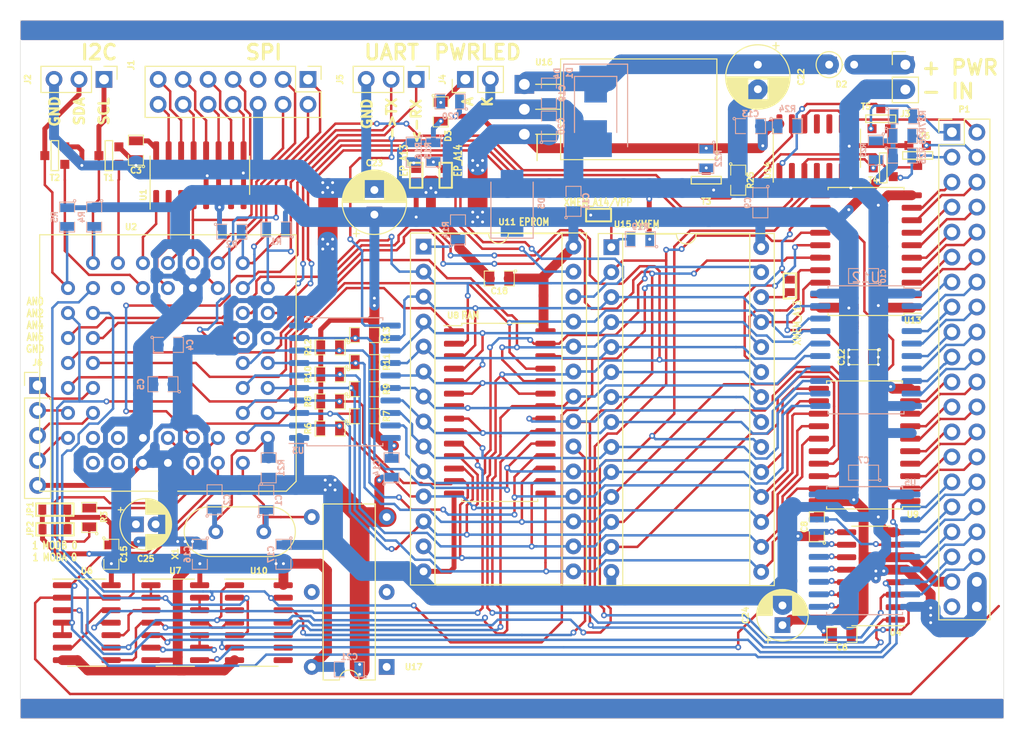
<source format=kicad_pcb>
(kicad_pcb (version 20171130) (host pcbnew 5.1.6-c6e7f7d~86~ubuntu16.04.1)
  (layers (0 F.Cu signal) (31 B.Cu signal) (34 B.Paste user) (35 F.Paste user) (36 B.SilkS user) (37 F.SilkS user) (38 B.Mask user) (39 F.Mask user) (44 Edge.Cuts user))
  (net 0 "")
  (net 1 /A8)
  (net 2 /A10)
  (net 3 /A12)
  (net 4 /A14)
  (net 5 /A9)
  (net 6 /A11)
  (net 7 /A13)
  (net 8 /A15)
  (net 9 /SCL)
  (net 10 /SPIA2)
  (net 11 /SPIA0)
  (net 12 /drSDA)
  (net 13 /CSEN)
  (net 14 /MOSI)
  (net 15 /TXOUT)
  (net 16 /SDA)
  (net 17 "Net-(U2-Pad32)")
  (net 18 /SPIA1)
  (net 19 /drSCL)
  (net 20 VCC)
  (net 21 /SCLK)
  (net 22 /MISO)
  (net 23 /RXIN)
  (net 24 /~XIRQ)
  (net 25 /D7)
  (net 26 /D5)
  (net 27 /D3)
  (net 28 /D1)
  (net 29 /~IRQ)
  (net 30 /~CPURST)
  (net 31 /D6)
  (net 32 /D4)
  (net 33 /D2)
  (net 34 /D0)
  (net 35 GND)
  (net 36 /E)
  (net 37 /R~W)
  (net 38 /A0)
  (net 39 /A1)
  (net 40 /~RD)
  (net 41 /A2)
  (net 42 /A3)
  (net 43 /~CSROM)
  (net 44 /A4)
  (net 45 /A5)
  (net 46 /A6)
  (net 47 /A7)
  (net 48 "Net-(R14-Pad1)")
  (net 49 /bS0)
  (net 50 /bD0)
  (net 51 /bS1)
  (net 52 /bD1)
  (net 53 /bS2)
  (net 54 /bD3)
  (net 55 /bS3)
  (net 56 /bD4)
  (net 57 /bS4)
  (net 58 /bS5)
  (net 59 /bD5)
  (net 60 /bS6)
  (net 61 /bD6)
  (net 62 /bS7)
  (net 63 /bD7)
  (net 64 /bA8)
  (net 65 /bA0)
  (net 66 /bA9)
  (net 67 /bA1)
  (net 68 /bA10)
  (net 69 /bA2)
  (net 70 /bA11)
  (net 71 /bA3)
  (net 72 /bA12)
  (net 73 /bA4)
  (net 74 /bA13)
  (net 75 /bA5)
  (net 76 /bR~W)
  (net 77 /bA6)
  (net 78 /b~CSXRAM)
  (net 79 /bA7)
  (net 80 /bE)
  (net 81 /S0)
  (net 82 /S1)
  (net 83 /S2)
  (net 84 /S3)
  (net 85 /S4)
  (net 86 /S5)
  (net 87 /S6)
  (net 88 /S7)
  (net 89 /~CSIO)
  (net 90 "Net-(U6-Pad12)")
  (net 91 /~WR)
  (net 92 /~A14)
  (net 93 /~CSXRAM)
  (net 94 /~A13)
  (net 95 "Net-(U7-Pad10)")
  (net 96 /~CSEXT)
  (net 97 /bD2)
  (net 98 /EXTAL)
  (net 99 /XTAL)
  (net 100 /SPICS0)
  (net 101 /SPICS1)
  (net 102 /SPICS2)
  (net 103 /SPICS3)
  (net 104 /SPICS4)
  (net 105 /SPICS5)
  (net 106 /SPICS6)
  (net 107 /SPICS7)
  (net 108 "Net-(JP7-Pad1)")
  (net 109 /AS)
  (net 110 "Net-(JP2-Pad2)")
  (net 111 /MODB)
  (net 112 /MODA)
  (net 113 /AN6)
  (net 114 /AN2)
  (net 115 /AN1)
  (net 116 /AN4)
  (net 117 /AN0)
  (net 118 /AN5)
  (net 119 /AN3)
  (net 120 /AN7)
  (net 121 "Net-(JP3-Pad1)")
  (net 122 /VIN)
  (net 123 /LED)
  (net 124 "Net-(J1-Pad5)")
  (net 125 /PWR)
  (net 126 /CPURST)
  (net 127 /b~XIRQ)
  (net 128 /b~IRQ)
  (net 129 /b~RST)
  (net 130 /bAS)
  (net 131 /IRQ)
  (net 132 /~AS)
  (net 133 /XIRQ)
  (net 134 /EP_A14)
  (net 135 /EP_A13)
  (module hc11:DIP-OSCILLATOR (layer F.Cu) (at 52.25 80.75 180)
    (fp_text reference U17 (at -2.75 0) (layer F.SilkS) (effects (font (size 0.6 0.6))))
    (fp_text value OSC_DIL14 hide)
    (pad 1 thru_hole rect (at 0 0 180) (size 1.6 1.6) (drill 0.8) (layers *.Cu *.Mask))
    (pad 8 thru_hole oval (at 7.62 15.24 180) (size 1.6 1.6) (drill 0.8) (layers *.Cu *.Mask) (net 98 /EXTAL))
    (pad 4 thru_hole oval (at 0 7.62 180) (size 1.6 1.6) (drill 0.8) (layers *.Cu *.Mask))
    (pad 11 thru_hole oval (at 7.62 7.62 180) (size 1.6 1.6) (drill 0.8) (layers *.Cu *.Mask))
    (pad 7 thru_hole oval (at 0 15.24 180) (size 1.6 1.6) (drill 0.8) (layers *.Cu *.Mask) (net 35 GND))
    (pad 14 thru_hole oval (at 7.62 0 180) (size 1.6 1.6) (drill 0.8) (layers *.Cu *.Mask) (net 20 VCC))
  )
  (module hc11:PinHeader_1x05_P2.54mm_Vertical (layer F.Cu) (at 16.75 52.13)
    (fp_text reference J6 (at 0 -2.33) (layer F.SilkS) (effects (font (size 0.6 0.6))))
    (fp_text value Conn_01x05 hide)
    (pad 5 thru_hole oval (at 0 10.16) (size 1.7 1.7) (drill 1) (layers *.Cu *.Mask) (net 35 GND))
    (pad 4 thru_hole oval (at 0 7.62) (size 1.7 1.7) (drill 1) (layers *.Cu *.Mask) (net 113 /AN6))
    (pad 3 thru_hole oval (at 0 5.08) (size 1.7 1.7) (drill 1) (layers *.Cu *.Mask) (net 116 /AN4))
    (pad 2 thru_hole oval (at 0 2.54) (size 1.7 1.7) (drill 1) (layers *.Cu *.Mask) (net 114 /AN2))
    (pad 1 thru_hole rect (at 0 0) (size 1.7 1.7) (drill 1) (layers *.Cu *.Mask) (net 117 /AN0))
  )
  (module hc11:0805_m2012 (layer B.Cu) (at 104.7025 28.75)
    (fp_text reference R26 (at 2.0475 0 90) (layer B.SilkS) (effects (font (size 0.6 0.6)) (justify mirror)))
    (fp_text value 10k hide)
    (pad 2 smd rect (at 0.9525 0) (size 0.889 1.397) (layers B.Cu B.Paste B.Mask) (net 127 /b~XIRQ))
    (pad 1 smd rect (at -0.9525 0) (size 0.889 1.397) (layers B.Cu B.Paste B.Mask) (net 20 VCC))
  )
  (module hc11:0805_m2012 (layer F.Cu) (at 57.75 24.2975 270)
    (fp_text reference D3 (at 2.4525 -0.75 90) (layer F.SilkS) (effects (font (size 0.6 0.6))))
    (fp_text value LED hide)
    (pad 2 smd rect (at 0.9525 0 270) (size 0.889 1.397) (layers F.Cu F.Paste F.Mask) (net 35 GND))
    (pad 1 smd rect (at -0.9525 0 270) (size 0.889 1.397) (layers F.Cu F.Paste F.Mask) (net 123 /LED))
  )
  (module hc11:0805_m2012 (layer B.Cu) (at 104.7025 26.75)
    (fp_text reference R28 (at 2.0475 0 90) (layer B.SilkS) (effects (font (size 0.6 0.6)) (justify mirror)))
    (fp_text value 10k hide)
    (pad 2 smd rect (at 0.9525 0) (size 0.889 1.397) (layers B.Cu B.Paste B.Mask) (net 129 /b~RST))
    (pad 1 smd rect (at -0.9525 0) (size 0.889 1.397) (layers B.Cu B.Paste B.Mask) (net 20 VCC))
  )
  (module hc11:0805_m2012 (layer B.Cu) (at 104.7975 24.75)
    (fp_text reference R27 (at 1.9525 0.25 90) (layer B.SilkS) (effects (font (size 0.6 0.6)) (justify mirror)))
    (fp_text value 10k hide)
    (pad 2 smd rect (at 0.9525 0) (size 0.889 1.397) (layers B.Cu B.Paste B.Mask) (net 128 /b~IRQ))
    (pad 1 smd rect (at -0.9525 0) (size 0.889 1.397) (layers B.Cu B.Paste B.Mask) (net 20 VCC))
  )
  (module hc11:0805_m2012 (layer F.Cu) (at 88 31.25 270)
    (fp_text reference R25 (at 0 -1.25 270) (layer F.SilkS) (effects (font (size 0.6 0.6))))
    (fp_text value 10k hide)
    (pad 2 smd rect (at 0.9525 0 270) (size 0.889 1.397) (layers F.Cu F.Paste F.Mask) (net 126 /CPURST))
    (pad 1 smd rect (at -0.9525 0 270) (size 0.889 1.397) (layers F.Cu F.Paste F.Mask) (net 20 VCC))
  )
  (module hc11:0805_m2012 (layer B.Cu) (at 93 25.75)
    (fp_text reference R24 (at 0 -1.75) (layer B.SilkS) (effects (font (size 0.6 0.6)) (justify mirror)))
    (fp_text value 10k hide)
    (pad 2 smd rect (at 0.9525 0) (size 0.889 1.397) (layers B.Cu B.Paste B.Mask) (net 131 /IRQ))
    (pad 1 smd rect (at -0.9525 0) (size 0.889 1.397) (layers B.Cu B.Paste B.Mask) (net 20 VCC))
  )
  (module hc11:0805_m2012 (layer B.Cu) (at 102 28.2025 270)
    (fp_text reference R23 (at 0 1.27 90) (layer B.SilkS) (effects (font (size 0.5 0.5) (thickness 0.125)) (justify mirror)))
    (fp_text value 10k hide)
    (pad 2 smd rect (at 0.9525 0 270) (size 0.889 1.397) (layers B.Cu B.Paste B.Mask) (net 133 /XIRQ))
    (pad 1 smd rect (at -0.9525 0 270) (size 0.889 1.397) (layers B.Cu B.Paste B.Mask) (net 20 VCC))
  )
  (module hc11:0805_m2012 (layer B.Cu) (at 84.75 29.0475 270)
    (fp_text reference R22 (at 0 -1.25 90) (layer B.SilkS) (effects (font (size 0.6 0.6)) (justify mirror)))
    (fp_text value 10k hide)
    (pad 2 smd rect (at 0.9525 0 270) (size 0.889 1.397) (layers B.Cu B.Paste B.Mask) (net 30 /~CPURST))
    (pad 1 smd rect (at -0.9525 0 270) (size 0.889 1.397) (layers B.Cu B.Paste B.Mask) (net 20 VCC))
  )
  (module hc11:0805_m2012 (layer B.Cu) (at 89.25 25.75)
    (fp_text reference C13 (at 0 -1.25) (layer B.SilkS) (effects (font (size 0.6 0.6)) (justify mirror)))
    (fp_text value 100n hide)
    (pad 2 smd rect (at 0.9525 0) (size 0.889 1.397) (layers B.Cu B.Paste B.Mask) (net 20 VCC))
    (pad 1 smd rect (at -0.9525 0) (size 0.889 1.397) (layers B.Cu B.Paste B.Mask) (net 35 GND))
  )
  (module hc11:0805_m2012 (layer B.Cu) (at 71.25 33.4 90)
    (fp_text reference C11 (at 0 1.27 -90) (layer B.SilkS) (effects (font (size 0.6 0.6)) (justify mirror)))
    (fp_text value 1uF hide)
    (pad 2 smd rect (at 0.9525 0 90) (size 0.889 1.397) (layers B.Cu B.Paste B.Mask) (net 35 GND))
    (pad 1 smd rect (at -0.9525 0 90) (size 0.889 1.397) (layers B.Cu B.Paste B.Mask) (net 20 VCC))
  )
  (module hc11:0805_m2012 (layer B.Cu) (at 40.25 60.5 90)
    (fp_text reference R21 (at 0 1.27 90) (layer B.SilkS) (effects (font (size 0.6 0.6)) (justify mirror)))
    (fp_text value 10k hide)
    (pad 2 smd rect (at 0.9525 0 90) (size 0.889 1.397) (layers B.Cu B.Paste B.Mask) (net 99 /XTAL))
    (pad 1 smd rect (at -0.9525 0 90) (size 0.889 1.397) (layers B.Cu B.Paste B.Mask) (net 35 GND))
  )
  (module hc11:0805_m2012 (layer B.Cu) (at 55 28.4 270)
    (fp_text reference R15 (at -0.15 -1.45 270) (layer B.SilkS) (effects (font (size 0.6 0.6)) (justify mirror)))
    (fp_text value 100k hide)
    (pad 2 smd rect (at 0.9525 0 270) (size 0.889 1.397) (layers B.Cu B.Paste B.Mask) (net 135 /EP_A13))
    (pad 1 smd rect (at -0.9525 0 270) (size 0.889 1.397) (layers B.Cu B.Paste B.Mask) (net 35 GND))
  )
  (module hc11:0805_m2012 (layer B.Cu) (at 48.4525 81 180)
    (fp_text reference C21 (at 0 1.27) (layer B.SilkS) (effects (font (size 0.6 0.6)) (justify mirror)))
    (fp_text value 100n hide)
    (pad 2 smd rect (at 0.9525 0 180) (size 0.889 1.397) (layers B.Cu B.Paste B.Mask) (net 20 VCC))
    (pad 1 smd rect (at -0.9525 0 180) (size 0.889 1.397) (layers B.Cu B.Paste B.Mask) (net 35 GND))
  )
  (module hc11:0805_m2012 (layer B.Cu) (at 58.7025 23.25 180)
    (fp_text reference R20 (at -0.0475 -1.5) (layer B.SilkS) (effects (font (size 0.6 0.6)) (justify mirror)))
    (fp_text value RSMALL hide)
    (pad 2 smd rect (at 0.9525 0 180) (size 0.889 1.397) (layers B.Cu B.Paste B.Mask) (net 123 /LED))
    (pad 1 smd rect (at -0.9525 0 180) (size 0.889 1.397) (layers B.Cu B.Paste B.Mask) (net 20 VCC))
  )
  (module hc11:0805_m2012 (layer B.Cu) (at 68.75 25.75 90)
    (fp_text reference C20 (at 0 1.27 270) (layer B.SilkS) (effects (font (size 0.6 0.6)) (justify mirror)))
    (fp_text value 100n hide)
    (pad 2 smd rect (at 0.9525 0 90) (size 0.889 1.397) (layers B.Cu B.Paste B.Mask) (net 35 GND))
    (pad 1 smd rect (at -0.9525 0 90) (size 0.889 1.397) (layers B.Cu B.Paste B.Mask) (net 20 VCC))
  )
  (module hc11:0805_m2012 (layer B.Cu) (at 68.75 22.4 270)
    (fp_text reference C19 (at 0 -1.35 90) (layer B.SilkS) (effects (font (size 0.6 0.6)) (justify mirror)))
    (fp_text value 100n hide)
    (pad 2 smd rect (at 0.9525 0 270) (size 0.889 1.397) (layers B.Cu B.Paste B.Mask) (net 35 GND))
    (pad 1 smd rect (at -0.9525 0 270) (size 0.889 1.397) (layers B.Cu B.Paste B.Mask) (net 122 /VIN))
  )
  (module hc11:0805_m2012 (layer F.Cu) (at 26.75 28.2025 90)
    (fp_text reference C3 (at -2.0475 0 180) (layer F.SilkS) (effects (font (size 0.6 0.6))))
    (fp_text value 100n hide)
    (pad 2 smd rect (at 0.9525 0 90) (size 0.889 1.397) (layers F.Cu F.Paste F.Mask) (net 20 VCC))
    (pad 1 smd rect (at -0.9525 0 90) (size 0.889 1.397) (layers F.Cu F.Paste F.Mask) (net 35 GND))
  )
  (module hc11:0805_m2012 (layer B.Cu) (at 59.5 36.2975 90)
    (fp_text reference R14 (at 0 -1.25 270) (layer B.SilkS) (effects (font (size 0.6 0.6)) (justify mirror)))
    (fp_text value 1k hide)
    (pad 2 smd rect (at 0.9525 0 90) (size 0.889 1.397) (layers B.Cu B.Paste B.Mask) (net 20 VCC))
    (pad 1 smd rect (at -0.9525 0 90) (size 0.889 1.397) (layers B.Cu B.Paste B.Mask) (net 48 "Net-(R14-Pad1)"))
  )
  (module hc11:0805_m2012 (layer F.Cu) (at 63.7025 41.25 180)
    (fp_text reference C18 (at 0 -1.27 180) (layer F.SilkS) (effects (font (size 0.6 0.6))))
    (fp_text value 1uF hide)
    (pad 2 smd rect (at 0.9525 0 180) (size 0.889 1.397) (layers F.Cu F.Paste F.Mask) (net 35 GND))
    (pad 1 smd rect (at -0.9525 0 180) (size 0.889 1.397) (layers F.Cu F.Paste F.Mask) (net 20 VCC))
  )
  (module hc11:0805_m2012 (layer B.Cu) (at 78.0475 37.25 180)
    (fp_text reference R19 (at 0 1.27 180) (layer B.SilkS) (effects (font (size 0.6 0.6)) (justify mirror)))
    (fp_text value 100k hide)
    (pad 2 smd rect (at 0.9525 0 180) (size 0.889 1.397) (layers B.Cu B.Paste B.Mask) (net 108 "Net-(JP7-Pad1)"))
    (pad 1 smd rect (at -0.9525 0 180) (size 0.889 1.397) (layers B.Cu B.Paste B.Mask) (net 35 GND))
  )
  (module hc11:0805_m2012 (layer B.Cu) (at 90.25 33.5475 270)
    (fp_text reference C9 (at 0 1.27 90) (layer B.SilkS) (effects (font (size 0.6 0.6)) (justify mirror)))
    (fp_text value 100n hide)
    (pad 2 smd rect (at 0.9525 0 270) (size 0.889 1.397) (layers B.Cu B.Paste B.Mask) (net 20 VCC))
    (pad 1 smd rect (at -0.9525 0 270) (size 0.889 1.397) (layers B.Cu B.Paste B.Mask) (net 35 GND))
  )
  (module hc11:0805_m2012 (layer F.Cu) (at 50 47)
    (fp_text reference R13 (at 2.25 0 90) (layer F.SilkS) (effects (font (size 0.6 0.6))))
    (fp_text value 10k hide)
    (pad 2 smd rect (at 0.9525 0) (size 0.889 1.397) (layers F.Cu F.Paste F.Mask) (net 20 VCC))
    (pad 1 smd rect (at -0.9525 0) (size 0.889 1.397) (layers F.Cu F.Paste F.Mask) (net 25 /D7))
  )
  (module hc11:0805_m2012 (layer F.Cu) (at 46.5 48.25 180)
    (fp_text reference R12 (at 2.25 0 90) (layer F.SilkS) (effects (font (size 0.6 0.6))))
    (fp_text value 10k hide)
    (pad 2 smd rect (at 0.9525 0 180) (size 0.889 1.397) (layers F.Cu F.Paste F.Mask) (net 20 VCC))
    (pad 1 smd rect (at -0.9525 0 180) (size 0.889 1.397) (layers F.Cu F.Paste F.Mask) (net 31 /D6))
  )
  (module hc11:0805_m2012 (layer F.Cu) (at 50 49.75)
    (fp_text reference R11 (at 2.25 0 90) (layer F.SilkS) (effects (font (size 0.6 0.6))))
    (fp_text value 10k hide)
    (pad 2 smd rect (at 0.9525 0) (size 0.889 1.397) (layers F.Cu F.Paste F.Mask) (net 20 VCC))
    (pad 1 smd rect (at -0.9525 0) (size 0.889 1.397) (layers F.Cu F.Paste F.Mask) (net 26 /D5))
  )
  (module hc11:0805_m2012 (layer F.Cu) (at 46.5 51 180)
    (fp_text reference R10 (at 2.25 0 90) (layer F.SilkS) (effects (font (size 0.6 0.6))))
    (fp_text value 10k hide)
    (pad 2 smd rect (at 0.9525 0 180) (size 0.889 1.397) (layers F.Cu F.Paste F.Mask) (net 20 VCC))
    (pad 1 smd rect (at -0.9525 0 180) (size 0.889 1.397) (layers F.Cu F.Paste F.Mask) (net 32 /D4))
  )
  (module hc11:0805_m2012 (layer F.Cu) (at 50 52.5)
    (fp_text reference R9 (at 2.25 0 90) (layer F.SilkS) (effects (font (size 0.6 0.6))))
    (fp_text value 10k hide)
    (pad 2 smd rect (at 0.9525 0) (size 0.889 1.397) (layers F.Cu F.Paste F.Mask) (net 20 VCC))
    (pad 1 smd rect (at -0.9525 0) (size 0.889 1.397) (layers F.Cu F.Paste F.Mask) (net 27 /D3))
  )
  (module hc11:0805_m2012 (layer F.Cu) (at 46.5 53.75 180)
    (fp_text reference R8 (at 2.25 0 90) (layer F.SilkS) (effects (font (size 0.6 0.6))))
    (fp_text value 10k hide)
    (pad 2 smd rect (at 0.9525 0 180) (size 0.889 1.397) (layers F.Cu F.Paste F.Mask) (net 20 VCC))
    (pad 1 smd rect (at -0.9525 0 180) (size 0.889 1.397) (layers F.Cu F.Paste F.Mask) (net 33 /D2))
  )
  (module hc11:0805_m2012 (layer F.Cu) (at 50 55.25)
    (fp_text reference R7 (at 2.25 0 90) (layer F.SilkS) (effects (font (size 0.6 0.6))))
    (fp_text value 10k hide)
    (pad 2 smd rect (at 0.9525 0) (size 0.889 1.397) (layers F.Cu F.Paste F.Mask) (net 20 VCC))
    (pad 1 smd rect (at -0.9525 0) (size 0.889 1.397) (layers F.Cu F.Paste F.Mask) (net 28 /D1))
  )
  (module hc11:0805_m2012 (layer F.Cu) (at 46.5 56.5 180)
    (fp_text reference R6 (at 2.25 0 90) (layer F.SilkS) (effects (font (size 0.6 0.6))))
    (fp_text value 10k hide)
    (pad 2 smd rect (at 0.9525 0 180) (size 0.889 1.397) (layers F.Cu F.Paste F.Mask) (net 20 VCC))
    (pad 1 smd rect (at -0.9525 0 180) (size 0.889 1.397) (layers F.Cu F.Paste F.Mask) (net 34 /D0))
  )
  (module hc11:0805_m2012 (layer B.Cu) (at 57 28.4 270)
    (fp_text reference R16 (at -0.15 1.5 270) (layer B.SilkS) (effects (font (size 0.6 0.6)) (justify mirror)))
    (fp_text value 100k hide)
    (pad 2 smd rect (at 0.9525 0 270) (size 0.889 1.397) (layers B.Cu B.Paste B.Mask) (net 134 /EP_A14))
    (pad 1 smd rect (at -0.9525 0 270) (size 0.889 1.397) (layers B.Cu B.Paste B.Mask) (net 35 GND))
  )
  (module hc11:0805_m2012 (layer B.Cu) (at 19.75 35 270)
    (fp_text reference R5 (at 0 1.27 90) (layer B.SilkS) (effects (font (size 0.6 0.6)) (justify mirror)))
    (fp_text value 4k7 hide)
    (pad 2 smd rect (at 0.9525 0 270) (size 0.889 1.397) (layers B.Cu B.Paste B.Mask) (net 16 /SDA))
    (pad 1 smd rect (at -0.9525 0 270) (size 0.889 1.397) (layers B.Cu B.Paste B.Mask) (net 20 VCC))
  )
  (module hc11:0805_m2012 (layer B.Cu) (at 22.5 35 270)
    (fp_text reference R4 (at 0 1.27 90) (layer B.SilkS) (effects (font (size 0.6 0.6)) (justify mirror)))
    (fp_text value 4k7 hide)
    (pad 2 smd rect (at 0.9525 0 270) (size 0.889 1.397) (layers B.Cu B.Paste B.Mask) (net 9 /SCL))
    (pad 1 smd rect (at -0.9525 0 270) (size 0.889 1.397) (layers B.Cu B.Paste B.Mask) (net 20 VCC))
  )
  (module hc11:0805_m2012 (layer B.Cu) (at 34.75 63.75 90)
    (fp_text reference C2 (at 0 1.27 90) (layer B.SilkS) (effects (font (size 0.6 0.6)) (justify mirror)))
    (fp_text value CSMALL hide)
    (pad 2 smd rect (at 0.9525 0 90) (size 0.889 1.397) (layers B.Cu B.Paste B.Mask) (net 35 GND))
    (pad 1 smd rect (at -0.9525 0 90) (size 0.889 1.397) (layers B.Cu B.Paste B.Mask) (net 99 /XTAL))
  )
  (module hc11:0805_m2012 (layer B.Cu) (at 40 63.7975 90)
    (fp_text reference C1 (at 0 1.27 90) (layer B.SilkS) (effects (font (size 0.6 0.6)) (justify mirror)))
    (fp_text value CSMALL hide)
    (pad 2 smd rect (at 0.9525 0 90) (size 0.889 1.397) (layers B.Cu B.Paste B.Mask) (net 35 GND))
    (pad 1 smd rect (at -0.9525 0 90) (size 0.889 1.397) (layers B.Cu B.Paste B.Mask) (net 98 /EXTAL))
  )
  (module hc11:0805_m2012 (layer B.Cu) (at 41.75 69.2975 270)
    (fp_text reference C17 (at 0 1.27 270) (layer B.SilkS) (effects (font (size 0.6 0.6)) (justify mirror)))
    (fp_text value 100n hide)
    (pad 2 smd rect (at 0.9525 0 270) (size 0.889 1.397) (layers B.Cu B.Paste B.Mask) (net 20 VCC))
    (pad 1 smd rect (at -0.9525 0 270) (size 0.889 1.397) (layers B.Cu B.Paste B.Mask) (net 35 GND))
  )
  (module hc11:0805_m2012 (layer B.Cu) (at 33.25 69.2975 270)
    (fp_text reference C16 (at 0 1.27 270) (layer B.SilkS) (effects (font (size 0.6 0.6)) (justify mirror)))
    (fp_text value 100n hide)
    (pad 2 smd rect (at 0.9525 0 270) (size 0.889 1.397) (layers B.Cu B.Paste B.Mask) (net 20 VCC))
    (pad 1 smd rect (at -0.9525 0 270) (size 0.889 1.397) (layers B.Cu B.Paste B.Mask) (net 35 GND))
  )
  (module hc11:0805_m2012 (layer F.Cu) (at 24.25 69.2975 270)
    (fp_text reference C15 (at 0 -1.27 90) (layer F.SilkS) (effects (font (size 0.6 0.6))))
    (fp_text value 100n hide)
    (pad 2 smd rect (at 0.9525 0 270) (size 0.889 1.397) (layers F.Cu F.Paste F.Mask) (net 20 VCC))
    (pad 1 smd rect (at -0.9525 0 270) (size 0.889 1.397) (layers F.Cu F.Paste F.Mask) (net 35 GND))
  )
  (module hc11:0805_m2012 (layer F.Cu) (at 100.7025 49.25 180)
    (fp_text reference C12 (at 2.2025 0 90) (layer F.SilkS) (effects (font (size 0.6 0.6))))
    (fp_text value 100n hide)
    (pad 2 smd rect (at 0.9525 0 180) (size 0.889 1.397) (layers F.Cu F.Paste F.Mask) (net 20 VCC))
    (pad 1 smd rect (at -0.9525 0 180) (size 0.889 1.397) (layers F.Cu F.Paste F.Mask) (net 35 GND))
  )
  (module hc11:0805_m2012 (layer F.Cu) (at 22 65.5475 90)
    (fp_text reference R3 (at 0.0475 1.5 90) (layer F.SilkS) (effects (font (size 0.6 0.6))))
    (fp_text value 10k hide)
    (pad 2 smd rect (at 0.9525 0 90) (size 0.889 1.397) (layers F.Cu F.Paste F.Mask) (net 112 /MODA))
    (pad 1 smd rect (at -0.9525 0 90) (size 0.889 1.397) (layers F.Cu F.Paste F.Mask) (net 110 "Net-(JP2-Pad2)"))
  )
  (module hc11:0805_m2012 (layer B.Cu) (at 36.5 36.5)
    (fp_text reference R2 (at 0 1.27) (layer B.SilkS) (effects (font (size 0.6 0.6)) (justify mirror)))
    (fp_text value 10k hide)
    (pad 2 smd rect (at 0.9525 0) (size 0.889 1.397) (layers B.Cu B.Paste B.Mask) (net 15 /TXOUT))
    (pad 1 smd rect (at -0.9525 0) (size 0.889 1.397) (layers B.Cu B.Paste B.Mask) (net 20 VCC))
  )
  (module hc11:0805_m2012 (layer B.Cu) (at 41 36.25 180)
    (fp_text reference R1 (at 0 -1.25) (layer B.SilkS) (effects (font (size 0.6 0.6)) (justify mirror)))
    (fp_text value 10k hide)
    (pad 2 smd rect (at 0.9525 0 180) (size 0.889 1.397) (layers B.Cu B.Paste B.Mask) (net 23 /RXIN))
    (pad 1 smd rect (at -0.9525 0 180) (size 0.889 1.397) (layers B.Cu B.Paste B.Mask) (net 20 VCC))
  )
  (module hc11:0805_m2012 (layer B.Cu) (at 52.75 60.5 90)
    (fp_text reference C14 (at 0 -1.5 90) (layer B.SilkS) (effects (font (size 0.6 0.6)) (justify mirror)))
    (fp_text value 100n hide)
    (pad 2 smd rect (at 0.9525 0 90) (size 0.889 1.397) (layers B.Cu B.Paste B.Mask) (net 20 VCC))
    (pad 1 smd rect (at -0.9525 0 90) (size 0.889 1.397) (layers B.Cu B.Paste B.Mask) (net 35 GND))
  )
  (module hc11:0805_m2012 (layer B.Cu) (at 100.75 41 180)
    (fp_text reference C10 (at -2 0 90) (layer B.SilkS) (effects (font (size 0.5 0.5) (thickness 0.125)) (justify mirror)))
    (fp_text value 100n hide)
    (pad 2 smd rect (at 0.9525 0 180) (size 0.889 1.397) (layers B.Cu B.Paste B.Mask) (net 20 VCC))
    (pad 1 smd rect (at -0.9525 0 180) (size 0.889 1.397) (layers B.Cu B.Paste B.Mask) (net 35 GND))
  )
  (module hc11:0805_m2012 (layer F.Cu) (at 96 66.5 90)
    (fp_text reference C8 (at 0 -1.27 90) (layer F.SilkS) (effects (font (size 0.6 0.6))))
    (fp_text value 100n hide)
    (pad 2 smd rect (at 0.9525 0 90) (size 0.889 1.397) (layers F.Cu F.Paste F.Mask) (net 20 VCC))
    (pad 1 smd rect (at -0.9525 0 90) (size 0.889 1.397) (layers F.Cu F.Paste F.Mask) (net 35 GND))
  )
  (module hc11:0805_m2012 (layer B.Cu) (at 100.75 61 180)
    (fp_text reference C7 (at 0 1.27) (layer B.SilkS) (effects (font (size 0.6 0.6)) (justify mirror)))
    (fp_text value 100n hide)
    (pad 2 smd rect (at 0.9525 0 180) (size 0.889 1.397) (layers B.Cu B.Paste B.Mask) (net 20 VCC))
    (pad 1 smd rect (at -0.9525 0 180) (size 0.889 1.397) (layers B.Cu B.Paste B.Mask) (net 35 GND))
  )
  (module hc11:0805_m2012 (layer F.Cu) (at 98.5475 77.5)
    (fp_text reference C6 (at 0 1.25) (layer F.SilkS) (effects (font (size 0.6 0.6))))
    (fp_text value 100n hide)
    (pad 2 smd rect (at 0.9525 0) (size 0.889 1.397) (layers F.Cu F.Paste F.Mask) (net 20 VCC))
    (pad 1 smd rect (at -0.9525 0) (size 0.889 1.397) (layers F.Cu F.Paste F.Mask) (net 35 GND))
  )
  (module hc11:0805_m2012 (layer B.Cu) (at 29.5 52 180)
    (fp_text reference C5 (at 2.25 0 90) (layer B.SilkS) (effects (font (size 0.6 0.6)) (justify mirror)))
    (fp_text value 1u hide)
    (pad 2 smd rect (at 0.9525 0 180) (size 0.889 1.397) (layers B.Cu B.Paste B.Mask) (net 20 VCC))
    (pad 1 smd rect (at -0.9525 0 180) (size 0.889 1.397) (layers B.Cu B.Paste B.Mask) (net 35 GND))
  )
  (module hc11:0805_m2012 (layer B.Cu) (at 30.0475 48)
    (fp_text reference C4 (at 2.2025 0 90) (layer B.SilkS) (effects (font (size 0.6 0.6)) (justify mirror)))
    (fp_text value 10n hide)
    (pad 2 smd rect (at 0.9525 0) (size 0.889 1.397) (layers B.Cu B.Paste B.Mask) (net 35 GND))
    (pad 1 smd rect (at -0.9525 0) (size 0.889 1.397) (layers B.Cu B.Paste B.Mask) (net 20 VCC))
  )
  (module hc11:PLCC-52_THT-Socket (layer F.Cu) (at 30 60 180)
    (fp_text reference U2 (at 3.75 24 180) (layer F.SilkS) (effects (font (size 0.6 0.6))))
    (fp_text value 68HC11A0_PLCC hide)
    (pad 46 thru_hole circle (at 10.16 2.54 180) (size 1.4224 1.4224) (drill 0.8) (layers *.Cu *.Mask) (net 113 /AN6))
    (pad 44 thru_hole circle (at 10.16 5.08 180) (size 1.4224 1.4224) (drill 0.8) (layers *.Cu *.Mask) (net 114 /AN2))
    (pad 42 thru_hole circle (at 10.16 7.62 180) (size 1.4224 1.4224) (drill 0.8) (layers *.Cu *.Mask) (net 1 /A8))
    (pad 40 thru_hole circle (at 10.16 10.16 180) (size 1.4224 1.4224) (drill 0.8) (layers *.Cu *.Mask) (net 2 /A10))
    (pad 38 thru_hole circle (at 10.16 12.7 180) (size 1.4224 1.4224) (drill 0.8) (layers *.Cu *.Mask) (net 3 /A12))
    (pad 36 thru_hole circle (at 10.16 15.24 180) (size 1.4224 1.4224) (drill 0.8) (layers *.Cu *.Mask) (net 4 /A14))
    (pad 47 thru_hole circle (at 7.62 0 180) (size 1.4224 1.4224) (drill 0.8) (layers *.Cu *.Mask) (net 115 /AN1))
    (pad 45 thru_hole circle (at 7.62 5.08 180) (size 1.4224 1.4224) (drill 0.8) (layers *.Cu *.Mask) (net 116 /AN4))
    (pad 43 thru_hole circle (at 7.62 7.62 180) (size 1.4224 1.4224) (drill 0.8) (layers *.Cu *.Mask) (net 117 /AN0))
    (pad 41 thru_hole circle (at 7.62 10.16 180) (size 1.4224 1.4224) (drill 0.8) (layers *.Cu *.Mask) (net 5 /A9))
    (pad 39 thru_hole circle (at 7.62 12.7 180) (size 1.4224 1.4224) (drill 0.8) (layers *.Cu *.Mask) (net 6 /A11))
    (pad 37 thru_hole circle (at 7.62 15.24 180) (size 1.4224 1.4224) (drill 0.8) (layers *.Cu *.Mask) (net 7 /A13))
    (pad 35 thru_hole circle (at 7.62 17.78 180) (size 1.4224 1.4224) (drill 0.8) (layers *.Cu *.Mask) (net 8 /A15))
    (pad 33 thru_hole circle (at 7.62 20.32 180) (size 1.4224 1.4224) (drill 0.8) (layers *.Cu *.Mask) (net 9 /SCL))
    (pad 31 thru_hole circle (at 5.08 20.32 180) (size 1.4224 1.4224) (drill 0.8) (layers *.Cu *.Mask) (net 19 /drSCL))
    (pad 29 thru_hole circle (at 2.54 20.32 180) (size 1.4224 1.4224) (drill 0.8) (layers *.Cu *.Mask) (net 11 /SPIA0))
    (pad 27 thru_hole circle (at 0 20.32 180) (size 1.4224 1.4224) (drill 0.8) (layers *.Cu *.Mask) (net 10 /SPIA2))
    (pad 25 thru_hole circle (at -2.54 20.32 180) (size 1.4224 1.4224) (drill 0.8) (layers *.Cu *.Mask) (net 13 /CSEN))
    (pad 23 thru_hole circle (at -5.08 20.32 180) (size 1.4224 1.4224) (drill 0.8) (layers *.Cu *.Mask) (net 14 /MOSI))
    (pad 21 thru_hole circle (at -7.62 20.32 180) (size 1.4224 1.4224) (drill 0.8) (layers *.Cu *.Mask) (net 15 /TXOUT))
    (pad 34 thru_hole circle (at 10.16 17.78 180) (size 1.4224 1.4224) (drill 0.8) (layers *.Cu *.Mask) (net 16 /SDA))
    (pad 32 thru_hole circle (at 5.08 17.78 180) (size 1.4224 1.4224) (drill 0.8) (layers *.Cu *.Mask) (net 17 "Net-(U2-Pad32)"))
    (pad 30 thru_hole circle (at 2.54 17.78 180) (size 1.4224 1.4224) (drill 0.8) (layers *.Cu *.Mask) (net 12 /drSDA))
    (pad 28 thru_hole circle (at 0 17.78 180) (size 1.4224 1.4224) (drill 0.8) (layers *.Cu *.Mask) (net 18 /SPIA1))
    (pad 26 thru_hole circle (at -2.54 17.78 180) (size 1.4224 1.4224) (drill 0.8) (layers *.Cu *.Mask) (net 20 VCC))
    (pad 24 thru_hole circle (at -5.08 17.78 180) (size 1.4224 1.4224) (drill 0.8) (layers *.Cu *.Mask) (net 21 /SCLK))
    (pad 22 thru_hole circle (at -7.62 17.78 180) (size 1.4224 1.4224) (drill 0.8) (layers *.Cu *.Mask) (net 22 /MISO))
    (pad 20 thru_hole circle (at -10.16 17.78 180) (size 1.4224 1.4224) (drill 0.8) (layers *.Cu *.Mask) (net 23 /RXIN))
    (pad 18 thru_hole circle (at -10.16 15.24 180) (size 1.4224 1.4224) (drill 0.8) (layers *.Cu *.Mask) (net 24 /~XIRQ))
    (pad 16 thru_hole circle (at -10.16 12.7 180) (size 1.4224 1.4224) (drill 0.8) (layers *.Cu *.Mask) (net 25 /D7))
    (pad 14 thru_hole circle (at -10.16 10.16 180) (size 1.4224 1.4224) (drill 0.8) (layers *.Cu *.Mask) (net 26 /D5))
    (pad 12 thru_hole circle (at -10.16 7.62 180) (size 1.4224 1.4224) (drill 0.8) (layers *.Cu *.Mask) (net 27 /D3))
    (pad 10 thru_hole circle (at -10.16 5.08 180) (size 1.4224 1.4224) (drill 0.8) (layers *.Cu *.Mask) (net 28 /D1))
    (pad 8 thru_hole circle (at -10.16 2.54 180) (size 1.4224 1.4224) (drill 0.8) (layers *.Cu *.Mask) (net 99 /XTAL))
    (pad 19 thru_hole circle (at -7.62 15.24 180) (size 1.4224 1.4224) (drill 0.8) (layers *.Cu *.Mask) (net 29 /~IRQ))
    (pad 17 thru_hole circle (at -7.62 12.7 180) (size 1.4224 1.4224) (drill 0.8) (layers *.Cu *.Mask) (net 30 /~CPURST))
    (pad 15 thru_hole circle (at -7.62 10.16 180) (size 1.4224 1.4224) (drill 0.8) (layers *.Cu *.Mask) (net 31 /D6))
    (pad 13 thru_hole circle (at -7.62 7.62 180) (size 1.4224 1.4224) (drill 0.8) (layers *.Cu *.Mask) (net 32 /D4))
    (pad 11 thru_hole circle (at -7.62 5.08 180) (size 1.4224 1.4224) (drill 0.8) (layers *.Cu *.Mask) (net 33 /D2))
    (pad 9 thru_hole circle (at -7.62 2.54 180) (size 1.4224 1.4224) (drill 0.8) (layers *.Cu *.Mask) (net 34 /D0))
    (pad 49 thru_hole circle (at 5.08 0 180) (size 1.4224 1.4224) (drill 0.8) (layers *.Cu *.Mask) (net 118 /AN5))
    (pad 51 thru_hole circle (at 2.54 0 180) (size 1.4224 1.4224) (drill 0.8) (layers *.Cu *.Mask) (net 35 GND))
    (pad 7 thru_hole circle (at -7.62 0 180) (size 1.4224 1.4224) (drill 0.8) (layers *.Cu *.Mask) (net 98 /EXTAL))
    (pad 5 thru_hole circle (at -5.08 0 180) (size 1.4224 1.4224) (drill 0.8) (layers *.Cu *.Mask) (net 36 /E))
    (pad 3 thru_hole circle (at -2.54 0 180) (size 1.4224 1.4224) (drill 0.8) (layers *.Cu *.Mask) (net 112 /MODA))
    (pad 1 thru_hole rect (at 0 0 180) (size 1.4224 1.4224) (drill 0.8) (layers *.Cu *.Mask) (net 35 GND))
    (pad 48 thru_hole circle (at 7.62 2.54 180) (size 1.4224 1.4224) (drill 0.8) (layers *.Cu *.Mask) (net 119 /AN3))
    (pad 50 thru_hole circle (at 5.08 2.54 180) (size 1.4224 1.4224) (drill 0.8) (layers *.Cu *.Mask) (net 120 /AN7))
    (pad 52 thru_hole circle (at 2.54 2.54 180) (size 1.4224 1.4224) (drill 0.8) (layers *.Cu *.Mask) (net 20 VCC))
    (pad 6 thru_hole circle (at -5.08 2.54 180) (size 1.4224 1.4224) (drill 0.8) (layers *.Cu *.Mask) (net 37 /R~W))
    (pad 4 thru_hole circle (at -2.54 2.54 180) (size 1.4224 1.4224) (drill 0.8) (layers *.Cu *.Mask) (net 109 /AS))
    (pad 2 thru_hole circle (at 0 2.54 180) (size 1.4224 1.4224) (drill 0.8) (layers *.Cu *.Mask) (net 111 /MODB))
  )
  (module Diode_THT:D_DO-35_SOD27_P2.54mm_Vertical_AnodeUp (layer F.Cu) (at 97.25 19.5)
    (fp_text reference D2 (at 1.25 2) (layer F.SilkS) (effects (font (size 0.6 0.6))))
    (fp_text value Schottky hide)
    (pad 2 thru_hole oval (at 2.54 0) (size 1.6 1.6) (drill 0.8) (layers *.Cu *.Mask) (net 125 /PWR))
    (pad 1 thru_hole rect (at 0 0) (size 1.6 1.6) (drill 0.8) (layers *.Cu *.Mask) (net 122 /VIN))
  )
  (module hc11:SOIC-20W_7.5x12.8mm_P1.27mm (layer B.Cu) (at 100.85 68.925 180)
    (fp_text reference U5 (at -4.65 6.925) (layer B.SilkS) (effects (font (size 0.6 0.6)) (justify mirror)))
    (fp_text value 74LS245 hide)
    (pad 20 smd roundrect (at 4.65 5.715 180) (size 2.05 0.6) (layers B.Cu B.Paste B.Mask) (net 20 VCC))
    (pad 19 smd roundrect (at 4.65 4.445 180) (size 2.05 0.6) (layers B.Cu B.Paste B.Mask) (net 35 GND))
    (pad 18 smd roundrect (at 4.65 3.175 180) (size 2.05 0.6) (layers B.Cu B.Paste B.Mask) (net 88 /S7))
    (pad 17 smd roundrect (at 4.65 1.905 180) (size 2.05 0.6) (layers B.Cu B.Paste B.Mask) (net 87 /S6))
    (pad 16 smd roundrect (at 4.65 0.635 180) (size 2.05 0.6) (layers B.Cu B.Paste B.Mask) (net 86 /S5))
    (pad 15 smd roundrect (at 4.65 -0.635 180) (size 2.05 0.6) (layers B.Cu B.Paste B.Mask) (net 85 /S4))
    (pad 14 smd roundrect (at 4.65 -1.905 180) (size 2.05 0.6) (layers B.Cu B.Paste B.Mask) (net 84 /S3))
    (pad 13 smd roundrect (at 4.65 -3.175 180) (size 2.05 0.6) (layers B.Cu B.Paste B.Mask) (net 83 /S2))
    (pad 12 smd roundrect (at 4.65 -4.445 180) (size 2.05 0.6) (layers B.Cu B.Paste B.Mask) (net 82 /S1))
    (pad 11 smd roundrect (at 4.65 -5.715 180) (size 2.05 0.6) (layers B.Cu B.Paste B.Mask) (net 81 /S0))
    (pad 10 smd roundrect (at -4.65 -5.715 180) (size 2.05 0.6) (layers B.Cu B.Paste B.Mask) (net 35 GND))
    (pad 9 smd roundrect (at -4.65 -4.445 180) (size 2.05 0.6) (layers B.Cu B.Paste B.Mask) (net 49 /bS0))
    (pad 8 smd roundrect (at -4.65 -3.175 180) (size 2.05 0.6) (layers B.Cu B.Paste B.Mask) (net 51 /bS1))
    (pad 7 smd roundrect (at -4.65 -1.905 180) (size 2.05 0.6) (layers B.Cu B.Paste B.Mask) (net 53 /bS2))
    (pad 6 smd roundrect (at -4.65 -0.635 180) (size 2.05 0.6) (layers B.Cu B.Paste B.Mask) (net 55 /bS3))
    (pad 5 smd roundrect (at -4.65 0.635 180) (size 2.05 0.6) (layers B.Cu B.Paste B.Mask) (net 57 /bS4))
    (pad 4 smd roundrect (at -4.65 1.905 180) (size 2.05 0.6) (layers B.Cu B.Paste B.Mask) (net 58 /bS5))
    (pad 3 smd roundrect (at -4.65 3.175 180) (size 2.05 0.6) (layers B.Cu B.Paste B.Mask) (net 60 /bS6))
    (pad 2 smd roundrect (at -4.65 4.445 180) (size 2.05 0.6) (layers B.Cu B.Paste B.Mask) (net 62 /bS7))
    (pad 1 smd roundrect (at -4.65 5.715 180) (size 2.05 0.6) (layers B.Cu B.Paste B.Mask) (net 35 GND))
  )
  (module hc11:PinHeader_2x20_P2.54mm_Vertical (layer F.Cu) (at 111 50.5)
    (fp_text reference P1 (at 0 -26.46) (layer F.SilkS) (effects (font (size 0.6 0.6))))
    (fp_text value CONN_2X20 hide)
    (pad 40 thru_hole oval (at 1.27 24.13) (size 1.7 1.7) (drill 1) (layers *.Cu *.Mask) (net 35 GND))
    (pad 39 thru_hole oval (at -1.27 24.13) (size 1.7 1.7) (drill 1) (layers *.Cu *.Mask) (net 80 /bE))
    (pad 38 thru_hole oval (at 1.27 21.59) (size 1.7 1.7) (drill 1) (layers *.Cu *.Mask) (net 35 GND))
    (pad 37 thru_hole oval (at -1.27 21.59) (size 1.7 1.7) (drill 1) (layers *.Cu *.Mask) (net 20 VCC))
    (pad 36 thru_hole oval (at 1.27 19.05) (size 1.7 1.7) (drill 1) (layers *.Cu *.Mask) (net 49 /bS0))
    (pad 35 thru_hole oval (at -1.27 19.05) (size 1.7 1.7) (drill 1) (layers *.Cu *.Mask) (net 51 /bS1))
    (pad 34 thru_hole oval (at 1.27 16.51) (size 1.7 1.7) (drill 1) (layers *.Cu *.Mask) (net 53 /bS2))
    (pad 33 thru_hole oval (at -1.27 16.51) (size 1.7 1.7) (drill 1) (layers *.Cu *.Mask) (net 55 /bS3))
    (pad 32 thru_hole oval (at 1.27 13.97) (size 1.7 1.7) (drill 1) (layers *.Cu *.Mask) (net 57 /bS4))
    (pad 31 thru_hole oval (at -1.27 13.97) (size 1.7 1.7) (drill 1) (layers *.Cu *.Mask) (net 58 /bS5))
    (pad 30 thru_hole oval (at 1.27 11.43) (size 1.7 1.7) (drill 1) (layers *.Cu *.Mask) (net 60 /bS6))
    (pad 29 thru_hole oval (at -1.27 11.43) (size 1.7 1.7) (drill 1) (layers *.Cu *.Mask) (net 62 /bS7))
    (pad 28 thru_hole oval (at 1.27 8.89) (size 1.7 1.7) (drill 1) (layers *.Cu *.Mask) (net 50 /bD0))
    (pad 27 thru_hole oval (at -1.27 8.89) (size 1.7 1.7) (drill 1) (layers *.Cu *.Mask) (net 52 /bD1))
    (pad 26 thru_hole oval (at 1.27 6.35) (size 1.7 1.7) (drill 1) (layers *.Cu *.Mask) (net 97 /bD2))
    (pad 25 thru_hole oval (at -1.27 6.35) (size 1.7 1.7) (drill 1) (layers *.Cu *.Mask) (net 54 /bD3))
    (pad 24 thru_hole oval (at 1.27 3.81) (size 1.7 1.7) (drill 1) (layers *.Cu *.Mask) (net 56 /bD4))
    (pad 23 thru_hole oval (at -1.27 3.81) (size 1.7 1.7) (drill 1) (layers *.Cu *.Mask) (net 59 /bD5))
    (pad 22 thru_hole oval (at 1.27 1.27) (size 1.7 1.7) (drill 1) (layers *.Cu *.Mask) (net 61 /bD6))
    (pad 21 thru_hole oval (at -1.27 1.27) (size 1.7 1.7) (drill 1) (layers *.Cu *.Mask) (net 63 /bD7))
    (pad 20 thru_hole oval (at 1.27 -1.27) (size 1.7 1.7) (drill 1) (layers *.Cu *.Mask) (net 65 /bA0))
    (pad 19 thru_hole oval (at -1.27 -1.27) (size 1.7 1.7) (drill 1) (layers *.Cu *.Mask) (net 67 /bA1))
    (pad 18 thru_hole oval (at 1.27 -3.81) (size 1.7 1.7) (drill 1) (layers *.Cu *.Mask) (net 69 /bA2))
    (pad 17 thru_hole oval (at -1.27 -3.81) (size 1.7 1.7) (drill 1) (layers *.Cu *.Mask) (net 71 /bA3))
    (pad 16 thru_hole oval (at 1.27 -6.35) (size 1.7 1.7) (drill 1) (layers *.Cu *.Mask) (net 73 /bA4))
    (pad 15 thru_hole oval (at -1.27 -6.35) (size 1.7 1.7) (drill 1) (layers *.Cu *.Mask) (net 75 /bA5))
    (pad 14 thru_hole oval (at 1.27 -8.89) (size 1.7 1.7) (drill 1) (layers *.Cu *.Mask) (net 77 /bA6))
    (pad 13 thru_hole oval (at -1.27 -8.89) (size 1.7 1.7) (drill 1) (layers *.Cu *.Mask) (net 79 /bA7))
    (pad 12 thru_hole oval (at 1.27 -11.43) (size 1.7 1.7) (drill 1) (layers *.Cu *.Mask) (net 64 /bA8))
    (pad 11 thru_hole oval (at -1.27 -11.43) (size 1.7 1.7) (drill 1) (layers *.Cu *.Mask) (net 66 /bA9))
    (pad 10 thru_hole oval (at 1.27 -13.97) (size 1.7 1.7) (drill 1) (layers *.Cu *.Mask) (net 68 /bA10))
    (pad 9 thru_hole oval (at -1.27 -13.97) (size 1.7 1.7) (drill 1) (layers *.Cu *.Mask) (net 70 /bA11))
    (pad 8 thru_hole oval (at 1.27 -16.51) (size 1.7 1.7) (drill 1) (layers *.Cu *.Mask) (net 72 /bA12))
    (pad 7 thru_hole oval (at -1.27 -16.51) (size 1.7 1.7) (drill 1) (layers *.Cu *.Mask) (net 74 /bA13))
    (pad 6 thru_hole oval (at 1.27 -19.05) (size 1.7 1.7) (drill 1) (layers *.Cu *.Mask) (net 76 /bR~W))
    (pad 5 thru_hole oval (at -1.27 -19.05) (size 1.7 1.7) (drill 1) (layers *.Cu *.Mask) (net 78 /b~CSXRAM))
    (pad 4 thru_hole oval (at 1.27 -21.59) (size 1.7 1.7) (drill 1) (layers *.Cu *.Mask) (net 129 /b~RST))
    (pad 3 thru_hole oval (at -1.27 -21.59) (size 1.7 1.7) (drill 1) (layers *.Cu *.Mask) (net 127 /b~XIRQ))
    (pad 2 thru_hole oval (at 1.27 -24.13) (size 1.7 1.7) (drill 1) (layers *.Cu *.Mask) (net 130 /bAS))
    (pad 1 thru_hole rect (at -1.27 -24.13) (size 1.7 1.7) (drill 1) (layers *.Cu *.Mask) (net 128 /b~IRQ))
  )
  (module hc11:SOIC-14_3.9x8.7mm_P1.27mm (layer F.Cu) (at 96 28 90)
    (fp_text reference U14 (at -2.25 -5 90) (layer F.SilkS) (effects (font (size 0.6 0.6))))
    (fp_text value 74HCT04 hide)
    (pad 14 smd roundrect (at 2.475 -3.81 90) (size 1.95 0.6) (layers F.Cu F.Paste F.Mask) (net 20 VCC))
    (pad 13 smd roundrect (at 2.475 -2.54 90) (size 1.95 0.6) (layers F.Cu F.Paste F.Mask) (net 109 /AS))
    (pad 12 smd roundrect (at 2.475 -1.27 90) (size 1.95 0.6) (layers F.Cu F.Paste F.Mask) (net 132 /~AS))
    (pad 11 smd roundrect (at 2.475 0 90) (size 1.95 0.6) (layers F.Cu F.Paste F.Mask))
    (pad 10 smd roundrect (at 2.475 1.27 90) (size 1.95 0.6) (layers F.Cu F.Paste F.Mask))
    (pad 9 smd roundrect (at 2.475 2.54 90) (size 1.95 0.6) (layers F.Cu F.Paste F.Mask) (net 132 /~AS))
    (pad 8 smd roundrect (at 2.475 3.81 90) (size 1.95 0.6) (layers F.Cu F.Paste F.Mask) (net 130 /bAS))
    (pad 7 smd roundrect (at -2.475 3.81 90) (size 1.95 0.6) (layers F.Cu F.Paste F.Mask) (net 35 GND))
    (pad 6 smd roundrect (at -2.475 2.54 90) (size 1.95 0.6) (layers F.Cu F.Paste F.Mask))
    (pad 5 smd roundrect (at -2.475 1.27 90) (size 1.95 0.6) (layers F.Cu F.Paste F.Mask))
    (pad 4 smd roundrect (at -2.475 0 90) (size 1.95 0.6) (layers F.Cu F.Paste F.Mask) (net 24 /~XIRQ))
    (pad 3 smd roundrect (at -2.475 -1.27 90) (size 1.95 0.6) (layers F.Cu F.Paste F.Mask) (net 133 /XIRQ))
    (pad 2 smd roundrect (at -2.475 -2.54 90) (size 1.95 0.6) (layers F.Cu F.Paste F.Mask) (net 29 /~IRQ))
    (pad 1 smd roundrect (at -2.475 -3.81 90) (size 1.95 0.6) (layers F.Cu F.Paste F.Mask) (net 131 /IRQ))
  )
  (module hc11:SOT23GDS (layer F.Cu) (at 106.25 28.734)
    (fp_text reference T6 (at 0.75 -1.984) (layer F.SilkS) (effects (font (size 0.6 0.6))))
    (fp_text value BS170 hide)
    (pad S smd rect (at -0.889 -1.016) (size 0.9144 0.9144) (layers F.Cu F.Paste F.Mask) (net 35 GND))
    (pad G smd rect (at 0.889 -1.016) (size 0.9144 0.9144) (layers F.Cu F.Paste F.Mask) (net 129 /b~RST))
    (pad D smd rect (at 0 1.016) (size 0.9144 0.9144) (layers F.Cu F.Paste F.Mask) (net 126 /CPURST))
  )
  (module hc11:SOT23GDS (layer F.Cu) (at 102.5 25 180)
    (fp_text reference T5 (at 1.5 1.25) (layer F.SilkS) (effects (font (size 0.6 0.6))))
    (fp_text value BS170 hide)
    (pad S smd rect (at -0.889 -1.016 180) (size 0.9144 0.9144) (layers F.Cu F.Paste F.Mask) (net 35 GND))
    (pad G smd rect (at 0.889 -1.016 180) (size 0.9144 0.9144) (layers F.Cu F.Paste F.Mask) (net 128 /b~IRQ))
    (pad D smd rect (at 0 1.016 180) (size 0.9144 0.9144) (layers F.Cu F.Paste F.Mask) (net 131 /IRQ))
  )
  (module hc11:SOT23GDS (layer F.Cu) (at 102.75 30 270)
    (fp_text reference T4 (at 1.25 1 180) (layer F.SilkS) (effects (font (size 0.6 0.6))))
    (fp_text value BS170 hide)
    (pad S smd rect (at -0.889 -1.016 270) (size 0.9144 0.9144) (layers F.Cu F.Paste F.Mask) (net 35 GND))
    (pad G smd rect (at 0.889 -1.016 270) (size 0.9144 0.9144) (layers F.Cu F.Paste F.Mask) (net 127 /b~XIRQ))
    (pad D smd rect (at 0 1.016 270) (size 0.9144 0.9144) (layers F.Cu F.Paste F.Mask) (net 133 /XIRQ))
  )
  (module hc11:SOT23GDS (layer F.Cu) (at 84.75 31.25 180)
    (fp_text reference T3 (at 0 -2.159) (layer F.SilkS) (effects (font (size 0.6 0.6))))
    (fp_text value BS170 hide)
    (pad S smd rect (at -0.889 -1.016 180) (size 0.9144 0.9144) (layers F.Cu F.Paste F.Mask) (net 35 GND))
    (pad G smd rect (at 0.889 -1.016 180) (size 0.9144 0.9144) (layers F.Cu F.Paste F.Mask) (net 126 /CPURST))
    (pad D smd rect (at 0 1.016 180) (size 0.9144 0.9144) (layers F.Cu F.Paste F.Mask) (net 30 /~CPURST))
  )
  (module hc11:DIP-28_W15.24mm_Socket (layer F.Cu) (at 56 38.01)
    (fp_text reference U11 (at 8.5 -2.51) (layer F.SilkS) (effects (font (size 0.6 0.6))))
    (fp_text value 27256 hide)
    (pad 28 thru_hole oval (at 15.24 0) (size 1.6 1.6) (drill 0.8) (layers *.Cu *.Mask) (net 20 VCC))
    (pad 14 thru_hole oval (at 0 33.02) (size 1.6 1.6) (drill 0.8) (layers *.Cu *.Mask) (net 35 GND))
    (pad 27 thru_hole oval (at 15.24 2.54) (size 1.6 1.6) (drill 0.8) (layers *.Cu *.Mask) (net 134 /EP_A14))
    (pad 13 thru_hole oval (at 0 30.48) (size 1.6 1.6) (drill 0.8) (layers *.Cu *.Mask) (net 33 /D2))
    (pad 26 thru_hole oval (at 15.24 5.08) (size 1.6 1.6) (drill 0.8) (layers *.Cu *.Mask) (net 135 /EP_A13))
    (pad 12 thru_hole oval (at 0 27.94) (size 1.6 1.6) (drill 0.8) (layers *.Cu *.Mask) (net 28 /D1))
    (pad 25 thru_hole oval (at 15.24 7.62) (size 1.6 1.6) (drill 0.8) (layers *.Cu *.Mask) (net 1 /A8))
    (pad 11 thru_hole oval (at 0 25.4) (size 1.6 1.6) (drill 0.8) (layers *.Cu *.Mask) (net 34 /D0))
    (pad 24 thru_hole oval (at 15.24 10.16) (size 1.6 1.6) (drill 0.8) (layers *.Cu *.Mask) (net 5 /A9))
    (pad 10 thru_hole oval (at 0 22.86) (size 1.6 1.6) (drill 0.8) (layers *.Cu *.Mask) (net 38 /A0))
    (pad 23 thru_hole oval (at 15.24 12.7) (size 1.6 1.6) (drill 0.8) (layers *.Cu *.Mask) (net 6 /A11))
    (pad 9 thru_hole oval (at 0 20.32) (size 1.6 1.6) (drill 0.8) (layers *.Cu *.Mask) (net 39 /A1))
    (pad 22 thru_hole oval (at 15.24 15.24) (size 1.6 1.6) (drill 0.8) (layers *.Cu *.Mask) (net 40 /~RD))
    (pad 8 thru_hole oval (at 0 17.78) (size 1.6 1.6) (drill 0.8) (layers *.Cu *.Mask) (net 41 /A2))
    (pad 21 thru_hole oval (at 15.24 17.78) (size 1.6 1.6) (drill 0.8) (layers *.Cu *.Mask) (net 2 /A10))
    (pad 7 thru_hole oval (at 0 15.24) (size 1.6 1.6) (drill 0.8) (layers *.Cu *.Mask) (net 42 /A3))
    (pad 20 thru_hole oval (at 15.24 20.32) (size 1.6 1.6) (drill 0.8) (layers *.Cu *.Mask) (net 43 /~CSROM))
    (pad 6 thru_hole oval (at 0 12.7) (size 1.6 1.6) (drill 0.8) (layers *.Cu *.Mask) (net 44 /A4))
    (pad 19 thru_hole oval (at 15.24 22.86) (size 1.6 1.6) (drill 0.8) (layers *.Cu *.Mask) (net 25 /D7))
    (pad 5 thru_hole oval (at 0 10.16) (size 1.6 1.6) (drill 0.8) (layers *.Cu *.Mask) (net 45 /A5))
    (pad 18 thru_hole oval (at 15.24 25.4) (size 1.6 1.6) (drill 0.8) (layers *.Cu *.Mask) (net 31 /D6))
    (pad 4 thru_hole oval (at 0 7.62) (size 1.6 1.6) (drill 0.8) (layers *.Cu *.Mask) (net 46 /A6))
    (pad 17 thru_hole oval (at 15.24 27.94) (size 1.6 1.6) (drill 0.8) (layers *.Cu *.Mask) (net 26 /D5))
    (pad 3 thru_hole oval (at 0 5.08) (size 1.6 1.6) (drill 0.8) (layers *.Cu *.Mask) (net 47 /A7))
    (pad 16 thru_hole oval (at 15.24 30.48) (size 1.6 1.6) (drill 0.8) (layers *.Cu *.Mask) (net 32 /D4))
    (pad 2 thru_hole oval (at 0 2.54) (size 1.6 1.6) (drill 0.8) (layers *.Cu *.Mask) (net 3 /A12))
    (pad 15 thru_hole oval (at 15.24 33.02) (size 1.6 1.6) (drill 0.8) (layers *.Cu *.Mask) (net 27 /D3))
    (pad 1 thru_hole rect (at 0 0) (size 1.6 1.6) (drill 0.8) (layers *.Cu *.Mask) (net 48 "Net-(R14-Pad1)"))
  )
  (module hc11:D_SMB (layer B.Cu) (at 65 33.6 90)
    (fp_text reference D5 (at 0 3 270) (layer B.SilkS) (effects (font (size 0.6 0.6)) (justify mirror)))
    (fp_text value SMBJ5A hide)
    (pad 2 smd rect (at 2.15 0 90) (size 2.5 2.3) (layers B.Cu B.Paste B.Mask) (net 35 GND))
    (pad 1 smd rect (at -2.15 0 90) (size 2.5 2.3) (layers B.Cu B.Paste B.Mask) (net 20 VCC))
  )
  (module hc11:D_SMC (layer B.Cu) (at 73.5 24.25 270)
    (fp_text reference D4 (at -3.85 3.9 90) (layer B.SilkS) (effects (font (size 0.6 0.6)) (justify mirror)))
    (fp_text value SMCJ15A hide)
    (pad 2 smd rect (at 3.4 0 180) (size 3.3 2.5) (layers B.Cu B.Paste B.Mask) (net 35 GND))
    (pad 1 smd rect (at -3.4 0 180) (size 3.3 2.5) (layers B.Cu B.Paste B.Mask) (net 122 /VIN))
  )
  (module hc11:D_SMB (layer B.Cu) (at 73.5 24.25 270)
    (fp_text reference D1 (at -3.9 2.65 90) (layer B.SilkS) (effects (font (size 0.6 0.6)) (justify mirror)))
    (fp_text value SMBJ15A hide)
    (pad 2 smd rect (at 2.15 0 270) (size 2.5 2.3) (layers B.Cu B.Paste B.Mask) (net 35 GND))
    (pad 1 smd rect (at -2.15 0 270) (size 2.5 2.3) (layers B.Cu B.Paste B.Mask) (net 122 /VIN))
  )
  (module hc11:CP_Radial_D6.3mm_P2.50mm (layer F.Cu) (at 90 19.5 270)
    (fp_text reference C22 (at 1.25 -4.4 90) (layer F.SilkS) (effects (font (size 0.6 0.6))))
    (fp_text value 100u hide)
    (pad 1 thru_hole rect (at 0 0 270) (size 1.6 1.6) (drill 0.8) (layers *.Cu *.Mask) (net 122 /VIN))
    (pad 2 thru_hole circle (at 2.5 0 270) (size 1.6 1.6) (drill 0.8) (layers *.Cu *.Mask) (net 35 GND))
  )
  (module hc11:CP_Radial_D5.0mm_P2.00mm (layer F.Cu) (at 26.75 66.25)
    (fp_text reference C25 (at 1 3.5) (layer F.SilkS) (effects (font (size 0.6 0.6))))
    (fp_text value 47u hide)
    (pad 1 thru_hole rect (at 0 0) (size 1.6 1.6) (drill 0.8) (layers *.Cu *.Mask) (net 20 VCC))
    (pad 2 thru_hole circle (at 2 0) (size 1.6 1.6) (drill 0.8) (layers *.Cu *.Mask) (net 35 GND))
  )
  (module hc11:CP_Radial_D5.0mm_P2.00mm (layer F.Cu) (at 92.5 76.5 90)
    (fp_text reference C24 (at 1 -3.75 90) (layer F.SilkS) (effects (font (size 0.6 0.6))))
    (fp_text value 47u hide)
    (pad 1 thru_hole rect (at 0 0 90) (size 1.6 1.6) (drill 0.8) (layers *.Cu *.Mask) (net 20 VCC))
    (pad 2 thru_hole circle (at 2 0 90) (size 1.6 1.6) (drill 0.8) (layers *.Cu *.Mask) (net 35 GND))
  )
  (module hc11:CP_Radial_D6.3mm_P2.50mm (layer F.Cu) (at 51 34.75 90)
    (fp_text reference C23 (at 5.25 0 180) (layer F.SilkS) (effects (font (size 0.6 0.6))))
    (fp_text value 100u hide)
    (pad 1 thru_hole rect (at 0 0 90) (size 1.6 1.6) (drill 0.8) (layers *.Cu *.Mask) (net 20 VCC))
    (pad 2 thru_hole circle (at 2.5 0 90) (size 1.6 1.6) (drill 0.8) (layers *.Cu *.Mask) (net 35 GND))
  )
  (module hc11:PinHeader_1x02_P2.54mm_Vertical (layer F.Cu) (at 105 19.5)
    (fp_text reference J3 (at 0 5) (layer F.SilkS) (effects (font (size 0.6 0.6))))
    (fp_text value CONN_PWR hide)
    (pad 1 thru_hole rect (at 0 0) (size 1.7 1.7) (drill 1) (layers *.Cu *.Mask) (net 125 /PWR))
    (pad 2 thru_hole oval (at 0 2.54) (size 1.7 1.7) (drill 1) (layers *.Cu *.Mask) (net 35 GND))
  )
  (module Package_TO_SOT_THT:TO-220-3_Horizontal_TabDown (layer F.Cu) (at 66.25 21.5 270)
    (fp_text reference U16 (at -2.25 -2 180) (layer F.SilkS) (effects (font (size 0.6 0.6))))
    (fp_text value 7805 hide)
    (pad 3 thru_hole oval (at 5.08 0 270) (size 1.905 2) (drill 1.1) (layers *.Cu *.Mask) (net 20 VCC))
    (pad 2 thru_hole oval (at 2.54 0 270) (size 1.905 2) (drill 1.1) (layers *.Cu *.Mask) (net 35 GND))
    (pad 1 thru_hole rect (at 0 0 270) (size 1.905 2) (drill 1.1) (layers *.Cu *.Mask) (net 122 /VIN))
    (pad "" np_thru_hole oval (at 2.54 -16.66 270) (size 3.5 3.5) (drill 3.5) (layers *.Cu *.Mask))
  )
  (module hc11:PinHeader_1x03_P2.54mm_Vertical (layer F.Cu) (at 55.25 21 270)
    (fp_text reference J5 (at 0 7.75 90) (layer F.SilkS) (effects (font (size 0.6 0.6))))
    (fp_text value CONN_UART hide)
    (pad 1 thru_hole rect (at 0 0 270) (size 1.7 1.7) (drill 1) (layers *.Cu *.Mask) (net 23 /RXIN))
    (pad 2 thru_hole oval (at 0 2.54 270) (size 1.7 1.7) (drill 1) (layers *.Cu *.Mask) (net 15 /TXOUT))
    (pad 3 thru_hole oval (at 0 5.08 270) (size 1.7 1.7) (drill 1) (layers *.Cu *.Mask) (net 35 GND))
  )
  (module hc11:PinHeader_2x07_P2.54mm_Vertical (layer F.Cu) (at 44.25 21 270)
    (fp_text reference J1 (at -1.46 18 90) (layer F.SilkS) (effects (font (size 0.6 0.6))))
    (fp_text value SPI hide)
    (pad 1 thru_hole rect (at 0 0 270) (size 1.7 1.7) (drill 1) (layers *.Cu *.Mask) (net 22 /MISO))
    (pad 2 thru_hole oval (at 2.54 0 270) (size 1.7 1.7) (drill 1) (layers *.Cu *.Mask) (net 14 /MOSI))
    (pad 3 thru_hole oval (at 0 2.54 270) (size 1.7 1.7) (drill 1) (layers *.Cu *.Mask) (net 21 /SCLK))
    (pad 4 thru_hole oval (at 2.54 2.54 270) (size 1.7 1.7) (drill 1) (layers *.Cu *.Mask) (net 13 /CSEN))
    (pad 5 thru_hole oval (at 0 5.08 270) (size 1.7 1.7) (drill 1) (layers *.Cu *.Mask) (net 124 "Net-(J1-Pad5)"))
    (pad 6 thru_hole oval (at 2.54 5.08 270) (size 1.7 1.7) (drill 1) (layers *.Cu *.Mask) (net 35 GND))
    (pad 7 thru_hole oval (at 0 7.62 270) (size 1.7 1.7) (drill 1) (layers *.Cu *.Mask) (net 107 /SPICS7))
    (pad 8 thru_hole oval (at 2.54 7.62 270) (size 1.7 1.7) (drill 1) (layers *.Cu *.Mask) (net 106 /SPICS6))
    (pad 9 thru_hole oval (at 0 10.16 270) (size 1.7 1.7) (drill 1) (layers *.Cu *.Mask) (net 105 /SPICS5))
    (pad 10 thru_hole oval (at 2.54 10.16 270) (size 1.7 1.7) (drill 1) (layers *.Cu *.Mask) (net 104 /SPICS4))
    (pad 11 thru_hole oval (at 0 12.7 270) (size 1.7 1.7) (drill 1) (layers *.Cu *.Mask) (net 103 /SPICS3))
    (pad 12 thru_hole oval (at 2.54 12.7 270) (size 1.7 1.7) (drill 1) (layers *.Cu *.Mask) (net 102 /SPICS2))
    (pad 13 thru_hole oval (at 0 15.24 270) (size 1.7 1.7) (drill 1) (layers *.Cu *.Mask) (net 101 /SPICS1))
    (pad 14 thru_hole oval (at 2.54 15.24 270) (size 1.7 1.7) (drill 1) (layers *.Cu *.Mask) (net 100 /SPICS0))
  )
  (module hc11:PinHeader_1x02_P2.54mm_Vertical (layer F.Cu) (at 60.25 21 90)
    (fp_text reference J4 (at 0 -2.33 90) (layer F.SilkS) (effects (font (size 0.6 0.6))))
    (fp_text value CONN_LED hide)
    (pad 1 thru_hole rect (at 0 0 90) (size 1.7 1.7) (drill 1) (layers *.Cu *.Mask) (net 123 /LED))
    (pad 2 thru_hole oval (at 0 2.54 90) (size 1.7 1.7) (drill 1) (layers *.Cu *.Mask) (net 35 GND))
  )
  (module hc11:PinHeader_1x03_P2.54mm_Vertical (layer F.Cu) (at 23.5 21 270)
    (fp_text reference J2 (at 0 7.75 90) (layer F.SilkS) (effects (font (size 0.6 0.6))))
    (fp_text value CONN_I2C hide)
    (pad 1 thru_hole rect (at 0 0 270) (size 1.7 1.7) (drill 1) (layers *.Cu *.Mask) (net 9 /SCL))
    (pad 2 thru_hole oval (at 0 2.54 270) (size 1.7 1.7) (drill 1) (layers *.Cu *.Mask) (net 16 /SDA))
    (pad 3 thru_hole oval (at 0 5.08 270) (size 1.7 1.7) (drill 1) (layers *.Cu *.Mask) (net 35 GND))
  )
  (module hc11:Crystal_HC49-U_Vertical (layer F.Cu) (at 39.75 67 180)
    (fp_text reference X1 (at 9 -2.25 90) (layer F.SilkS) (effects (font (size 0.6 0.6))))
    (fp_text value "8 MHz" hide)
    (pad 1 thru_hole circle (at 0 0 180) (size 1.5 1.5) (drill 0.8) (layers *.Cu *.Mask) (net 98 /EXTAL))
    (pad 2 thru_hole circle (at 4.88 0 180) (size 1.5 1.5) (drill 0.8) (layers *.Cu *.Mask) (net 99 /XTAL))
  )
  (module hc11:SOT23GDS (layer F.Cu) (at 18.5 28.75 270)
    (fp_text reference T2 (at 2.25 0 180) (layer F.SilkS) (effects (font (size 0.6 0.6))))
    (fp_text value "BS170/2N7000 (SOT23)" hide)
    (pad S smd rect (at -0.889 -1.016 270) (size 0.9144 0.9144) (layers F.Cu F.Paste F.Mask) (net 35 GND))
    (pad G smd rect (at 0.889 -1.016 270) (size 0.9144 0.9144) (layers F.Cu F.Paste F.Mask) (net 12 /drSDA))
    (pad D smd rect (at 0 1.016 270) (size 0.9144 0.9144) (layers F.Cu F.Paste F.Mask) (net 16 /SDA))
  )
  (module hc11:SOT23GDS (layer F.Cu) (at 24 28.75 270)
    (fp_text reference T1 (at 2.25 0 180) (layer F.SilkS) (effects (font (size 0.6 0.6))))
    (fp_text value "BS170/2N7000 (SOT23)" hide)
    (pad S smd rect (at -0.889 -1.016 270) (size 0.9144 0.9144) (layers F.Cu F.Paste F.Mask) (net 35 GND))
    (pad G smd rect (at 0.889 -1.016 270) (size 0.9144 0.9144) (layers F.Cu F.Paste F.Mask) (net 19 /drSCL))
    (pad D smd rect (at 0 1.016 270) (size 0.9144 0.9144) (layers F.Cu F.Paste F.Mask) (net 9 /SCL))
  )
  (module hc11:SMDPADS_2 (layer F.Cu) (at 73.8 34.8 180)
    (fp_text reference JP7 hide)
    (fp_text value XMEM_A14/VPP (at 0.05 1.3) (layer F.SilkS) (effects (font (size 0.75 0.6))))
    (pad 2 smd rect (at 0.635 0 180) (size 0.8001 1.00076) (layers F.Cu F.Paste F.Mask) (net 20 VCC))
    (pad 1 smd rect (at -0.635 0 180) (size 0.8001 1.00076) (layers F.Cu F.Paste F.Mask) (net 108 "Net-(JP7-Pad1)"))
  )
  (module hc11:SMDPADS_2 (layer F.Cu) (at 93.25 42 90)
    (fp_text reference JP3 hide)
    (fp_text value XMEM_A13 (at -3.75 0.75 90) (layer F.SilkS) (effects (font (size 0.75 0.6) (thickness 0.125))))
    (pad 2 smd rect (at 0.635 0 90) (size 0.8001 1.00076) (layers F.Cu F.Paste F.Mask) (net 7 /A13))
    (pad 1 smd rect (at -0.635 0 90) (size 0.8001 1.00076) (layers F.Cu F.Paste F.Mask) (net 121 "Net-(JP3-Pad1)"))
  )
  (module hc11:SOIC-28W_7.5x17.9mm_P1.27mm (layer F.Cu) (at 63.75 54.865)
    (fp_text reference U8 (at -4.75 -9.865) (layer F.SilkS) (effects (font (size 0.6 0.6))))
    (fp_text value 62256 hide)
    (pad 28 smd roundrect (at 4.65 -8.255) (size 2.05 0.6) (layers F.Cu F.Paste F.Mask) (net 20 VCC))
    (pad 27 smd roundrect (at 4.65 -6.985) (size 2.05 0.6) (layers F.Cu F.Paste F.Mask) (net 91 /~WR))
    (pad 26 smd roundrect (at 4.65 -5.715) (size 2.05 0.6) (layers F.Cu F.Paste F.Mask) (net 7 /A13))
    (pad 25 smd roundrect (at 4.65 -4.445) (size 2.05 0.6) (layers F.Cu F.Paste F.Mask) (net 1 /A8))
    (pad 24 smd roundrect (at 4.65 -3.175) (size 2.05 0.6) (layers F.Cu F.Paste F.Mask) (net 5 /A9))
    (pad 23 smd roundrect (at 4.65 -1.905) (size 2.05 0.6) (layers F.Cu F.Paste F.Mask) (net 6 /A11))
    (pad 22 smd roundrect (at 4.65 -0.635) (size 2.05 0.6) (layers F.Cu F.Paste F.Mask) (net 40 /~RD))
    (pad 21 smd roundrect (at 4.65 0.635) (size 2.05 0.6) (layers F.Cu F.Paste F.Mask) (net 2 /A10))
    (pad 20 smd roundrect (at 4.65 1.905) (size 2.05 0.6) (layers F.Cu F.Paste F.Mask) (net 8 /A15))
    (pad 19 smd roundrect (at 4.65 3.175) (size 2.05 0.6) (layers F.Cu F.Paste F.Mask) (net 25 /D7))
    (pad 18 smd roundrect (at 4.65 4.445) (size 2.05 0.6) (layers F.Cu F.Paste F.Mask) (net 31 /D6))
    (pad 17 smd roundrect (at 4.65 5.715) (size 2.05 0.6) (layers F.Cu F.Paste F.Mask) (net 26 /D5))
    (pad 16 smd roundrect (at 4.65 6.985) (size 2.05 0.6) (layers F.Cu F.Paste F.Mask) (net 32 /D4))
    (pad 15 smd roundrect (at 4.65 8.255) (size 2.05 0.6) (layers F.Cu F.Paste F.Mask) (net 27 /D3))
    (pad 14 smd roundrect (at -4.65 8.255) (size 2.05 0.6) (layers F.Cu F.Paste F.Mask) (net 35 GND))
    (pad 13 smd roundrect (at -4.65 6.985) (size 2.05 0.6) (layers F.Cu F.Paste F.Mask) (net 33 /D2))
    (pad 12 smd roundrect (at -4.65 5.715) (size 2.05 0.6) (layers F.Cu F.Paste F.Mask) (net 28 /D1))
    (pad 11 smd roundrect (at -4.65 4.445) (size 2.05 0.6) (layers F.Cu F.Paste F.Mask) (net 34 /D0))
    (pad 10 smd roundrect (at -4.65 3.175) (size 2.05 0.6) (layers F.Cu F.Paste F.Mask) (net 38 /A0))
    (pad 9 smd roundrect (at -4.65 1.905) (size 2.05 0.6) (layers F.Cu F.Paste F.Mask) (net 39 /A1))
    (pad 8 smd roundrect (at -4.65 0.635) (size 2.05 0.6) (layers F.Cu F.Paste F.Mask) (net 41 /A2))
    (pad 7 smd roundrect (at -4.65 -0.635) (size 2.05 0.6) (layers F.Cu F.Paste F.Mask) (net 42 /A3))
    (pad 6 smd roundrect (at -4.65 -1.905) (size 2.05 0.6) (layers F.Cu F.Paste F.Mask) (net 44 /A4))
    (pad 5 smd roundrect (at -4.65 -3.175) (size 2.05 0.6) (layers F.Cu F.Paste F.Mask) (net 45 /A5))
    (pad 4 smd roundrect (at -4.65 -4.445) (size 2.05 0.6) (layers F.Cu F.Paste F.Mask) (net 46 /A6))
    (pad 3 smd roundrect (at -4.65 -5.715) (size 2.05 0.6) (layers F.Cu F.Paste F.Mask) (net 47 /A7))
    (pad 2 smd roundrect (at -4.65 -6.985) (size 2.05 0.6) (layers F.Cu F.Paste F.Mask) (net 3 /A12))
    (pad 1 smd roundrect (at -4.65 -8.255) (size 2.05 0.6) (layers F.Cu F.Paste F.Mask) (net 4 /A14))
  )
  (module hc11:SOIC-14_3.9x8.7mm_P1.27mm (layer F.Cu) (at 30.75 76.25)
    (fp_text reference U7 (at 0 -5.28) (layer F.SilkS) (effects (font (size 0.6 0.6))))
    (fp_text value 74LS00 hide)
    (pad 14 smd roundrect (at 2.475 -3.81) (size 1.95 0.6) (layers F.Cu F.Paste F.Mask) (net 20 VCC))
    (pad 13 smd roundrect (at 2.475 -2.54) (size 1.95 0.6) (layers F.Cu F.Paste F.Mask) (net 7 /A13))
    (pad 12 smd roundrect (at 2.475 -1.27) (size 1.95 0.6) (layers F.Cu F.Paste F.Mask) (net 7 /A13))
    (pad 11 smd roundrect (at 2.475 0) (size 1.95 0.6) (layers F.Cu F.Paste F.Mask) (net 94 /~A13))
    (pad 10 smd roundrect (at 2.475 1.27) (size 1.95 0.6) (layers F.Cu F.Paste F.Mask) (net 95 "Net-(U7-Pad10)"))
    (pad 9 smd roundrect (at 2.475 2.54) (size 1.95 0.6) (layers F.Cu F.Paste F.Mask) (net 95 "Net-(U7-Pad10)"))
    (pad 8 smd roundrect (at 2.475 3.81) (size 1.95 0.6) (layers F.Cu F.Paste F.Mask) (net 96 /~CSEXT))
    (pad 7 smd roundrect (at -2.475 3.81) (size 1.95 0.6) (layers F.Cu F.Paste F.Mask) (net 35 GND))
    (pad 6 smd roundrect (at -2.475 2.54) (size 1.95 0.6) (layers F.Cu F.Paste F.Mask) (net 95 "Net-(U7-Pad10)"))
    (pad 5 smd roundrect (at -2.475 1.27) (size 1.95 0.6) (layers F.Cu F.Paste F.Mask) (net 89 /~CSIO))
    (pad 4 smd roundrect (at -2.475 0) (size 1.95 0.6) (layers F.Cu F.Paste F.Mask) (net 93 /~CSXRAM))
    (pad 3 smd roundrect (at -2.475 -1.27) (size 1.95 0.6) (layers F.Cu F.Paste F.Mask) (net 92 /~A14))
    (pad 2 smd roundrect (at -2.475 -2.54) (size 1.95 0.6) (layers F.Cu F.Paste F.Mask) (net 4 /A14))
    (pad 1 smd roundrect (at -2.475 -3.81) (size 1.95 0.6) (layers F.Cu F.Paste F.Mask) (net 4 /A14))
  )
  (module hc11:SMDPADS_2 (layer F.Cu) (at 55.25 30.75 270)
    (fp_text reference JP6 hide)
    (fp_text value EP_A13 (at -1.5 1.25 90) (layer F.SilkS) (effects (font (size 0.75 0.6))))
    (pad 2 smd rect (at 0.635 0 270) (size 0.8001 1.00076) (layers F.Cu F.Paste F.Mask) (net 20 VCC))
    (pad 1 smd rect (at -0.635 0 270) (size 0.8001 1.00076) (layers F.Cu F.Paste F.Mask) (net 135 /EP_A13))
  )
  (module hc11:SMDPADS_2 (layer F.Cu) (at 58.25 30.75 270)
    (fp_text reference JP5 hide)
    (fp_text value EP_A14 (at -1.5 -1.25 90) (layer F.SilkS) (effects (font (size 0.75 0.6))))
    (pad 2 smd rect (at 0.635 0 270) (size 0.8001 1.00076) (layers F.Cu F.Paste F.Mask) (net 20 VCC))
    (pad 1 smd rect (at -0.635 0 270) (size 0.8001 1.00076) (layers F.Cu F.Paste F.Mask) (net 134 /EP_A14))
  )
  (module hc11:SMDPADS_3 (layer F.Cu) (at 18.52 66.75)
    (fp_text reference JP2 (at -2.52 0 90) (layer F.SilkS) (effects (font (size 0.6 0.6))))
    (fp_text value Jumper3 hide)
    (pad 3 smd rect (at 1.27 0) (size 0.8001 1.00076) (layers F.Cu F.Paste F.Mask) (net 35 GND))
    (pad 2 smd rect (at 0 0) (size 0.8001 1.00076) (layers F.Cu F.Paste F.Mask) (net 110 "Net-(JP2-Pad2)"))
    (pad 1 smd rect (at -1.27 0) (size 0.8001 1.00076) (layers F.Cu F.Paste F.Mask) (net 20 VCC))
  )
  (module hc11:SMDPADS_3 (layer F.Cu) (at 18.5 64.75)
    (fp_text reference JP1 (at -2.5 0 90) (layer F.SilkS) (effects (font (size 0.6 0.6))))
    (fp_text value Jumper3 hide)
    (pad 3 smd rect (at 1.27 0) (size 0.8001 1.00076) (layers F.Cu F.Paste F.Mask) (net 35 GND))
    (pad 2 smd rect (at 0 0) (size 0.8001 1.00076) (layers F.Cu F.Paste F.Mask) (net 111 /MODB))
    (pad 1 smd rect (at -1.27 0) (size 0.8001 1.00076) (layers F.Cu F.Paste F.Mask) (net 20 VCC))
  )
  (module hc11:DIP-28_W15.24mm_Socket (layer F.Cu) (at 75.09747 38.06347)
    (fp_text reference U15 (at 1.15253 -2.33) (layer F.SilkS) (effects (font (size 0.6 0.6))))
    (fp_text value 62256 hide)
    (pad 28 thru_hole oval (at 15.24 0) (size 1.6 1.6) (drill 0.8) (layers *.Cu *.Mask) (net 20 VCC))
    (pad 14 thru_hole oval (at 0 33.02) (size 1.6 1.6) (drill 0.8) (layers *.Cu *.Mask) (net 35 GND))
    (pad 27 thru_hole oval (at 15.24 2.54) (size 1.6 1.6) (drill 0.8) (layers *.Cu *.Mask) (net 91 /~WR))
    (pad 13 thru_hole oval (at 0 30.48) (size 1.6 1.6) (drill 0.8) (layers *.Cu *.Mask) (net 33 /D2))
    (pad 26 thru_hole oval (at 15.24 5.08) (size 1.6 1.6) (drill 0.8) (layers *.Cu *.Mask) (net 121 "Net-(JP3-Pad1)"))
    (pad 12 thru_hole oval (at 0 27.94) (size 1.6 1.6) (drill 0.8) (layers *.Cu *.Mask) (net 28 /D1))
    (pad 25 thru_hole oval (at 15.24 7.62) (size 1.6 1.6) (drill 0.8) (layers *.Cu *.Mask) (net 1 /A8))
    (pad 11 thru_hole oval (at 0 25.4) (size 1.6 1.6) (drill 0.8) (layers *.Cu *.Mask) (net 34 /D0))
    (pad 24 thru_hole oval (at 15.24 10.16) (size 1.6 1.6) (drill 0.8) (layers *.Cu *.Mask) (net 5 /A9))
    (pad 10 thru_hole oval (at 0 22.86) (size 1.6 1.6) (drill 0.8) (layers *.Cu *.Mask) (net 38 /A0))
    (pad 23 thru_hole oval (at 15.24 12.7) (size 1.6 1.6) (drill 0.8) (layers *.Cu *.Mask) (net 6 /A11))
    (pad 9 thru_hole oval (at 0 20.32) (size 1.6 1.6) (drill 0.8) (layers *.Cu *.Mask) (net 39 /A1))
    (pad 22 thru_hole oval (at 15.24 15.24) (size 1.6 1.6) (drill 0.8) (layers *.Cu *.Mask) (net 40 /~RD))
    (pad 8 thru_hole oval (at 0 17.78) (size 1.6 1.6) (drill 0.8) (layers *.Cu *.Mask) (net 41 /A2))
    (pad 21 thru_hole oval (at 15.24 17.78) (size 1.6 1.6) (drill 0.8) (layers *.Cu *.Mask) (net 2 /A10))
    (pad 7 thru_hole oval (at 0 15.24) (size 1.6 1.6) (drill 0.8) (layers *.Cu *.Mask) (net 42 /A3))
    (pad 20 thru_hole oval (at 15.24 20.32) (size 1.6 1.6) (drill 0.8) (layers *.Cu *.Mask) (net 93 /~CSXRAM))
    (pad 6 thru_hole oval (at 0 12.7) (size 1.6 1.6) (drill 0.8) (layers *.Cu *.Mask) (net 44 /A4))
    (pad 19 thru_hole oval (at 15.24 22.86) (size 1.6 1.6) (drill 0.8) (layers *.Cu *.Mask) (net 25 /D7))
    (pad 5 thru_hole oval (at 0 10.16) (size 1.6 1.6) (drill 0.8) (layers *.Cu *.Mask) (net 45 /A5))
    (pad 18 thru_hole oval (at 15.24 25.4) (size 1.6 1.6) (drill 0.8) (layers *.Cu *.Mask) (net 31 /D6))
    (pad 4 thru_hole oval (at 0 7.62) (size 1.6 1.6) (drill 0.8) (layers *.Cu *.Mask) (net 46 /A6))
    (pad 17 thru_hole oval (at 15.24 27.94) (size 1.6 1.6) (drill 0.8) (layers *.Cu *.Mask) (net 26 /D5))
    (pad 3 thru_hole oval (at 0 5.08) (size 1.6 1.6) (drill 0.8) (layers *.Cu *.Mask) (net 47 /A7))
    (pad 16 thru_hole oval (at 15.24 30.48) (size 1.6 1.6) (drill 0.8) (layers *.Cu *.Mask) (net 32 /D4))
    (pad 2 thru_hole oval (at 0 2.54) (size 1.6 1.6) (drill 0.8) (layers *.Cu *.Mask) (net 3 /A12))
    (pad 15 thru_hole oval (at 15.24 33.02) (size 1.6 1.6) (drill 0.8) (layers *.Cu *.Mask) (net 27 /D3))
    (pad 1 thru_hole rect (at 0 0) (size 1.6 1.6) (drill 0.8) (layers *.Cu *.Mask) (net 108 "Net-(JP7-Pad1)"))
  )
  (module hc11:SOIC-16_3.9x9.9mm_P1.27mm (layer F.Cu) (at 33.25 30.75 90)
    (fp_text reference U1 (at -2 -5.75 90) (layer F.SilkS) (effects (font (size 0.6 0.6))))
    (fp_text value 74LS138 hide)
    (pad 16 smd roundrect (at 2.475 -4.445 90) (size 1.95 0.6) (layers F.Cu F.Paste F.Mask) (net 20 VCC))
    (pad 15 smd roundrect (at 2.475 -3.175 90) (size 1.95 0.6) (layers F.Cu F.Paste F.Mask) (net 100 /SPICS0))
    (pad 14 smd roundrect (at 2.475 -1.905 90) (size 1.95 0.6) (layers F.Cu F.Paste F.Mask) (net 101 /SPICS1))
    (pad 13 smd roundrect (at 2.475 -0.635 90) (size 1.95 0.6) (layers F.Cu F.Paste F.Mask) (net 102 /SPICS2))
    (pad 12 smd roundrect (at 2.475 0.635 90) (size 1.95 0.6) (layers F.Cu F.Paste F.Mask) (net 103 /SPICS3))
    (pad 11 smd roundrect (at 2.475 1.905 90) (size 1.95 0.6) (layers F.Cu F.Paste F.Mask) (net 104 /SPICS4))
    (pad 10 smd roundrect (at 2.475 3.175 90) (size 1.95 0.6) (layers F.Cu F.Paste F.Mask) (net 105 /SPICS5))
    (pad 9 smd roundrect (at 2.475 4.445 90) (size 1.95 0.6) (layers F.Cu F.Paste F.Mask) (net 106 /SPICS6))
    (pad 8 smd roundrect (at -2.475 4.445 90) (size 1.95 0.6) (layers F.Cu F.Paste F.Mask) (net 35 GND))
    (pad 7 smd roundrect (at -2.475 3.175 90) (size 1.95 0.6) (layers F.Cu F.Paste F.Mask) (net 107 /SPICS7))
    (pad 6 smd roundrect (at -2.475 1.905 90) (size 1.95 0.6) (layers F.Cu F.Paste F.Mask) (net 20 VCC))
    (pad 5 smd roundrect (at -2.475 0.635 90) (size 1.95 0.6) (layers F.Cu F.Paste F.Mask) (net 35 GND))
    (pad 4 smd roundrect (at -2.475 -0.635 90) (size 1.95 0.6) (layers F.Cu F.Paste F.Mask) (net 13 /CSEN))
    (pad 3 smd roundrect (at -2.475 -1.905 90) (size 1.95 0.6) (layers F.Cu F.Paste F.Mask) (net 10 /SPIA2))
    (pad 2 smd roundrect (at -2.475 -3.175 90) (size 1.95 0.6) (layers F.Cu F.Paste F.Mask) (net 18 /SPIA1))
    (pad 1 smd roundrect (at -2.475 -4.445 90) (size 1.95 0.6) (layers F.Cu F.Paste F.Mask) (net 11 /SPIA0))
  )
  (module hc11:SOIC-20W_7.5x12.8mm_P1.27mm (layer F.Cu) (at 101 38.5 180)
    (fp_text reference U13 (at -4.75 -7) (layer F.SilkS) (effects (font (size 0.6 0.6))))
    (fp_text value 74LS245 hide)
    (pad 20 smd roundrect (at 4.65 -5.715 180) (size 2.05 0.6) (layers F.Cu F.Paste F.Mask) (net 20 VCC))
    (pad 19 smd roundrect (at 4.65 -4.445 180) (size 2.05 0.6) (layers F.Cu F.Paste F.Mask) (net 96 /~CSEXT))
    (pad 18 smd roundrect (at 4.65 -3.175 180) (size 2.05 0.6) (layers F.Cu F.Paste F.Mask) (net 1 /A8))
    (pad 17 smd roundrect (at 4.65 -1.905 180) (size 2.05 0.6) (layers F.Cu F.Paste F.Mask) (net 5 /A9))
    (pad 16 smd roundrect (at 4.65 -0.635 180) (size 2.05 0.6) (layers F.Cu F.Paste F.Mask) (net 2 /A10))
    (pad 15 smd roundrect (at 4.65 0.635 180) (size 2.05 0.6) (layers F.Cu F.Paste F.Mask) (net 6 /A11))
    (pad 14 smd roundrect (at 4.65 1.905 180) (size 2.05 0.6) (layers F.Cu F.Paste F.Mask) (net 3 /A12))
    (pad 13 smd roundrect (at 4.65 3.175 180) (size 2.05 0.6) (layers F.Cu F.Paste F.Mask) (net 7 /A13))
    (pad 12 smd roundrect (at 4.65 4.445 180) (size 2.05 0.6) (layers F.Cu F.Paste F.Mask) (net 37 /R~W))
    (pad 11 smd roundrect (at 4.65 5.715 180) (size 2.05 0.6) (layers F.Cu F.Paste F.Mask) (net 93 /~CSXRAM))
    (pad 10 smd roundrect (at -4.65 5.715 180) (size 2.05 0.6) (layers F.Cu F.Paste F.Mask) (net 35 GND))
    (pad 9 smd roundrect (at -4.65 4.445 180) (size 2.05 0.6) (layers F.Cu F.Paste F.Mask) (net 78 /b~CSXRAM))
    (pad 8 smd roundrect (at -4.65 3.175 180) (size 2.05 0.6) (layers F.Cu F.Paste F.Mask) (net 76 /bR~W))
    (pad 7 smd roundrect (at -4.65 1.905 180) (size 2.05 0.6) (layers F.Cu F.Paste F.Mask) (net 74 /bA13))
    (pad 6 smd roundrect (at -4.65 0.635 180) (size 2.05 0.6) (layers F.Cu F.Paste F.Mask) (net 72 /bA12))
    (pad 5 smd roundrect (at -4.65 -0.635 180) (size 2.05 0.6) (layers F.Cu F.Paste F.Mask) (net 70 /bA11))
    (pad 4 smd roundrect (at -4.65 -1.905 180) (size 2.05 0.6) (layers F.Cu F.Paste F.Mask) (net 68 /bA10))
    (pad 3 smd roundrect (at -4.65 -3.175 180) (size 2.05 0.6) (layers F.Cu F.Paste F.Mask) (net 66 /bA9))
    (pad 2 smd roundrect (at -4.65 -4.445 180) (size 2.05 0.6) (layers F.Cu F.Paste F.Mask) (net 64 /bA8))
    (pad 1 smd roundrect (at -4.65 -5.715 180) (size 2.05 0.6) (layers F.Cu F.Paste F.Mask) (net 35 GND))
  )
  (module hc11:SOIC-20W_7.5x12.8mm_P1.27mm (layer B.Cu) (at 101 48.5 180)
    (fp_text reference U12 (at 0 7.35) (layer B.SilkS) (effects (justify mirror)))
    (fp_text value 74LS245 hide)
    (pad 20 smd roundrect (at 4.65 5.715 180) (size 2.05 0.6) (layers B.Cu B.Paste B.Mask) (net 20 VCC))
    (pad 19 smd roundrect (at 4.65 4.445 180) (size 2.05 0.6) (layers B.Cu B.Paste B.Mask) (net 96 /~CSEXT))
    (pad 18 smd roundrect (at 4.65 3.175 180) (size 2.05 0.6) (layers B.Cu B.Paste B.Mask) (net 47 /A7))
    (pad 17 smd roundrect (at 4.65 1.905 180) (size 2.05 0.6) (layers B.Cu B.Paste B.Mask) (net 46 /A6))
    (pad 16 smd roundrect (at 4.65 0.635 180) (size 2.05 0.6) (layers B.Cu B.Paste B.Mask) (net 45 /A5))
    (pad 15 smd roundrect (at 4.65 -0.635 180) (size 2.05 0.6) (layers B.Cu B.Paste B.Mask) (net 44 /A4))
    (pad 14 smd roundrect (at 4.65 -1.905 180) (size 2.05 0.6) (layers B.Cu B.Paste B.Mask) (net 42 /A3))
    (pad 13 smd roundrect (at 4.65 -3.175 180) (size 2.05 0.6) (layers B.Cu B.Paste B.Mask) (net 41 /A2))
    (pad 12 smd roundrect (at 4.65 -4.445 180) (size 2.05 0.6) (layers B.Cu B.Paste B.Mask) (net 39 /A1))
    (pad 11 smd roundrect (at 4.65 -5.715 180) (size 2.05 0.6) (layers B.Cu B.Paste B.Mask) (net 38 /A0))
    (pad 10 smd roundrect (at -4.65 -5.715 180) (size 2.05 0.6) (layers B.Cu B.Paste B.Mask) (net 35 GND))
    (pad 9 smd roundrect (at -4.65 -4.445 180) (size 2.05 0.6) (layers B.Cu B.Paste B.Mask) (net 65 /bA0))
    (pad 8 smd roundrect (at -4.65 -3.175 180) (size 2.05 0.6) (layers B.Cu B.Paste B.Mask) (net 67 /bA1))
    (pad 7 smd roundrect (at -4.65 -1.905 180) (size 2.05 0.6) (layers B.Cu B.Paste B.Mask) (net 69 /bA2))
    (pad 6 smd roundrect (at -4.65 -0.635 180) (size 2.05 0.6) (layers B.Cu B.Paste B.Mask) (net 71 /bA3))
    (pad 5 smd roundrect (at -4.65 0.635 180) (size 2.05 0.6) (layers B.Cu B.Paste B.Mask) (net 73 /bA4))
    (pad 4 smd roundrect (at -4.65 1.905 180) (size 2.05 0.6) (layers B.Cu B.Paste B.Mask) (net 75 /bA5))
    (pad 3 smd roundrect (at -4.65 3.175 180) (size 2.05 0.6) (layers B.Cu B.Paste B.Mask) (net 77 /bA6))
    (pad 2 smd roundrect (at -4.65 4.445 180) (size 2.05 0.6) (layers B.Cu B.Paste B.Mask) (net 79 /bA7))
    (pad 1 smd roundrect (at -4.65 5.715 180) (size 2.05 0.6) (layers B.Cu B.Paste B.Mask) (net 35 GND))
  )
  (module hc11:SOIC-14_3.9x8.7mm_P1.27mm (layer F.Cu) (at 39.25 76.25)
    (fp_text reference U10 (at 0 -5.28) (layer F.SilkS) (effects (font (size 0.6 0.6))))
    (fp_text value 74LS10 hide)
    (pad 14 smd roundrect (at 2.475 -3.81) (size 1.95 0.6) (layers F.Cu F.Paste F.Mask) (net 20 VCC))
    (pad 13 smd roundrect (at 2.475 -2.54) (size 1.95 0.6) (layers F.Cu F.Paste F.Mask) (net 7 /A13))
    (pad 12 smd roundrect (at 2.475 -1.27) (size 1.95 0.6) (layers F.Cu F.Paste F.Mask) (net 43 /~CSROM))
    (pad 11 smd roundrect (at 2.475 0) (size 1.95 0.6) (layers F.Cu F.Paste F.Mask))
    (pad 10 smd roundrect (at 2.475 1.27) (size 1.95 0.6) (layers F.Cu F.Paste F.Mask))
    (pad 9 smd roundrect (at 2.475 2.54) (size 1.95 0.6) (layers F.Cu F.Paste F.Mask))
    (pad 8 smd roundrect (at 2.475 3.81) (size 1.95 0.6) (layers F.Cu F.Paste F.Mask))
    (pad 7 smd roundrect (at -2.475 3.81) (size 1.95 0.6) (layers F.Cu F.Paste F.Mask) (net 35 GND))
    (pad 6 smd roundrect (at -2.475 2.54) (size 1.95 0.6) (layers F.Cu F.Paste F.Mask) (net 89 /~CSIO))
    (pad 5 smd roundrect (at -2.475 1.27) (size 1.95 0.6) (layers F.Cu F.Paste F.Mask) (net 4 /A14))
    (pad 4 smd roundrect (at -2.475 0) (size 1.95 0.6) (layers F.Cu F.Paste F.Mask) (net 94 /~A13))
    (pad 3 smd roundrect (at -2.475 -1.27) (size 1.95 0.6) (layers F.Cu F.Paste F.Mask) (net 8 /A15))
    (pad 2 smd roundrect (at -2.475 -2.54) (size 1.95 0.6) (layers F.Cu F.Paste F.Mask) (net 4 /A14))
    (pad 1 smd roundrect (at -2.475 -3.81) (size 1.95 0.6) (layers F.Cu F.Paste F.Mask) (net 8 /A15))
  )
  (module hc11:SOIC-20W_7.5x12.8mm_P1.27mm (layer F.Cu) (at 100.85 58.175 180)
    (fp_text reference U9 (at -4.9 -7.075) (layer F.SilkS) (effects (font (size 0.6 0.6))))
    (fp_text value 74LS245 hide)
    (pad 20 smd roundrect (at 4.65 -5.715 180) (size 2.05 0.6) (layers F.Cu F.Paste F.Mask) (net 20 VCC))
    (pad 19 smd roundrect (at 4.65 -4.445 180) (size 2.05 0.6) (layers F.Cu F.Paste F.Mask) (net 96 /~CSEXT))
    (pad 18 smd roundrect (at 4.65 -3.175 180) (size 2.05 0.6) (layers F.Cu F.Paste F.Mask) (net 34 /D0))
    (pad 17 smd roundrect (at 4.65 -1.905 180) (size 2.05 0.6) (layers F.Cu F.Paste F.Mask) (net 28 /D1))
    (pad 16 smd roundrect (at 4.65 -0.635 180) (size 2.05 0.6) (layers F.Cu F.Paste F.Mask) (net 33 /D2))
    (pad 15 smd roundrect (at 4.65 0.635 180) (size 2.05 0.6) (layers F.Cu F.Paste F.Mask) (net 27 /D3))
    (pad 14 smd roundrect (at 4.65 1.905 180) (size 2.05 0.6) (layers F.Cu F.Paste F.Mask) (net 32 /D4))
    (pad 13 smd roundrect (at 4.65 3.175 180) (size 2.05 0.6) (layers F.Cu F.Paste F.Mask) (net 26 /D5))
    (pad 12 smd roundrect (at 4.65 4.445 180) (size 2.05 0.6) (layers F.Cu F.Paste F.Mask) (net 31 /D6))
    (pad 11 smd roundrect (at 4.65 5.715 180) (size 2.05 0.6) (layers F.Cu F.Paste F.Mask) (net 25 /D7))
    (pad 10 smd roundrect (at -4.65 5.715 180) (size 2.05 0.6) (layers F.Cu F.Paste F.Mask) (net 35 GND))
    (pad 9 smd roundrect (at -4.65 4.445 180) (size 2.05 0.6) (layers F.Cu F.Paste F.Mask) (net 63 /bD7))
    (pad 8 smd roundrect (at -4.65 3.175 180) (size 2.05 0.6) (layers F.Cu F.Paste F.Mask) (net 61 /bD6))
    (pad 7 smd roundrect (at -4.65 1.905 180) (size 2.05 0.6) (layers F.Cu F.Paste F.Mask) (net 59 /bD5))
    (pad 6 smd roundrect (at -4.65 0.635 180) (size 2.05 0.6) (layers F.Cu F.Paste F.Mask) (net 56 /bD4))
    (pad 5 smd roundrect (at -4.65 -0.635 180) (size 2.05 0.6) (layers F.Cu F.Paste F.Mask) (net 54 /bD3))
    (pad 4 smd roundrect (at -4.65 -1.905 180) (size 2.05 0.6) (layers F.Cu F.Paste F.Mask) (net 97 /bD2))
    (pad 3 smd roundrect (at -4.65 -3.175 180) (size 2.05 0.6) (layers F.Cu F.Paste F.Mask) (net 52 /bD1))
    (pad 2 smd roundrect (at -4.65 -4.445 180) (size 2.05 0.6) (layers F.Cu F.Paste F.Mask) (net 50 /bD0))
    (pad 1 smd roundrect (at -4.65 -5.715 180) (size 2.05 0.6) (layers F.Cu F.Paste F.Mask) (net 37 /R~W))
  )
  (module hc11:SOIC-14_3.9x8.7mm_P1.27mm (layer F.Cu) (at 21.75 76.25)
    (fp_text reference U6 (at 0 -5.28) (layer F.SilkS) (effects (font (size 0.6 0.6))))
    (fp_text value 74LS00 hide)
    (pad 14 smd roundrect (at 2.475 -3.81) (size 1.95 0.6) (layers F.Cu F.Paste F.Mask) (net 20 VCC))
    (pad 13 smd roundrect (at 2.475 -2.54) (size 1.95 0.6) (layers F.Cu F.Paste F.Mask) (net 36 /E))
    (pad 12 smd roundrect (at 2.475 -1.27) (size 1.95 0.6) (layers F.Cu F.Paste F.Mask) (net 90 "Net-(U6-Pad12)"))
    (pad 11 smd roundrect (at 2.475 0) (size 1.95 0.6) (layers F.Cu F.Paste F.Mask) (net 91 /~WR))
    (pad 10 smd roundrect (at 2.475 1.27) (size 1.95 0.6) (layers F.Cu F.Paste F.Mask) (net 92 /~A14))
    (pad 9 smd roundrect (at 2.475 2.54) (size 1.95 0.6) (layers F.Cu F.Paste F.Mask) (net 8 /A15))
    (pad 8 smd roundrect (at 2.475 3.81) (size 1.95 0.6) (layers F.Cu F.Paste F.Mask) (net 93 /~CSXRAM))
    (pad 7 smd roundrect (at -2.475 3.81) (size 1.95 0.6) (layers F.Cu F.Paste F.Mask) (net 35 GND))
    (pad 6 smd roundrect (at -2.475 2.54) (size 1.95 0.6) (layers F.Cu F.Paste F.Mask) (net 90 "Net-(U6-Pad12)"))
    (pad 5 smd roundrect (at -2.475 1.27) (size 1.95 0.6) (layers F.Cu F.Paste F.Mask) (net 37 /R~W))
    (pad 4 smd roundrect (at -2.475 0) (size 1.95 0.6) (layers F.Cu F.Paste F.Mask) (net 37 /R~W))
    (pad 3 smd roundrect (at -2.475 -1.27) (size 1.95 0.6) (layers F.Cu F.Paste F.Mask) (net 40 /~RD))
    (pad 2 smd roundrect (at -2.475 -2.54) (size 1.95 0.6) (layers F.Cu F.Paste F.Mask) (net 36 /E))
    (pad 1 smd roundrect (at -2.475 -3.81) (size 1.95 0.6) (layers F.Cu F.Paste F.Mask) (net 37 /R~W))
  )
  (module hc11:SOIC-16_3.9x9.9mm_P1.27mm (layer F.Cu) (at 101.5 71.5 180)
    (fp_text reference U4 (at -2.5 -5.75) (layer F.SilkS) (effects (font (size 0.6 0.6))))
    (fp_text value 74LS138 hide)
    (pad 16 smd roundrect (at 2.475 -4.445 180) (size 1.95 0.6) (layers F.Cu F.Paste F.Mask) (net 20 VCC))
    (pad 15 smd roundrect (at 2.475 -3.175 180) (size 1.95 0.6) (layers F.Cu F.Paste F.Mask) (net 81 /S0))
    (pad 14 smd roundrect (at 2.475 -1.905 180) (size 1.95 0.6) (layers F.Cu F.Paste F.Mask) (net 82 /S1))
    (pad 13 smd roundrect (at 2.475 -0.635 180) (size 1.95 0.6) (layers F.Cu F.Paste F.Mask) (net 83 /S2))
    (pad 12 smd roundrect (at 2.475 0.635 180) (size 1.95 0.6) (layers F.Cu F.Paste F.Mask) (net 84 /S3))
    (pad 11 smd roundrect (at 2.475 1.905 180) (size 1.95 0.6) (layers F.Cu F.Paste F.Mask) (net 85 /S4))
    (pad 10 smd roundrect (at 2.475 3.175 180) (size 1.95 0.6) (layers F.Cu F.Paste F.Mask) (net 86 /S5))
    (pad 9 smd roundrect (at 2.475 4.445 180) (size 1.95 0.6) (layers F.Cu F.Paste F.Mask) (net 87 /S6))
    (pad 8 smd roundrect (at -2.475 4.445 180) (size 1.95 0.6) (layers F.Cu F.Paste F.Mask) (net 35 GND))
    (pad 7 smd roundrect (at -2.475 3.175 180) (size 1.95 0.6) (layers F.Cu F.Paste F.Mask) (net 88 /S7))
    (pad 6 smd roundrect (at -2.475 1.905 180) (size 1.95 0.6) (layers F.Cu F.Paste F.Mask) (net 20 VCC))
    (pad 5 smd roundrect (at -2.475 0.635 180) (size 1.95 0.6) (layers F.Cu F.Paste F.Mask) (net 35 GND))
    (pad 4 smd roundrect (at -2.475 -0.635 180) (size 1.95 0.6) (layers F.Cu F.Paste F.Mask) (net 89 /~CSIO))
    (pad 3 smd roundrect (at -2.475 -1.905 180) (size 1.95 0.6) (layers F.Cu F.Paste F.Mask) (net 3 /A12))
    (pad 2 smd roundrect (at -2.475 -3.175 180) (size 1.95 0.6) (layers F.Cu F.Paste F.Mask) (net 6 /A11))
    (pad 1 smd roundrect (at -2.475 -4.445 180) (size 1.95 0.6) (layers F.Cu F.Paste F.Mask) (net 2 /A10))
  )
  (module hc11:SOIC-20W_7.5x12.8mm_P1.27mm (layer B.Cu) (at 48 51.75)
    (fp_text reference U3 (at -4.75 7) (layer B.SilkS) (effects (font (size 0.6 0.6)) (justify mirror)))
    (fp_text value 74LS573 hide)
    (pad 20 smd roundrect (at 4.65 5.715) (size 2.05 0.6) (layers B.Cu B.Paste B.Mask) (net 20 VCC))
    (pad 19 smd roundrect (at 4.65 4.445) (size 2.05 0.6) (layers B.Cu B.Paste B.Mask) (net 38 /A0))
    (pad 18 smd roundrect (at 4.65 3.175) (size 2.05 0.6) (layers B.Cu B.Paste B.Mask) (net 39 /A1))
    (pad 17 smd roundrect (at 4.65 1.905) (size 2.05 0.6) (layers B.Cu B.Paste B.Mask) (net 41 /A2))
    (pad 16 smd roundrect (at 4.65 0.635) (size 2.05 0.6) (layers B.Cu B.Paste B.Mask) (net 42 /A3))
    (pad 15 smd roundrect (at 4.65 -0.635) (size 2.05 0.6) (layers B.Cu B.Paste B.Mask) (net 44 /A4))
    (pad 14 smd roundrect (at 4.65 -1.905) (size 2.05 0.6) (layers B.Cu B.Paste B.Mask) (net 45 /A5))
    (pad 13 smd roundrect (at 4.65 -3.175) (size 2.05 0.6) (layers B.Cu B.Paste B.Mask) (net 46 /A6))
    (pad 12 smd roundrect (at 4.65 -4.445) (size 2.05 0.6) (layers B.Cu B.Paste B.Mask) (net 47 /A7))
    (pad 11 smd roundrect (at 4.65 -5.715) (size 2.05 0.6) (layers B.Cu B.Paste B.Mask) (net 109 /AS))
    (pad 10 smd roundrect (at -4.65 -5.715) (size 2.05 0.6) (layers B.Cu B.Paste B.Mask) (net 35 GND))
    (pad 9 smd roundrect (at -4.65 -4.445) (size 2.05 0.6) (layers B.Cu B.Paste B.Mask) (net 25 /D7))
    (pad 8 smd roundrect (at -4.65 -3.175) (size 2.05 0.6) (layers B.Cu B.Paste B.Mask) (net 31 /D6))
    (pad 7 smd roundrect (at -4.65 -1.905) (size 2.05 0.6) (layers B.Cu B.Paste B.Mask) (net 26 /D5))
    (pad 6 smd roundrect (at -4.65 -0.635) (size 2.05 0.6) (layers B.Cu B.Paste B.Mask) (net 32 /D4))
    (pad 5 smd roundrect (at -4.65 0.635) (size 2.05 0.6) (layers B.Cu B.Paste B.Mask) (net 27 /D3))
    (pad 4 smd roundrect (at -4.65 1.905) (size 2.05 0.6) (layers B.Cu B.Paste B.Mask) (net 33 /D2))
    (pad 3 smd roundrect (at -4.65 3.175) (size 2.05 0.6) (layers B.Cu B.Paste B.Mask) (net 28 /D1))
    (pad 2 smd roundrect (at -4.65 4.445) (size 2.05 0.6) (layers B.Cu B.Paste B.Mask) (net 34 /D0))
    (pad 1 smd roundrect (at -4.65 5.715) (size 2.05 0.6) (layers B.Cu B.Paste B.Mask) (net 35 GND))
  )
  (gr_text RAM (at 60.75 45) (layer F.SilkS) (effects (font (size 0.75 0.6))))
  (gr_text EPROM (at 67.25 35.5) (layer F.SilkS) (effects (font (size 0.75 0.6))))
  (gr_text XMEM (at 78.75 35.75) (layer F.SilkS) (effects (font (size 0.75 0.6))))
  (gr_text "AN0\nAN2\nAN4\nAN6\nGND" (at 16.5 46) (layer F.SilkS) (effects (font (size 0.75 0.6))))
  (gr_text "+ PWR\n- IN" (at 106.5 21) (layer F.SilkS) (effects (font (size 1.5 1.5) (thickness 0.3)) (justify left)))
  (gr_text "1 MODB 0\n1 MODA 0" (at 18.5 69) (layer F.SilkS) (effects (font (size 0.75 0.6))))
  (gr_line (start 67.546524 29.25) (end 67.546524 26.623367) (layer F.SilkS) (width 0.15))
  (gr_text GND (at 50.25 24.5 90) (layer F.SilkS) (effects (font (size 1 1) (thickness 0.25))))
  (gr_text ->TX (at 52.75 25 90) (layer F.SilkS) (effects (font (size 1 1) (thickness 0.25))))
  (gr_text <-RX (at 55.25 25.25 90) (layer F.SilkS) (effects (font (size 1 1) (thickness 0.25))))
  (gr_text UART (at 52.75 18.25) (layer F.SilkS) (effects (font (size 1.5 1.5) (thickness 0.3))))
  (gr_text SPI (at 39.75 18.25) (layer F.SilkS) (effects (font (size 1.5 1.5) (thickness 0.3))))
  (gr_text K (at 62.5 23.25 90) (layer F.SilkS) (effects (font (size 1 1) (thickness 0.25))))
  (gr_text A (at 60.5 23.25 90) (layer F.SilkS) (effects (font (size 1 1) (thickness 0.25))))
  (gr_text PWRLED (at 61.5 18.25) (layer F.SilkS) (effects (font (size 1.5 1.5) (thickness 0.3))))
  (gr_text GND (at 18.5 24.25 90) (layer F.SilkS) (effects (font (size 1 1) (thickness 0.25))))
  (gr_text SDA (at 21 24.25 90) (layer F.SilkS) (effects (font (size 1 1) (thickness 0.25))))
  (gr_text SCL (at 23.5 24.25 90) (layer F.SilkS) (effects (font (size 1 1) (thickness 0.25))))
  (gr_text I2C (at 23 18.25) (layer F.SilkS) (effects (font (size 1.5 1.5) (thickness 0.3))))
  (gr_line (start 15 86) (end 15 15) (layer Edge.Cuts) (width 0.05))
  (gr_line (start 115 86) (end 15 86) (layer Edge.Cuts) (width 0.05))
  (gr_line (start 115 15) (end 115 86) (layer Edge.Cuts) (width 0.05))
  (gr_line (start 15 15) (end 115 15) (layer Edge.Cuts) (width 0.05))
  (segment (start 89.162469 44.508469) (end 90.33747 45.68347) (width 0.25) (layer B.Cu) (net 1))
  (segment (start 74.533469 44.508469) (end 89.162469 44.508469) (width 0.25) (layer B.Cu) (net 1))
  (segment (start 73.411938 45.63) (end 74.533469 44.508469) (width 0.25) (layer B.Cu) (net 1))
  (segment (start 71.24 45.63) (end 73.411938 45.63) (width 0.25) (layer B.Cu) (net 1))
  (via (at 64.75 45.75) (size 0.6) (drill 0.3) (layers F.Cu B.Cu) (net 1))
  (segment (start 64.87 45.63) (end 64.75 45.75) (width 0.25) (layer B.Cu) (net 1))
  (segment (start 71.24 45.63) (end 64.87 45.63) (width 0.25) (layer B.Cu) (net 1))
  (segment (start 68.4 50.42) (end 66.42 50.42) (width 0.25) (layer F.Cu) (net 1))
  (segment (start 64.75 48.75) (end 64.75 46.25) (width 0.25) (layer F.Cu) (net 1))
  (segment (start 66.42 50.42) (end 64.75 48.75) (width 0.25) (layer F.Cu) (net 1))
  (segment (start 64.75 45.75) (end 64.75 46.25) (width 0.25) (layer F.Cu) (net 1))
  (segment (start 19.84 52.38) (end 20.926201 51.293799) (width 0.25) (layer F.Cu) (net 1))
  (segment (start 31.793799 51.293799) (end 22.901377 51.293799) (width 0.25) (layer F.Cu) (net 1))
  (segment (start 20.926201 51.293799) (end 31.793799 51.293799) (width 0.25) (layer F.Cu) (net 1))
  (segment (start 60.575763 41.725001) (end 64.600762 45.75) (width 0.25) (layer F.Cu) (net 1))
  (segment (start 64.600762 45.75) (end 64.75 45.75) (width 0.25) (layer F.Cu) (net 1))
  (segment (start 31.793799 51.293799) (end 34.25 53.75) (width 0.25) (layer F.Cu) (net 1))
  (segment (start 55.725001 41.725001) (end 60.575763 41.725001) (width 0.25) (layer F.Cu) (net 1))
  (segment (start 55.725001 41.725001) (end 50.975001 41.725001) (width 0.25) (layer F.Cu) (net 1))
  (segment (start 50.975001 41.725001) (end 50.274999 41.725001) (width 0.25) (layer F.Cu) (net 1))
  (segment (start 42.50002 47.201843) (end 42.50002 52.24998) (width 0.25) (layer F.Cu) (net 1))
  (segment (start 42.50002 52.24998) (end 41 53.75) (width 0.25) (layer F.Cu) (net 1))
  (segment (start 34.25 53.75) (end 41 53.75) (width 0.25) (layer F.Cu) (net 1))
  (segment (start 47.976862 41.725001) (end 42.50002 47.201843) (width 0.25) (layer F.Cu) (net 1))
  (segment (start 50.975001 41.725001) (end 47.976862 41.725001) (width 0.25) (layer F.Cu) (net 1))
  (segment (start 93.48847 45.68347) (end 94.625391 44.546549) (width 0.25) (layer F.Cu) (net 1))
  (segment (start 90.33747 45.68347) (end 93.48847 45.68347) (width 0.25) (layer F.Cu) (net 1))
  (segment (start 95.325 41.675) (end 96.35 41.675) (width 0.25) (layer F.Cu) (net 1))
  (segment (start 94.625391 42.374609) (end 95.325 41.675) (width 0.25) (layer F.Cu) (net 1))
  (segment (start 94.625391 44.546549) (end 94.625391 42.374609) (width 0.25) (layer F.Cu) (net 1))
  (via (at 102.5 78.25) (size 0.6) (drill 0.3) (layers F.Cu B.Cu) (net 2))
  (segment (start 74.533469 54.668469) (end 89.162469 54.668469) (width 0.25) (layer B.Cu) (net 2))
  (segment (start 73.411938 55.79) (end 74.533469 54.668469) (width 0.25) (layer B.Cu) (net 2))
  (segment (start 89.162469 54.668469) (end 90.33747 55.84347) (width 0.25) (layer B.Cu) (net 2))
  (segment (start 71.24 55.79) (end 73.411938 55.79) (width 0.25) (layer B.Cu) (net 2))
  (via (at 73 76.5) (size 0.6) (drill 0.3) (layers F.Cu B.Cu) (net 2))
  (segment (start 81 40.75) (end 82 40.75) (width 0.25) (layer B.Cu) (net 2))
  (via (at 83.5 40.75) (size 0.6) (drill 0.3) (layers F.Cu B.Cu) (net 2))
  (segment (start 82 40.75) (end 83.5 40.75) (width 0.25) (layer B.Cu) (net 2))
  (via (at 79.25 40.75) (size 0.6) (drill 0.3) (layers F.Cu B.Cu) (net 2))
  (segment (start 81 40.75) (end 79.25 40.75) (width 0.25) (layer B.Cu) (net 2))
  (segment (start 79.25 50.889942) (end 75.471473 54.668469) (width 0.25) (layer F.Cu) (net 2))
  (segment (start 79.25 40.75) (end 79.25 50.889942) (width 0.25) (layer F.Cu) (net 2))
  (segment (start 83.5 40.75) (end 84.821531 39.428469) (width 0.25) (layer F.Cu) (net 2))
  (segment (start 101.99998 78.75002) (end 102.5 78.25) (width 0.25) (layer B.Cu) (net 2))
  (segment (start 88.54289 76.75001) (end 90.5429 78.75002) (width 0.25) (layer B.Cu) (net 2))
  (segment (start 90.5429 78.75002) (end 101.99998 78.75002) (width 0.25) (layer B.Cu) (net 2))
  (segment (start 74.24999 76.75001) (end 73.25001 76.75001) (width 0.25) (layer B.Cu) (net 2))
  (segment (start 73.25001 76.75001) (end 73 76.5) (width 0.25) (layer B.Cu) (net 2))
  (segment (start 74.24999 76.75001) (end 88.54289 76.75001) (width 0.25) (layer B.Cu) (net 2))
  (segment (start 72.922449 76.422449) (end 73 76.5) (width 0.25) (layer F.Cu) (net 2))
  (segment (start 72.922449 75.327551) (end 72.922449 76.422449) (width 0.25) (layer F.Cu) (net 2))
  (segment (start 72.922449 57.472449) (end 72.922449 75.327551) (width 0.25) (layer F.Cu) (net 2))
  (via (at 63.2 39.75) (size 0.6) (drill 0.3) (layers F.Cu B.Cu) (net 2))
  (segment (start 20.926201 48.753799) (end 19.84 49.84) (width 0.25) (layer F.Cu) (net 2))
  (segment (start 54.707891 36.334989) (end 53.99999 37.04289) (width 0.25) (layer F.Cu) (net 2))
  (segment (start 41.5 48) (end 40.746201 48.753799) (width 0.25) (layer F.Cu) (net 2))
  (segment (start 40.746201 48.753799) (end 20.926201 48.753799) (width 0.25) (layer F.Cu) (net 2))
  (segment (start 53.99999 37.04289) (end 53.99999 37.628712) (width 0.25) (layer F.Cu) (net 2))
  (segment (start 53.99999 37.628712) (end 53.253723 38.374979) (width 0.25) (layer F.Cu) (net 2))
  (segment (start 53.253723 38.374979) (end 49.912644 38.374979) (width 0.25) (layer F.Cu) (net 2))
  (segment (start 49.912644 38.374979) (end 41.5 46.787623) (width 0.25) (layer F.Cu) (net 2))
  (segment (start 41.5 46.787623) (end 41.5 48) (width 0.25) (layer F.Cu) (net 2))
  (via (at 66.75 55.5) (size 0.6) (drill 0.3) (layers F.Cu B.Cu) (net 2))
  (segment (start 68.4 55.5) (end 66.75 55.5) (width 0.25) (layer F.Cu) (net 2))
  (segment (start 67.04 55.79) (end 66.75 55.5) (width 0.25) (layer B.Cu) (net 2))
  (segment (start 71.24 55.79) (end 67.04 55.79) (width 0.25) (layer B.Cu) (net 2))
  (segment (start 72.922449 55.827551) (end 74.081531 54.668469) (width 0.25) (layer F.Cu) (net 2))
  (segment (start 72.922449 57.472449) (end 72.922449 55.827551) (width 0.25) (layer F.Cu) (net 2))
  (segment (start 75.471473 54.668469) (end 74.081531 54.668469) (width 0.25) (layer F.Cu) (net 2))
  (segment (start 71.277551 55.827551) (end 71.24 55.79) (width 0.25) (layer F.Cu) (net 2))
  (segment (start 72.922449 55.827551) (end 71.277551 55.827551) (width 0.25) (layer F.Cu) (net 2))
  (segment (start 78.175999 40.574999) (end 79.074999 40.574999) (width 0.25) (layer F.Cu) (net 2))
  (segment (start 63.2 39.75) (end 67.181119 39.75) (width 0.25) (layer F.Cu) (net 2))
  (segment (start 70.09612 36.834999) (end 71.804001 36.834999) (width 0.25) (layer F.Cu) (net 2))
  (segment (start 71.804001 36.834999) (end 72.415001 37.445999) (width 0.25) (layer F.Cu) (net 2))
  (segment (start 72.415001 37.445999) (end 72.415001 43.665001) (width 0.25) (layer F.Cu) (net 2))
  (segment (start 72.415001 43.665001) (end 73.068471 44.318471) (width 0.25) (layer F.Cu) (net 2))
  (segment (start 67.181119 39.75) (end 70.09612 36.834999) (width 0.25) (layer F.Cu) (net 2))
  (segment (start 73.068471 44.318471) (end 75.661471 44.318471) (width 0.25) (layer F.Cu) (net 2))
  (segment (start 75.661471 44.318471) (end 77.324989 42.654953) (width 0.25) (layer F.Cu) (net 2))
  (segment (start 79.074999 40.574999) (end 79.25 40.75) (width 0.25) (layer F.Cu) (net 2))
  (segment (start 77.324989 42.654953) (end 77.324989 41.426009) (width 0.25) (layer F.Cu) (net 2))
  (segment (start 77.324989 41.426009) (end 78.175999 40.574999) (width 0.25) (layer F.Cu) (net 2))
  (segment (start 96.45 38.96) (end 95.46 38.96) (width 0.25) (layer F.Cu) (net 2))
  (segment (start 92.971938 39.135) (end 92.678469 39.428469) (width 0.25) (layer F.Cu) (net 2))
  (segment (start 96.35 39.135) (end 92.971938 39.135) (width 0.25) (layer F.Cu) (net 2))
  (segment (start 84.821531 39.428469) (end 92.678469 39.428469) (width 0.25) (layer F.Cu) (net 2))
  (segment (start 102.054999 76.655999) (end 102.765998 75.945) (width 0.25) (layer F.Cu) (net 2))
  (segment (start 102.765998 75.945) (end 103.975 75.945) (width 0.25) (layer F.Cu) (net 2))
  (segment (start 102.054999 77.804999) (end 102.054999 76.655999) (width 0.25) (layer F.Cu) (net 2))
  (segment (start 102.5 78.25) (end 102.054999 77.804999) (width 0.25) (layer F.Cu) (net 2))
  (segment (start 63.2 39.75) (end 58 39.75) (width 0.25) (layer B.Cu) (net 2))
  (via (at 58 39.75) (size 0.6) (drill 0.3) (layers F.Cu B.Cu) (net 2))
  (segment (start 58 37.75) (end 58 39.75) (width 0.25) (layer F.Cu) (net 2))
  (segment (start 56.584989 36.334989) (end 58 37.75) (width 0.25) (layer F.Cu) (net 2))
  (segment (start 56.584989 36.334989) (end 54.707891 36.334989) (width 0.25) (layer F.Cu) (net 2))
  (segment (start 73.975939 41.725001) (end 75.09747 40.60347) (width 0.25) (layer B.Cu) (net 3))
  (segment (start 82.175001 38.324999) (end 82.25 38.25) (width 0.25) (layer B.Cu) (net 3))
  (via (at 82.25 38.25) (size 0.6) (drill 0.3) (layers F.Cu B.Cu) (net 3))
  (segment (start 80.675001 38.324999) (end 82.175001 38.324999) (width 0.25) (layer B.Cu) (net 3))
  (via (at 80.675001 38.324999) (size 0.6) (drill 0.3) (layers F.Cu B.Cu) (net 3))
  (via (at 74.352298 75.5) (size 0.6) (drill 0.3) (layers F.Cu B.Cu) (net 3))
  (segment (start 83.611531 36.888469) (end 82.25 38.25) (width 0.25) (layer F.Cu) (net 3))
  (segment (start 68.975001 41.725001) (end 73.975939 41.725001) (width 0.25) (layer B.Cu) (net 3))
  (segment (start 57.175001 41.725001) (end 56 40.55) (width 0.25) (layer B.Cu) (net 3))
  (segment (start 67.274999 41.725001) (end 68.975001 41.725001) (width 0.25) (layer B.Cu) (net 3))
  (segment (start 60.524999 41.725001) (end 57.175001 41.725001) (width 0.25) (layer B.Cu) (net 3))
  (segment (start 67.274999 41.725001) (end 60.524999 41.725001) (width 0.25) (layer B.Cu) (net 3))
  (via (at 52.75 37) (size 0.6) (drill 0.3) (layers F.Cu B.Cu) (net 3))
  (segment (start 73.422459 73.925981) (end 74.352298 74.85582) (width 0.25) (layer F.Cu) (net 3))
  (segment (start 74.352298 74.85582) (end 74.352298 75.5) (width 0.25) (layer F.Cu) (net 3))
  (segment (start 73.422459 58.319479) (end 73.422459 73.925981) (width 0.25) (layer F.Cu) (net 3))
  (segment (start 75.661471 57.018471) (end 74.723467 57.018471) (width 0.25) (layer F.Cu) (net 3))
  (segment (start 74.723467 57.018471) (end 73.422459 58.319479) (width 0.25) (layer F.Cu) (net 3))
  (segment (start 80.675001 52.004941) (end 75.661471 57.018471) (width 0.25) (layer F.Cu) (net 3))
  (segment (start 52.375041 37.374959) (end 52.75 37) (width 0.25) (layer F.Cu) (net 3))
  (segment (start 45.798384 41.074999) (end 49.498424 37.374959) (width 0.25) (layer F.Cu) (net 3))
  (segment (start 38.375 43.375) (end 39 42.75) (width 0.25) (layer F.Cu) (net 3))
  (segment (start 23.73999 45.26001) (end 35.512412 45.26001) (width 0.25) (layer F.Cu) (net 3))
  (segment (start 20.926201 46.213799) (end 22.786201 46.213799) (width 0.25) (layer F.Cu) (net 3))
  (segment (start 37.397422 43.375) (end 38.375 43.375) (width 0.25) (layer F.Cu) (net 3))
  (segment (start 22.786201 46.213799) (end 23.73999 45.26001) (width 0.25) (layer F.Cu) (net 3))
  (segment (start 19.84 47.3) (end 20.926201 46.213799) (width 0.25) (layer F.Cu) (net 3))
  (segment (start 49.498424 37.374959) (end 52.375041 37.374959) (width 0.25) (layer F.Cu) (net 3))
  (segment (start 39.425001 41.074999) (end 45.798384 41.074999) (width 0.25) (layer F.Cu) (net 3))
  (segment (start 35.512412 45.26001) (end 37.397422 43.375) (width 0.25) (layer F.Cu) (net 3))
  (segment (start 39 42.75) (end 39 41.5) (width 0.25) (layer F.Cu) (net 3))
  (segment (start 39 41.5) (end 39.425001 41.074999) (width 0.25) (layer F.Cu) (net 3))
  (segment (start 60.5 41.75) (end 60.524999 41.725001) (width 0.25) (layer B.Cu) (net 3))
  (via (at 60.5 43) (size 0.6) (drill 0.3) (layers F.Cu B.Cu) (net 3))
  (segment (start 60.5 43) (end 60.50001 47.50499) (width 0.25) (layer F.Cu) (net 3))
  (segment (start 60.5 43) (end 60.5 41.75) (width 0.25) (layer B.Cu) (net 3))
  (segment (start 60.50001 47.50499) (end 60.125 47.88) (width 0.25) (layer F.Cu) (net 3))
  (segment (start 60.125 47.88) (end 59.1 47.88) (width 0.25) (layer F.Cu) (net 3))
  (segment (start 52.75 39.75) (end 52.75 37) (width 0.25) (layer B.Cu) (net 3))
  (segment (start 53.55 40.55) (end 52.75 39.75) (width 0.25) (layer B.Cu) (net 3))
  (segment (start 56 40.55) (end 53.55 40.55) (width 0.25) (layer B.Cu) (net 3))
  (segment (start 76.275939 39.425001) (end 75.09747 40.60347) (width 0.25) (layer F.Cu) (net 3))
  (segment (start 80.675001 39.425001) (end 76.275939 39.425001) (width 0.25) (layer F.Cu) (net 3))
  (segment (start 80.675001 38.324999) (end 80.675001 39.425001) (width 0.25) (layer F.Cu) (net 3))
  (segment (start 80.675001 39.425001) (end 80.675001 52.004941) (width 0.25) (layer F.Cu) (net 3))
  (segment (start 90.901471 36.888469) (end 90.638469 36.888469) (width 0.25) (layer F.Cu) (net 3))
  (segment (start 91.438003 37.425001) (end 90.901471 36.888469) (width 0.25) (layer F.Cu) (net 3))
  (segment (start 93.574001 37.425001) (end 91.438003 37.425001) (width 0.25) (layer F.Cu) (net 3))
  (segment (start 94.404002 36.595) (end 93.574001 37.425001) (width 0.25) (layer F.Cu) (net 3))
  (segment (start 96.35 36.595) (end 94.404002 36.595) (width 0.25) (layer F.Cu) (net 3))
  (segment (start 90.638469 36.888469) (end 83.611531 36.888469) (width 0.25) (layer F.Cu) (net 3))
  (segment (start 88.70712 75.5) (end 74.352298 75.5) (width 0.25) (layer B.Cu) (net 3))
  (via (at 102.5 75.25) (size 0.6) (drill 0.3) (layers F.Cu B.Cu) (net 3))
  (segment (start 90.95712 77.75) (end 88.70712 75.5) (width 0.25) (layer B.Cu) (net 3))
  (segment (start 102.5 75.25) (end 100.5 77.75) (width 0.25) (layer B.Cu) (net 3))
  (segment (start 100.5 77.75) (end 90.95712 77.75) (width 0.25) (layer B.Cu) (net 3))
  (segment (start 103.975 73.405) (end 102.845 73.405) (width 0.25) (layer F.Cu) (net 3))
  (segment (start 102.5 73.75) (end 102.5 75.25) (width 0.25) (layer F.Cu) (net 3))
  (segment (start 102.845 73.405) (end 102.5 73.75) (width 0.25) (layer F.Cu) (net 3))
  (segment (start 28.275 72.44) (end 28.275 73.71) (width 0.25) (layer F.Cu) (net 4))
  (segment (start 37.75 77.52) (end 36.775 77.52) (width 0.25) (layer F.Cu) (net 4))
  (segment (start 38.12501 77.14499) (end 37.75 77.52) (width 0.25) (layer F.Cu) (net 4))
  (segment (start 37.75 73.71) (end 38.12501 74.08501) (width 0.25) (layer F.Cu) (net 4))
  (segment (start 36.775 73.71) (end 37.75 73.71) (width 0.25) (layer F.Cu) (net 4))
  (segment (start 38.12501 74.37501) (end 38.12501 77.14499) (width 0.25) (layer F.Cu) (net 4))
  (segment (start 38.12501 74.08501) (end 38.12501 74.37501) (width 0.25) (layer F.Cu) (net 4))
  (via (at 29.75 73.75) (size 0.6) (drill 0.3) (layers F.Cu B.Cu) (net 4))
  (segment (start 28.315 73.75) (end 28.275 73.71) (width 0.25) (layer F.Cu) (net 4))
  (segment (start 29.75 73.75) (end 28.315 73.75) (width 0.25) (layer F.Cu) (net 4))
  (segment (start 29.75 73.75) (end 30.425001 74.425001) (width 0.25) (layer B.Cu) (net 4))
  (via (at 38 73.75) (size 0.6) (drill 0.3) (layers F.Cu B.Cu) (net 4))
  (segment (start 37.96 73.71) (end 38 73.75) (width 0.25) (layer F.Cu) (net 4))
  (segment (start 36.775 73.71) (end 37.96 73.71) (width 0.25) (layer F.Cu) (net 4))
  (segment (start 37.324999 74.425001) (end 35.175001 74.425001) (width 0.25) (layer B.Cu) (net 4))
  (segment (start 38 73.75) (end 37.324999 74.425001) (width 0.25) (layer B.Cu) (net 4))
  (segment (start 30.425001 74.425001) (end 35.175001 74.425001) (width 0.25) (layer B.Cu) (net 4))
  (segment (start 59.1 46.61) (end 56.755001 44.265001) (width 0.25) (layer F.Cu) (net 4))
  (segment (start 56.755001 44.265001) (end 55.734999 44.265001) (width 0.25) (layer F.Cu) (net 4))
  (segment (start 55.734999 44.265001) (end 55.435999 44.265001) (width 0.25) (layer F.Cu) (net 4))
  (segment (start 21 45.92) (end 19.84 44.76) (width 0.25) (layer B.Cu) (net 4))
  (segment (start 21 53.5) (end 21 45.92) (width 0.25) (layer B.Cu) (net 4))
  (via (at 23.75 53.75) (size 0.6) (drill 0.3) (layers F.Cu B.Cu) (net 4))
  (segment (start 23.75 53.75) (end 21 53.75) (width 0.25) (layer B.Cu) (net 4))
  (segment (start 21 53.75) (end 21 53.5) (width 0.25) (layer B.Cu) (net 4))
  (segment (start 43.00003 47.408953) (end 48.183972 42.225011) (width 0.25) (layer F.Cu) (net 4))
  (segment (start 48.183972 42.225011) (end 51.975011 42.225011) (width 0.25) (layer F.Cu) (net 4))
  (segment (start 43.00003 54.262372) (end 43.00003 47.408953) (width 0.25) (layer F.Cu) (net 4))
  (segment (start 23.75 53.75) (end 30.95712 53.75) (width 0.25) (layer F.Cu) (net 4))
  (segment (start 41.256201 56.006201) (end 43.00003 54.262372) (width 0.25) (layer F.Cu) (net 4))
  (segment (start 30.95712 53.75) (end 33.213321 56.006201) (width 0.25) (layer F.Cu) (net 4))
  (segment (start 54.015001 44.265001) (end 55.734999 44.265001) (width 0.25) (layer F.Cu) (net 4))
  (segment (start 51.975011 42.225011) (end 54.015001 44.265001) (width 0.25) (layer F.Cu) (net 4))
  (segment (start 33.213321 56.006201) (end 41.256201 56.006201) (width 0.25) (layer F.Cu) (net 4))
  (segment (start 23.456122 73.75) (end 28 73.75) (width 0.25) (layer B.Cu) (net 4))
  (segment (start 21 53.75) (end 19.402422 53.75) (width 0.25) (layer B.Cu) (net 4))
  (segment (start 28 73.75) (end 29.75 73.75) (width 0.25) (layer B.Cu) (net 4))
  (segment (start 19.402422 53.75) (end 18.75 54.402422) (width 0.25) (layer B.Cu) (net 4))
  (segment (start 18.75 54.402422) (end 18.75 69.043878) (width 0.25) (layer B.Cu) (net 4))
  (segment (start 18.75 69.043878) (end 23.456122 73.75) (width 0.25) (layer B.Cu) (net 4))
  (segment (start 89.162469 47.048469) (end 90.33747 48.22347) (width 0.25) (layer B.Cu) (net 5))
  (segment (start 73.411938 48.17) (end 74.533469 47.048469) (width 0.25) (layer B.Cu) (net 5))
  (segment (start 74.533469 47.048469) (end 89.162469 47.048469) (width 0.25) (layer B.Cu) (net 5))
  (segment (start 71.24 48.17) (end 73.411938 48.17) (width 0.25) (layer B.Cu) (net 5))
  (via (at 64 48.25) (size 0.6) (drill 0.3) (layers F.Cu B.Cu) (net 5))
  (segment (start 64 48.25) (end 64 49.5) (width 0.25) (layer F.Cu) (net 5))
  (segment (start 66.19 51.69) (end 68.4 51.69) (width 0.25) (layer F.Cu) (net 5))
  (segment (start 64 49.5) (end 66.19 51.69) (width 0.25) (layer F.Cu) (net 5))
  (segment (start 89.162469 47.048469) (end 90.33747 48.22347) (width 0.25) (layer F.Cu) (net 5))
  (segment (start 89.162469 45.119469) (end 89.162469 47.048469) (width 0.25) (layer F.Cu) (net 5))
  (segment (start 89.781938 44.5) (end 89.162469 45.119469) (width 0.25) (layer F.Cu) (net 5))
  (segment (start 32.84 49.84) (end 22.38 49.84) (width 0.25) (layer F.Cu) (net 5))
  (segment (start 34.25 51.25) (end 32.84 49.84) (width 0.25) (layer F.Cu) (net 5))
  (segment (start 64 48.25) (end 65.5 48.25) (width 0.25) (layer B.Cu) (net 5))
  (segment (start 71.16 48.25) (end 71.24 48.17) (width 0.25) (layer B.Cu) (net 5))
  (segment (start 65.5 48.25) (end 71.16 48.25) (width 0.25) (layer B.Cu) (net 5))
  (segment (start 51.124999 39.374999) (end 49.619744 39.374999) (width 0.25) (layer F.Cu) (net 5))
  (segment (start 49.619744 39.374999) (end 42.00001 46.994733) (width 0.25) (layer F.Cu) (net 5))
  (segment (start 42.00001 46.994733) (end 42.00001 50.49999) (width 0.25) (layer F.Cu) (net 5))
  (segment (start 42.00001 50.49999) (end 41.25 51.25) (width 0.25) (layer F.Cu) (net 5))
  (segment (start 41.25 51.25) (end 34.25 51.25) (width 0.25) (layer F.Cu) (net 5))
  (segment (start 92.960432 44.5) (end 94.125381 43.335051) (width 0.25) (layer F.Cu) (net 5))
  (segment (start 92.25 44.5) (end 92.960432 44.5) (width 0.25) (layer F.Cu) (net 5))
  (segment (start 92.25 44.5) (end 89.781938 44.5) (width 0.25) (layer F.Cu) (net 5))
  (segment (start 94.125381 43.335051) (end 94.125381 40.624619) (width 0.25) (layer F.Cu) (net 5))
  (segment (start 94.345 40.405) (end 96.35 40.405) (width 0.25) (layer F.Cu) (net 5))
  (segment (start 94.125381 40.624619) (end 94.345 40.405) (width 0.25) (layer F.Cu) (net 5))
  (via (at 65.5 48.25) (size 0.6) (drill 0.3) (layers F.Cu B.Cu) (net 5))
  (segment (start 65.5 45.500998) (end 65.5 48.25) (width 0.25) (layer F.Cu) (net 5))
  (segment (start 64.999002 45) (end 65.5 45.500998) (width 0.25) (layer F.Cu) (net 5))
  (segment (start 64.557882 45) (end 64.999002 45) (width 0.25) (layer F.Cu) (net 5))
  (segment (start 51.124999 39.374999) (end 56.564001 39.374999) (width 0.25) (layer F.Cu) (net 5))
  (segment (start 56.564001 39.374999) (end 58.413993 41.224991) (width 0.25) (layer F.Cu) (net 5))
  (segment (start 58.413993 41.224991) (end 60.782873 41.224991) (width 0.25) (layer F.Cu) (net 5))
  (segment (start 60.782873 41.224991) (end 64.557882 45) (width 0.25) (layer F.Cu) (net 5))
  (segment (start 89.162469 49.588469) (end 90.33747 50.76347) (width 0.25) (layer B.Cu) (net 6))
  (segment (start 73.411938 50.71) (end 74.533469 49.588469) (width 0.25) (layer B.Cu) (net 6))
  (segment (start 71.24 50.71) (end 73.411938 50.71) (width 0.25) (layer B.Cu) (net 6))
  (segment (start 68.4 52.96) (end 65.71 52.96) (width 0.25) (layer F.Cu) (net 6))
  (via (at 64 51) (size 0.6) (drill 0.3) (layers F.Cu B.Cu) (net 6))
  (segment (start 64 51.25) (end 64 51) (width 0.25) (layer F.Cu) (net 6))
  (segment (start 65.71 52.96) (end 64 51.25) (width 0.25) (layer F.Cu) (net 6))
  (segment (start 79.911531 49.588469) (end 89.162469 49.588469) (width 0.25) (layer B.Cu) (net 6))
  (segment (start 74.533469 49.588469) (end 79.911531 49.588469) (width 0.25) (layer B.Cu) (net 6))
  (segment (start 90.33747 50.76347) (end 88.662459 49.088459) (width 0.25) (layer F.Cu) (net 6))
  (segment (start 88.662459 49.088459) (end 88.662459 43.079479) (width 0.25) (layer F.Cu) (net 6))
  (segment (start 88.662459 43.079479) (end 89.773469 41.968469) (width 0.25) (layer F.Cu) (net 6))
  (via (at 91.75 42) (size 0.6) (drill 0.3) (layers F.Cu B.Cu) (net 6))
  (segment (start 91.718469 41.968469) (end 91.75 42) (width 0.25) (layer F.Cu) (net 6))
  (segment (start 89.773469 41.968469) (end 91.718469 41.968469) (width 0.25) (layer F.Cu) (net 6))
  (via (at 63 75.25) (size 0.6) (drill 0.3) (layers F.Cu B.Cu) (net 6))
  (segment (start 80 49.5) (end 79.911531 49.588469) (width 0.25) (layer B.Cu) (net 6))
  (via (at 80 49.5) (size 0.6) (drill 0.3) (layers F.Cu B.Cu) (net 6))
  (segment (start 70.95 51) (end 71.24 50.71) (width 0.25) (layer B.Cu) (net 6))
  (segment (start 64 51) (end 70.95 51) (width 0.25) (layer B.Cu) (net 6))
  (via (at 63.2 38.899997) (size 0.6) (drill 0.3) (layers F.Cu B.Cu) (net 6))
  (segment (start 80 49.5) (end 80 40.500998) (width 0.25) (layer F.Cu) (net 6))
  (segment (start 79.499501 40.000499) (end 77.999501 40.000499) (width 0.25) (layer F.Cu) (net 6))
  (segment (start 77.999501 40.000499) (end 76.221529 41.778471) (width 0.25) (layer F.Cu) (net 6))
  (segment (start 72.915011 40.915011) (end 72.915011 37.238889) (width 0.25) (layer F.Cu) (net 6))
  (segment (start 67.324002 38.899997) (end 63.2 38.899997) (width 0.25) (layer F.Cu) (net 6))
  (segment (start 76.221529 41.778471) (end 73.778471 41.778471) (width 0.25) (layer F.Cu) (net 6))
  (segment (start 72.915011 37.238889) (end 72.011111 36.334989) (width 0.25) (layer F.Cu) (net 6))
  (segment (start 73.778471 41.778471) (end 72.915011 40.915011) (width 0.25) (layer F.Cu) (net 6))
  (segment (start 80 40.500998) (end 79.499501 40.000499) (width 0.25) (layer F.Cu) (net 6))
  (segment (start 69.88901 36.334989) (end 67.324002 38.899997) (width 0.25) (layer F.Cu) (net 6))
  (segment (start 72.011111 36.334989) (end 69.88901 36.334989) (width 0.25) (layer F.Cu) (net 6))
  (via (at 93.771561 38.070443) (size 0.6) (drill 0.3) (layers F.Cu B.Cu) (net 6))
  (segment (start 93.977004 37.865) (end 93.771561 38.070443) (width 0.25) (layer F.Cu) (net 6))
  (segment (start 96.35 37.865) (end 93.977004 37.865) (width 0.25) (layer F.Cu) (net 6))
  (segment (start 93.771561 39.978439) (end 93.5 40.25) (width 0.25) (layer B.Cu) (net 6))
  (segment (start 93.771561 38.070443) (end 93.771561 39.978439) (width 0.25) (layer B.Cu) (net 6))
  (segment (start 91.75 42) (end 93.5 40.25) (width 0.25) (layer B.Cu) (net 6))
  (segment (start 104.95 74.675) (end 103.975 74.675) (width 0.25) (layer F.Cu) (net 6))
  (segment (start 105.32501 75.05001) (end 104.95 74.675) (width 0.25) (layer F.Cu) (net 6))
  (segment (start 101.95712 77) (end 100.70711 78.25001) (width 0.25) (layer B.Cu) (net 6))
  (segment (start 102.73 76.98) (end 104.657478 76.98) (width 0.25) (layer F.Cu) (net 6))
  (segment (start 102.73 76.98) (end 101.95712 77) (width 0.25) (layer B.Cu) (net 6))
  (segment (start 90.75001 78.25001) (end 88.75 76.25) (width 0.25) (layer B.Cu) (net 6))
  (segment (start 104.657478 76.98) (end 105.32501 76.312468) (width 0.25) (layer F.Cu) (net 6))
  (via (at 102.73 76.98) (size 0.6) (drill 0.3) (layers F.Cu B.Cu) (net 6))
  (segment (start 100.70711 78.25001) (end 90.75001 78.25001) (width 0.25) (layer B.Cu) (net 6))
  (segment (start 88.75 76.25) (end 73.749002 76.25) (width 0.25) (layer B.Cu) (net 6))
  (segment (start 105.32501 76.312468) (end 105.32501 75.05001) (width 0.25) (layer F.Cu) (net 6))
  (segment (start 73.749002 76.25) (end 72.749002 75.25) (width 0.25) (layer B.Cu) (net 6))
  (segment (start 72.749002 75.25) (end 71.25 75.25) (width 0.25) (layer B.Cu) (net 6))
  (segment (start 71.25 75.25) (end 63 75.25) (width 0.25) (layer B.Cu) (net 6))
  (segment (start 58.75 38.899997) (end 63.2 38.899997) (width 0.25) (layer B.Cu) (net 6))
  (via (at 58.75 38.899997) (size 0.6) (drill 0.3) (layers F.Cu B.Cu) (net 6))
  (segment (start 22.38 47.3) (end 23.385788 47.3) (width 0.25) (layer F.Cu) (net 6))
  (segment (start 56.792099 35.834979) (end 58.75 37.79288) (width 0.25) (layer F.Cu) (net 6))
  (segment (start 23.385788 47.3) (end 24.925768 45.76002) (width 0.25) (layer F.Cu) (net 6))
  (segment (start 35.51002 45.76002) (end 35.781211 46.031211) (width 0.25) (layer F.Cu) (net 6))
  (segment (start 35.781211 46.031211) (end 41.549292 46.031211) (width 0.25) (layer F.Cu) (net 6))
  (segment (start 49.705534 37.874969) (end 53.046613 37.874969) (width 0.25) (layer F.Cu) (net 6))
  (segment (start 53.460791 37.460791) (end 53.460791 36.874969) (width 0.25) (layer F.Cu) (net 6))
  (segment (start 41.549292 46.031211) (end 49.705534 37.874969) (width 0.25) (layer F.Cu) (net 6))
  (segment (start 24.925768 45.76002) (end 35.51002 45.76002) (width 0.25) (layer F.Cu) (net 6))
  (segment (start 53.046613 37.874969) (end 53.460791 37.460791) (width 0.25) (layer F.Cu) (net 6))
  (segment (start 58.75 37.79288) (end 58.75 38.899997) (width 0.25) (layer F.Cu) (net 6))
  (segment (start 54.500781 35.834979) (end 56.792099 35.834979) (width 0.25) (layer F.Cu) (net 6))
  (segment (start 53.460791 36.874969) (end 54.500781 35.834979) (width 0.25) (layer F.Cu) (net 6))
  (segment (start 62.50005 74.75005) (end 63 75.25) (width 0.25) (layer F.Cu) (net 6))
  (segment (start 62.50005 61.45707) (end 62.50005 74.75005) (width 0.25) (layer F.Cu) (net 6))
  (segment (start 62.75001 61.20711) (end 62.50005 61.45707) (width 0.25) (layer F.Cu) (net 6))
  (segment (start 64 51) (end 63.324999 51.675001) (width 0.25) (layer F.Cu) (net 6))
  (segment (start 63.324999 51.675001) (end 63.324999 58.903072) (width 0.25) (layer F.Cu) (net 6))
  (segment (start 63.324999 58.903072) (end 62.75001 59.478061) (width 0.25) (layer F.Cu) (net 6))
  (segment (start 62.75001 59.478061) (end 62.75001 61.20711) (width 0.25) (layer F.Cu) (net 6))
  (segment (start 33.225 74.98) (end 33.225 73.71) (width 0.25) (layer F.Cu) (net 7))
  (via (at 34.5 73.75) (size 0.6) (drill 0.3) (layers F.Cu B.Cu) (net 7))
  (segment (start 34.46 73.71) (end 34.5 73.75) (width 0.25) (layer F.Cu) (net 7))
  (segment (start 33.225 73.71) (end 34.46 73.71) (width 0.25) (layer F.Cu) (net 7))
  (segment (start 41.685 73.75) (end 41.725 73.71) (width 0.25) (layer F.Cu) (net 7))
  (via (at 92.464971 40.214971) (size 0.6) (drill 0.3) (layers F.Cu B.Cu) (net 7))
  (segment (start 90.729941 41.950001) (end 78.799999 41.950001) (width 0.25) (layer B.Cu) (net 7))
  (segment (start 78.799999 41.950001) (end 78.5 42.25) (width 0.25) (layer B.Cu) (net 7))
  (segment (start 92.464971 40.214971) (end 90.729941 41.950001) (width 0.25) (layer B.Cu) (net 7))
  (via (at 40.5 73.75) (size 0.6) (drill 0.3) (layers F.Cu B.Cu) (net 7))
  (segment (start 40.5 73.75) (end 41.685 73.75) (width 0.25) (layer F.Cu) (net 7))
  (segment (start 39.824999 73.074999) (end 40.5 73.75) (width 0.25) (layer B.Cu) (net 7))
  (segment (start 34.5 73.75) (end 34.5 73.25) (width 0.25) (layer B.Cu) (net 7))
  (segment (start 34.324999 73.074999) (end 39.824999 73.074999) (width 0.25) (layer B.Cu) (net 7))
  (segment (start 34.5 73.25) (end 34.324999 73.074999) (width 0.25) (layer B.Cu) (net 7))
  (via (at 78.5 42.25) (size 0.6) (drill 0.3) (layers F.Cu B.Cu) (net 7))
  (segment (start 78.5 42.25) (end 78.5 46.559942) (width 0.25) (layer F.Cu) (net 7))
  (segment (start 78.5 46.559942) (end 75.661471 49.398471) (width 0.25) (layer F.Cu) (net 7))
  (segment (start 92.464971 40.579971) (end 93.25 41.365) (width 0.25) (layer F.Cu) (net 7))
  (segment (start 92.464971 40.214971) (end 92.464971 40.579971) (width 0.25) (layer F.Cu) (net 7))
  (segment (start 75.661471 49.398471) (end 73.148471 49.398471) (width 0.25) (layer F.Cu) (net 7))
  (via (at 55 74.5) (size 0.6) (drill 0.3) (layers F.Cu B.Cu) (net 7))
  (segment (start 68.4 49.15) (end 69.9 49.15) (width 0.25) (layer F.Cu) (net 7))
  (segment (start 70.148471 49.398471) (end 71.898471 49.398471) (width 0.25) (layer F.Cu) (net 7))
  (segment (start 69.9 49.15) (end 70.148471 49.398471) (width 0.25) (layer F.Cu) (net 7))
  (segment (start 73.148471 49.398471) (end 71.898471 49.398471) (width 0.25) (layer F.Cu) (net 7))
  (segment (start 93.25 36.25) (end 94.175 35.325) (width 0.25) (layer F.Cu) (net 7))
  (segment (start 93.25 36.75) (end 93.25 36.25) (width 0.25) (layer F.Cu) (net 7))
  (segment (start 94.175 35.325) (end 96.35 35.325) (width 0.25) (layer F.Cu) (net 7))
  (via (at 93.25 36.75) (size 0.6) (drill 0.3) (layers F.Cu B.Cu) (net 7))
  (segment (start 92.464971 37.535029) (end 92.464971 40.214971) (width 0.25) (layer B.Cu) (net 7))
  (segment (start 93.25 36.75) (end 92.464971 37.535029) (width 0.25) (layer B.Cu) (net 7))
  (segment (start 33.574999 73.074999) (end 34.324999 73.074999) (width 0.25) (layer B.Cu) (net 7))
  (segment (start 19.25001 68.836768) (end 23.488241 73.074999) (width 0.25) (layer B.Cu) (net 7))
  (segment (start 19.25001 59.24999) (end 19.25001 68.836768) (width 0.25) (layer B.Cu) (net 7))
  (segment (start 23.488241 73.074999) (end 33.574999 73.074999) (width 0.25) (layer B.Cu) (net 7))
  (segment (start 24.01 44.76) (end 24.425001 45.175001) (width 0.25) (layer B.Cu) (net 7))
  (segment (start 24.425001 54.482577) (end 22.901377 56.006201) (width 0.25) (layer B.Cu) (net 7))
  (segment (start 20.157578 58.75) (end 19.75 58.75) (width 0.25) (layer B.Cu) (net 7))
  (segment (start 24.425001 45.175001) (end 24.425001 54.482577) (width 0.25) (layer B.Cu) (net 7))
  (segment (start 22.38 44.76) (end 24.01 44.76) (width 0.25) (layer B.Cu) (net 7))
  (segment (start 21.993799 56.006201) (end 20.926201 57.073799) (width 0.25) (layer B.Cu) (net 7))
  (segment (start 20.926201 57.073799) (end 20.926201 57.981377) (width 0.25) (layer B.Cu) (net 7))
  (segment (start 22.901377 56.006201) (end 21.993799 56.006201) (width 0.25) (layer B.Cu) (net 7))
  (segment (start 20.926201 57.981377) (end 20.157578 58.75) (width 0.25) (layer B.Cu) (net 7))
  (segment (start 19.75 58.75) (end 19.25001 59.24999) (width 0.25) (layer B.Cu) (net 7))
  (segment (start 58.75 78.25) (end 55 74.5) (width 0.25) (layer F.Cu) (net 7))
  (segment (start 68 78.25) (end 58.75 78.25) (width 0.25) (layer F.Cu) (net 7))
  (segment (start 70.064999 55.132121) (end 70.064999 76.185001) (width 0.25) (layer F.Cu) (net 7))
  (segment (start 70.064999 76.185001) (end 68 78.25) (width 0.25) (layer F.Cu) (net 7))
  (segment (start 73.148471 53.080531) (end 71.614003 54.614999) (width 0.25) (layer F.Cu) (net 7))
  (segment (start 73.148471 49.398471) (end 73.148471 53.080531) (width 0.25) (layer F.Cu) (net 7))
  (segment (start 71.614003 54.614999) (end 70.582121 54.614999) (width 0.25) (layer F.Cu) (net 7))
  (segment (start 70.582121 54.614999) (end 70.064999 55.132121) (width 0.25) (layer F.Cu) (net 7))
  (segment (start 41.25 74.5) (end 40.5 73.75) (width 0.25) (layer B.Cu) (net 7))
  (segment (start 55 74.5) (end 41.25 74.5) (width 0.25) (layer B.Cu) (net 7))
  (segment (start 35.8 74.98) (end 36.775 74.98) (width 0.25) (layer F.Cu) (net 8))
  (via (at 26 78.75) (size 0.6) (drill 0.3) (layers F.Cu B.Cu) (net 8))
  (segment (start 24.265 78.75) (end 24.225 78.79) (width 0.25) (layer F.Cu) (net 8))
  (segment (start 26 78.75) (end 24.265 78.75) (width 0.25) (layer F.Cu) (net 8))
  (segment (start 36.06 72.44) (end 35.42499 73.07501) (width 0.25) (layer F.Cu) (net 8))
  (segment (start 36.775 72.44) (end 36.06 72.44) (width 0.25) (layer F.Cu) (net 8))
  (via (at 35 76) (size 0.6) (drill 0.3) (layers F.Cu B.Cu) (net 8))
  (segment (start 28.75 76) (end 26.375 78.375) (width 0.25) (layer B.Cu) (net 8))
  (segment (start 26.375 78.375) (end 26 78.75) (width 0.25) (layer B.Cu) (net 8))
  (segment (start 35 76) (end 28.75 76) (width 0.25) (layer B.Cu) (net 8))
  (segment (start 35.42499 75.57501) (end 35 76) (width 0.25) (layer F.Cu) (net 8))
  (segment (start 35.42499 73.32501) (end 35.42499 75.57501) (width 0.25) (layer F.Cu) (net 8))
  (segment (start 35.42499 73.07501) (end 35.42499 73.32501) (width 0.25) (layer F.Cu) (net 8))
  (segment (start 35.42499 74.92499) (end 35.5 75) (width 0.25) (layer F.Cu) (net 8))
  (segment (start 36.775 74.98) (end 35.52 74.98) (width 0.25) (layer F.Cu) (net 8))
  (segment (start 35.52 74.98) (end 35.5 75) (width 0.25) (layer F.Cu) (net 8))
  (segment (start 35.42499 73.32501) (end 35.42499 74.92499) (width 0.25) (layer F.Cu) (net 8))
  (segment (start 21.824999 77.074001) (end 23.500998 78.75) (width 0.25) (layer B.Cu) (net 8))
  (segment (start 21.824999 72.825997) (end 21.824999 77.074001) (width 0.25) (layer B.Cu) (net 8))
  (segment (start 18.25 69.250998) (end 21.824999 72.825997) (width 0.25) (layer B.Cu) (net 8))
  (segment (start 22.38 42.22) (end 20.926201 43.673799) (width 0.25) (layer B.Cu) (net 8))
  (segment (start 20.926201 43.673799) (end 18.826201 43.673799) (width 0.25) (layer B.Cu) (net 8))
  (segment (start 23.500998 78.75) (end 26 78.75) (width 0.25) (layer B.Cu) (net 8))
  (segment (start 18.826201 43.673799) (end 18.25 44.25) (width 0.25) (layer B.Cu) (net 8))
  (segment (start 18.25 44.25) (end 18.25 69.250998) (width 0.25) (layer B.Cu) (net 8))
  (via (at 62.25 75.75) (size 0.6) (drill 0.3) (layers F.Cu B.Cu) (net 8))
  (via (at 62.25 75.75) (size 0.6) (drill 0.3) (layers F.Cu B.Cu) (net 8))
  (segment (start 63.824011 59.925989) (end 66.98 56.77) (width 0.25) (layer F.Cu) (net 8))
  (segment (start 66.98 56.77) (end 68.4 56.77) (width 0.25) (layer F.Cu) (net 8))
  (segment (start 64.5 76.999002) (end 64.5 74.5) (width 0.25) (layer F.Cu) (net 8))
  (segment (start 64.149 77.350002) (end 64.5 76.999002) (width 0.25) (layer F.Cu) (net 8))
  (segment (start 63.425738 77.350002) (end 64.149 77.350002) (width 0.25) (layer F.Cu) (net 8))
  (segment (start 62.25 76.174264) (end 63.425738 77.350002) (width 0.25) (layer F.Cu) (net 8))
  (segment (start 63.824011 73.824011) (end 63.824011 59.925989) (width 0.25) (layer F.Cu) (net 8))
  (segment (start 64.5 74.5) (end 63.824011 73.824011) (width 0.25) (layer F.Cu) (net 8))
  (segment (start 62.25 75.75) (end 62.25 76.174264) (width 0.25) (layer F.Cu) (net 8))
  (segment (start 42.25 76) (end 35 76) (width 0.25) (layer B.Cu) (net 8))
  (segment (start 42.675021 75.574979) (end 42.25 76) (width 0.25) (layer B.Cu) (net 8))
  (segment (start 62.00004 75.99996) (end 44.91422 75.99996) (width 0.25) (layer B.Cu) (net 8))
  (segment (start 44.489239 75.574979) (end 42.675021 75.574979) (width 0.25) (layer B.Cu) (net 8))
  (segment (start 44.91422 75.99996) (end 44.489239 75.574979) (width 0.25) (layer B.Cu) (net 8))
  (segment (start 62.25 75.75) (end 62.00004 75.99996) (width 0.25) (layer B.Cu) (net 8))
  (segment (start 22.5 39.56) (end 22.38 39.68) (width 0.25) (layer B.Cu) (net 9))
  (segment (start 22.5 35.9525) (end 22.5 39.56) (width 0.25) (layer B.Cu) (net 9))
  (segment (start 22.38 33.83) (end 22.38 39.68) (width 0.25) (layer F.Cu) (net 9))
  (segment (start 22.984 33.226) (end 22.38 33.83) (width 0.25) (layer F.Cu) (net 9))
  (segment (start 22.984 28.75) (end 22.984 33.226) (width 0.25) (layer F.Cu) (net 9))
  (segment (start 22.984 28.75) (end 22.984 25.766) (width 0.5) (layer F.Cu) (net 9))
  (segment (start 23.5 25.25) (end 23.5 21) (width 0.5) (layer F.Cu) (net 9))
  (segment (start 22.984 25.766) (end 23.5 25.25) (width 0.5) (layer F.Cu) (net 9))
  (segment (start 31.345 38.335) (end 30 39.68) (width 0.25) (layer F.Cu) (net 10))
  (segment (start 31.345 32.725) (end 31.345 38.335) (width 0.25) (layer F.Cu) (net 10))
  (segment (start 28.805 32.725) (end 28.805 35.695) (width 0.25) (layer F.Cu) (net 11))
  (segment (start 27.46 37.04) (end 27.46 39.68) (width 0.25) (layer F.Cu) (net 11))
  (segment (start 28.805 35.695) (end 27.46 37.04) (width 0.25) (layer F.Cu) (net 11))
  (segment (start 19.516 31.226) (end 19.52 31.23) (width 0.25) (layer F.Cu) (net 12))
  (segment (start 19.516 29.639) (end 19.516 31.226) (width 0.25) (layer F.Cu) (net 12))
  (segment (start 21.972422 40.88) (end 26.12 40.88) (width 0.25) (layer F.Cu) (net 12))
  (segment (start 19.52 38.427578) (end 21.972422 40.88) (width 0.25) (layer F.Cu) (net 12))
  (segment (start 19.52 31.23) (end 19.52 38.427578) (width 0.25) (layer F.Cu) (net 12))
  (segment (start 27.46 42.22) (end 26.12 40.88) (width 0.25) (layer F.Cu) (net 12))
  (segment (start 32.54 39.68) (end 32.54 35.29) (width 0.25) (layer F.Cu) (net 13))
  (segment (start 32.54 32.8) (end 32.615 32.725) (width 0.25) (layer F.Cu) (net 13))
  (segment (start 32.54 35.29) (end 32.54 32.8) (width 0.25) (layer F.Cu) (net 13))
  (segment (start 38.49998 34.75002) (end 38.49998 33.74998) (width 0.25) (layer F.Cu) (net 13))
  (segment (start 37.96 35.29) (end 38.49998 34.75002) (width 0.25) (layer F.Cu) (net 13))
  (segment (start 32.54 35.29) (end 37.96 35.29) (width 0.25) (layer F.Cu) (net 13))
  (segment (start 38.49998 33.74998) (end 38.49998 31.21002) (width 0.25) (layer F.Cu) (net 13))
  (segment (start 41.71 28) (end 40.73 28.98) (width 0.25) (layer F.Cu) (net 13))
  (segment (start 41.71 23.54) (end 41.71 28) (width 0.25) (layer F.Cu) (net 13))
  (segment (start 38.49998 31.21002) (end 40.73 28.98) (width 0.25) (layer F.Cu) (net 13))
  (segment (start 44.25 26.87424) (end 44.25 23.54) (width 0.25) (layer F.Cu) (net 14))
  (segment (start 39.5 35.26) (end 39.5 31.62424) (width 0.25) (layer F.Cu) (net 14))
  (segment (start 39.5 31.62424) (end 44.25 26.87424) (width 0.25) (layer F.Cu) (net 14))
  (segment (start 35.08 39.68) (end 39.5 35.26) (width 0.25) (layer F.Cu) (net 14))
  (segment (start 37.62 36.6675) (end 37.4525 36.5) (width 0.25) (layer B.Cu) (net 15))
  (segment (start 37.62 39.68) (end 37.62 36.6675) (width 0.25) (layer B.Cu) (net 15))
  (segment (start 37.62 39.68) (end 38.625788 39.68) (width 0.25) (layer F.Cu) (net 15))
  (segment (start 41.99999 36.305798) (end 41.99999 31.24561) (width 0.25) (layer F.Cu) (net 15))
  (segment (start 41.99999 31.24561) (end 47.070599 26.175001) (width 0.25) (layer F.Cu) (net 15))
  (segment (start 38.625788 39.68) (end 41.99999 36.305798) (width 0.25) (layer F.Cu) (net 15))
  (segment (start 51.75 26.175001) (end 50.925001 26.175001) (width 0.25) (layer F.Cu) (net 15))
  (segment (start 51.824999 26.175001) (end 51.75 26.175001) (width 0.25) (layer F.Cu) (net 15))
  (segment (start 47.070599 26.175001) (end 50.925001 26.175001) (width 0.25) (layer F.Cu) (net 15))
  (segment (start 52.71 25.29) (end 51.824999 26.175001) (width 0.25) (layer F.Cu) (net 15))
  (segment (start 52.71 21) (end 52.71 25.29) (width 0.25) (layer F.Cu) (net 15))
  (segment (start 19.75 42.13) (end 19.84 42.22) (width 0.25) (layer B.Cu) (net 16))
  (segment (start 19.75 35.9525) (end 19.75 42.13) (width 0.25) (layer B.Cu) (net 16))
  (segment (start 17.484 31.734) (end 18.25 32.5) (width 0.25) (layer F.Cu) (net 16))
  (segment (start 17.484 28.75) (end 17.484 31.734) (width 0.25) (layer F.Cu) (net 16))
  (segment (start 18.25 40.63) (end 18.25 32.5) (width 0.25) (layer F.Cu) (net 16))
  (segment (start 19.84 42.22) (end 18.25 40.63) (width 0.25) (layer F.Cu) (net 16))
  (segment (start 17.484 26.016) (end 20.96 22.54) (width 0.5) (layer F.Cu) (net 16))
  (segment (start 20.96 22.54) (end 20.96 21) (width 0.5) (layer F.Cu) (net 16))
  (segment (start 17.484 28.75) (end 17.484 26.016) (width 0.5) (layer F.Cu) (net 16))
  (segment (start 28.913799 39.158623) (end 28.913799 41.133799) (width 0.25) (layer F.Cu) (net 18))
  (segment (start 30.075 37.997422) (end 28.913799 39.158623) (width 0.25) (layer F.Cu) (net 18))
  (segment (start 28.913799 41.133799) (end 30 42.22) (width 0.25) (layer F.Cu) (net 18))
  (segment (start 30.075 32.725) (end 30.075 37.997422) (width 0.25) (layer F.Cu) (net 18))
  (segment (start 25.016 31.194) (end 24.98 31.23) (width 0.25) (layer F.Cu) (net 19))
  (segment (start 25.016 29.639) (end 25.016 31.194) (width 0.25) (layer F.Cu) (net 19))
  (segment (start 24.98 39.62) (end 24.92 39.68) (width 0.25) (layer F.Cu) (net 19))
  (segment (start 24.98 31.23) (end 24.98 39.62) (width 0.25) (layer F.Cu) (net 19))
  (segment (start 96.45 44.04) (end 95.425 44.04) (width 0.25) (layer F.Cu) (net 20))
  (segment (start 24.25 72.415) (end 24.225 72.44) (width 0.5) (layer F.Cu) (net 20))
  (segment (start 24.25 70.25) (end 24.25 72.415) (width 0.5) (layer F.Cu) (net 20))
  (segment (start 33.25 72.415) (end 33.225 72.44) (width 0.5) (layer F.Cu) (net 20))
  (segment (start 33.25 70.25) (end 33.25 72.415) (width 0.5) (layer F.Cu) (net 20))
  (segment (start 41.75 72.415) (end 41.725 72.44) (width 0.5) (layer F.Cu) (net 20))
  (segment (start 41.75 70.25) (end 41.75 72.415) (width 1) (layer F.Cu) (net 20))
  (via (at 24.25 70.25) (size 0.6) (drill 0.3) (layers F.Cu B.Cu) (net 20))
  (via (at 33.25 70.25) (size 0.6) (drill 0.3) (layers F.Cu B.Cu) (net 20))
  (via (at 41.75 70.25) (size 0.6) (drill 0.3) (layers F.Cu B.Cu) (net 20))
  (segment (start 33.25 70.25) (end 41.75 70.25) (width 2) (layer B.Cu) (net 20))
  (segment (start 52.65 59.4475) (end 52.75 59.5475) (width 0.5) (layer B.Cu) (net 20))
  (segment (start 50.9525 55.25) (end 50.9525 52.5) (width 1) (layer F.Cu) (net 20))
  (segment (start 50.9525 49.75) (end 50.9525 52.5) (width 1) (layer F.Cu) (net 20))
  (segment (start 45.5475 56.25) (end 45.5475 53.75) (width 0.5) (layer F.Cu) (net 20))
  (segment (start 45.5475 53.75) (end 45.5475 51) (width 0.5) (layer F.Cu) (net 20))
  (segment (start 45.5475 51) (end 45.5475 48.5) (width 0.5) (layer F.Cu) (net 20))
  (segment (start 50.9525 49.75) (end 50.9525 47.25) (width 1) (layer F.Cu) (net 20))
  (segment (start 45.5475 48.5) (end 45.5475 46.4525) (width 0.5) (layer F.Cu) (net 20))
  (segment (start 90.25 37.976) (end 90.33747 38.06347) (width 1) (layer B.Cu) (net 20))
  (segment (start 90.25 35) (end 90.25 37.976) (width 1) (layer B.Cu) (net 20))
  (segment (start 45.5475 48.25) (end 45.5475 46.4525) (width 0.5) (layer F.Cu) (net 20))
  (segment (start 45.5475 46.4525) (end 46.5 45.5) (width 0.5) (layer F.Cu) (net 20))
  (segment (start 46.5 45.5) (end 50.75 45.5) (width 0.5) (layer F.Cu) (net 20))
  (segment (start 50.9525 45.7025) (end 50.9525 47) (width 1) (layer F.Cu) (net 20))
  (segment (start 50.75 45.5) (end 50.9525 45.7025) (width 0.5) (layer F.Cu) (net 20))
  (segment (start 26.248799 58.671201) (end 27.46 57.46) (width 0.5) (layer B.Cu) (net 20))
  (segment (start 17.23 66.73) (end 17.25 66.75) (width 0.5) (layer F.Cu) (net 20))
  (segment (start 17.23 64.75) (end 17.23 66.73) (width 0.5) (layer F.Cu) (net 20))
  (via (at 53 58.25) (size 0.6) (drill 0.3) (layers F.Cu B.Cu) (net 20))
  (segment (start 52.65 57.465) (end 52.65 58.1) (width 0.5) (layer B.Cu) (net 20))
  (segment (start 52.8 58.25) (end 52.65 58.4) (width 0.5) (layer B.Cu) (net 20))
  (segment (start 53 58.25) (end 52.8 58.25) (width 0.5) (layer B.Cu) (net 20))
  (segment (start 52.65 58.4) (end 52.65 59.4475) (width 0.5) (layer B.Cu) (net 20))
  (segment (start 52.65 58.1) (end 52.65 58.4) (width 0.5) (layer B.Cu) (net 20))
  (segment (start 71.24 38.01) (end 71.24 34.74) (width 1) (layer B.Cu) (net 20))
  (segment (start 32.54 42.22) (end 31.25 40.93) (width 0.5) (layer B.Cu) (net 20))
  (segment (start 31.25 40.93) (end 31.25 38.5) (width 0.5) (layer B.Cu) (net 20))
  (segment (start 33.868799 40.891201) (end 33.868799 38.631201) (width 0.5) (layer B.Cu) (net 20))
  (segment (start 32.54 42.22) (end 33.868799 40.891201) (width 0.5) (layer B.Cu) (net 20))
  (segment (start 32.987598 37.75) (end 31.25 37.75) (width 1) (layer B.Cu) (net 20))
  (segment (start 31.25 37.75) (end 31.25 38.5) (width 1) (layer B.Cu) (net 20))
  (segment (start 33.868799 38.631201) (end 32.987598 37.75) (width 1) (layer B.Cu) (net 20))
  (segment (start 31.25 34) (end 31.25 37.75) (width 2) (layer B.Cu) (net 20))
  (segment (start 19.75 34.0475) (end 22.5 34.0475) (width 0.5) (layer B.Cu) (net 20))
  (segment (start 26.19 58.73) (end 26.19 59.107422) (width 1) (layer B.Cu) (net 20))
  (segment (start 27.46 57.46) (end 26.19 58.73) (width 1) (layer B.Cu) (net 20))
  (segment (start 33.25 70.25) (end 25.75 70.25) (width 2) (layer B.Cu) (net 20))
  (segment (start 25.75 70.25) (end 24.25 70.25) (width 2) (layer B.Cu) (net 20))
  (segment (start 22.5475 34) (end 22.5 34.0475) (width 1) (layer B.Cu) (net 20))
  (segment (start 31.25 34) (end 22.5475 34) (width 1) (layer B.Cu) (net 20))
  (segment (start 47.25 80.75) (end 47.5 81) (width 1) (layer B.Cu) (net 20))
  (segment (start 44.63 80.75) (end 47.25 80.75) (width 1) (layer B.Cu) (net 20))
  (via (at 35.25 34) (size 0.6) (drill 0.3) (layers F.Cu B.Cu) (net 20))
  (segment (start 35.155 33.905) (end 35.25 34) (width 0.5) (layer F.Cu) (net 20))
  (segment (start 35.155 32.725) (end 35.155 33.905) (width 0.5) (layer F.Cu) (net 20))
  (segment (start 26.75 27.25) (end 28 27.25) (width 0.5) (layer F.Cu) (net 20))
  (segment (start 28.805 28.055) (end 28.805 28.275) (width 0.5) (layer F.Cu) (net 20))
  (segment (start 28 27.25) (end 28.805 28.055) (width 0.5) (layer F.Cu) (net 20))
  (via (at 51 44) (size 0.6) (drill 0.3) (layers F.Cu B.Cu) (net 20))
  (segment (start 51 45.25) (end 51 44) (width 1) (layer F.Cu) (net 20))
  (segment (start 50.75 45.5) (end 51 45.25) (width 1) (layer F.Cu) (net 20))
  (via (at 51 43.25) (size 0.6) (drill 0.3) (layers F.Cu B.Cu) (net 20))
  (segment (start 51 44) (end 51 43.25) (width 1) (layer F.Cu) (net 20))
  (segment (start 51 44) (end 51 35) (width 1) (layer B.Cu) (net 20))
  (segment (start 35.155 30.405) (end 35.155 33.225) (width 0.5) (layer F.Cu) (net 20))
  (segment (start 28.805 28.275) (end 28.805 29.25) (width 0.5) (layer F.Cu) (net 20))
  (segment (start 28.805 29.25) (end 29.555 30) (width 0.5) (layer F.Cu) (net 20))
  (segment (start 29.555 30) (end 34.75 30) (width 0.5) (layer F.Cu) (net 20))
  (segment (start 34.75 30) (end 35.155 30.405) (width 0.5) (layer F.Cu) (net 20))
  (segment (start 32.5 32.75) (end 31.25 34) (width 2) (layer B.Cu) (net 20))
  (segment (start 35.25 34) (end 35.25 32.75) (width 1) (layer B.Cu) (net 20))
  (segment (start 35.25 32.75) (end 32.5 32.75) (width 2) (layer B.Cu) (net 20))
  (segment (start 41.75 32.75) (end 35.25 32.75) (width 2) (layer B.Cu) (net 20))
  (segment (start 35.25 36.2025) (end 35.5475 36.5) (width 0.5) (layer B.Cu) (net 20))
  (segment (start 35.25 34) (end 35.25 36.2025) (width 0.5) (layer B.Cu) (net 20))
  (segment (start 41.9525 34.5475) (end 42.75 33.75) (width 0.5) (layer B.Cu) (net 20))
  (segment (start 41.9525 36.25) (end 41.9525 34.5475) (width 0.5) (layer B.Cu) (net 20))
  (segment (start 42.75 33.75) (end 41.75 32.75) (width 2) (layer B.Cu) (net 20))
  (segment (start 99.25 37) (end 99.25 43.25) (width 2) (layer B.Cu) (net 20))
  (segment (start 90.25 35) (end 97.25 35) (width 2) (layer B.Cu) (net 20))
  (segment (start 99.25 45.75) (end 99.25 46.75) (width 2) (layer B.Cu) (net 20))
  (segment (start 99.75 49.25) (end 99.25 49.25) (width 0.5) (layer F.Cu) (net 20))
  (via (at 99.25 49.25) (size 0.6) (drill 0.3) (layers F.Cu B.Cu) (net 20))
  (segment (start 99.25 46.75) (end 99.25 49.25) (width 2) (layer B.Cu) (net 20))
  (via (at 99.25 48.5) (size 0.6) (drill 0.3) (layers F.Cu B.Cu) (net 20))
  (via (at 99.25 50) (size 0.6) (drill 0.3) (layers F.Cu B.Cu) (net 20))
  (segment (start 99.25 48.5) (end 99.25 49.25) (width 1) (layer F.Cu) (net 20))
  (segment (start 99.25 49.25) (end 99.25 50) (width 1) (layer F.Cu) (net 20))
  (segment (start 41.75 70.25) (end 45.5 70.25) (width 1) (layer F.Cu) (net 20))
  (segment (start 46.180001 79.199999) (end 44.63 80.75) (width 1) (layer F.Cu) (net 20))
  (segment (start 46.180001 70.930001) (end 46.180001 79.199999) (width 1) (layer F.Cu) (net 20))
  (segment (start 45.5 70.25) (end 46.180001 70.930001) (width 1) (layer F.Cu) (net 20))
  (via (at 41 70.25) (size 0.6) (drill 0.3) (layers F.Cu B.Cu) (net 20))
  (segment (start 41.75 70.25) (end 41 70.25) (width 1) (layer F.Cu) (net 20))
  (segment (start 27.46 53.635) (end 27.46 55.96) (width 2) (layer B.Cu) (net 20))
  (segment (start 27.46 55.96) (end 27.46 57.46) (width 1) (layer B.Cu) (net 20))
  (segment (start 27.421191 56.360852) (end 27.421191 57.46) (width 1.5) (layer B.Cu) (net 20))
  (segment (start 27.46 56.322043) (end 27.421191 56.360852) (width 1.5) (layer B.Cu) (net 20))
  (segment (start 27.46 55.96) (end 27.46 56.322043) (width 1.5) (layer B.Cu) (net 20))
  (segment (start 32.54 42.22) (end 32.54 43.225788) (width 2) (layer B.Cu) (net 20))
  (segment (start 26.381201 58.161377) (end 26.381201 56.381201) (width 1) (layer B.Cu) (net 20))
  (segment (start 26.19 58.352578) (end 26.381201 58.161377) (width 1) (layer B.Cu) (net 20))
  (segment (start 26.19 58.73) (end 26.19 58.352578) (width 1) (layer B.Cu) (net 20))
  (segment (start 26.802402 55.96) (end 27.46 55.96) (width 1) (layer B.Cu) (net 20))
  (segment (start 26.381201 56.381201) (end 26.802402 55.96) (width 1) (layer B.Cu) (net 20))
  (segment (start 25.75 66.5) (end 25.75 70.25) (width 1) (layer B.Cu) (net 20))
  (segment (start 25.75 61.75) (end 25.25 61.25) (width 0.5) (layer B.Cu) (net 20))
  (segment (start 25.25 61.25) (end 25 61.25) (width 0.5) (layer B.Cu) (net 20))
  (segment (start 24.377422 61.25) (end 25 61.25) (width 0.5) (layer B.Cu) (net 20))
  (segment (start 25.88 61.25) (end 25 61.25) (width 0.5) (layer B.Cu) (net 20))
  (segment (start 26.19 60.94) (end 25.88 61.25) (width 0.5) (layer B.Cu) (net 20))
  (segment (start 26.19 59.107422) (end 26.19 60.94) (width 0.5) (layer B.Cu) (net 20))
  (segment (start 25.75 62.5) (end 25.75 61.38) (width 0.5) (layer B.Cu) (net 20))
  (segment (start 25.75 66.5) (end 25.75 62.5) (width 1) (layer B.Cu) (net 20))
  (segment (start 25.75 62.5) (end 25.75 61.75) (width 1) (layer B.Cu) (net 20))
  (segment (start 25.75 61.38) (end 26.19 60.94) (width 1) (layer B.Cu) (net 20))
  (segment (start 25.75 61.75) (end 25.75 61.38) (width 1) (layer B.Cu) (net 20))
  (segment (start 27.46 57.772219) (end 26.19 59.042219) (width 1) (layer B.Cu) (net 20))
  (segment (start 26.19 59.042219) (end 26.19 59.107422) (width 1) (layer B.Cu) (net 20))
  (segment (start 27.46 57.46) (end 27.46 57.772219) (width 1) (layer B.Cu) (net 20))
  (segment (start 31.25 37.75) (end 29.75 37.75) (width 1) (layer B.Cu) (net 20))
  (segment (start 29.75 37.75) (end 28.75 38.75) (width 1) (layer B.Cu) (net 20))
  (segment (start 28.75 38.75) (end 28.75 38.767422) (width 1) (layer B.Cu) (net 20))
  (segment (start 30.507894 45.257894) (end 28.5 47.265788) (width 2) (layer B.Cu) (net 20))
  (segment (start 32.54 43.225788) (end 30.507894 45.257894) (width 2) (layer B.Cu) (net 20))
  (segment (start 30.507894 45.257894) (end 29.125 43.875) (width 1) (layer B.Cu) (net 20))
  (segment (start 28.75 43.5) (end 29.125 43.875) (width 1) (layer B.Cu) (net 20))
  (segment (start 28.75 43.132578) (end 28.73 43.112578) (width 1) (layer B.Cu) (net 20))
  (segment (start 28.75 43.5) (end 28.75 43.132578) (width 1) (layer B.Cu) (net 20))
  (segment (start 32.54 42.22) (end 31.296289 40.976289) (width 1) (layer B.Cu) (net 20))
  (segment (start 31.296289 40.598867) (end 31.27 40.572578) (width 1) (layer B.Cu) (net 20))
  (segment (start 31.296289 40.976289) (end 31.296289 40.598867) (width 1) (layer B.Cu) (net 20))
  (segment (start 33.81 40.95) (end 33.81 40.572578) (width 1) (layer B.Cu) (net 20))
  (segment (start 32.54 42.22) (end 33.81 40.95) (width 1) (layer B.Cu) (net 20))
  (segment (start 28.75 40.592578) (end 28.73 40.572578) (width 1) (layer B.Cu) (net 20))
  (segment (start 28.75 41) (end 28.75 40.592578) (width 1) (layer B.Cu) (net 20))
  (segment (start 28.75 38.767422) (end 28.75 41) (width 0.5) (layer B.Cu) (net 20))
  (segment (start 28.75 41) (end 28.75 43.5) (width 0.5) (layer B.Cu) (net 20))
  (segment (start 28.75 41.307422) (end 28.73 41.327422) (width 1) (layer B.Cu) (net 20))
  (segment (start 28.75 41) (end 28.75 41.307422) (width 1) (layer B.Cu) (net 20))
  (segment (start 31.263779 41.008799) (end 31.296289 40.976289) (width 0.5) (layer B.Cu) (net 20))
  (segment (start 29.048623 41.008799) (end 31.263779 41.008799) (width 0.5) (layer B.Cu) (net 20))
  (segment (start 30.951377 41.008799) (end 30.892578 40.95) (width 1) (layer B.Cu) (net 20))
  (segment (start 31.263779 41.008799) (end 30.951377 41.008799) (width 1) (layer B.Cu) (net 20))
  (segment (start 28.75 41.307422) (end 28.903711 41.153711) (width 0.5) (layer B.Cu) (net 20))
  (segment (start 28.903711 41.153711) (end 29.048623 41.008799) (width 0.5) (layer B.Cu) (net 20))
  (segment (start 31.27 40.95) (end 30.892578 40.95) (width 1) (layer B.Cu) (net 20))
  (segment (start 32.54 42.22) (end 31.27 40.95) (width 1) (layer B.Cu) (net 20))
  (segment (start 28.903711 41.153711) (end 29.107422 40.95) (width 1) (layer B.Cu) (net 20))
  (segment (start 27.46 48.305788) (end 28.5 47.265788) (width 2) (layer B.Cu) (net 20))
  (segment (start 27.765788 48) (end 27.46 48.305788) (width 1) (layer B.Cu) (net 20))
  (segment (start 29.095 48) (end 27.765788 48) (width 1) (layer B.Cu) (net 20))
  (segment (start 27.67 52) (end 27.46 51.79) (width 1) (layer B.Cu) (net 20))
  (segment (start 27.46 51.79) (end 27.46 48.305788) (width 2) (layer B.Cu) (net 20))
  (segment (start 28.5475 52) (end 27.67 52) (width 1) (layer B.Cu) (net 20))
  (segment (start 68.2025 43) (end 68.2025 46.4125) (width 1) (layer F.Cu) (net 20))
  (segment (start 68.2025 41.0475) (end 68.2025 43) (width 1) (layer F.Cu) (net 20))
  (segment (start 71.24 38.01) (end 68.2025 41.0475) (width 1) (layer F.Cu) (net 20))
  (segment (start 51 46.9525) (end 50.9525 47) (width 1) (layer F.Cu) (net 20))
  (segment (start 51 44) (end 51 46.9525) (width 1) (layer F.Cu) (net 20))
  (segment (start 26.124797 59.042219) (end 25.812578 58.73) (width 1) (layer B.Cu) (net 20))
  (segment (start 26.19 59.042219) (end 26.124797 59.042219) (width 1) (layer B.Cu) (net 20))
  (segment (start 26 66.25) (end 25.75 66.5) (width 1) (layer B.Cu) (net 20))
  (segment (start 26.75 66.25) (end 26 66.25) (width 1) (layer B.Cu) (net 20))
  (via (at 73 34.8) (size 0.6) (drill 0.3) (layers F.Cu B.Cu) (net 20))
  (segment (start 53 58.25) (end 52.25 58.25) (width 1) (layer F.Cu) (net 20))
  (segment (start 50.9525 56.9525) (end 50.9525 55.25) (width 1) (layer F.Cu) (net 20))
  (segment (start 52.25 58.25) (end 50.9525 56.9525) (width 1) (layer F.Cu) (net 20))
  (via (at 99.25 44.25) (size 0.6) (drill 0.3) (layers F.Cu B.Cu) (net 20))
  (segment (start 99.25 44.25) (end 99.25 45.75) (width 2) (layer B.Cu) (net 20))
  (segment (start 96.35 44.215) (end 99.215 44.215) (width 1) (layer F.Cu) (net 20))
  (segment (start 99.25 43.25) (end 99.25 44.25) (width 2) (layer B.Cu) (net 20))
  (segment (start 99.215 44.215) (end 99.25 44.25) (width 1) (layer F.Cu) (net 20))
  (segment (start 98.785 42.785) (end 99.25 43.25) (width 1) (layer B.Cu) (net 20))
  (segment (start 96.35 42.785) (end 98.785 42.785) (width 1) (layer B.Cu) (net 20))
  (via (at 90.5 27.75) (size 0.6) (drill 0.3) (layers F.Cu B.Cu) (net 20))
  (segment (start 97.25 35) (end 98.25 36) (width 2) (layer B.Cu) (net 20))
  (segment (start 98.25 36) (end 99.25 37) (width 2) (layer B.Cu) (net 20))
  (segment (start 96.2 65.3475) (end 96 65.5475) (width 1) (layer F.Cu) (net 20))
  (segment (start 96.2 63.89) (end 96.2 65.3475) (width 1) (layer F.Cu) (net 20))
  (segment (start 99.25 49.25) (end 99.25 62.75) (width 2) (layer B.Cu) (net 20))
  (segment (start 98.79 63.21) (end 99.25 62.75) (width 1) (layer B.Cu) (net 20))
  (segment (start 96.2 63.21) (end 98.79 63.21) (width 1) (layer B.Cu) (net 20))
  (segment (start 109.73 72.09) (end 108.09 72.09) (width 1) (layer F.Cu) (net 20))
  (segment (start 105.595 69.595) (end 103.975 69.595) (width 1) (layer F.Cu) (net 20))
  (segment (start 108.09 72.09) (end 105.595 69.595) (width 1) (layer F.Cu) (net 20))
  (via (at 99.75 63.75) (size 0.6) (drill 0.3) (layers F.Cu B.Cu) (net 20))
  (segment (start 99.75 63.25) (end 99.25 62.75) (width 1) (layer B.Cu) (net 20))
  (segment (start 99.75 63.75) (end 99.75 63.25) (width 1) (layer B.Cu) (net 20))
  (segment (start 99.75 63.75) (end 100.75001 64.75001) (width 1) (layer F.Cu) (net 20))
  (segment (start 100.002808 75.945) (end 100.75001 75.197798) (width 1) (layer F.Cu) (net 20))
  (segment (start 100.75001 64.75001) (end 100.75001 67.99999) (width 1) (layer F.Cu) (net 20))
  (segment (start 100.905 69.595) (end 100.75001 69.74999) (width 1) (layer F.Cu) (net 20))
  (segment (start 102.155 69.595) (end 100.905 69.595) (width 1) (layer F.Cu) (net 20))
  (segment (start 102.155 69.595) (end 103.975 69.595) (width 1) (layer F.Cu) (net 20))
  (segment (start 100.75001 75.197798) (end 100.75001 69.74999) (width 1) (layer F.Cu) (net 20))
  (segment (start 100.75001 69.74999) (end 100.75001 67.99999) (width 1) (layer F.Cu) (net 20))
  (segment (start 93.349002 75.945) (end 92.794002 76.5) (width 1) (layer F.Cu) (net 20))
  (segment (start 92.794002 76.5) (end 92.5 76.5) (width 1) (layer F.Cu) (net 20))
  (segment (start 99.025 75.945) (end 93.349002 75.945) (width 1) (layer F.Cu) (net 20))
  (segment (start 99.5 77.5) (end 99.5 76.25) (width 1) (layer F.Cu) (net 20))
  (segment (start 99.195 75.945) (end 100.002808 75.945) (width 1) (layer F.Cu) (net 20))
  (segment (start 99.5 76.25) (end 99.195 75.945) (width 1) (layer F.Cu) (net 20))
  (segment (start 99.025 75.945) (end 99.195 75.945) (width 1) (layer F.Cu) (net 20))
  (via (at 84.75 28) (size 0.6) (drill 0.3) (layers F.Cu B.Cu) (net 20))
  (segment (start 84.75 28.095) (end 84.75 28) (width 0.5) (layer B.Cu) (net 20))
  (segment (start 90.25 28) (end 90.5 27.75) (width 0.5) (layer F.Cu) (net 20))
  (segment (start 103.75 24.845) (end 103.845 24.75) (width 0.5) (layer B.Cu) (net 20))
  (segment (start 103.75 26.75) (end 103.75 24.845) (width 0.5) (layer B.Cu) (net 20))
  (segment (start 103.75 26.75) (end 103.75 28.75) (width 0.5) (layer B.Cu) (net 20))
  (segment (start 103.25 27.25) (end 103.75 26.75) (width 0.5) (layer B.Cu) (net 20))
  (segment (start 102 27.25) (end 103.25 27.25) (width 0.5) (layer B.Cu) (net 20))
  (via (at 102.25 31.25) (size 0.6) (drill 0.3) (layers F.Cu B.Cu) (net 20))
  (segment (start 98.25 35.25) (end 98.25 36) (width 0.5) (layer B.Cu) (net 20))
  (segment (start 103.75 29.75) (end 102.25 31.25) (width 1) (layer B.Cu) (net 20))
  (segment (start 103.75 28.75) (end 103.75 29.75) (width 1) (layer B.Cu) (net 20))
  (segment (start 84.75 28) (end 85.25 28) (width 1) (layer F.Cu) (net 20))
  (segment (start 85.25 28) (end 87.25 28) (width 1) (layer F.Cu) (net 20))
  (segment (start 88 28.25) (end 88.25 28) (width 0.5) (layer F.Cu) (net 20))
  (segment (start 88 30.2975) (end 88 28.25) (width 0.5) (layer F.Cu) (net 20))
  (segment (start 88.25 28) (end 90.25 28) (width 1) (layer F.Cu) (net 20))
  (segment (start 87.25 28) (end 88.25 28) (width 1) (layer F.Cu) (net 20))
  (segment (start 99.61 63.89) (end 99.75 63.75) (width 1) (layer F.Cu) (net 20))
  (segment (start 96.2 63.89) (end 99.61 63.89) (width 1) (layer F.Cu) (net 20))
  (segment (start 102.25 31.25) (end 99.25 34.25) (width 1) (layer F.Cu) (net 20))
  (segment (start 99.25 34.25) (end 98.25 35.25) (width 1) (layer B.Cu) (net 20))
  (via (at 99.25 34.25) (size 0.6) (drill 0.3) (layers F.Cu B.Cu) (net 20))
  (segment (start 25.24999 69.74999) (end 25.25 62) (width 2) (layer B.Cu) (net 20))
  (segment (start 25.75 70.25) (end 25.24999 69.74999) (width 2) (layer B.Cu) (net 20))
  (segment (start 24.188711 61.061289) (end 24.188711 61.938711) (width 0.5) (layer B.Cu) (net 20))
  (segment (start 23.708799 60.581377) (end 24.188711 61.061289) (width 0.5) (layer B.Cu) (net 20))
  (segment (start 24.188711 61.061289) (end 24.377422 61.25) (width 0.5) (layer B.Cu) (net 20))
  (segment (start 24.25 62) (end 25.25 62) (width 0.5) (layer B.Cu) (net 20))
  (segment (start 24.188711 61.938711) (end 24.25 62) (width 0.5) (layer B.Cu) (net 20))
  (segment (start 26.21 55.96) (end 26.050001 55.800001) (width 1) (layer B.Cu) (net 20))
  (segment (start 27.46 55.96) (end 26.21 55.96) (width 1) (layer B.Cu) (net 20))
  (segment (start 24.417421 55.800001) (end 23.65 56.567422) (width 1) (layer B.Cu) (net 20))
  (segment (start 23.65 56.85) (end 23.65 58.352578) (width 0.5) (layer B.Cu) (net 20))
  (segment (start 23.65 56.567422) (end 23.65 56.85) (width 0.5) (layer B.Cu) (net 20))
  (segment (start 21.857422 58.73) (end 21 59.587422) (width 0.5) (layer B.Cu) (net 20))
  (segment (start 24.98 58.73) (end 21.857422 58.73) (width 0.5) (layer B.Cu) (net 20))
  (segment (start 24.98 58.73) (end 24.397422 58.73) (width 0.5) (layer B.Cu) (net 20))
  (segment (start 21 59.587422) (end 21 60) (width 0.5) (layer B.Cu) (net 20))
  (segment (start 21.415029 58.73) (end 21.487422 58.73) (width 1) (layer B.Cu) (net 20))
  (segment (start 20.918799 60.701377) (end 20.918799 59.22623) (width 1) (layer B.Cu) (net 20))
  (segment (start 22.217422 62) (end 20.918799 60.701377) (width 1) (layer B.Cu) (net 20))
  (segment (start 20.918799 59.22623) (end 21.415029 58.73) (width 1) (layer B.Cu) (net 20))
  (segment (start 23.708799 60.291201) (end 23.708799 60.791201) (width 0.5) (layer B.Cu) (net 20))
  (segment (start 23.708799 60.291201) (end 23.708799 60.581377) (width 0.5) (layer B.Cu) (net 20))
  (segment (start 23.708799 59.418623) (end 23.708799 60.291201) (width 0.5) (layer B.Cu) (net 20))
  (segment (start 23.708799 60.791201) (end 22.5 62) (width 0.5) (layer B.Cu) (net 20))
  (segment (start 22.5 62) (end 22.217422 62) (width 1) (layer B.Cu) (net 20))
  (segment (start 23.708799 61.791201) (end 23.5 62) (width 0.5) (layer B.Cu) (net 20))
  (segment (start 25.25 62) (end 23.5 62) (width 1) (layer B.Cu) (net 20))
  (segment (start 23.708799 61.208799) (end 23.541201 61.208799) (width 0.5) (layer B.Cu) (net 20))
  (segment (start 23.708799 61.208799) (end 23.708799 61.791201) (width 0.5) (layer B.Cu) (net 20))
  (segment (start 22.75 62) (end 22.5 62) (width 1) (layer B.Cu) (net 20))
  (segment (start 23.708799 60.291201) (end 23.708799 61.208799) (width 0.5) (layer B.Cu) (net 20))
  (segment (start 23.541201 61.208799) (end 22.75 62) (width 0.5) (layer B.Cu) (net 20))
  (segment (start 23.5 62) (end 22.75 62) (width 1) (layer B.Cu) (net 20))
  (segment (start 23.038799 61.461201) (end 23.628711 60.871289) (width 1) (layer B.Cu) (net 20))
  (segment (start 21.678623 61.461201) (end 23.038799 61.461201) (width 1) (layer B.Cu) (net 20))
  (segment (start 20.918799 60.701377) (end 21.678623 61.461201) (width 1) (layer B.Cu) (net 20))
  (segment (start 26.19 58.73) (end 25.73 58.73) (width 0.5) (layer B.Cu) (net 20))
  (segment (start 25.812578 58.73) (end 26.381201 58.161377) (width 1) (layer B.Cu) (net 20))
  (segment (start 25.73 58.73) (end 25.812578 58.73) (width 1) (layer B.Cu) (net 20))
  (segment (start 25.73 58.73) (end 24.98 58.73) (width 0.5) (layer B.Cu) (net 20))
  (segment (start 23.65 58.352578) (end 23.272578 58.73) (width 1) (layer B.Cu) (net 20))
  (segment (start 23.28 58.73) (end 23.65 59.1) (width 1) (layer B.Cu) (net 20))
  (segment (start 23.272578 58.73) (end 23.28 58.73) (width 1) (layer B.Cu) (net 20))
  (segment (start 23.65 58.352578) (end 24.027422 58.73) (width 1) (layer B.Cu) (net 20))
  (segment (start 23.657422 59.1) (end 24.027422 58.73) (width 1) (layer B.Cu) (net 20))
  (segment (start 23.65 59.1) (end 23.657422 59.1) (width 1) (layer B.Cu) (net 20))
  (segment (start 27.46 54.594002) (end 27.46 53.04) (width 1) (layer B.Cu) (net 20))
  (segment (start 26.254001 55.800001) (end 27.46 54.594002) (width 1) (layer B.Cu) (net 20))
  (segment (start 25.449999 55.800001) (end 24.417421 55.800001) (width 1) (layer B.Cu) (net 20))
  (segment (start 25.449999 55.800001) (end 26.254001 55.800001) (width 1) (layer B.Cu) (net 20))
  (segment (start 26.050001 55.800001) (end 25.449999 55.800001) (width 1) (layer B.Cu) (net 20))
  (segment (start 27.46 53.04) (end 27.46 51.79) (width 2) (layer B.Cu) (net 20))
  (segment (start 27.46 55.96) (end 27.46 53.04) (width 2) (layer B.Cu) (net 20))
  (segment (start 17.25 67.75038) (end 18.74962 69.25) (width 0.5) (layer F.Cu) (net 20))
  (segment (start 17.25 66.75) (end 17.25 67.75038) (width 0.5) (layer F.Cu) (net 20))
  (via (at 22 69.25) (size 0.6) (drill 0.3) (layers F.Cu B.Cu) (net 20))
  (segment (start 18.74962 69.25) (end 22 69.25) (width 0.5) (layer F.Cu) (net 20))
  (segment (start 24.75 69.25) (end 25.24999 69.74999) (width 0.5) (layer B.Cu) (net 20))
  (segment (start 22 69.25) (end 24.75 69.25) (width 0.5) (layer B.Cu) (net 20))
  (segment (start 68 41.25) (end 68.2025 41.0475) (width 1) (layer F.Cu) (net 20))
  (segment (start 64.655 41.25) (end 68 41.25) (width 1) (layer F.Cu) (net 20))
  (segment (start 55.998273 31.385) (end 55.25 31.385) (width 0.5) (layer F.Cu) (net 20))
  (segment (start 57.211717 31.04749) (end 56.335783 31.04749) (width 0.5) (layer F.Cu) (net 20))
  (segment (start 57.549227 31.385) (end 57.211717 31.04749) (width 0.5) (layer F.Cu) (net 20))
  (segment (start 56.335783 31.04749) (end 55.998273 31.385) (width 0.5) (layer F.Cu) (net 20))
  (segment (start 58.25 31.385) (end 57.549227 31.385) (width 0.5) (layer F.Cu) (net 20))
  (segment (start 55.25 34.75) (end 55.25 31.385) (width 0.5) (layer F.Cu) (net 20))
  (segment (start 85 35) (end 90.25 35) (width 2) (layer B.Cu) (net 20))
  (via (at 55.25 35) (size 0.6) (drill 0.3) (layers F.Cu B.Cu) (net 20))
  (segment (start 44 35) (end 42.75 33.75) (width 2) (layer B.Cu) (net 20))
  (segment (start 55.25 35) (end 55.25 34.75) (width 0.5) (layer F.Cu) (net 20))
  (segment (start 55.25 35) (end 44 35) (width 2) (layer B.Cu) (net 20))
  (segment (start 55.25 35) (end 61.5 35) (width 2) (layer B.Cu) (net 20))
  (segment (start 61.5 35) (end 85 35) (width 2) (layer B.Cu) (net 20))
  (via (at 62 35.5) (size 0.6) (drill 0.3) (layers F.Cu B.Cu) (net 20))
  (via (at 61 35.5) (size 0.6) (drill 0.3) (layers F.Cu B.Cu) (net 20))
  (via (at 61 34.5) (size 0.6) (drill 0.3) (layers F.Cu B.Cu) (net 20))
  (via (at 62 34.5) (size 0.6) (drill 0.3) (layers F.Cu B.Cu) (net 20))
  (via (at 62 30.25) (size 0.6) (drill 0.3) (layers F.Cu B.Cu) (net 20))
  (via (at 62 29.25) (size 0.6) (drill 0.3) (layers F.Cu B.Cu) (net 20))
  (via (at 61 29.25) (size 0.6) (drill 0.3) (layers F.Cu B.Cu) (net 20))
  (via (at 61 30.25) (size 0.6) (drill 0.3) (layers F.Cu B.Cu) (net 20))
  (segment (start 63.17 26.58) (end 61.5 28.25) (width 2) (layer B.Cu) (net 20))
  (segment (start 61.5 35) (end 61.5 29.75) (width 2) (layer F.Cu) (net 20))
  (via (at 61.5 35) (size 0.6) (drill 0.3) (layers F.Cu B.Cu) (net 20))
  (via (at 61.5 29.75) (size 0.6) (drill 0.3) (layers F.Cu B.Cu) (net 20))
  (segment (start 61.5 28.25) (end 61.5 29.75) (width 2) (layer B.Cu) (net 20))
  (segment (start 63.17 26.58) (end 66.25 26.58) (width 2) (layer B.Cu) (net 20))
  (segment (start 68.6275 26.58) (end 68.75 26.7025) (width 2) (layer B.Cu) (net 20))
  (segment (start 66.25 26.58) (end 68.6275 26.58) (width 2) (layer B.Cu) (net 20))
  (segment (start 67.67 28) (end 66.25 26.58) (width 1) (layer F.Cu) (net 20))
  (segment (start 84.75 28) (end 67.67 28) (width 1) (layer F.Cu) (net 20))
  (segment (start 92.19 25.525) (end 91.475 25.525) (width 1) (layer F.Cu) (net 20))
  (segment (start 90.5 26.5) (end 90.5 27.75) (width 1) (layer F.Cu) (net 20))
  (segment (start 91.475 25.525) (end 90.5 26.5) (width 1) (layer F.Cu) (net 20))
  (segment (start 92.0475 25.75) (end 90.2025 25.75) (width 1) (layer B.Cu) (net 20))
  (segment (start 90.5 26.0475) (end 90.2025 25.75) (width 1) (layer B.Cu) (net 20))
  (segment (start 90.5 27.75) (end 90.5 26.0475) (width 1) (layer B.Cu) (net 20))
  (via (at 59.25 24.75) (size 0.6) (drill 0.3) (layers F.Cu B.Cu) (net 20))
  (segment (start 59.655 24.345) (end 59.25 24.75) (width 0.5) (layer B.Cu) (net 20))
  (segment (start 59.655 23.25) (end 59.655 24.345) (width 0.5) (layer B.Cu) (net 20))
  (segment (start 63.58 26.58) (end 66.25 26.58) (width 0.5) (layer F.Cu) (net 20))
  (segment (start 61.75 24.75) (end 63.58 26.58) (width 0.5) (layer F.Cu) (net 20))
  (segment (start 59.25 24.75) (end 61.75 24.75) (width 0.5) (layer F.Cu) (net 20))
  (segment (start 42.935001 22.225001) (end 41.71 21) (width 0.25) (layer F.Cu) (net 21))
  (segment (start 42.935001 27.482119) (end 42.935001 22.225001) (width 0.25) (layer F.Cu) (net 21))
  (segment (start 38.99999 31.41713) (end 42.935001 27.482119) (width 0.25) (layer F.Cu) (net 21))
  (segment (start 38.99999 35.05289) (end 38.99999 31.41713) (width 0.25) (layer F.Cu) (net 21))
  (segment (start 37.30288 36.75) (end 38.99999 35.05289) (width 0.25) (layer F.Cu) (net 21))
  (segment (start 35.08 42.22) (end 33.993799 41.133799) (width 0.25) (layer F.Cu) (net 21))
  (segment (start 33.993799 39.158623) (end 36.402422 36.75) (width 0.25) (layer F.Cu) (net 21))
  (segment (start 33.993799 41.133799) (end 33.993799 39.158623) (width 0.25) (layer F.Cu) (net 21))
  (segment (start 36.402422 36.75) (end 37.30288 36.75) (width 0.25) (layer F.Cu) (net 21))
  (segment (start 38.799999 41.242881) (end 37.82288 42.22) (width 0.25) (layer B.Cu) (net 22))
  (segment (start 37.82288 42.22) (end 37.62 42.22) (width 0.25) (layer B.Cu) (net 22))
  (via (at 38.75 38) (size 0.6) (drill 0.3) (layers F.Cu B.Cu) (net 22))
  (segment (start 38.799999 38.049999) (end 38.75 38) (width 0.25) (layer B.Cu) (net 22))
  (segment (start 38.799999 38.799999) (end 38.799999 38.049999) (width 0.25) (layer B.Cu) (net 22))
  (segment (start 38.799999 38.799999) (end 38.799999 41.242881) (width 0.25) (layer B.Cu) (net 22))
  (segment (start 45.475001 22.225001) (end 44.25 21) (width 0.25) (layer F.Cu) (net 22))
  (segment (start 40.00001 36.74999) (end 40.00001 31.83135) (width 0.25) (layer F.Cu) (net 22))
  (segment (start 40.00001 31.83135) (end 45.475001 26.356359) (width 0.25) (layer F.Cu) (net 22))
  (segment (start 38.75 38) (end 40.00001 36.74999) (width 0.25) (layer F.Cu) (net 22))
  (segment (start 45.475001 26.356359) (end 45.475001 22.225001) (width 0.25) (layer F.Cu) (net 22))
  (segment (start 40.16 36.3625) (end 40.0475 36.25) (width 0.25) (layer B.Cu) (net 23))
  (segment (start 40.16 42.22) (end 40.16 38.41) (width 0.25) (layer B.Cu) (net 23))
  (segment (start 40.16 38.41) (end 40.16 36.3625) (width 0.25) (layer B.Cu) (net 23))
  (segment (start 40.16 38.41) (end 42.41 38.41) (width 0.25) (layer B.Cu) (net 23))
  (via (at 42.5 38.5) (size 0.6) (drill 0.3) (layers F.Cu B.Cu) (net 23))
  (segment (start 42.41 38.41) (end 42.5 38.5) (width 0.25) (layer B.Cu) (net 23))
  (segment (start 42.5 31.45272) (end 47.277709 26.675011) (width 0.25) (layer F.Cu) (net 23))
  (segment (start 42.5 38.5) (end 42.5 31.45272) (width 0.25) (layer F.Cu) (net 23))
  (segment (start 55.25 23.45712) (end 55.25 21) (width 0.25) (layer F.Cu) (net 23))
  (segment (start 52.032109 26.675011) (end 55.25 23.45712) (width 0.25) (layer F.Cu) (net 23))
  (segment (start 50.925011 26.675011) (end 52.032109 26.675011) (width 0.25) (layer F.Cu) (net 23))
  (segment (start 47.277709 26.675011) (end 50.925011 26.675011) (width 0.25) (layer F.Cu) (net 23))
  (via (at 44.600003 39.75) (size 0.6) (drill 0.3) (layers F.Cu B.Cu) (net 24))
  (via (at 44.5 41.75) (size 0.6) (drill 0.3) (layers F.Cu B.Cu) (net 24))
  (segment (start 44.600003 41.649997) (end 44.5 41.75) (width 0.25) (layer B.Cu) (net 24))
  (segment (start 44.600003 39.75) (end 44.600003 41.649997) (width 0.25) (layer B.Cu) (net 24))
  (segment (start 44.5 41.75) (end 44.33576 41.75) (width 0.25) (layer F.Cu) (net 24))
  (segment (start 41.32576 44.76) (end 40.16 44.76) (width 0.25) (layer F.Cu) (net 24))
  (segment (start 44.33576 41.75) (end 41.32576 44.76) (width 0.25) (layer F.Cu) (net 24))
  (segment (start 96 30.725) (end 96 31.367522) (width 0.25) (layer F.Cu) (net 24))
  (segment (start 96 31.367522) (end 94.558761 32.808761) (width 0.25) (layer F.Cu) (net 24))
  (segment (start 90.82502 34.57502) (end 91.17498 34.57502) (width 0.25) (layer F.Cu) (net 24))
  (segment (start 94.558761 32.808761) (end 92.792502 34.57502) (width 0.25) (layer F.Cu) (net 24))
  (segment (start 92.792502 34.57502) (end 90.82502 34.57502) (width 0.25) (layer F.Cu) (net 24))
  (segment (start 91.17498 34.57502) (end 91.67498 34.57502) (width 0.25) (layer F.Cu) (net 24))
  (segment (start 91.67498 34.57502) (end 91.3679 34.57502) (width 0.25) (layer F.Cu) (net 24))
  (segment (start 91.3679 34.57502) (end 91.367898 34.575018) (width 0.25) (layer F.Cu) (net 24))
  (segment (start 82.07502 34.57502) (end 90.82502 34.57502) (width 0.25) (layer F.Cu) (net 24))
  (segment (start 79.24999 31.74999) (end 82.07502 34.57502) (width 0.25) (layer F.Cu) (net 24))
  (segment (start 44.600003 39.75) (end 44.600003 39.600003) (width 0.25) (layer F.Cu) (net 24))
  (segment (start 44.600003 39.600003) (end 44.25001 39.25001) (width 0.25) (layer F.Cu) (net 24))
  (segment (start 44.25001 39.25001) (end 44.25001 31.82407) (width 0.25) (layer F.Cu) (net 24))
  (segment (start 44.25001 31.82407) (end 47.84909 28.22499) (width 0.25) (layer F.Cu) (net 24))
  (segment (start 58.97499 28.22499) (end 61.973992 28.22499) (width 0.25) (layer F.Cu) (net 24))
  (segment (start 47.84909 28.22499) (end 58.97499 28.22499) (width 0.25) (layer F.Cu) (net 24))
  (segment (start 65.498992 31.74999) (end 64.874501 31.125499) (width 0.25) (layer F.Cu) (net 24))
  (segment (start 71.75001 31.74999) (end 65.498992 31.74999) (width 0.25) (layer F.Cu) (net 24))
  (segment (start 71.75001 31.74999) (end 79.24999 31.74999) (width 0.25) (layer F.Cu) (net 24))
  (segment (start 61.973992 28.22499) (end 64.874501 31.125499) (width 0.25) (layer F.Cu) (net 24))
  (segment (start 64.874501 31.125499) (end 64.999002 31.25) (width 0.25) (layer F.Cu) (net 24))
  (segment (start 40.165 47.305) (end 40.16 47.3) (width 0.25) (layer B.Cu) (net 25))
  (segment (start 43.35 47.305) (end 40.165 47.305) (width 0.25) (layer B.Cu) (net 25))
  (segment (start 89.162469 59.748469) (end 90.33747 60.92347) (width 0.25) (layer B.Cu) (net 25))
  (segment (start 74.533469 59.748469) (end 89.162469 59.748469) (width 0.25) (layer B.Cu) (net 25))
  (segment (start 73.411938 60.87) (end 74.533469 59.748469) (width 0.25) (layer B.Cu) (net 25))
  (segment (start 71.24 60.87) (end 73.411938 60.87) (width 0.25) (layer B.Cu) (net 25))
  (via (at 64.5 60.5) (size 0.6) (drill 0.3) (layers F.Cu B.Cu) (net 25))
  (segment (start 64.87 60.87) (end 64.5 60.5) (width 0.25) (layer B.Cu) (net 25))
  (segment (start 71.24 60.87) (end 64.87 60.87) (width 0.25) (layer B.Cu) (net 25))
  (segment (start 66.96 58.04) (end 64.5 60.5) (width 0.25) (layer F.Cu) (net 25))
  (segment (start 68.4 58.04) (end 66.96 58.04) (width 0.25) (layer F.Cu) (net 25))
  (via (at 49.055 47.305) (size 0.6) (drill 0.3) (layers F.Cu B.Cu) (net 25))
  (segment (start 43.35 47.305) (end 49.055 47.305) (width 0.25) (layer B.Cu) (net 25))
  (segment (start 49.0475 47.25) (end 49.0475 47.2975) (width 0.25) (layer F.Cu) (net 25))
  (segment (start 49.0475 47.2975) (end 49.055 47.305) (width 0.25) (layer F.Cu) (net 25))
  (via (at 64.5 62.75) (size 0.6) (drill 0.3) (layers F.Cu B.Cu) (net 25))
  (segment (start 64.5 60.5) (end 64.5 62.75) (width 0.25) (layer F.Cu) (net 25))
  (segment (start 49.055 47.305) (end 50.305 47.305) (width 0.25) (layer B.Cu) (net 25))
  (segment (start 50.305 47.305) (end 51 48) (width 0.25) (layer B.Cu) (net 25))
  (segment (start 55.625997 62.234999) (end 56.657879 62.234999) (width 0.25) (layer B.Cu) (net 25))
  (segment (start 54.023997 60.632999) (end 55.625997 62.234999) (width 0.25) (layer B.Cu) (net 25))
  (segment (start 56.657879 62.234999) (end 56.967891 62.545011) (width 0.25) (layer B.Cu) (net 25))
  (segment (start 51 48) (end 51 59.5) (width 0.25) (layer B.Cu) (net 25))
  (segment (start 51 59.5) (end 52.132999 60.632999) (width 0.25) (layer B.Cu) (net 25))
  (segment (start 52.132999 60.632999) (end 54.023997 60.632999) (width 0.25) (layer B.Cu) (net 25))
  (segment (start 64.295011 62.545011) (end 64.5 62.75) (width 0.25) (layer B.Cu) (net 25))
  (segment (start 56.967891 62.545011) (end 64.295011 62.545011) (width 0.25) (layer B.Cu) (net 25))
  (segment (start 96.2 52.46) (end 93.66136 52.46) (width 0.25) (layer F.Cu) (net 25))
  (segment (start 93.66136 52.46) (end 92.512491 53.608869) (width 0.25) (layer F.Cu) (net 25))
  (segment (start 92.512491 53.608869) (end 92.512491 58.987509) (width 0.25) (layer F.Cu) (net 25))
  (segment (start 90.57653 60.92347) (end 90.33747 60.92347) (width 0.25) (layer F.Cu) (net 25))
  (segment (start 92.512491 58.987509) (end 90.57653 60.92347) (width 0.25) (layer F.Cu) (net 25))
  (segment (start 40.165 49.845) (end 40.16 49.84) (width 0.25) (layer B.Cu) (net 26))
  (segment (start 43.35 49.845) (end 40.165 49.845) (width 0.25) (layer B.Cu) (net 26))
  (segment (start 89.162469 64.828469) (end 90.33747 66.00347) (width 0.25) (layer B.Cu) (net 26))
  (segment (start 74.533469 64.828469) (end 89.162469 64.828469) (width 0.25) (layer B.Cu) (net 26))
  (segment (start 73.411938 65.95) (end 74.533469 64.828469) (width 0.25) (layer B.Cu) (net 26))
  (segment (start 71.24 65.95) (end 73.411938 65.95) (width 0.25) (layer B.Cu) (net 26))
  (segment (start 43.35 49.845) (end 49.095 49.845) (width 0.25) (layer B.Cu) (net 26))
  (segment (start 49.0475 49.7975) (end 49.095 49.845) (width 0.25) (layer F.Cu) (net 26))
  (segment (start 49.0475 49.75) (end 49.0475 49.7975) (width 0.25) (layer F.Cu) (net 26))
  (via (at 49.095 49.845) (size 0.6) (drill 0.3) (layers F.Cu B.Cu) (net 26))
  (segment (start 49.845 49.845) (end 49.095 49.845) (width 0.25) (layer B.Cu) (net 26))
  (segment (start 50 50) (end 49.845 49.845) (width 0.25) (layer B.Cu) (net 26))
  (segment (start 50 62.5) (end 50 50) (width 0.25) (layer B.Cu) (net 26))
  (segment (start 53.026001 64.175001) (end 51.675001 64.175001) (width 0.25) (layer B.Cu) (net 26))
  (segment (start 51.675001 64.175001) (end 50 62.5) (width 0.25) (layer B.Cu) (net 26))
  (segment (start 53.625999 64.774999) (end 53.026001 64.175001) (width 0.25) (layer B.Cu) (net 26))
  (segment (start 71.24 65.95) (end 71.19 66) (width 0.25) (layer B.Cu) (net 26))
  (segment (start 57.789002 66) (end 56.564001 64.774999) (width 0.25) (layer B.Cu) (net 26))
  (segment (start 71.19 66) (end 57.789002 66) (width 0.25) (layer B.Cu) (net 26))
  (segment (start 56.564001 64.774999) (end 53.625999 64.774999) (width 0.25) (layer B.Cu) (net 26))
  (segment (start 66.2 65.95) (end 66 66) (width 0.25) (layer B.Cu) (net 26))
  (via (at 66 66) (size 0.6) (drill 0.3) (layers F.Cu B.Cu) (net 26))
  (segment (start 66 66) (end 66 61.955) (width 0.25) (layer F.Cu) (net 26))
  (segment (start 66 61.955) (end 67.375 60.58) (width 0.25) (layer F.Cu) (net 26))
  (segment (start 67.375 60.58) (end 68.4 60.58) (width 0.25) (layer F.Cu) (net 26))
  (segment (start 91.512471 64.828469) (end 90.33747 66.00347) (width 0.25) (layer F.Cu) (net 26))
  (segment (start 91.512471 62.995589) (end 91.512471 64.828469) (width 0.25) (layer F.Cu) (net 26))
  (segment (start 93.512511 55.20711) (end 93.512511 60.995549) (width 0.25) (layer F.Cu) (net 26))
  (segment (start 96.2 55) (end 93.719621 55) (width 0.25) (layer F.Cu) (net 26))
  (segment (start 93.719621 55) (end 93.512511 55.20711) (width 0.25) (layer F.Cu) (net 26))
  (segment (start 93.512511 60.995549) (end 91.512471 62.995589) (width 0.25) (layer F.Cu) (net 26))
  (segment (start 40.165 52.385) (end 40.16 52.38) (width 0.25) (layer B.Cu) (net 27))
  (segment (start 43.35 52.385) (end 40.165 52.385) (width 0.25) (layer B.Cu) (net 27))
  (segment (start 89.162469 69.908469) (end 90.33747 71.08347) (width 0.25) (layer B.Cu) (net 27))
  (segment (start 74.533469 69.908469) (end 89.162469 69.908469) (width 0.25) (layer B.Cu) (net 27))
  (segment (start 73.411938 71.03) (end 74.533469 69.908469) (width 0.25) (layer B.Cu) (net 27))
  (segment (start 71.24 71.03) (end 73.411938 71.03) (width 0.25) (layer B.Cu) (net 27))
  (segment (start 43.35 52.385) (end 48.615 52.385) (width 0.25) (layer B.Cu) (net 27))
  (via (at 48.615 52.385) (size 0.6) (drill 0.3) (layers F.Cu B.Cu) (net 27))
  (segment (start 48.73 52.5) (end 48.615 52.385) (width 0.25) (layer F.Cu) (net 27))
  (segment (start 49.0475 52.5) (end 48.73 52.5) (width 0.25) (layer F.Cu) (net 27))
  (segment (start 56.657879 69.854999) (end 57.83288 71.03) (width 0.25) (layer B.Cu) (net 27))
  (segment (start 52.10356 67.89644) (end 53.18932 67.89644) (width 0.25) (layer B.Cu) (net 27))
  (segment (start 55.147879 69.854999) (end 56.657879 69.854999) (width 0.25) (layer B.Cu) (net 27))
  (segment (start 48.615 52.385) (end 48.63499 52.385) (width 0.25) (layer B.Cu) (net 27))
  (segment (start 48.63499 52.385) (end 49 52.75001) (width 0.25) (layer B.Cu) (net 27))
  (segment (start 53.18932 67.89644) (end 55.147879 69.854999) (width 0.25) (layer B.Cu) (net 27))
  (segment (start 49 64.79288) (end 52.10356 67.89644) (width 0.25) (layer B.Cu) (net 27))
  (segment (start 49 52.75001) (end 49 64.79288) (width 0.25) (layer B.Cu) (net 27))
  (via (at 68.47 71.03) (size 0.6) (drill 0.3) (layers F.Cu B.Cu) (net 27))
  (segment (start 68.4 70.15) (end 68.4 70.96) (width 0.25) (layer F.Cu) (net 27))
  (segment (start 68.4 70.96) (end 68.47 71.03) (width 0.25) (layer F.Cu) (net 27))
  (segment (start 68.4 63.12) (end 68.4 70.15) (width 0.25) (layer F.Cu) (net 27))
  (segment (start 57.83288 71.03) (end 68.47 71.03) (width 0.25) (layer B.Cu) (net 27))
  (segment (start 68.47 71.03) (end 71.24 71.03) (width 0.25) (layer B.Cu) (net 27))
  (segment (start 91.512471 69.908469) (end 90.33747 71.08347) (width 0.25) (layer F.Cu) (net 27))
  (segment (start 91.512471 68.075589) (end 91.512471 69.908469) (width 0.25) (layer F.Cu) (net 27))
  (segment (start 92.512491 67.075569) (end 91.512471 68.075589) (width 0.25) (layer F.Cu) (net 27))
  (segment (start 92.512491 63.409809) (end 92.512491 67.075569) (width 0.25) (layer F.Cu) (net 27))
  (segment (start 94.512531 61.409769) (end 92.512491 63.409809) (width 0.25) (layer F.Cu) (net 27))
  (segment (start 94.512531 58.202469) (end 94.512531 61.409769) (width 0.25) (layer F.Cu) (net 27))
  (segment (start 95.175 57.54) (end 94.512531 58.202469) (width 0.25) (layer F.Cu) (net 27))
  (segment (start 96.2 57.54) (end 95.175 57.54) (width 0.25) (layer F.Cu) (net 27))
  (segment (start 40.165 54.925) (end 40.16 54.92) (width 0.25) (layer B.Cu) (net 28))
  (segment (start 43.35 54.925) (end 40.165 54.925) (width 0.25) (layer B.Cu) (net 28))
  (via (at 46.5 55) (size 0.6) (drill 0.3) (layers F.Cu B.Cu) (net 28))
  (segment (start 48.7975 55) (end 46.5 55) (width 0.25) (layer F.Cu) (net 28))
  (segment (start 49.0475 55.25) (end 48.7975 55) (width 0.25) (layer F.Cu) (net 28))
  (segment (start 43.425 55) (end 43.35 54.925) (width 0.25) (layer B.Cu) (net 28))
  (segment (start 46.5 55) (end 43.425 55) (width 0.25) (layer B.Cu) (net 28))
  (segment (start 46.5 55) (end 47.201502 55) (width 0.25) (layer B.Cu) (net 28))
  (segment (start 47.201502 55) (end 48.49999 56.298488) (width 0.25) (layer B.Cu) (net 28))
  (segment (start 48.49999 63.91423) (end 48.499992 63.914232) (width 0.25) (layer B.Cu) (net 28))
  (segment (start 48.49999 56.298488) (end 48.49999 63.91423) (width 0.25) (layer B.Cu) (net 28))
  (via (at 52.75 68.75) (size 0.6) (drill 0.3) (layers F.Cu B.Cu) (net 28))
  (segment (start 53.2 68.75) (end 56 65.95) (width 0.25) (layer F.Cu) (net 28))
  (segment (start 52.75 68.75) (end 53.2 68.75) (width 0.25) (layer F.Cu) (net 28))
  (segment (start 48.499992 63.914232) (end 48.499992 64.999992) (width 0.25) (layer B.Cu) (net 28))
  (segment (start 52.25 68.75) (end 52.75 68.75) (width 0.25) (layer B.Cu) (net 28))
  (segment (start 48.499992 64.999992) (end 52.25 68.75) (width 0.25) (layer B.Cu) (net 28))
  (segment (start 73.800941 67.299999) (end 75.09747 66.00347) (width 0.25) (layer B.Cu) (net 28))
  (segment (start 61.799999 67.299999) (end 57.349999 67.299999) (width 0.25) (layer B.Cu) (net 28))
  (segment (start 57.349999 67.299999) (end 56 65.95) (width 0.25) (layer B.Cu) (net 28))
  (segment (start 61.799999 67.299999) (end 73.800941 67.299999) (width 0.25) (layer B.Cu) (net 28))
  (segment (start 60.125 60.58) (end 59.1 60.58) (width 0.25) (layer F.Cu) (net 28))
  (segment (start 90.711473 54.668469) (end 91.512471 53.867471) (width 0.25) (layer F.Cu) (net 28))
  (segment (start 87.668469 54.668469) (end 90.711473 54.668469) (width 0.25) (layer F.Cu) (net 28))
  (segment (start 76.333468 66.00347) (end 87.668469 54.668469) (width 0.25) (layer F.Cu) (net 28))
  (segment (start 75.09747 66.00347) (end 76.333468 66.00347) (width 0.25) (layer F.Cu) (net 28))
  (segment (start 91.512471 53.194649) (end 93.95711 50.75001) (width 0.25) (layer F.Cu) (net 28))
  (segment (start 93.95711 50.75001) (end 97.348319 50.75001) (width 0.25) (layer F.Cu) (net 28))
  (segment (start 97.348319 50.75001) (end 98.25001 51.651701) (width 0.25) (layer F.Cu) (net 28))
  (segment (start 91.512471 53.867471) (end 91.512471 53.194649) (width 0.25) (layer F.Cu) (net 28))
  (segment (start 98.25001 55.99999) (end 98.25001 59.49999) (width 0.25) (layer F.Cu) (net 28))
  (segment (start 98.25001 51.651701) (end 98.25001 55.99999) (width 0.25) (layer F.Cu) (net 28))
  (segment (start 97.67 60.08) (end 96.2 60.08) (width 0.25) (layer F.Cu) (net 28))
  (segment (start 98.25001 59.49999) (end 97.67 60.08) (width 0.25) (layer F.Cu) (net 28))
  (segment (start 61.00002 61.45502) (end 61.00002 63.7071) (width 0.25) (layer F.Cu) (net 28))
  (segment (start 60.125 60.58) (end 61.00002 61.45502) (width 0.25) (layer F.Cu) (net 28))
  (via (at 60.40001 67.299999) (size 0.6) (drill 0.3) (layers F.Cu B.Cu) (net 28))
  (segment (start 60.40001 64.30711) (end 60.40001 67.299999) (width 0.25) (layer F.Cu) (net 28))
  (segment (start 61.00002 63.7071) (end 60.40001 64.30711) (width 0.25) (layer F.Cu) (net 28))
  (segment (start 37.62 44.76) (end 38.49 44.76) (width 0.25) (layer F.Cu) (net 29))
  (segment (start 38.49 44.76) (end 39.75 43.5) (width 0.25) (layer F.Cu) (net 29))
  (via (at 43.75 39.75) (size 0.6) (drill 0.3) (layers F.Cu B.Cu) (net 29))
  (via (at 43.25 41.749999) (size 0.6) (drill 0.3) (layers F.Cu B.Cu) (net 29))
  (segment (start 43.75 41.249999) (end 43.25 41.749999) (width 0.25) (layer B.Cu) (net 29))
  (segment (start 43.75 39.75) (end 43.75 41.249999) (width 0.25) (layer B.Cu) (net 29))
  (segment (start 43.25 41.749999) (end 41.499999 43.5) (width 0.25) (layer F.Cu) (net 29))
  (segment (start 40.25 43.5) (end 39.75 43.5) (width 0.25) (layer F.Cu) (net 29))
  (segment (start 41.499999 43.5) (end 40.25 43.5) (width 0.25) (layer F.Cu) (net 29))
  (segment (start 93.46 33.200402) (end 93.46 30.725) (width 0.25) (layer F.Cu) (net 29))
  (segment (start 82.28213 34.07501) (end 92.585392 34.07501) (width 0.25) (layer F.Cu) (net 29))
  (segment (start 79.4571 31.24998) (end 82.28213 34.07501) (width 0.25) (layer F.Cu) (net 29))
  (segment (start 92.585392 34.07501) (end 93.46 33.200402) (width 0.25) (layer F.Cu) (net 29))
  (segment (start 65.706102 31.24998) (end 79.4571 31.24998) (width 0.25) (layer F.Cu) (net 29))
  (segment (start 43.75 39.75) (end 43.75 31.61696) (width 0.25) (layer F.Cu) (net 29))
  (segment (start 43.75 31.61696) (end 47.64198 27.72498) (width 0.25) (layer F.Cu) (net 29))
  (segment (start 62.181102 27.72498) (end 65.706102 31.24998) (width 0.25) (layer F.Cu) (net 29))
  (segment (start 47.64198 27.72498) (end 62.181102 27.72498) (width 0.25) (layer F.Cu) (net 29))
  (via (at 41 35.05) (size 0.6) (drill 0.3) (layers F.Cu B.Cu) (net 30))
  (via (at 33.25 46.43502) (size 0.6) (drill 0.3) (layers F.Cu B.Cu) (net 30))
  (segment (start 34.11498 47.3) (end 37.62 47.3) (width 0.25) (layer F.Cu) (net 30))
  (segment (start 33.25 46.43502) (end 34.11498 47.3) (width 0.25) (layer F.Cu) (net 30))
  (segment (start 34.06498 46.43502) (end 33.25 46.43502) (width 0.25) (layer B.Cu) (net 30))
  (segment (start 36.632999 37.498501) (end 36.25 37.8815) (width 0.25) (layer B.Cu) (net 30))
  (segment (start 35 45.5) (end 34.06498 46.43502) (width 0.25) (layer B.Cu) (net 30))
  (segment (start 36.632999 35.501499) (end 36.632999 37.498501) (width 0.25) (layer B.Cu) (net 30))
  (segment (start 41 35.05) (end 37.084498 35.05) (width 0.25) (layer B.Cu) (net 30))
  (segment (start 36.25 37.8815) (end 36.25 42.75) (width 0.25) (layer B.Cu) (net 30))
  (segment (start 35.675001 43.324999) (end 35.425999 43.324999) (width 0.25) (layer B.Cu) (net 30))
  (segment (start 35.425999 43.324999) (end 35 43.750998) (width 0.25) (layer B.Cu) (net 30))
  (segment (start 36.25 42.75) (end 35.675001 43.324999) (width 0.25) (layer B.Cu) (net 30))
  (segment (start 37.084498 35.05) (end 36.632999 35.501499) (width 0.25) (layer B.Cu) (net 30))
  (segment (start 35 43.750998) (end 35 45.5) (width 0.25) (layer B.Cu) (net 30))
  (via (at 84.75 30) (size 0.6) (drill 0.3) (layers F.Cu B.Cu) (net 30))
  (segment (start 51.25 25.5) (end 47.03848 25.5) (width 0.25) (layer F.Cu) (net 30))
  (via (at 51.25 25.5) (size 0.6) (drill 0.3) (layers F.Cu B.Cu) (net 30))
  (segment (start 47.03848 25.5) (end 41 31.53848) (width 0.25) (layer F.Cu) (net 30))
  (segment (start 41 31.53848) (end 41 35.05) (width 0.25) (layer F.Cu) (net 30))
  (segment (start 51.25 25.5) (end 54.25 25.5) (width 0.25) (layer B.Cu) (net 30))
  (via (at 54.25 25.5) (size 0.6) (drill 0.3) (layers F.Cu B.Cu) (net 30))
  (segment (start 84.516 30.234) (end 84.75 30) (width 0.25) (layer F.Cu) (net 30))
  (segment (start 54.25 25.5) (end 55.47496 26.72496) (width 0.25) (layer F.Cu) (net 30))
  (segment (start 55.47496 26.72496) (end 62.595322 26.72496) (width 0.25) (layer F.Cu) (net 30))
  (segment (start 62.595322 26.72496) (end 66.104362 30.234) (width 0.25) (layer F.Cu) (net 30))
  (segment (start 66.104362 30.234) (end 84.516 30.234) (width 0.25) (layer F.Cu) (net 30))
  (segment (start 74.439591 62.288469) (end 89.162469 62.288469) (width 0.25) (layer B.Cu) (net 31))
  (segment (start 89.162469 62.288469) (end 90.33747 63.46347) (width 0.25) (layer B.Cu) (net 31))
  (segment (start 73.31806 63.41) (end 74.439591 62.288469) (width 0.25) (layer B.Cu) (net 31))
  (segment (start 71.24 63.41) (end 73.31806 63.41) (width 0.25) (layer B.Cu) (net 31))
  (via (at 47.425 48.575) (size 0.6) (drill 0.3) (layers F.Cu B.Cu) (net 31))
  (segment (start 47.4525 48.5475) (end 47.425 48.575) (width 0.25) (layer F.Cu) (net 31))
  (segment (start 43.35 48.575) (end 47.425 48.575) (width 0.25) (layer B.Cu) (net 31))
  (segment (start 47.4525 48.5) (end 47.4525 48.5475) (width 0.25) (layer F.Cu) (net 31))
  (via (at 53.5 63.5) (size 0.6) (drill 0.3) (layers F.Cu B.Cu) (net 31))
  (segment (start 50.5 49.25001) (end 49.82499 48.575) (width 0.25) (layer B.Cu) (net 31))
  (segment (start 49.82499 48.575) (end 47.425 48.575) (width 0.25) (layer B.Cu) (net 31))
  (segment (start 50.5 62) (end 50.5 49.25001) (width 0.25) (layer B.Cu) (net 31))
  (segment (start 52 63.5) (end 50.5 62) (width 0.25) (layer B.Cu) (net 31))
  (via (at 58 64.75) (size 0.6) (drill 0.3) (layers F.Cu B.Cu) (net 31))
  (segment (start 37.62 49.84) (end 38.41 49.84) (width 0.25) (layer B.Cu) (net 31))
  (segment (start 39.675 48.575) (end 40.925 48.575) (width 0.25) (layer B.Cu) (net 31))
  (segment (start 38.41 49.84) (end 39.675 48.575) (width 0.25) (layer B.Cu) (net 31))
  (segment (start 43.35 48.575) (end 40.925 48.575) (width 0.25) (layer B.Cu) (net 31))
  (segment (start 53.5 63.5) (end 52 63.5) (width 0.25) (layer B.Cu) (net 31))
  (segment (start 54.75 64.75) (end 58 64.75) (width 0.25) (layer F.Cu) (net 31))
  (segment (start 53.5 63.5) (end 54.75 64.75) (width 0.25) (layer F.Cu) (net 31))
  (segment (start 67.375 59.31) (end 68.4 59.31) (width 0.25) (layer F.Cu) (net 31))
  (via (at 65.25 63.5) (size 0.6) (drill 0.3) (layers F.Cu B.Cu) (net 31))
  (segment (start 65.25 61.435) (end 67.375 59.31) (width 0.25) (layer F.Cu) (net 31))
  (segment (start 65.25 63.5) (end 65.25 61.435) (width 0.25) (layer F.Cu) (net 31))
  (segment (start 65.34 63.41) (end 65.25 63.5) (width 0.25) (layer B.Cu) (net 31))
  (segment (start 71.24 63.41) (end 65.34 63.41) (width 0.25) (layer B.Cu) (net 31))
  (segment (start 93.012501 60.788439) (end 90.33747 63.46347) (width 0.25) (layer F.Cu) (net 31))
  (segment (start 93.012501 55) (end 93.012501 60.788439) (width 0.25) (layer F.Cu) (net 31))
  (segment (start 94.282501 53.73) (end 93.012501 55) (width 0.25) (layer F.Cu) (net 31))
  (segment (start 96.2 53.73) (end 94.282501 53.73) (width 0.25) (layer F.Cu) (net 31))
  (via (at 65.25 65.260001) (size 0.6) (drill 0.3) (layers F.Cu B.Cu) (net 31))
  (segment (start 65.25 65.260001) (end 58.510001 65.260001) (width 0.25) (layer B.Cu) (net 31))
  (segment (start 58.510001 65.260001) (end 58 64.75) (width 0.25) (layer B.Cu) (net 31))
  (segment (start 65.25 63.5) (end 65.25 65.260001) (width 0.25) (layer F.Cu) (net 31))
  (segment (start 38.885 51.115) (end 37.62 52.38) (width 0.25) (layer B.Cu) (net 32))
  (segment (start 43.35 51.115) (end 38.885 51.115) (width 0.25) (layer B.Cu) (net 32))
  (segment (start 74.533469 67.368469) (end 89.162469 67.368469) (width 0.25) (layer B.Cu) (net 32))
  (segment (start 89.162469 67.368469) (end 90.33747 68.54347) (width 0.25) (layer B.Cu) (net 32))
  (segment (start 73.411938 68.49) (end 74.533469 67.368469) (width 0.25) (layer B.Cu) (net 32))
  (segment (start 71.24 68.49) (end 73.411938 68.49) (width 0.25) (layer B.Cu) (net 32))
  (via (at 47.5 51) (size 0.6) (drill 0.3) (layers F.Cu B.Cu) (net 32))
  (segment (start 47.4525 51) (end 47.5 51) (width 0.25) (layer F.Cu) (net 32))
  (segment (start 71.24 68.49) (end 67.51 68.49) (width 0.25) (layer B.Cu) (net 32))
  (segment (start 49.115 51.115) (end 43.35 51.115) (width 0.25) (layer B.Cu) (net 32))
  (segment (start 49.5 64.58576) (end 49.5 51.5) (width 0.25) (layer B.Cu) (net 32))
  (segment (start 67.51 68.49) (end 57.739002 68.49) (width 0.25) (layer B.Cu) (net 32))
  (segment (start 57.739002 68.49) (end 56.374003 67.125001) (width 0.25) (layer B.Cu) (net 32))
  (segment (start 56.374003 67.125001) (end 52.039241 67.125001) (width 0.25) (layer B.Cu) (net 32))
  (segment (start 49.5 51.5) (end 49.115 51.115) (width 0.25) (layer B.Cu) (net 32))
  (segment (start 52.039241 67.125001) (end 49.5 64.58576) (width 0.25) (layer B.Cu) (net 32))
  (segment (start 67 68.5) (end 67.24 68.49) (width 0.25) (layer B.Cu) (net 32))
  (via (at 67 68.5) (size 0.6) (drill 0.3) (layers F.Cu B.Cu) (net 32))
  (segment (start 67.24 68.49) (end 67.51 68.49) (width 0.25) (layer B.Cu) (net 32))
  (segment (start 67.375 61.85) (end 68.4 61.85) (width 0.25) (layer F.Cu) (net 32))
  (segment (start 67 68.5) (end 67 62.225) (width 0.25) (layer F.Cu) (net 32))
  (segment (start 67 62.225) (end 67.375 61.85) (width 0.25) (layer F.Cu) (net 32))
  (segment (start 92.012481 66.868459) (end 90.33747 68.54347) (width 0.25) (layer F.Cu) (net 32))
  (segment (start 96.2 56.27) (end 94.48 56.27) (width 0.25) (layer F.Cu) (net 32))
  (segment (start 94.48 56.27) (end 94.012521 56.737479) (width 0.25) (layer F.Cu) (net 32))
  (segment (start 92.012481 63.202699) (end 92.012481 66.868459) (width 0.25) (layer F.Cu) (net 32))
  (segment (start 94.012521 56.737479) (end 94.012521 61.202659) (width 0.25) (layer F.Cu) (net 32))
  (segment (start 94.012521 61.202659) (end 92.012481 63.202699) (width 0.25) (layer F.Cu) (net 32))
  (segment (start 38.885 53.655) (end 37.62 54.92) (width 0.25) (layer B.Cu) (net 33))
  (segment (start 43.35 53.655) (end 38.885 53.655) (width 0.25) (layer B.Cu) (net 33))
  (segment (start 57.175001 69.665001) (end 56 68.49) (width 0.25) (layer B.Cu) (net 33))
  (segment (start 75.09747 68.54347) (end 73.975939 69.665001) (width 0.25) (layer B.Cu) (net 33))
  (segment (start 59.1 61.85) (end 60.125 61.85) (width 0.25) (layer F.Cu) (net 33))
  (segment (start 73.975939 69.665001) (end 60.665001 69.665001) (width 0.25) (layer B.Cu) (net 33))
  (segment (start 60.665001 69.665001) (end 57.175001 69.665001) (width 0.25) (layer B.Cu) (net 33))
  (via (at 47.4525 53.75) (size 0.6) (drill 0.3) (layers F.Cu B.Cu) (net 33))
  (segment (start 47.3575 53.655) (end 47.4525 53.75) (width 0.25) (layer B.Cu) (net 33))
  (segment (start 43.35 53.655) (end 47.3575 53.655) (width 0.25) (layer B.Cu) (net 33))
  (segment (start 49.867001 54.251499) (end 49.365502 53.75) (width 0.25) (layer F.Cu) (net 33))
  (segment (start 49.365502 53.75) (end 47.4525 53.75) (width 0.25) (layer F.Cu) (net 33))
  (segment (start 49.867001 57.957381) (end 49.867001 54.251499) (width 0.25) (layer F.Cu) (net 33))
  (segment (start 53.954621 62.045001) (end 49.867001 57.957381) (width 0.25) (layer F.Cu) (net 33))
  (segment (start 59.1 61.85) (end 58.8 62.15) (width 0.25) (layer F.Cu) (net 33))
  (segment (start 55.795001 62.045001) (end 53.954621 62.045001) (width 0.25) (layer F.Cu) (net 33))
  (segment (start 58.8 62.15) (end 55.9 62.15) (width 0.25) (layer F.Cu) (net 33))
  (segment (start 55.9 62.15) (end 55.795001 62.045001) (width 0.25) (layer F.Cu) (net 33))
  (segment (start 91.018471 57.018471) (end 89.268471 57.018471) (width 0.25) (layer F.Cu) (net 33))
  (segment (start 77.743472 68.54347) (end 75.09747 68.54347) (width 0.25) (layer F.Cu) (net 33))
  (segment (start 97.141209 51.25002) (end 94.16422 51.25002) (width 0.25) (layer F.Cu) (net 33))
  (segment (start 97.75 51.858811) (end 97.141209 51.25002) (width 0.25) (layer F.Cu) (net 33))
  (segment (start 94.16422 51.25002) (end 92.012481 53.401759) (width 0.25) (layer F.Cu) (net 33))
  (segment (start 92.012481 53.401759) (end 92.012481 56.024461) (width 0.25) (layer F.Cu) (net 33))
  (segment (start 92.012481 56.024461) (end 91.018471 57.018471) (width 0.25) (layer F.Cu) (net 33))
  (segment (start 89.268471 57.018471) (end 77.743472 68.54347) (width 0.25) (layer F.Cu) (net 33))
  (segment (start 97.75 54.25) (end 97.75 58.25) (width 0.25) (layer F.Cu) (net 33))
  (segment (start 97.75 54.25) (end 97.75 51.858811) (width 0.25) (layer F.Cu) (net 33))
  (segment (start 97.19 58.81) (end 96.2 58.81) (width 0.25) (layer F.Cu) (net 33))
  (segment (start 97.75 58.25) (end 97.19 58.81) (width 0.25) (layer F.Cu) (net 33))
  (segment (start 60.50001 63.49999) (end 59.72501 64.27499) (width 0.25) (layer F.Cu) (net 33))
  (segment (start 60.50001 62.22501) (end 60.50001 63.49999) (width 0.25) (layer F.Cu) (net 33))
  (segment (start 60.125 61.85) (end 60.50001 62.22501) (width 0.25) (layer F.Cu) (net 33))
  (segment (start 59.72501 69.490011) (end 59.9 69.665001) (width 0.25) (layer F.Cu) (net 33))
  (via (at 59.9 69.665001) (size 0.6) (drill 0.3) (layers F.Cu B.Cu) (net 33))
  (segment (start 59.72501 64.27499) (end 59.72501 69.490011) (width 0.25) (layer F.Cu) (net 33))
  (segment (start 38.885 56.195) (end 37.62 57.46) (width 0.25) (layer B.Cu) (net 34))
  (segment (start 43.35 56.195) (end 38.885 56.195) (width 0.25) (layer B.Cu) (net 34))
  (segment (start 47.3975 56.195) (end 47.4525 56.25) (width 0.25) (layer B.Cu) (net 34))
  (via (at 47.4525 56.25) (size 0.6) (drill 0.3) (layers F.Cu B.Cu) (net 34))
  (segment (start 43.35 56.195) (end 47.3975 56.195) (width 0.25) (layer B.Cu) (net 34))
  (segment (start 54.6125 63.41) (end 47.4525 56.25) (width 0.25) (layer F.Cu) (net 34))
  (segment (start 56 63.41) (end 54.6125 63.41) (width 0.25) (layer F.Cu) (net 34))
  (segment (start 59.597478 59.31) (end 59.1 59.31) (width 0.25) (layer F.Cu) (net 34))
  (segment (start 93.75 50.25) (end 92 52) (width 0.25) (layer F.Cu) (net 34))
  (segment (start 86.56094 52) (end 75.09747 63.46347) (width 0.25) (layer F.Cu) (net 34))
  (segment (start 97.555429 50.25) (end 93.75 50.25) (width 0.25) (layer F.Cu) (net 34))
  (segment (start 92 52) (end 86.56094 52) (width 0.25) (layer F.Cu) (net 34))
  (segment (start 98.75002 51.444591) (end 97.555429 50.25) (width 0.25) (layer F.Cu) (net 34))
  (segment (start 98.75002 58.24998) (end 98.75002 60.49998) (width 0.25) (layer F.Cu) (net 34))
  (segment (start 98.75002 58.24998) (end 98.75002 51.444591) (width 0.25) (layer F.Cu) (net 34))
  (segment (start 97.9 61.35) (end 96.2 61.35) (width 0.25) (layer F.Cu) (net 34))
  (segment (start 98.75002 60.49998) (end 97.9 61.35) (width 0.25) (layer F.Cu) (net 34))
  (via (at 61.118363 64.543353) (size 0.6) (drill 0.3) (layers F.Cu B.Cu) (net 34))
  (segment (start 61.50003 64.161686) (end 61.118363 64.543353) (width 0.25) (layer F.Cu) (net 34))
  (segment (start 61.50003 61.212552) (end 61.50003 64.161686) (width 0.25) (layer F.Cu) (net 34))
  (segment (start 59.597478 59.31) (end 61.50003 61.212552) (width 0.25) (layer F.Cu) (net 34))
  (segment (start 61.160011 64.585001) (end 61.118363 64.543353) (width 0.25) (layer B.Cu) (net 34))
  (segment (start 73.975939 64.585001) (end 61.160011 64.585001) (width 0.25) (layer B.Cu) (net 34))
  (segment (start 75.09747 63.46347) (end 73.975939 64.585001) (width 0.25) (layer B.Cu) (net 34))
  (segment (start 59.98501 63.41) (end 56 63.41) (width 0.25) (layer B.Cu) (net 34))
  (segment (start 61.118363 64.543353) (end 59.98501 63.41) (width 0.25) (layer B.Cu) (net 34))
  (segment (start 59.1 63.12) (end 59.1 70.65) (width 0.5) (layer F.Cu) (net 35))
  (segment (start 58.72 71.03) (end 56 71.03) (width 0.5) (layer F.Cu) (net 35))
  (segment (start 59.1 70.65) (end 58.72 71.03) (width 0.5) (layer F.Cu) (net 35))
  (segment (start 24.25 68.345) (end 24.25 68) (width 0.5) (layer F.Cu) (net 35))
  (segment (start 30 67.75) (end 29.75 68) (width 1) (layer B.Cu) (net 35))
  (segment (start 31.27 56.567422) (end 31 56.297422) (width 0.5) (layer B.Cu) (net 35))
  (segment (start 31.27 58.352578) (end 31.27 56.567422) (width 0.5) (layer B.Cu) (net 35))
  (segment (start 28.671201 59.828799) (end 28.5 60) (width 0.5) (layer B.Cu) (net 35))
  (segment (start 30.63 56.297422) (end 30.581377 56.248799) (width 0.5) (layer B.Cu) (net 35))
  (segment (start 31 56.297422) (end 30.63 56.297422) (width 0.5) (layer B.Cu) (net 35))
  (segment (start 27.46 60) (end 28.5 60) (width 1) (layer B.Cu) (net 35))
  (segment (start 28.5 60) (end 30 60) (width 1) (layer B.Cu) (net 35))
  (segment (start 19.79 64.77) (end 19.77 64.75) (width 0.5) (layer F.Cu) (net 35))
  (segment (start 19.79 65.54) (end 23.54 65.54) (width 0.5) (layer F.Cu) (net 35))
  (segment (start 19.79 66.75) (end 19.79 65.54) (width 0.5) (layer F.Cu) (net 35))
  (segment (start 19.79 65.54) (end 19.79 64.77) (width 0.5) (layer F.Cu) (net 35))
  (segment (start 24.25 66.25) (end 24.25 68) (width 0.5) (layer F.Cu) (net 35))
  (segment (start 23.54 65.54) (end 24.25 66.25) (width 0.5) (layer F.Cu) (net 35))
  (via (at 31 68) (size 0.6) (drill 0.3) (layers F.Cu B.Cu) (net 35))
  (segment (start 29.75 68) (end 31 68) (width 1) (layer B.Cu) (net 35))
  (segment (start 43.35 46.035) (end 44.465 46.035) (width 0.5) (layer B.Cu) (net 35))
  (segment (start 30.69 80.06) (end 31 79.75) (width 0.5) (layer F.Cu) (net 35))
  (segment (start 28.275 80.06) (end 30.69 80.06) (width 0.5) (layer F.Cu) (net 35))
  (segment (start 31 79.75) (end 31 81) (width 1) (layer F.Cu) (net 35))
  (via (at 26.75 29.75) (size 0.6) (drill 0.3) (layers F.Cu B.Cu) (net 35))
  (segment (start 26.75 29.2025) (end 26.75 29.75) (width 0.5) (layer F.Cu) (net 35))
  (segment (start 41.057578 46.035) (end 41.052578 46.03) (width 1) (layer B.Cu) (net 35))
  (segment (start 24.25 68.345) (end 26.655 68.345) (width 0.75) (layer F.Cu) (net 35))
  (segment (start 26.655 68.345) (end 27 68) (width 0.75) (layer F.Cu) (net 35))
  (via (at 27 68) (size 0.6) (drill 0.3) (layers F.Cu B.Cu) (net 35))
  (segment (start 27 68) (end 29.75 68) (width 1) (layer B.Cu) (net 35))
  (segment (start 25.016 27.861) (end 26.25 29.095) (width 0.5) (layer F.Cu) (net 35))
  (via (at 21.25 29.75) (size 0.6) (drill 0.3) (layers F.Cu B.Cu) (net 35))
  (segment (start 26.75 29.75) (end 21.25 29.75) (width 1) (layer B.Cu) (net 35))
  (via (at 46.75 37.25) (size 0.6) (drill 0.3) (layers F.Cu B.Cu) (net 35))
  (segment (start 43.42 30.17) (end 42.17 30.17) (width 2) (layer B.Cu) (net 35))
  (segment (start 27.17 30.17) (end 26.75 29.75) (width 2) (layer B.Cu) (net 35))
  (segment (start 33.58 30.17) (end 27.17 30.17) (width 2) (layer B.Cu) (net 35))
  (segment (start 37.67 30.17) (end 33.58 30.17) (width 2) (layer B.Cu) (net 35))
  (segment (start 33.885 33.225) (end 33.885 30.915) (width 0.5) (layer F.Cu) (net 35))
  (via (at 34 30.8) (size 0.6) (drill 0.3) (layers F.Cu B.Cu) (net 35))
  (segment (start 33.885 30.915) (end 34 30.8) (width 0.5) (layer F.Cu) (net 35))
  (segment (start 37.695 30.543739) (end 37.67 30.518739) (width 0.5) (layer F.Cu) (net 35))
  (via (at 37.67 30.518739) (size 0.6) (drill 0.3) (layers F.Cu B.Cu) (net 35))
  (segment (start 37.695 33.225) (end 37.695 30.543739) (width 0.5) (layer F.Cu) (net 35))
  (via (at 79 37.25) (size 0.6) (drill 0.3) (layers F.Cu B.Cu) (net 35))
  (segment (start 87.9525 32.0475) (end 89.7025 32.0475) (width 2) (layer B.Cu) (net 35))
  (segment (start 102.25 44) (end 102.25 45.5) (width 2) (layer B.Cu) (net 35))
  (via (at 102.25 49.25) (size 0.6) (drill 0.3) (layers F.Cu B.Cu) (net 35))
  (segment (start 101.655 49.25) (end 102.25 49.25) (width 0.5) (layer F.Cu) (net 35))
  (segment (start 102.25 45.5) (end 102.25 46.5) (width 2) (layer B.Cu) (net 35))
  (segment (start 102.25 46.5) (end 102.25 49.25) (width 2) (layer B.Cu) (net 35))
  (via (at 102.25 48.5) (size 0.6) (drill 0.3) (layers F.Cu B.Cu) (net 35))
  (via (at 102.25 50) (size 0.6) (drill 0.3) (layers F.Cu B.Cu) (net 35))
  (segment (start 102.25 48.5) (end 102.25 49.25) (width 1) (layer F.Cu) (net 35))
  (segment (start 102.25 50) (end 102.25 49.25) (width 1) (layer F.Cu) (net 35))
  (segment (start 102.715 56.965) (end 102.25 56.5) (width 1) (layer B.Cu) (net 35))
  (segment (start 105.65 56.965) (end 102.715 56.965) (width 1) (layer B.Cu) (net 35))
  (segment (start 102.25 55.25) (end 102.25 56.5) (width 2) (layer B.Cu) (net 35))
  (segment (start 30 60) (end 30 62.25) (width 2) (layer B.Cu) (net 35))
  (segment (start 30 62.25) (end 30.25 62.25) (width 1) (layer B.Cu) (net 35))
  (segment (start 43.35 61.9) (end 43 62.25) (width 1) (layer B.Cu) (net 35))
  (segment (start 43 62.25) (end 46.5 62.25) (width 2) (layer B.Cu) (net 35))
  (segment (start 43.35 57.465) (end 43.35 61.9) (width 1) (layer B.Cu) (net 35))
  (segment (start 32.905 68) (end 33.25 68.345) (width 1) (layer B.Cu) (net 35))
  (segment (start 31 68) (end 32.905 68) (width 1) (layer B.Cu) (net 35))
  (segment (start 40.25 61.4525) (end 40.25 62) (width 0.5) (layer B.Cu) (net 35))
  (segment (start 40.25 62) (end 40.5 62.25) (width 0.5) (layer B.Cu) (net 35))
  (segment (start 40.5 62.25) (end 43 62.25) (width 2) (layer B.Cu) (net 35))
  (segment (start 49.5 81) (end 49.5 70.25) (width 2) (layer F.Cu) (net 35))
  (via (at 46.5 62.25) (size 0.6) (drill 0.3) (layers F.Cu B.Cu) (net 35))
  (segment (start 49.5 65.25) (end 49.5 70.25) (width 2) (layer F.Cu) (net 35))
  (segment (start 46.5 62.25) (end 49.5 65.25) (width 2) (layer F.Cu) (net 35))
  (segment (start 49.76 65.51) (end 49.5 65.25) (width 2) (layer F.Cu) (net 35))
  (segment (start 52.25 65.51) (end 49.76 65.51) (width 2) (layer F.Cu) (net 35))
  (via (at 46 61.75) (size 0.6) (drill 0.3) (layers F.Cu B.Cu) (net 35))
  (via (at 46 62.75) (size 0.6) (drill 0.3) (layers F.Cu B.Cu) (net 35))
  (via (at 47 62.75) (size 0.6) (drill 0.3) (layers F.Cu B.Cu) (net 35))
  (segment (start 56 71.03) (end 56 72.6) (width 1) (layer B.Cu) (net 35))
  (segment (start 56 72.6) (end 56.9 73.5) (width 2) (layer B.Cu) (net 35))
  (segment (start 76.5 73.5) (end 91.5 73.5) (width 2) (layer B.Cu) (net 35))
  (segment (start 91.5 73.5) (end 93 72) (width 2) (layer B.Cu) (net 35))
  (segment (start 93 72) (end 93 68.25) (width 2) (layer B.Cu) (net 35))
  (via (at 45.75 38.25) (size 0.6) (drill 0.3) (layers F.Cu B.Cu) (net 35))
  (via (at 45.75 37.25) (size 0.6) (drill 0.3) (layers F.Cu B.Cu) (net 35))
  (segment (start 35.5 47) (end 35 47) (width 1) (layer B.Cu) (net 35))
  (segment (start 31.5 52) (end 31 52) (width 1) (layer B.Cu) (net 35))
  (via (at 46.75 38.25) (size 0.6) (drill 0.3) (layers F.Cu B.Cu) (net 35))
  (via (at 46.25 37.75) (size 0.6) (drill 0.3) (layers F.Cu B.Cu) (net 35))
  (segment (start 46.25 37.75) (end 45.75 37.25) (width 1) (layer F.Cu) (net 35))
  (segment (start 34.514979 47.985021) (end 31.985021 47.985021) (width 2) (layer B.Cu) (net 35))
  (segment (start 35.5 47) (end 34.514979 47.985021) (width 2) (layer B.Cu) (net 35))
  (segment (start 36.158799 47.985021) (end 36.158799 48.001377) (width 1) (layer B.Cu) (net 35))
  (segment (start 31.985021 47.985021) (end 36.158799 47.985021) (width 1) (layer B.Cu) (net 35))
  (segment (start 39.632422 46.035) (end 41.057578 46.035) (width 0.5) (layer B.Cu) (net 35))
  (segment (start 38.831201 47.881377) (end 38.831201 46.836221) (width 0.5) (layer B.Cu) (net 35))
  (segment (start 38.142578 48.57) (end 38.831201 47.881377) (width 0.5) (layer B.Cu) (net 35))
  (segment (start 38.831201 46.836221) (end 39.632422 46.035) (width 0.5) (layer B.Cu) (net 35))
  (segment (start 36.727422 48.57) (end 38.142578 48.57) (width 0.5) (layer B.Cu) (net 35))
  (segment (start 35.099958 48.57) (end 34.514979 47.985021) (width 1) (layer B.Cu) (net 35))
  (segment (start 36.727422 48.57) (end 35.099958 48.57) (width 1) (layer B.Cu) (net 35))
  (segment (start 31.5 55.597422) (end 31.27 55.827422) (width 2) (layer B.Cu) (net 35))
  (segment (start 31.5 52) (end 31.5 55.597422) (width 2) (layer B.Cu) (net 35))
  (segment (start 30.5 60) (end 30 60) (width 1) (layer B.Cu) (net 35))
  (segment (start 31.27 59.23) (end 30.5 60) (width 1) (layer B.Cu) (net 35))
  (segment (start 28.98 59.23) (end 28.671201 58.921201) (width 1) (layer B.Cu) (net 35))
  (segment (start 28.671201 58.921201) (end 28.671201 58.328799) (width 1) (layer B.Cu) (net 35))
  (segment (start 28.671201 59.828799) (end 28.671201 58.921201) (width 1) (layer B.Cu) (net 35))
  (segment (start 31.5 48.470042) (end 31.985021 47.985021) (width 2) (layer B.Cu) (net 35))
  (segment (start 31.5 52) (end 31.5 48.470042) (width 2) (layer B.Cu) (net 35))
  (segment (start 30.900176 55.597422) (end 30.248799 56.248799) (width 0.5) (layer B.Cu) (net 35))
  (segment (start 31.5 55.597422) (end 30.900176 55.597422) (width 0.5) (layer B.Cu) (net 35))
  (segment (start 30.581377 56.248799) (end 30.248799 56.248799) (width 0.5) (layer B.Cu) (net 35))
  (segment (start 28.788799 56.878623) (end 28.788799 58.211201) (width 0.5) (layer B.Cu) (net 35))
  (segment (start 29.418623 56.248799) (end 28.788799 56.878623) (width 0.5) (layer B.Cu) (net 35))
  (segment (start 28.788799 58.211201) (end 28.671201 58.328799) (width 0.5) (layer B.Cu) (net 35))
  (segment (start 30.248799 56.248799) (end 29.418623 56.248799) (width 0.5) (layer B.Cu) (net 35))
  (segment (start 38.715 46.035) (end 39.262422 46.035) (width 1) (layer B.Cu) (net 35))
  (segment (start 39.262422 46.035) (end 39.267422 46.03) (width 1) (layer B.Cu) (net 35))
  (segment (start 40.715 46.035) (end 38.715 46.035) (width 0.5) (layer B.Cu) (net 35))
  (segment (start 38.715 46.035) (end 36.785 46.035) (width 0.5) (layer B.Cu) (net 35))
  (segment (start 38.715 46.035) (end 38.517578 46.035) (width 1) (layer B.Cu) (net 35))
  (segment (start 38.517578 46.035) (end 38.512578 46.03) (width 1) (layer B.Cu) (net 35))
  (segment (start 38.715 46.232422) (end 38.89 46.407422) (width 1) (layer B.Cu) (net 35))
  (segment (start 38.715 46.035) (end 38.715 46.232422) (width 1) (layer B.Cu) (net 35))
  (segment (start 35.82 47) (end 36.785 46.035) (width 1) (layer B.Cu) (net 35))
  (segment (start 35.5 47) (end 35.82 47) (width 1) (layer B.Cu) (net 35))
  (segment (start 36.158799 47.158799) (end 36.158799 48.001377) (width 1) (layer B.Cu) (net 35))
  (segment (start 36 47) (end 36.158799 47.158799) (width 1) (layer B.Cu) (net 35))
  (segment (start 35.82 47) (end 36 47) (width 1) (layer B.Cu) (net 35))
  (segment (start 36.158799 46.661201) (end 36.785 46.035) (width 1) (layer B.Cu) (net 35))
  (segment (start 36.158799 48.001377) (end 36.158799 46.661201) (width 1) (layer B.Cu) (net 35))
  (segment (start 36.727422 48.57) (end 36.158799 48.001377) (width 1) (layer B.Cu) (net 35))
  (via (at 51.5 61.75) (size 0.6) (drill 0.3) (layers F.Cu B.Cu) (net 35))
  (segment (start 51.7975 61.4525) (end 51.5 61.75) (width 0.5) (layer B.Cu) (net 35))
  (segment (start 52.75 61.4525) (end 51.7975 61.4525) (width 0.5) (layer B.Cu) (net 35))
  (segment (start 51.5 64.76) (end 52.25 65.51) (width 0.5) (layer F.Cu) (net 35))
  (segment (start 51.5 61.75) (end 51.5 64.76) (width 1) (layer F.Cu) (net 35))
  (via (at 47 61.75) (size 0.6) (drill 0.3) (layers F.Cu B.Cu) (net 35))
  (segment (start 75.09747 73.40253) (end 75 73.5) (width 1) (layer B.Cu) (net 35))
  (segment (start 75.09747 71.08347) (end 75.09747 73.40253) (width 1) (layer B.Cu) (net 35))
  (segment (start 75 73.5) (end 76.5 73.5) (width 2) (layer B.Cu) (net 35))
  (segment (start 56.9 73.5) (end 75 73.5) (width 2) (layer B.Cu) (net 35))
  (segment (start 46.799999 62.549999) (end 46.799999 68.049999) (width 2) (layer B.Cu) (net 35))
  (segment (start 46.5 62.25) (end 46.799999 62.549999) (width 2) (layer B.Cu) (net 35))
  (segment (start 46.799999 68.049999) (end 49.75 71) (width 2) (layer B.Cu) (net 35))
  (segment (start 55.948323 72.6) (end 56 72.6) (width 2) (layer B.Cu) (net 35))
  (segment (start 54.348323 71) (end 55.948323 72.6) (width 2) (layer B.Cu) (net 35))
  (segment (start 49.75 71) (end 54.348323 71) (width 2) (layer B.Cu) (net 35))
  (segment (start 102.25 35.5) (end 102.25 38) (width 2) (layer B.Cu) (net 35))
  (segment (start 82.2975 32.0475) (end 87.9525 32.0475) (width 2) (layer B.Cu) (net 35))
  (via (at 31.75 68) (size 0.6) (drill 0.3) (layers F.Cu B.Cu) (net 35))
  (segment (start 31 68) (end 31.75 68) (width 1) (layer F.Cu) (net 35))
  (segment (start 46.504998 68.345) (end 46.799999 68.049999) (width 1) (layer B.Cu) (net 35))
  (segment (start 41.75 68.345) (end 46.504998 68.345) (width 1) (layer B.Cu) (net 35))
  (via (at 49.5 81.5) (size 0.6) (drill 0.3) (layers F.Cu B.Cu) (net 35))
  (segment (start 49.405 81) (end 49.5 81) (width 0.5) (layer B.Cu) (net 35))
  (via (at 49.5 80.5) (size 0.6) (drill 0.3) (layers F.Cu B.Cu) (net 35))
  (segment (start 19.516 27.861) (end 20.861 27.861) (width 0.5) (layer F.Cu) (net 35))
  (segment (start 21.25 28.25) (end 21.25 29.75) (width 0.5) (layer F.Cu) (net 35))
  (segment (start 20.861 27.861) (end 21.25 28.25) (width 0.5) (layer F.Cu) (net 35))
  (segment (start 31.5 55.597422) (end 32.84 55.597422) (width 1) (layer B.Cu) (net 35))
  (segment (start 32.84 55.597422) (end 33.241377 55.998799) (width 1) (layer B.Cu) (net 35))
  (segment (start 37.25 62.25) (end 40.5 62.25) (width 2) (layer B.Cu) (net 35))
  (segment (start 30.5 62.25) (end 32 62.25) (width 2) (layer B.Cu) (net 35))
  (segment (start 33.241377 55.998799) (end 33.81 56.567422) (width 1) (layer B.Cu) (net 35))
  (segment (start 33.81 57.06) (end 33.868799 57.118799) (width 0.5) (layer B.Cu) (net 35))
  (segment (start 33.81 56.567422) (end 33.81 57.06) (width 0.5) (layer B.Cu) (net 35))
  (segment (start 33.868799 62.131201) (end 33.75 62.25) (width 0.5) (layer B.Cu) (net 35))
  (segment (start 33.75 62.25) (end 32 62.25) (width 2) (layer B.Cu) (net 35))
  (segment (start 33.868799 58.631201) (end 33.868799 58.411377) (width 1) (layer B.Cu) (net 35))
  (segment (start 33.868799 58.411377) (end 33.81 58.352578) (width 1) (layer B.Cu) (net 35))
  (segment (start 33.868799 57.118799) (end 33.868799 58.631201) (width 0.5) (layer B.Cu) (net 35))
  (segment (start 33.868799 58.631201) (end 33.868799 62.131201) (width 0.5) (layer B.Cu) (net 35))
  (segment (start 33.868799 58.631201) (end 33.868799 59.048623) (width 1) (layer B.Cu) (net 35))
  (segment (start 33.868799 59.048623) (end 33.81 59.107422) (width 1) (layer B.Cu) (net 35))
  (segment (start 33.868799 62.131201) (end 33.868799 60.951377) (width 1) (layer B.Cu) (net 35))
  (segment (start 33.868799 60.951377) (end 33.81 60.892578) (width 1) (layer B.Cu) (net 35))
  (segment (start 32.570176 62.25) (end 32 62.25) (width 1) (layer B.Cu) (net 35))
  (segment (start 33.868799 60.951377) (end 32.570176 62.25) (width 1) (layer B.Cu) (net 35))
  (segment (start 34.461201 61.461201) (end 35.25 62.25) (width 1) (layer B.Cu) (net 35))
  (segment (start 34.378623 61.461201) (end 34.461201 61.461201) (width 1) (layer B.Cu) (net 35))
  (segment (start 33.868799 60.951377) (end 34.378623 61.461201) (width 1) (layer B.Cu) (net 35))
  (segment (start 37.25 62.25) (end 35.25 62.25) (width 2) (layer B.Cu) (net 35))
  (segment (start 35.25 62.25) (end 33.75 62.25) (width 2) (layer B.Cu) (net 35))
  (segment (start 31.5 55.660176) (end 31.838623 55.998799) (width 1) (layer B.Cu) (net 35))
  (segment (start 31.5 55.597422) (end 31.5 55.660176) (width 1) (layer B.Cu) (net 35))
  (segment (start 31.838623 55.998799) (end 33 55.998799) (width 1) (layer B.Cu) (net 35))
  (segment (start 31.078799 61.328799) (end 32 62.25) (width 1) (layer B.Cu) (net 35))
  (segment (start 31.27 58.352578) (end 31.078799 58.543779) (width 1) (layer B.Cu) (net 35))
  (segment (start 32.627422 62.25) (end 33.75 62.25) (width 1) (layer B.Cu) (net 35))
  (segment (start 31.078799 60.701377) (end 32.627422 62.25) (width 1) (layer B.Cu) (net 35))
  (segment (start 31.078799 60.421201) (end 31.078799 60.701377) (width 1) (layer B.Cu) (net 35))
  (segment (start 31.078799 60.421201) (end 31.078799 61.328799) (width 1) (layer B.Cu) (net 35))
  (segment (start 31.078799 58.543779) (end 31.078799 60.421201) (width 1) (layer B.Cu) (net 35))
  (segment (start 36.158799 46.661201) (end 36.158799 44.078652) (width 1) (layer B.Cu) (net 35))
  (segment (start 36.158799 44.078652) (end 36.737436 43.500015) (width 1) (layer B.Cu) (net 35))
  (segment (start 36.737436 43.500015) (end 36.737451 43.5) (width 0.5) (layer B.Cu) (net 35))
  (segment (start 41.371201 43.621201) (end 41.25 43.5) (width 0.5) (layer B.Cu) (net 35))
  (segment (start 41.057578 45.655) (end 41.371201 45.341377) (width 0.5) (layer B.Cu) (net 35))
  (segment (start 41.371201 45.341377) (end 41.371201 43.621201) (width 0.5) (layer B.Cu) (net 35))
  (segment (start 41.057578 46.035) (end 41.057578 45.655) (width 0.5) (layer B.Cu) (net 35))
  (segment (start 41.621201 45.461377) (end 41.621201 44.058623) (width 1) (layer B.Cu) (net 35))
  (segment (start 41.057578 46.025) (end 41.621201 45.461377) (width 1) (layer B.Cu) (net 35))
  (segment (start 41.057578 46.035) (end 41.057578 46.025) (width 1) (layer B.Cu) (net 35))
  (segment (start 41.621201 44.058623) (end 41.052578 43.49) (width 1) (layer B.Cu) (net 35))
  (segment (start 39 43.5) (end 38.522578 43.5) (width 1) (layer B.Cu) (net 35))
  (segment (start 38.522578 43.5) (end 38.512578 43.49) (width 1) (layer B.Cu) (net 35))
  (segment (start 36.737451 43.5) (end 39 43.5) (width 0.5) (layer B.Cu) (net 35))
  (segment (start 39 43.5) (end 41.25 43.5) (width 0.5) (layer B.Cu) (net 35))
  (segment (start 39 43.5) (end 39.257422 43.5) (width 1) (layer B.Cu) (net 35))
  (segment (start 39.257422 43.5) (end 39.267422 43.49) (width 1) (layer B.Cu) (net 35))
  (segment (start 39.257422 43.5) (end 38.89 43.867422) (width 1) (layer B.Cu) (net 35))
  (segment (start 38.715 46.035) (end 38.715 45.827578) (width 1) (layer B.Cu) (net 35))
  (segment (start 38.89 45.652578) (end 38.715 45.827578) (width 0.5) (layer B.Cu) (net 35))
  (segment (start 38.89 43.867422) (end 38.89 45.652578) (width 0.5) (layer B.Cu) (net 35))
  (segment (start 33.868799 58.631201) (end 33.531377 58.631201) (width 1) (layer B.Cu) (net 35))
  (segment (start 33.77 58.73) (end 33.868799 58.631201) (width 0.5) (layer B.Cu) (net 35))
  (segment (start 31.647422 58.73) (end 33.77 58.73) (width 0.5) (layer B.Cu) (net 35))
  (segment (start 31.461201 58.543779) (end 31.647422 58.73) (width 1) (layer B.Cu) (net 35))
  (segment (start 31.078799 58.543779) (end 31.461201 58.543779) (width 1) (layer B.Cu) (net 35))
  (segment (start 30.538799 58.921201) (end 30.23 59.23) (width 1) (layer B.Cu) (net 35))
  (segment (start 30.701377 58.921201) (end 30.538799 58.921201) (width 1) (layer B.Cu) (net 35))
  (segment (start 31.27 58.352578) (end 30.701377 58.921201) (width 1) (layer B.Cu) (net 35))
  (segment (start 31.27 59.23) (end 30.23 59.23) (width 1) (layer B.Cu) (net 35))
  (segment (start 30.23 59.23) (end 28.98 59.23) (width 1) (layer B.Cu) (net 35))
  (segment (start 41.25 43.5) (end 44.75 43.5) (width 1) (layer B.Cu) (net 35))
  (segment (start 44.75 43.5) (end 46.25 42) (width 1) (layer B.Cu) (net 35))
  (segment (start 46.25 40.5) (end 46.25 42) (width 2) (layer B.Cu) (net 35))
  (segment (start 46.25 37.5) (end 46.25 40.5) (width 2) (layer B.Cu) (net 35))
  (segment (start 46.25 42.294002) (end 44.485379 44.058623) (width 2) (layer B.Cu) (net 35))
  (segment (start 46.25 40.5) (end 46.25 42.294002) (width 2) (layer B.Cu) (net 35))
  (segment (start 43.35 44.15) (end 43.441377 44.058623) (width 1) (layer B.Cu) (net 35))
  (segment (start 43.35 46.035) (end 43.35 44.15) (width 1) (layer B.Cu) (net 35))
  (segment (start 43.441377 44.058623) (end 42.121201 44.058623) (width 2) (layer B.Cu) (net 35))
  (segment (start 44.485379 44.058623) (end 43.441377 44.058623) (width 2) (layer B.Cu) (net 35))
  (segment (start 31.75 71) (end 31 71.75) (width 1) (layer F.Cu) (net 35))
  (segment (start 31.75 68) (end 31.75 71) (width 1) (layer F.Cu) (net 35))
  (segment (start 31 71.75) (end 31 79.75) (width 1) (layer F.Cu) (net 35))
  (via (at 32.5 68) (size 0.6) (drill 0.3) (layers F.Cu B.Cu) (net 35))
  (segment (start 31.75 68) (end 32.5 68) (width 1) (layer F.Cu) (net 35))
  (segment (start 28.75 66.25) (end 29.75 66.25) (width 1) (layer B.Cu) (net 35))
  (segment (start 29.75 66.25) (end 30 66.5) (width 1) (layer B.Cu) (net 35))
  (segment (start 30 66.5) (end 30 67.5) (width 2) (layer B.Cu) (net 35))
  (segment (start 30 62.25) (end 30 66.5) (width 2) (layer B.Cu) (net 35))
  (segment (start 92.5 74.5) (end 91.5 73.5) (width 1) (layer B.Cu) (net 35))
  (segment (start 65 31.6) (end 64.5525 32.0475) (width 2) (layer B.Cu) (net 35))
  (segment (start 59.9525 32.0475) (end 64.5525 32.0475) (width 2) (layer B.Cu) (net 35))
  (segment (start 64.5525 32.0475) (end 68.7975 32.0475) (width 2) (layer B.Cu) (net 35))
  (segment (start 68.7975 32.0475) (end 71.25 32.0475) (width 2) (layer B.Cu) (net 35))
  (segment (start 71.25 32.0475) (end 76.3525 32.0475) (width 2) (layer B.Cu) (net 35))
  (segment (start 76.3525 32.0475) (end 78.9525 32.0475) (width 2) (layer B.Cu) (net 35))
  (segment (start 79.9525 32.0475) (end 82.2975 32.0475) (width 2) (layer B.Cu) (net 35))
  (segment (start 78.9525 37.2025) (end 79 37.25) (width 0.5) (layer F.Cu) (net 35))
  (segment (start 78.9525 33.1525) (end 78.9525 37.2025) (width 0.5) (layer F.Cu) (net 35))
  (via (at 78.9525 33.1525) (size 0.6) (drill 0.3) (layers F.Cu B.Cu) (net 35))
  (segment (start 78.9525 33.1525) (end 78.9525 32.0475) (width 0.5) (layer B.Cu) (net 35))
  (via (at 85.5 32.25) (size 0.6) (drill 0.3) (layers F.Cu B.Cu) (net 35))
  (segment (start 102.25 33.7975) (end 102.25 35.5) (width 2) (layer B.Cu) (net 35))
  (segment (start 100.5 32.0475) (end 102.25 33.7975) (width 2) (layer B.Cu) (net 35))
  (via (at 102.25 33.7975) (size 0.6) (drill 0.3) (layers F.Cu B.Cu) (net 35))
  (segment (start 103.2625 32.785) (end 102.25 33.7975) (width 1) (layer F.Cu) (net 35))
  (segment (start 105.65 32.785) (end 103.2625 32.785) (width 1) (layer F.Cu) (net 35))
  (segment (start 105.65 54.215) (end 102.285 54.215) (width 1) (layer B.Cu) (net 35))
  (segment (start 102.285 54.215) (end 102.25 54.25) (width 1) (layer B.Cu) (net 35))
  (segment (start 102.25 54.25) (end 102.25 55.25) (width 2) (layer B.Cu) (net 35))
  (segment (start 102.535 42.785) (end 102.25 42.5) (width 1) (layer B.Cu) (net 35))
  (segment (start 105.65 42.785) (end 102.535 42.785) (width 1) (layer B.Cu) (net 35))
  (segment (start 102.25 42.5) (end 102.25 44) (width 2) (layer B.Cu) (net 35))
  (segment (start 102.25 38) (end 102.25 42.5) (width 2) (layer B.Cu) (net 35))
  (via (at 102.25 44) (size 0.6) (drill 0.3) (layers F.Cu B.Cu) (net 35))
  (segment (start 102.465 44.215) (end 102.25 44) (width 1) (layer F.Cu) (net 35))
  (segment (start 105.65 44.215) (end 102.465 44.215) (width 1) (layer F.Cu) (net 35))
  (via (at 99.4525 32.0475) (size 0.6) (drill 0.3) (layers F.Cu B.Cu) (net 35))
  (segment (start 99.81 30.725) (end 99.81 31.69) (width 0.5) (layer F.Cu) (net 35))
  (segment (start 99.4525 32.0475) (end 100.5 32.0475) (width 2) (layer B.Cu) (net 35))
  (segment (start 99.81 31.69) (end 99.4525 32.0475) (width 0.5) (layer F.Cu) (net 35))
  (segment (start 19.275 73.71) (end 21.79 73.71) (width 0.25) (layer F.Cu) (net 36))
  (segment (start 21.79 73.71) (end 24.225 73.71) (width 0.25) (layer F.Cu) (net 36))
  (segment (start 19.275 73.71) (end 17.04 73.71) (width 0.25) (layer F.Cu) (net 36))
  (segment (start 17.04 73.71) (end 16.5 74.25) (width 0.25) (layer F.Cu) (net 36))
  (segment (start 16.5 79.956122) (end 20.043878 83.5) (width 0.25) (layer F.Cu) (net 36))
  (segment (start 105.562018 83.5) (end 114.5 74.562018) (width 0.25) (layer F.Cu) (net 36))
  (segment (start 20.043878 83.5) (end 105.562018 83.5) (width 0.25) (layer F.Cu) (net 36))
  (segment (start 16.5 74.25) (end 16.5 79.956122) (width 0.25) (layer F.Cu) (net 36))
  (segment (start 24.225 73.71) (end 26.022458 73.71) (width 0.25) (layer F.Cu) (net 36))
  (segment (start 35.08 62.682549) (end 35.08 60) (width 0.25) (layer F.Cu) (net 36))
  (segment (start 26.022458 73.71) (end 26.5 73.232458) (width 0.25) (layer F.Cu) (net 36))
  (segment (start 26.5 73.232458) (end 26.5 71.262549) (width 0.25) (layer F.Cu) (net 36))
  (segment (start 26.5 71.262549) (end 35.08 62.682549) (width 0.25) (layer F.Cu) (net 36))
  (segment (start 19.275 77.52) (end 19.275 76.25) (width 0.25) (layer F.Cu) (net 37))
  (via (at 20.25 76.25) (size 0.6) (drill 0.3) (layers F.Cu B.Cu) (net 37))
  (via (at 20.5 72.5) (size 0.6) (drill 0.3) (layers F.Cu B.Cu) (net 37))
  (segment (start 20.44 72.44) (end 20.5 72.5) (width 0.25) (layer F.Cu) (net 37))
  (segment (start 19.275 72.44) (end 20.44 72.44) (width 0.25) (layer F.Cu) (net 37))
  (segment (start 19.275 76.25) (end 20.25 76.25) (width 0.25) (layer F.Cu) (net 37))
  (segment (start 20.25 72.75) (end 20.5 72.5) (width 0.25) (layer B.Cu) (net 37))
  (segment (start 20.25 76.25) (end 20.25 72.75) (width 0.25) (layer B.Cu) (net 37))
  (segment (start 35.08 57.46) (end 33.993799 58.546201) (width 0.25) (layer F.Cu) (net 37))
  (segment (start 33.993799 58.546201) (end 33.993799 63.061629) (width 0.25) (layer F.Cu) (net 37))
  (segment (start 33.993799 63.061629) (end 27.890928 69.164501) (width 0.25) (layer F.Cu) (net 37))
  (segment (start 27.890928 69.164501) (end 23.411235 69.164501) (width 0.25) (layer F.Cu) (net 37))
  (segment (start 68.325003 40.55) (end 66 38.224997) (width 0.25) (layer B.Cu) (net 134))
  (via (at 66 38.224997) (size 0.6) (drill 0.3) (layers F.Cu B.Cu) (net 134))
  (segment (start 71.24 40.55) (end 68.325003 40.55) (width 0.25) (layer B.Cu) (net 134))
  (segment (start 75.661471 41.778471) (end 76.272471 41.167471) (width 0.25) (layer B.Cu) (net 135))
  (segment (start 75.471473 39.238471) (end 76.272471 40.039469) (width 0.25) (layer B.Cu) (net 135))
  (segment (start 75.661471 41.778471) (end 74.629589 41.778471) (width 0.25) (layer B.Cu) (net 135))
  (segment (start 74.629589 41.778471) (end 73.31806 43.09) (width 0.25) (layer B.Cu) (net 135))
  (segment (start 73.31806 43.09) (end 71.24 43.09) (width 0.25) (layer B.Cu) (net 135))
  (segment (start 76.272471 41.167471) (end 76.272471 40.039469) (width 0.25) (layer B.Cu) (net 135))
  (via (at 67 38.224997) (size 0.6) (drill 0.3) (layers F.Cu B.Cu) (net 135))
  (segment (start 72.238471 39.238471) (end 75.471473 39.238471) (width 0.25) (layer B.Cu) (net 135))
  (segment (start 72.238471 39.238471) (end 68.013474 39.238471) (width 0.25) (layer B.Cu) (net 135))
  (segment (start 68.013474 39.238471) (end 67 38.224997) (width 0.25) (layer B.Cu) (net 135))
  (segment (start 73.975939 62.045001) (end 75.09747 60.92347) (width 0.25) (layer B.Cu) (net 38))
  (segment (start 56 60.87) (end 57.175001 62.045001) (width 0.25) (layer B.Cu) (net 38))
  (segment (start 88.598468 60.92347) (end 75.09747 60.92347) (width 0.25) (layer B.Cu) (net 38))
  (segment (start 89.773469 62.098471) (end 88.598468 60.92347) (width 0.25) (layer B.Cu) (net 38))
  (segment (start 90.901471 62.098471) (end 89.773469 62.098471) (width 0.25) (layer B.Cu) (net 38))
  (segment (start 62.454999 62.045001) (end 73.975939 62.045001) (width 0.25) (layer B.Cu) (net 38))
  (segment (start 59.1 58.04) (end 59.79 58.04) (width 0.25) (layer F.Cu) (net 38))
  (segment (start 62 62) (end 61.954999 62.045001) (width 0.25) (layer B.Cu) (net 38))
  (segment (start 61.954999 62.045001) (end 62.454999 62.045001) (width 0.25) (layer B.Cu) (net 38))
  (segment (start 57.175001 62.045001) (end 61.954999 62.045001) (width 0.25) (layer B.Cu) (net 38))
  (segment (start 55.77998 60.64998) (end 56 60.87) (width 0.25) (layer B.Cu) (net 38))
  (segment (start 55.75 60.64998) (end 55.77998 60.64998) (width 0.25) (layer B.Cu) (net 38))
  (segment (start 52.65 56.195) (end 53.945 56.195) (width 0.25) (layer B.Cu) (net 38))
  (segment (start 54.25 59.14998) (end 55.75 60.64998) (width 0.25) (layer B.Cu) (net 38))
  (segment (start 53.945 56.195) (end 54.25 56.5) (width 0.25) (layer B.Cu) (net 38))
  (segment (start 54.25 56.5) (end 54.25 59.14998) (width 0.25) (layer B.Cu) (net 38))
  (segment (start 96.35 54.215) (end 93.44924 54.215) (width 0.25) (layer B.Cu) (net 38))
  (segment (start 93.44924 54.215) (end 92.512491 55.151749) (width 0.25) (layer B.Cu) (net 38))
  (segment (start 92.512491 60.487451) (end 91.749971 61.249971) (width 0.25) (layer B.Cu) (net 38))
  (segment (start 92.512491 55.151749) (end 92.512491 60.487451) (width 0.25) (layer B.Cu) (net 38))
  (segment (start 91.749971 61.249971) (end 90.901471 62.098471) (width 0.25) (layer B.Cu) (net 38))
  (segment (start 73.975939 59.505001) (end 75.09747 58.38347) (width 0.25) (layer B.Cu) (net 39))
  (segment (start 56 58.33) (end 57.175001 59.505001) (width 0.25) (layer B.Cu) (net 39))
  (segment (start 88.598468 58.38347) (end 75.09747 58.38347) (width 0.25) (layer B.Cu) (net 39))
  (segment (start 89.773469 59.558471) (end 88.598468 58.38347) (width 0.25) (layer B.Cu) (net 39))
  (segment (start 90.901471 59.558471) (end 89.773469 59.558471) (width 0.25) (layer B.Cu) (net 39))
  (via (at 62 58.5) (size 0.6) (drill 0.3) (layers F.Cu B.Cu) (net 39))
  (segment (start 60.27 56.77) (end 62 58.5) (width 0.25) (layer F.Cu) (net 39))
  (segment (start 59.1 56.77) (end 60.27 56.77) (width 0.25) (layer F.Cu) (net 39))
  (segment (start 62 58.5) (end 62 59.5) (width 0.25) (layer B.Cu) (net 39))
  (segment (start 61.994999 59.505001) (end 73.975939 59.505001) (width 0.25) (layer B.Cu) (net 39))
  (segment (start 62 59.5) (end 61.994999 59.505001) (width 0.25) (layer B.Cu) (net 39))
  (segment (start 57.175001 59.505001) (end 61.994999 59.505001) (width 0.25) (layer B.Cu) (net 39))
  (segment (start 54.824999 56.074999) (end 54.824999 57.154999) (width 0.25) (layer B.Cu) (net 39))
  (segment (start 54.824999 57.154999) (end 56 58.33) (width 0.25) (layer B.Cu) (net 39))
  (segment (start 53.675 54.925) (end 54.824999 56.074999) (width 0.25) (layer B.Cu) (net 39))
  (segment (start 52.65 54.925) (end 53.675 54.925) (width 0.25) (layer B.Cu) (net 39))
  (segment (start 96.35 52.945) (end 94.01212 52.945) (width 0.25) (layer B.Cu) (net 39))
  (segment (start 94.01212 52.945) (end 92.012481 54.944639) (width 0.25) (layer B.Cu) (net 39))
  (segment (start 92.012481 54.944639) (end 92.012481 58.447461) (width 0.25) (layer B.Cu) (net 39))
  (segment (start 92.012481 58.447461) (end 91.729971 58.729971) (width 0.25) (layer B.Cu) (net 39))
  (segment (start 91.729971 58.729971) (end 90.901471 59.558471) (width 0.25) (layer B.Cu) (net 39))
  (segment (start 89.162469 52.128469) (end 90.33747 53.30347) (width 0.25) (layer B.Cu) (net 40))
  (segment (start 74.533469 52.128469) (end 89.162469 52.128469) (width 0.25) (layer B.Cu) (net 40))
  (segment (start 73.411938 53.25) (end 74.533469 52.128469) (width 0.25) (layer B.Cu) (net 40))
  (segment (start 71.24 53.25) (end 73.411938 53.25) (width 0.25) (layer B.Cu) (net 40))
  (segment (start 70.26 54.23) (end 71.24 53.25) (width 0.25) (layer F.Cu) (net 40))
  (segment (start 68.4 54.23) (end 70.26 54.23) (width 0.25) (layer F.Cu) (net 40))
  (via (at 63.824999 76.675001) (size 0.6) (drill 0.3) (layers F.Cu B.Cu) (net 40))
  (segment (start 63.824999 76.675001) (end 63.824999 76.574999) (width 0.25) (layer B.Cu) (net 40))
  (via (at 21 75) (size 0.6) (drill 0.3) (layers F.Cu B.Cu) (net 40))
  (segment (start 19.295 75) (end 19.275 74.98) (width 0.25) (layer F.Cu) (net 40))
  (segment (start 21 75) (end 19.295 75) (width 0.25) (layer F.Cu) (net 40))
  (segment (start 68.4 54.23) (end 65.02 54.23) (width 0.25) (layer F.Cu) (net 40))
  (segment (start 65.02 54.23) (end 63.824999 55.425001) (width 0.25) (layer F.Cu) (net 40))
  (segment (start 73.975939 56.965001) (end 75.09747 55.84347) (width 0.25) (layer B.Cu) (net 41))
  (segment (start 56 55.79) (end 57.175001 56.965001) (width 0.25) (layer B.Cu) (net 41))
  (via (at 62.034999 56.965001) (size 0.6) (drill 0.3) (layers F.Cu B.Cu) (net 41))
  (segment (start 62.034999 56.965001) (end 73.975939 56.965001) (width 0.25) (layer B.Cu) (net 41))
  (segment (start 59.1 55.5) (end 60.569998 55.5) (width 0.25) (layer F.Cu) (net 41))
  (segment (start 57.175001 56.965001) (end 62.034999 56.965001) (width 0.25) (layer B.Cu) (net 41))
  (segment (start 60.569998 55.5) (end 62.034999 56.965001) (width 0.25) (layer F.Cu) (net 41))
  (segment (start 53.865 53.655) (end 56 55.79) (width 0.25) (layer B.Cu) (net 41))
  (segment (start 52.65 53.655) (end 53.865 53.655) (width 0.25) (layer B.Cu) (net 41))
  (segment (start 94.575 51.675) (end 96.35 51.675) (width 0.25) (layer B.Cu) (net 41))
  (segment (start 91.512471 54.737529) (end 94.575 51.675) (width 0.25) (layer B.Cu) (net 41))
  (segment (start 91.512471 56.407471) (end 91.512471 54.737529) (width 0.25) (layer B.Cu) (net 41))
  (segment (start 90.901471 57.018471) (end 91.512471 56.407471) (width 0.25) (layer B.Cu) (net 41))
  (segment (start 89.481529 57.018471) (end 90.901471 57.018471) (width 0.25) (layer B.Cu) (net 41))
  (segment (start 88.306528 55.84347) (end 89.481529 57.018471) (width 0.25) (layer B.Cu) (net 41))
  (segment (start 75.09747 55.84347) (end 88.306528 55.84347) (width 0.25) (layer B.Cu) (net 41))
  (segment (start 73.975939 54.425001) (end 75.09747 53.30347) (width 0.25) (layer B.Cu) (net 42))
  (segment (start 56 53.25) (end 57.175001 54.425001) (width 0.25) (layer B.Cu) (net 42))
  (segment (start 87.80347 53.30347) (end 75.09747 53.30347) (width 0.25) (layer B.Cu) (net 42))
  (segment (start 88.50459 53.30347) (end 87.80347 53.30347) (width 0.25) (layer B.Cu) (net 42))
  (segment (start 90.901471 54.478471) (end 89.679591 54.478471) (width 0.25) (layer B.Cu) (net 42))
  (segment (start 89.679591 54.478471) (end 88.50459 53.30347) (width 0.25) (layer B.Cu) (net 42))
  (via (at 60.5 54.425001) (size 0.6) (drill 0.3) (layers F.Cu B.Cu) (net 42))
  (segment (start 57.175001 54.425001) (end 62.175001 54.425001) (width 0.25) (layer B.Cu) (net 42))
  (segment (start 62.175001 54.425001) (end 73.975939 54.425001) (width 0.25) (layer B.Cu) (net 42))
  (segment (start 55.135 52.385) (end 56 53.25) (width 0.25) (layer B.Cu) (net 42))
  (segment (start 52.65 52.385) (end 55.135 52.385) (width 0.25) (layer B.Cu) (net 42))
  (segment (start 59.295001 54.425001) (end 59.1 54.23) (width 0.25) (layer F.Cu) (net 42))
  (segment (start 60.5 54.425001) (end 59.295001 54.425001) (width 0.25) (layer F.Cu) (net 42))
  (segment (start 94.974942 50.405) (end 92.064971 53.314971) (width 0.25) (layer B.Cu) (net 42))
  (segment (start 92.064971 53.314971) (end 90.901471 54.478471) (width 0.25) (layer B.Cu) (net 42))
  (segment (start 96.35 50.405) (end 94.974942 50.405) (width 0.25) (layer B.Cu) (net 42))
  (via (at 43.75 77.25) (size 0.6) (drill 0.3) (layers F.Cu B.Cu) (net 43))
  (segment (start 43.75 77.25) (end 43.75 76.03) (width 0.25) (layer F.Cu) (net 43))
  (segment (start 43.75 76.03) (end 42.7 74.98) (width 0.25) (layer F.Cu) (net 43))
  (segment (start 42.7 74.98) (end 41.725 74.98) (width 0.25) (layer F.Cu) (net 43))
  (segment (start 43.99999 77.49999) (end 43.75 77.25) (width 0.25) (layer B.Cu) (net 43))
  (segment (start 72.422439 76.077561) (end 71.245499 77.254501) (width 0.25) (layer F.Cu) (net 43))
  (segment (start 71.24 58.33) (end 72.415001 59.505001) (width 0.25) (layer F.Cu) (net 43))
  (segment (start 72.415001 59.505001) (end 72.415001 71.915001) (width 0.25) (layer F.Cu) (net 43))
  (segment (start 72.415001 71.915001) (end 72.422439 71.922439) (width 0.25) (layer F.Cu) (net 43))
  (segment (start 72.422439 71.922439) (end 72.422439 76.077561) (width 0.25) (layer F.Cu) (net 43))
  (via (at 71.245499 77.254501) (size 0.6) (drill 0.3) (layers F.Cu B.Cu) (net 43))
  (segment (start 65.99999 77.49999) (end 43.99999 77.49999) (width 0.25) (layer B.Cu) (net 43))
  (segment (start 71.00001 77.49999) (end 71.245499 77.254501) (width 0.25) (layer B.Cu) (net 43))
  (segment (start 65.99999 77.49999) (end 71.00001 77.49999) (width 0.25) (layer B.Cu) (net 43))
  (segment (start 88.598468 50.76347) (end 89.773469 51.938471) (width 0.25) (layer B.Cu) (net 44))
  (segment (start 75.09747 50.76347) (end 88.598468 50.76347) (width 0.25) (layer B.Cu) (net 44))
  (segment (start 55.595 51.115) (end 56 50.71) (width 0.25) (layer B.Cu) (net 44))
  (segment (start 52.65 51.115) (end 55.595 51.115) (width 0.25) (layer B.Cu) (net 44))
  (segment (start 73.975939 51.885001) (end 75.09747 50.76347) (width 0.25) (layer B.Cu) (net 44))
  (via (at 62 51.885001) (size 0.6) (drill 0.3) (layers F.Cu B.Cu) (net 44))
  (segment (start 62 51.885001) (end 57.175001 51.885001) (width 0.25) (layer B.Cu) (net 44))
  (segment (start 57.175001 51.885001) (end 56 50.71) (width 0.25) (layer B.Cu) (net 44))
  (segment (start 62 51.885001) (end 73.975939 51.885001) (width 0.25) (layer B.Cu) (net 44))
  (segment (start 60.925001 52.96) (end 62 51.885001) (width 0.25) (layer F.Cu) (net 44))
  (segment (start 59.1 52.96) (end 60.925001 52.96) (width 0.25) (layer F.Cu) (net 44))
  (segment (start 89.773469 51.938471) (end 89.667499 51.832501) (width 0.25) (layer B.Cu) (net 44))
  (segment (start 91.958649 51.938471) (end 89.773469 51.938471) (width 0.25) (layer B.Cu) (net 44))
  (segment (start 94.76212 49.135) (end 91.958649 51.938471) (width 0.25) (layer B.Cu) (net 44))
  (segment (start 96.35 49.135) (end 94.76212 49.135) (width 0.25) (layer B.Cu) (net 44))
  (segment (start 73.975939 49.345001) (end 75.09747 48.22347) (width 0.25) (layer B.Cu) (net 45))
  (segment (start 56 48.17) (end 57.175001 49.345001) (width 0.25) (layer B.Cu) (net 45))
  (segment (start 57.175001 49.345001) (end 61.904999 49.345001) (width 0.25) (layer B.Cu) (net 45))
  (segment (start 54.325 49.845) (end 56 48.17) (width 0.25) (layer B.Cu) (net 45))
  (segment (start 52.65 49.845) (end 54.325 49.845) (width 0.25) (layer B.Cu) (net 45))
  (segment (start 62.154999 49.345001) (end 73.975939 49.345001) (width 0.25) (layer B.Cu) (net 45))
  (segment (start 61.904999 49.345001) (end 62.154999 49.345001) (width 0.25) (layer B.Cu) (net 45))
  (via (at 62 50) (size 0.6) (drill 0.3) (layers F.Cu B.Cu) (net 45))
  (segment (start 62 49.440002) (end 61.904999 49.345001) (width 0.25) (layer B.Cu) (net 45))
  (segment (start 62 50) (end 62 49.440002) (width 0.25) (layer B.Cu) (net 45))
  (segment (start 60.31 51.69) (end 62 50) (width 0.25) (layer F.Cu) (net 45))
  (segment (start 59.1 51.69) (end 60.31 51.69) (width 0.25) (layer F.Cu) (net 45))
  (segment (start 88.50459 48.22347) (end 87.77653 48.22347) (width 0.25) (layer B.Cu) (net 45))
  (segment (start 89.679591 49.398471) (end 88.50459 48.22347) (width 0.25) (layer B.Cu) (net 45))
  (segment (start 95.325 47.865) (end 93.791529 49.398471) (width 0.25) (layer B.Cu) (net 45))
  (segment (start 93.791529 49.398471) (end 89.679591 49.398471) (width 0.25) (layer B.Cu) (net 45))
  (segment (start 96.35 47.865) (end 95.325 47.865) (width 0.25) (layer B.Cu) (net 45))
  (segment (start 75.09747 48.22347) (end 87.77653 48.22347) (width 0.25) (layer B.Cu) (net 45))
  (segment (start 88.50459 45.68347) (end 89.869589 47.048469) (width 0.25) (layer B.Cu) (net 46))
  (segment (start 75.09747 45.68347) (end 88.50459 45.68347) (width 0.25) (layer B.Cu) (net 46))
  (segment (start 89.869589 47.048469) (end 90.901471 47.048469) (width 0.25) (layer B.Cu) (net 46))
  (segment (start 56 46.25) (end 56 45.63) (width 0.25) (layer B.Cu) (net 46))
  (segment (start 53.675 48.575) (end 56 46.25) (width 0.25) (layer B.Cu) (net 46))
  (segment (start 52.65 48.575) (end 53.675 48.575) (width 0.25) (layer B.Cu) (net 46))
  (segment (start 57.175001 46.805001) (end 56 45.63) (width 0.25) (layer B.Cu) (net 46))
  (segment (start 62 46.805001) (end 57.175001 46.805001) (width 0.25) (layer B.Cu) (net 46))
  (segment (start 73.975939 46.805001) (end 75.09747 45.68347) (width 0.25) (layer B.Cu) (net 46))
  (segment (start 62 46.805001) (end 73.975939 46.805001) (width 0.25) (layer B.Cu) (net 46))
  (via (at 62 46.805001) (size 0.6) (drill 0.3) (layers F.Cu B.Cu) (net 46))
  (segment (start 62 48.545) (end 62 46.805001) (width 0.25) (layer F.Cu) (net 46))
  (segment (start 60.125 50.42) (end 62 48.545) (width 0.25) (layer F.Cu) (net 46))
  (segment (start 59.1 50.42) (end 60.125 50.42) (width 0.25) (layer F.Cu) (net 46))
  (segment (start 91.528013 47.675011) (end 90.901471 47.048469) (width 0.25) (layer B.Cu) (net 46))
  (segment (start 93.531111 47.675011) (end 91.528013 47.675011) (width 0.25) (layer B.Cu) (net 46))
  (segment (start 94.611122 46.595) (end 93.531111 47.675011) (width 0.25) (layer B.Cu) (net 46))
  (segment (start 96.35 46.595) (end 94.611122 46.595) (width 0.25) (layer B.Cu) (net 46))
  (segment (start 73.975939 44.265001) (end 75.09747 43.14347) (width 0.25) (layer B.Cu) (net 47))
  (segment (start 60.125 49.15) (end 59.1 49.15) (width 0.25) (layer F.Cu) (net 47))
  (segment (start 61.25 48.025) (end 60.125 49.15) (width 0.25) (layer F.Cu) (net 47))
  (segment (start 61.25 46) (end 61.25 48.025) (width 0.25) (layer F.Cu) (net 47))
  (segment (start 57.175001 44.265001) (end 56 43.09) (width 0.25) (layer B.Cu) (net 47))
  (segment (start 67.984999 44.265001) (end 73.975939 44.265001) (width 0.25) (layer B.Cu) (net 47))
  (via (at 61.265001 44.265001) (size 0.6) (drill 0.3) (layers F.Cu B.Cu) (net 47))
  (segment (start 61.265001 44.265001) (end 57.175001 44.265001) (width 0.25) (layer B.Cu) (net 47))
  (segment (start 61.25 46) (end 61.25 44.280002) (width 0.25) (layer F.Cu) (net 47))
  (segment (start 67.984999 44.265001) (end 61.265001 44.265001) (width 0.25) (layer B.Cu) (net 47))
  (segment (start 61.25 44.280002) (end 61.265001 44.265001) (width 0.25) (layer F.Cu) (net 47))
  (segment (start 53.675 47.305) (end 52.65 47.305) (width 0.25) (layer B.Cu) (net 47))
  (segment (start 56 43.09) (end 54.41 43.09) (width 0.25) (layer B.Cu) (net 47))
  (segment (start 54.41 43.09) (end 54.05001 43.44999) (width 0.25) (layer B.Cu) (net 47))
  (segment (start 54.05001 43.44999) (end 54.05001 46.92999) (width 0.25) (layer B.Cu) (net 47))
  (segment (start 54.05001 46.92999) (end 53.675 47.305) (width 0.25) (layer B.Cu) (net 47))
  (segment (start 93.324001 47.175001) (end 95.174002 45.325) (width 0.25) (layer B.Cu) (net 47))
  (segment (start 91.512471 46.011473) (end 92.675999 47.175001) (width 0.25) (layer B.Cu) (net 47))
  (segment (start 75.09747 43.14347) (end 88.50459 43.14347) (width 0.25) (layer B.Cu) (net 47))
  (segment (start 92.675999 47.175001) (end 93.324001 47.175001) (width 0.25) (layer B.Cu) (net 47))
  (segment (start 90.901471 44.508469) (end 91.512471 45.119469) (width 0.25) (layer B.Cu) (net 47))
  (segment (start 95.174002 45.325) (end 96.35 45.325) (width 0.25) (layer B.Cu) (net 47))
  (segment (start 88.50459 43.14347) (end 89.869589 44.508469) (width 0.25) (layer B.Cu) (net 47))
  (segment (start 91.512471 45.119469) (end 91.512471 46.011473) (width 0.25) (layer B.Cu) (net 47))
  (segment (start 89.869589 44.508469) (end 90.901471 44.508469) (width 0.25) (layer B.Cu) (net 47))
  (segment (start 58.74 38.01) (end 59.5 37.25) (width 0.25) (layer B.Cu) (net 48))
  (segment (start 56 38.01) (end 58.74 38.01) (width 0.25) (layer B.Cu) (net 48))
  (segment (start 106.636998 73.37) (end 105.5 73.37) (width 0.25) (layer B.Cu) (net 49))
  (segment (start 109.141999 70.864999) (end 106.636998 73.37) (width 0.25) (layer B.Cu) (net 49))
  (segment (start 110.955001 70.864999) (end 109.141999 70.864999) (width 0.25) (layer B.Cu) (net 49))
  (segment (start 112.27 69.55) (end 110.955001 70.864999) (width 0.25) (layer B.Cu) (net 49))
  (segment (start 106.525 62.62) (end 105.5 62.62) (width 0.25) (layer F.Cu) (net 50))
  (segment (start 108.440001 60.704999) (end 106.525 62.62) (width 0.25) (layer F.Cu) (net 50))
  (segment (start 110.955001 60.704999) (end 108.440001 60.704999) (width 0.25) (layer F.Cu) (net 50))
  (segment (start 112.27 59.39) (end 110.955001 60.704999) (width 0.25) (layer F.Cu) (net 50))
  (segment (start 107.18 72.1) (end 105.5 72.1) (width 0.25) (layer B.Cu) (net 51))
  (segment (start 109.73 69.55) (end 107.18 72.1) (width 0.25) (layer B.Cu) (net 51))
  (segment (start 109.73 59.39) (end 109.04788 59.39) (width 0.25) (layer F.Cu) (net 52))
  (segment (start 107.08788 61.35) (end 105.5 61.35) (width 0.25) (layer F.Cu) (net 52))
  (segment (start 109.04788 59.39) (end 107.08788 61.35) (width 0.25) (layer F.Cu) (net 52))
  (segment (start 109.030001 68.324999) (end 106.525 70.83) (width 0.25) (layer B.Cu) (net 53))
  (segment (start 106.525 70.83) (end 105.5 70.83) (width 0.25) (layer B.Cu) (net 53))
  (segment (start 110.955001 68.324999) (end 109.030001 68.324999) (width 0.25) (layer B.Cu) (net 53))
  (segment (start 112.27 67.01) (end 110.955001 68.324999) (width 0.25) (layer B.Cu) (net 53))
  (segment (start 109.73 56.85) (end 109.04788 56.85) (width 0.25) (layer F.Cu) (net 54))
  (segment (start 107.08788 58.81) (end 105.5 58.81) (width 0.25) (layer F.Cu) (net 54))
  (segment (start 109.04788 56.85) (end 107.08788 58.81) (width 0.25) (layer F.Cu) (net 54))
  (segment (start 109.73 67.01) (end 109.63788 67.01) (width 0.25) (layer B.Cu) (net 55))
  (segment (start 107.08788 69.56) (end 105.5 69.56) (width 0.25) (layer B.Cu) (net 55))
  (segment (start 109.63788 67.01) (end 107.08788 69.56) (width 0.25) (layer B.Cu) (net 55))
  (segment (start 108.529999 55.535001) (end 106.525 57.54) (width 0.25) (layer F.Cu) (net 56))
  (segment (start 106.525 57.54) (end 105.5 57.54) (width 0.25) (layer F.Cu) (net 56))
  (segment (start 111.044999 55.535001) (end 108.529999 55.535001) (width 0.25) (layer F.Cu) (net 56))
  (segment (start 112.27 54.31) (end 111.044999 55.535001) (width 0.25) (layer F.Cu) (net 56))
  (segment (start 106.525 68.29) (end 105.5 68.29) (width 0.25) (layer B.Cu) (net 57))
  (segment (start 109.030001 65.784999) (end 106.525 68.29) (width 0.25) (layer B.Cu) (net 57))
  (segment (start 110.955001 65.784999) (end 109.030001 65.784999) (width 0.25) (layer B.Cu) (net 57))
  (segment (start 112.27 64.47) (end 110.955001 65.784999) (width 0.25) (layer B.Cu) (net 57))
  (segment (start 109.73 64.47) (end 109.63788 64.47) (width 0.25) (layer B.Cu) (net 58))
  (segment (start 107.08788 67.02) (end 105.5 67.02) (width 0.25) (layer B.Cu) (net 58))
  (segment (start 109.63788 64.47) (end 107.08788 67.02) (width 0.25) (layer B.Cu) (net 58))
  (segment (start 109.73 54.31) (end 109.04788 54.31) (width 0.25) (layer F.Cu) (net 59))
  (segment (start 107.08788 56.27) (end 105.5 56.27) (width 0.25) (layer F.Cu) (net 59))
  (segment (start 109.04788 54.31) (end 107.08788 56.27) (width 0.25) (layer F.Cu) (net 59))
  (segment (start 109.030001 63.244999) (end 106.525 65.75) (width 0.25) (layer B.Cu) (net 60))
  (segment (start 110.955001 63.244999) (end 109.030001 63.244999) (width 0.25) (layer B.Cu) (net 60))
  (segment (start 106.525 65.75) (end 105.5 65.75) (width 0.25) (layer B.Cu) (net 60))
  (segment (start 112.27 61.93) (end 110.955001 63.244999) (width 0.25) (layer B.Cu) (net 60))
  (segment (start 106.525 55) (end 105.5 55) (width 0.25) (layer F.Cu) (net 61))
  (segment (start 108.529999 52.995001) (end 106.525 55) (width 0.25) (layer F.Cu) (net 61))
  (segment (start 111.044999 52.995001) (end 108.529999 52.995001) (width 0.25) (layer F.Cu) (net 61))
  (segment (start 112.27 51.77) (end 111.044999 52.995001) (width 0.25) (layer F.Cu) (net 61))
  (segment (start 109.73 61.93) (end 109.63788 61.93) (width 0.25) (layer B.Cu) (net 62))
  (segment (start 107.08788 64.48) (end 105.5 64.48) (width 0.25) (layer B.Cu) (net 62))
  (segment (start 109.63788 61.93) (end 107.08788 64.48) (width 0.25) (layer B.Cu) (net 62))
  (segment (start 109.73 51.77) (end 109.04788 51.77) (width 0.25) (layer F.Cu) (net 63))
  (segment (start 107.08788 53.73) (end 105.5 53.73) (width 0.25) (layer F.Cu) (net 63))
  (segment (start 109.04788 51.77) (end 107.08788 53.73) (width 0.25) (layer F.Cu) (net 63))
  (segment (start 106.147478 42.945) (end 105.65 42.945) (width 0.25) (layer F.Cu) (net 64))
  (segment (start 108.797477 40.295001) (end 106.147478 42.945) (width 0.25) (layer F.Cu) (net 64))
  (segment (start 111.044999 40.295001) (end 108.797477 40.295001) (width 0.25) (layer F.Cu) (net 64))
  (segment (start 112.27 39.07) (end 111.044999 40.295001) (width 0.25) (layer F.Cu) (net 64))
  (segment (start 109.164999 50.455001) (end 106.675 52.945) (width 0.25) (layer B.Cu) (net 65))
  (segment (start 106.675 52.945) (end 105.65 52.945) (width 0.25) (layer B.Cu) (net 65))
  (segment (start 111.044999 50.455001) (end 109.164999 50.455001) (width 0.25) (layer B.Cu) (net 65))
  (segment (start 112.27 49.23) (end 111.044999 50.455001) (width 0.25) (layer B.Cu) (net 65))
  (segment (start 106.710358 41.675) (end 105.65 41.675) (width 0.25) (layer F.Cu) (net 66))
  (segment (start 109.315358 39.07) (end 106.710358 41.675) (width 0.25) (layer F.Cu) (net 66))
  (segment (start 109.73 39.07) (end 109.315358 39.07) (width 0.25) (layer F.Cu) (net 66))
  (segment (start 109.045009 49.954991) (end 108.957889 49.954991) (width 0.25) (layer B.Cu) (net 67))
  (segment (start 109.73 49.27) (end 109.045009 49.954991) (width 0.25) (layer B.Cu) (net 67))
  (segment (start 109.73 49.23) (end 109.73 49.27) (width 0.25) (layer B.Cu) (net 67))
  (segment (start 107.23788 51.675) (end 105.65 51.675) (width 0.25) (layer B.Cu) (net 67))
  (segment (start 108.957889 49.954991) (end 107.23788 51.675) (width 0.25) (layer B.Cu) (net 67))
  (segment (start 106.581998 40.405) (end 105.65 40.405) (width 0.25) (layer F.Cu) (net 68))
  (segment (start 110.955001 37.844999) (end 109.141999 37.844999) (width 0.25) (layer F.Cu) (net 68))
  (segment (start 109.141999 37.844999) (end 106.581998 40.405) (width 0.25) (layer F.Cu) (net 68))
  (segment (start 112.27 36.53) (end 110.955001 37.844999) (width 0.25) (layer F.Cu) (net 68))
  (segment (start 106.741998 50.405) (end 105.65 50.405) (width 0.25) (layer B.Cu) (net 69))
  (segment (start 109.141999 48.004999) (end 106.741998 50.405) (width 0.25) (layer B.Cu) (net 69))
  (segment (start 110.955001 48.004999) (end 109.141999 48.004999) (width 0.25) (layer B.Cu) (net 69))
  (segment (start 112.27 46.69) (end 110.955001 48.004999) (width 0.25) (layer B.Cu) (net 69))
  (segment (start 107.125 39.135) (end 105.65 39.135) (width 0.25) (layer F.Cu) (net 70))
  (segment (start 109.73 36.53) (end 107.125 39.135) (width 0.25) (layer F.Cu) (net 70))
  (segment (start 107.285 49.135) (end 105.65 49.135) (width 0.25) (layer B.Cu) (net 71))
  (segment (start 109.73 46.69) (end 107.285 49.135) (width 0.25) (layer B.Cu) (net 71))
  (segment (start 111.044999 35.215001) (end 112.27 33.99) (width 0.25) (layer F.Cu) (net 72))
  (segment (start 109.231997 35.215001) (end 111.044999 35.215001) (width 0.25) (layer F.Cu) (net 72))
  (segment (start 106.581998 37.865) (end 109.231997 35.215001) (width 0.25) (layer F.Cu) (net 72))
  (segment (start 105.65 37.865) (end 106.581998 37.865) (width 0.25) (layer F.Cu) (net 72))
  (segment (start 106.741998 47.865) (end 105.65 47.865) (width 0.25) (layer B.Cu) (net 73))
  (segment (start 109.141999 45.464999) (end 106.741998 47.865) (width 0.25) (layer B.Cu) (net 73))
  (segment (start 110.955001 45.464999) (end 109.141999 45.464999) (width 0.25) (layer B.Cu) (net 73))
  (segment (start 112.27 44.15) (end 110.955001 45.464999) (width 0.25) (layer B.Cu) (net 73))
  (segment (start 109.28 33.99) (end 109.73 33.99) (width 0.25) (layer F.Cu) (net 74))
  (segment (start 106.675 36.595) (end 109.28 33.99) (width 0.25) (layer F.Cu) (net 74))
  (segment (start 105.65 36.595) (end 106.675 36.595) (width 0.25) (layer F.Cu) (net 74))
  (segment (start 109.73 44.15) (end 107.824939 46.055061) (width 0.25) (layer B.Cu) (net 75))
  (segment (start 107.285 46.595) (end 105.65 46.595) (width 0.25) (layer B.Cu) (net 75))
  (segment (start 109.73 44.15) (end 107.285 46.595) (width 0.25) (layer B.Cu) (net 75))
  (segment (start 106.147478 35.325) (end 105.65 35.325) (width 0.25) (layer F.Cu) (net 76))
  (segment (start 108.707479 32.764999) (end 106.147478 35.325) (width 0.25) (layer F.Cu) (net 76))
  (segment (start 110.955001 32.764999) (end 108.707479 32.764999) (width 0.25) (layer F.Cu) (net 76))
  (segment (start 112.27 31.45) (end 110.955001 32.764999) (width 0.25) (layer F.Cu) (net 76))
  (segment (start 106.675 45.325) (end 105.65 45.325) (width 0.25) (layer B.Cu) (net 77))
  (segment (start 109.075001 42.924999) (end 106.675 45.325) (width 0.25) (layer B.Cu) (net 77))
  (segment (start 110.955001 42.924999) (end 109.075001 42.924999) (width 0.25) (layer B.Cu) (net 77))
  (segment (start 112.27 41.61) (end 110.955001 42.924999) (width 0.25) (layer B.Cu) (net 77))
  (segment (start 106.710358 34.055) (end 105.65 34.055) (width 0.25) (layer F.Cu) (net 78))
  (segment (start 108.985011 32.264989) (end 108.500369 32.264989) (width 0.25) (layer F.Cu) (net 78))
  (segment (start 108.500369 32.264989) (end 106.710358 34.055) (width 0.25) (layer F.Cu) (net 78))
  (segment (start 109.73 31.52) (end 108.985011 32.264989) (width 0.25) (layer F.Cu) (net 78))
  (segment (start 109.73 31.45) (end 109.73 31.52) (width 0.25) (layer F.Cu) (net 78))
  (segment (start 106.675 44.055) (end 105.65 44.055) (width 0.25) (layer B.Cu) (net 79))
  (segment (start 109.12 41.61) (end 106.675 44.055) (width 0.25) (layer B.Cu) (net 79))
  (segment (start 109.73 41.61) (end 109.12 41.61) (width 0.25) (layer B.Cu) (net 79))
  (segment (start 102.29 63.21) (end 102.25 63.25) (width 1) (layer B.Cu) (net 35))
  (segment (start 105.5 63.21) (end 102.29 63.21) (width 1) (layer B.Cu) (net 35))
  (segment (start 102.25 63.25) (end 102.25 65.5) (width 2) (layer B.Cu) (net 35))
  (segment (start 102.25 56.5) (end 102.25 63.25) (width 2) (layer B.Cu) (net 35))
  (segment (start 112.27 72.09) (end 112.27 74.63) (width 2) (layer B.Cu) (net 35))
  (segment (start 102.25 65.5) (end 99 65.5) (width 1) (layer B.Cu) (net 35))
  (segment (start 97.98 64.48) (end 96.2 64.48) (width 1) (layer B.Cu) (net 35))
  (segment (start 99 65.5) (end 97.98 64.48) (width 1) (layer B.Cu) (net 35))
  (via (at 102.25 65.5) (size 0.6) (drill 0.3) (layers F.Cu B.Cu) (net 35))
  (segment (start 103.800001 67.050001) (end 103.050001 67.050001) (width 1) (layer F.Cu) (net 35))
  (segment (start 103.805 67.055) (end 103.800001 67.050001) (width 1) (layer F.Cu) (net 35))
  (segment (start 103.975 67.055) (end 103.805 67.055) (width 1) (layer F.Cu) (net 35))
  (segment (start 102.25 66.25) (end 102.25 65.5) (width 1) (layer F.Cu) (net 35))
  (segment (start 103.050001 67.050001) (end 102.25 66.25) (width 1) (layer F.Cu) (net 35))
  (segment (start 96.2 64.48) (end 93.52 64.48) (width 1) (layer B.Cu) (net 35))
  (segment (start 93.52 64.48) (end 93 65) (width 2) (layer B.Cu) (net 35))
  (segment (start 96 67.4525) (end 94.080131 67.4525) (width 1) (layer F.Cu) (net 35))
  (via (at 94.080131 67.4525) (size 0.6) (drill 0.3) (layers F.Cu B.Cu) (net 35))
  (segment (start 93.2025 67.4525) (end 93 67.25) (width 1) (layer B.Cu) (net 35))
  (segment (start 94.080131 67.4525) (end 93.2025 67.4525) (width 1) (layer B.Cu) (net 35))
  (segment (start 93 67.25) (end 93 68.25) (width 2) (layer B.Cu) (net 35))
  (segment (start 93 65) (end 93 67.25) (width 2) (layer B.Cu) (net 35))
  (segment (start 103.050001 67.745999) (end 103.050001 68.949999) (width 1) (layer B.Cu) (net 35))
  (segment (start 102.25 66.945998) (end 103.050001 67.745999) (width 1) (layer B.Cu) (net 35))
  (segment (start 102.25 65.5) (end 102.25 66.945998) (width 1) (layer B.Cu) (net 35))
  (segment (start 103.050001 68.949999) (end 102 70) (width 1) (layer B.Cu) (net 35))
  (segment (start 102.00002 70.99998) (end 102.00002 71) (width 1) (layer F.Cu) (net 35))
  (segment (start 102.135 70.865) (end 102.00002 70.99998) (width 1) (layer F.Cu) (net 35))
  (segment (start 103.975 70.865) (end 102.135 70.865) (width 1) (layer F.Cu) (net 35))
  (segment (start 93.63137 74.5) (end 92.5 74.5) (width 1) (layer B.Cu) (net 35))
  (segment (start 95.13137 76) (end 93.63137 74.5) (width 1) (layer B.Cu) (net 35))
  (segment (start 93 74) (end 92.550001 74.449999) (width 2) (layer B.Cu) (net 35))
  (segment (start 92.550001 74.449999) (end 92.5 74.449999) (width 2) (layer B.Cu) (net 35))
  (segment (start 93 72) (end 93 74) (width 2) (layer B.Cu) (net 35))
  (segment (start 103.975 70.865) (end 105.09722 70.865) (width 1) (layer F.Cu) (net 35))
  (segment (start 107.572229 73.34001) (end 107.572229 74.840231) (width 1) (layer F.Cu) (net 35))
  (segment (start 105.09722 70.865) (end 107.572229 73.34001) (width 1) (layer F.Cu) (net 35))
  (via (at 102 71.75) (size 0.6) (drill 0.3) (layers F.Cu B.Cu) (net 35))
  (via (at 102.8 71) (size 0.6) (drill 0.3) (layers F.Cu B.Cu) (net 35))
  (via (at 96.69501 77.075) (size 0.6) (drill 0.3) (layers F.Cu B.Cu) (net 35))
  (segment (start 96.25 76) (end 95.13137 76) (width 1) (layer B.Cu) (net 35))
  (segment (start 96.25 76) (end 96.25 76.62999) (width 0.5) (layer B.Cu) (net 35))
  (segment (start 96.25 76.62999) (end 96.69501 77.075) (width 0.5) (layer B.Cu) (net 35))
  (segment (start 96.69501 76.05499) (end 96.75 76) (width 0.5) (layer B.Cu) (net 35))
  (segment (start 96.75 76) (end 96.25 76) (width 1) (layer B.Cu) (net 35))
  (segment (start 96.69501 77.075) (end 96.69501 76.05499) (width 0.5) (layer B.Cu) (net 35))
  (segment (start 96.69501 77.075) (end 97.17 77.075) (width 0.5) (layer F.Cu) (net 35))
  (segment (start 97.17 77.075) (end 97.595 77.5) (width 0.5) (layer F.Cu) (net 35))
  (segment (start 97.595 77.5) (end 96.75 77.5) (width 0.5) (layer F.Cu) (net 35))
  (segment (start 107.371998 74.64) (end 107.572229 74.840231) (width 1) (layer B.Cu) (net 35))
  (via (at 107.572229 74.75) (size 0.6) (drill 0.3) (layers F.Cu B.Cu) (net 35))
  (segment (start 105.5 74.64) (end 107.371998 74.64) (width 1) (layer B.Cu) (net 35))
  (segment (start 97.499012 76.05499) (end 99 74.554002) (width 1) (layer B.Cu) (net 35))
  (segment (start 96.69501 76.05499) (end 97.499012 76.05499) (width 1) (layer B.Cu) (net 35))
  (segment (start 99.25 76) (end 99.25 72.75) (width 2) (layer B.Cu) (net 35))
  (segment (start 99.25 72.75) (end 102 70) (width 2) (layer B.Cu) (net 35))
  (segment (start 99.25 76) (end 96.75 76) (width 1) (layer B.Cu) (net 35))
  (via (at 102 71) (size 0.6) (drill 0.3) (layers F.Cu B.Cu) (net 35))
  (segment (start 102 71) (end 102.8 71) (width 1) (layer B.Cu) (net 35))
  (segment (start 102 71) (end 102 71.75) (width 1) (layer B.Cu) (net 35))
  (segment (start 102.375736 71) (end 102.00002 71.375716) (width 1) (layer F.Cu) (net 35))
  (segment (start 102.00002 71.375716) (end 102.00002 71.75) (width 1) (layer F.Cu) (net 35))
  (segment (start 102.8 71) (end 102.375736 71) (width 1) (layer F.Cu) (net 35))
  (segment (start 97.9525 32.0475) (end 99.4525 32.0475) (width 2) (layer B.Cu) (net 35))
  (segment (start 87.9525 32.0475) (end 97.9525 32.0475) (width 2) (layer B.Cu) (net 35))
  (segment (start 99.29 31.885) (end 99.4525 32.0475) (width 2) (layer B.Cu) (net 35))
  (segment (start 103.389 28.734) (end 103.766 29.111) (width 0.5) (layer F.Cu) (net 35))
  (segment (start 103.516 27.734) (end 103.389 27.861) (width 0.5) (layer F.Cu) (net 35))
  (segment (start 103.389 27.861) (end 103.389 28.734) (width 0.5) (layer F.Cu) (net 35))
  (segment (start 103.389 26.016) (end 103.389 27.861) (width 0.5) (layer F.Cu) (net 35))
  (segment (start 99.29 27.79) (end 99.25 27.75) (width 0.25) (layer B.Cu) (net 35))
  (segment (start 99.29 27.79) (end 99.29 31.885) (width 2) (layer B.Cu) (net 35))
  (via (at 99.29 27.79) (size 0.6) (drill 0.3) (layers F.Cu B.Cu) (net 35))
  (segment (start 99.346 27.734) (end 99.29 27.79) (width 0.5) (layer F.Cu) (net 35))
  (segment (start 104.016 27.734) (end 99.346 27.734) (width 0.5) (layer F.Cu) (net 35))
  (segment (start 105.111 27.734) (end 104.016 27.734) (width 0.5) (layer F.Cu) (net 35))
  (segment (start 104.016 27.734) (end 103.516 27.734) (width 0.5) (layer F.Cu) (net 35))
  (segment (start 78.9525 32.0475) (end 79.9525 32.0475) (width 2) (layer B.Cu) (net 35))
  (segment (start 102.25 51.75) (end 102.25 54.25) (width 2) (layer B.Cu) (net 35))
  (segment (start 102.25 49.25) (end 102.25 51.75) (width 2) (layer B.Cu) (net 35))
  (segment (start 102.75 52.25) (end 102.25 51.75) (width 0.5) (layer B.Cu) (net 35))
  (via (at 103.5 52.25) (size 0.6) (drill 0.3) (layers F.Cu B.Cu) (net 35))
  (segment (start 103.5 52.25) (end 102.75 52.25) (width 1) (layer B.Cu) (net 35))
  (segment (start 103.71 52.46) (end 103.5 52.25) (width 1) (layer F.Cu) (net 35))
  (segment (start 105.5 52.46) (end 103.71 52.46) (width 1) (layer F.Cu) (net 35))
  (segment (start 31.11001 81.11001) (end 31 81) (width 1) (layer F.Cu) (net 35))
  (segment (start 36.775 80.06) (end 35.72499 81.11001) (width 1) (layer F.Cu) (net 35))
  (segment (start 31.63999 81.11001) (end 21.86001 81.11001) (width 1) (layer F.Cu) (net 35))
  (segment (start 35.72499 81.11001) (end 31.63999 81.11001) (width 1) (layer F.Cu) (net 35))
  (segment (start 31.63999 81.11001) (end 31.11001 81.11001) (width 1) (layer F.Cu) (net 35))
  (segment (start 20.81 80.06) (end 19.275 80.06) (width 1) (layer F.Cu) (net 35))
  (segment (start 21.86001 81.11001) (end 20.81 80.06) (width 1) (layer F.Cu) (net 35))
  (segment (start 108.480001 76.730001) (end 107.572229 75.822229) (width 2) (layer B.Cu) (net 35))
  (segment (start 112.27 75.832081) (end 111.37208 76.730001) (width 2) (layer B.Cu) (net 35))
  (segment (start 107.572229 75.822229) (end 107.572229 74.840231) (width 2) (layer B.Cu) (net 35))
  (segment (start 111.37208 76.730001) (end 108.480001 76.730001) (width 2) (layer B.Cu) (net 35))
  (segment (start 112.27 74.63) (end 112.27 75.832081) (width 2) (layer B.Cu) (net 35))
  (via (at 107.572229 75.5) (size 0.6) (drill 0.3) (layers F.Cu B.Cu) (net 35))
  (via (at 107.572229 76.25) (size 0.6) (drill 0.3) (layers F.Cu B.Cu) (net 35))
  (segment (start 107.572229 74.75) (end 107.572229 76.25) (width 1) (layer F.Cu) (net 35))
  (segment (start 31.078799 59.298623) (end 31.647422 58.73) (width 1) (layer B.Cu) (net 35))
  (segment (start 31.461201 58.916221) (end 31.078799 59.298623) (width 1) (layer B.Cu) (net 35))
  (segment (start 31.078799 59.298623) (end 31.078799 59.578799) (width 1) (layer B.Cu) (net 35))
  (segment (start 31.461201 58.543779) (end 31.461201 58.916221) (width 1) (layer B.Cu) (net 35))
  (segment (start 31.078799 60.421201) (end 31.078799 59.578799) (width 1) (layer B.Cu) (net 35))
  (segment (start 28.538799 58.921201) (end 28.671201 58.921201) (width 1) (layer B.Cu) (net 35))
  (segment (start 27.46 60) (end 28.538799 58.921201) (width 1) (layer B.Cu) (net 35))
  (segment (start 30.4525 52) (end 31.5 52) (width 1) (layer B.Cu) (net 35))
  (segment (start 25.17 62.29) (end 27.46 60) (width 0.5) (layer F.Cu) (net 35))
  (segment (start 16.75 62.29) (end 25.17 62.29) (width 0.5) (layer F.Cu) (net 35))
  (segment (start 18.42 26.92) (end 18.42 21) (width 1) (layer B.Cu) (net 35))
  (segment (start 21.25 29.75) (end 18.42 26.92) (width 1) (layer B.Cu) (net 35))
  (segment (start 39.17 30.08) (end 39.08 30.17) (width 1) (layer B.Cu) (net 35))
  (segment (start 39.17 23.54) (end 39.17 30.08) (width 1) (layer B.Cu) (net 35))
  (segment (start 39.08 30.17) (end 37.67 30.17) (width 2) (layer B.Cu) (net 35))
  (segment (start 42.17 30.17) (end 39.08 30.17) (width 2) (layer B.Cu) (net 35))
  (segment (start 46.2975 32.0475) (end 48.7025 32.0475) (width 2) (layer B.Cu) (net 35))
  (via (at 45.75 31.5) (size 0.6) (drill 0.3) (layers F.Cu B.Cu) (net 35))
  (via (at 46.75 31.5) (size 0.6) (drill 0.3) (layers F.Cu B.Cu) (net 35))
  (via (at 45.75 32.5) (size 0.6) (drill 0.3) (layers F.Cu B.Cu) (net 35))
  (via (at 46.25 32) (size 0.6) (drill 0.3) (layers F.Cu B.Cu) (net 35))
  (segment (start 46.25 35.75) (end 46.25 37.75) (width 2) (layer F.Cu) (net 35))
  (segment (start 46.2975 35.7025) (end 46.25 35.75) (width 2) (layer F.Cu) (net 35))
  (segment (start 46.2975 32.0475) (end 46.2975 35.7025) (width 2) (layer F.Cu) (net 35))
  (segment (start 43.42 30.17) (end 45.2975 32.0475) (width 2) (layer B.Cu) (net 35))
  (segment (start 45.2975 32.0475) (end 46.2975 32.0475) (width 2) (layer B.Cu) (net 35))
  (segment (start 50.17 31.42) (end 50.7975 32.0475) (width 1) (layer B.Cu) (net 35))
  (segment (start 50.17 21) (end 50.17 31.42) (width 1) (layer B.Cu) (net 35))
  (segment (start 48.7025 32.0475) (end 50.7975 32.0475) (width 2) (layer B.Cu) (net 35))
  (segment (start 56.7975 32.5475) (end 56.7975 32.0475) (width 1) (layer F.Cu) (net 35))
  (segment (start 56.75 32.5) (end 56.7975 32.5475) (width 1) (layer F.Cu) (net 35))
  (segment (start 56.25 32.5) (end 56.75 32.5) (width 1) (layer F.Cu) (net 35))
  (segment (start 56.845 32.5) (end 56.7975 32.5475) (width 1) (layer F.Cu) (net 35))
  (segment (start 57.25 32.5) (end 56.845 32.5) (width 1) (layer F.Cu) (net 35))
  (segment (start 56.75 32.0475) (end 56.75 34.5) (width 1) (layer F.Cu) (net 35))
  (segment (start 55.4525 32.0475) (end 56.7975 32.0475) (width 2) (layer B.Cu) (net 35))
  (segment (start 55.4525 32.402552) (end 55.5 32.450052) (width 1) (layer B.Cu) (net 35))
  (segment (start 55.4525 32.0475) (end 55.4525 32.402552) (width 1) (layer B.Cu) (net 35))
  (via (at 56.25 32.5) (size 0.6) (drill 0.3) (layers F.Cu B.Cu) (net 35))
  (via (at 57.25 32.5) (size 0.6) (drill 0.3) (layers F.Cu B.Cu) (net 35))
  (via (at 56.75 32.0475) (size 0.6) (drill 0.3) (layers F.Cu B.Cu) (net 35))
  (segment (start 57 27.4475) (end 55 27.4475) (width 0.5) (layer B.Cu) (net 35))
  (segment (start 55 27.4475) (end 54.3025 27.4475) (width 0.5) (layer B.Cu) (net 35))
  (segment (start 53.550001 31.699999) (end 53.2025 32.0475) (width 0.5) (layer B.Cu) (net 35))
  (segment (start 54.3025 27.4475) (end 53.550001 28.199999) (width 0.5) (layer B.Cu) (net 35))
  (segment (start 53.2025 32.0475) (end 55.4525 32.0475) (width 2) (layer B.Cu) (net 35))
  (segment (start 53.550001 28.199999) (end 53.550001 31.699999) (width 0.5) (layer B.Cu) (net 35))
  (segment (start 50.7975 32.0475) (end 53.2025 32.0475) (width 2) (layer B.Cu) (net 35))
  (via (at 57.75 25.25) (size 0.6) (drill 0.3) (layers F.Cu B.Cu) (net 35))
  (segment (start 57 26) (end 57.75 25.25) (width 0.5) (layer B.Cu) (net 35))
  (segment (start 57 27.4475) (end 57 26) (width 0.5) (layer B.Cu) (net 35))
  (segment (start 59.625009 38.125009) (end 62.75 41.25) (width 1) (layer F.Cu) (net 35))
  (segment (start 59.625009 37.375009) (end 59.625009 38.125009) (width 1) (layer F.Cu) (net 35))
  (segment (start 56.75 34.5) (end 59.625009 37.375009) (width 1) (layer F.Cu) (net 35))
  (segment (start 56.7975 32.0475) (end 58.4525 32.0475) (width 2) (layer B.Cu) (net 35))
  (segment (start 58.4525 32.0475) (end 59.9525 32.0475) (width 2) (layer B.Cu) (net 35))
  (segment (start 58.4525 32.0475) (end 58.948501 31.551499) (width 2) (layer B.Cu) (net 35))
  (segment (start 58.948501 31.551499) (end 58.948501 27.349501) (width 2) (layer B.Cu) (net 35))
  (segment (start 58.948501 27.349501) (end 62.21 24.088002) (width 2) (layer B.Cu) (net 35))
  (segment (start 62.79 23.508002) (end 62.21 24.088002) (width 1) (layer B.Cu) (net 35))
  (segment (start 62.79 21) (end 62.79 23.508002) (width 1) (layer B.Cu) (net 35))
  (segment (start 62.258002 24.04) (end 62.21 24.088002) (width 2) (layer B.Cu) (net 35))
  (segment (start 66.25 24.04) (end 62.258002 24.04) (width 2) (layer B.Cu) (net 35))
  (segment (start 69.269494 24.04) (end 66.25 24.04) (width 2) (layer B.Cu) (net 35))
  (segment (start 70.29 24.04) (end 69.269494 24.04) (width 2) (layer B.Cu) (net 35))
  (segment (start 71.25 25) (end 70.29 24.04) (width 2) (layer B.Cu) (net 35))
  (segment (start 71.35 27.65) (end 71.25 27.75) (width 2) (layer B.Cu) (net 35))
  (segment (start 73.5 27.65) (end 71.35 27.65) (width 2) (layer B.Cu) (net 35))
  (segment (start 71.25 32.0475) (end 71.25 27.75) (width 2) (layer B.Cu) (net 35))
  (segment (start 73.5 27.65) (end 73.5 26.4) (width 2) (layer B.Cu) (net 35))
  (segment (start 72.15 26.4) (end 71.25 25.5) (width 2) (layer B.Cu) (net 35))
  (segment (start 73.5 26.4) (end 72.15 26.4) (width 2) (layer B.Cu) (net 35))
  (segment (start 71.25 25.5) (end 71.25 25) (width 2) (layer B.Cu) (net 35))
  (segment (start 71.25 27.75) (end 71.25 25.5) (width 2) (layer B.Cu) (net 35))
  (segment (start 99.29 23.79) (end 101.08 22) (width 2) (layer B.Cu) (net 35))
  (segment (start 99.29 24.96) (end 99.29 23.79) (width 2) (layer B.Cu) (net 35))
  (segment (start 99.29 24.96) (end 99.29 27.79) (width 2) (layer B.Cu) (net 35))
  (segment (start 101.08 22) (end 105 22) (width 2) (layer B.Cu) (net 35))
  (segment (start 87.9525 24.0475) (end 87.9525 32.0475) (width 2) (layer B.Cu) (net 35))
  (segment (start 90 22) (end 87.9525 24.0475) (width 2) (layer B.Cu) (net 35))
  (via (at 46.75 32.5) (size 0.6) (drill 0.3) (layers F.Cu B.Cu) (net 35))
  (via (at 103.75 66) (size 0.6) (drill 0.3) (layers F.Cu B.Cu) (net 37))
  (segment (start 103.75 66) (end 103.75 64.25) (width 0.25) (layer F.Cu) (net 37))
  (segment (start 104.11 63.89) (end 105.5 63.89) (width 0.25) (layer F.Cu) (net 37))
  (segment (start 103.75 64.25) (end 104.11 63.89) (width 0.25) (layer F.Cu) (net 37))
  (segment (start 104.475 63.89) (end 105.5 63.89) (width 0.25) (layer F.Cu) (net 37))
  (segment (start 102.5 61.915) (end 104.475 63.89) (width 0.25) (layer F.Cu) (net 37))
  (segment (start 103.75 47.5) (end 103.75 50) (width 0.25) (layer F.Cu) (net 37))
  (segment (start 96.35 34.055) (end 97.305 34.055) (width 0.25) (layer F.Cu) (net 37))
  (segment (start 102.5 51.25) (end 102.5 61.915) (width 0.25) (layer F.Cu) (net 37))
  (segment (start 100.835499 37.585499) (end 100.835499 44.585499) (width 0.25) (layer F.Cu) (net 37))
  (segment (start 103.75 50) (end 102.5 51.25) (width 0.25) (layer F.Cu) (net 37))
  (segment (start 97.305 34.055) (end 100.835499 37.585499) (width 0.25) (layer F.Cu) (net 37))
  (segment (start 100.835499 44.585499) (end 103.75 47.5) (width 0.25) (layer F.Cu) (net 37))
  (segment (start 104.09999 78.356132) (end 104.09999 66.34999) (width 0.25) (layer B.Cu) (net 37))
  (segment (start 102.706082 79.75004) (end 104.09999 78.356132) (width 0.25) (layer B.Cu) (net 37))
  (segment (start 89.99996 79.75004) (end 102.706082 79.75004) (width 0.25) (layer B.Cu) (net 37))
  (segment (start 89.74992 79.5) (end 89.99996 79.75004) (width 0.25) (layer B.Cu) (net 37))
  (segment (start 40 79.5) (end 89.74992 79.5) (width 0.25) (layer B.Cu) (net 37))
  (segment (start 104.09999 66.34999) (end 103.75 66) (width 0.25) (layer B.Cu) (net 37))
  (segment (start 20.135736 72.44) (end 19.275 72.44) (width 0.25) (layer F.Cu) (net 37))
  (segment (start 21.412868 71.162868) (end 20.135736 72.44) (width 0.25) (layer F.Cu) (net 37))
  (segment (start 23.411235 69.164501) (end 21.412868 71.162868) (width 0.25) (layer F.Cu) (net 37))
  (segment (start 21.412868 71.162868) (end 20.5 72.075736) (width 0.25) (layer F.Cu) (net 37))
  (segment (start 20.25 76.25) (end 20.25 76.913242) (width 0.25) (layer B.Cu) (net 37))
  (segment (start 38.874999 80.625001) (end 40 79.5) (width 0.25) (layer B.Cu) (net 37))
  (segment (start 23.961759 80.625001) (end 38.874999 80.625001) (width 0.25) (layer B.Cu) (net 37))
  (segment (start 20.25 76.913242) (end 23.961759 80.625001) (width 0.25) (layer B.Cu) (net 37))
  (via (at 61.5 60.25) (size 0.6) (drill 0.3) (layers F.Cu B.Cu) (net 38))
  (segment (start 62 61) (end 62 62) (width 0.25) (layer B.Cu) (net 38))
  (segment (start 62 61) (end 62 60.75) (width 0.25) (layer B.Cu) (net 38))
  (segment (start 62 60.75) (end 61.5 60.25) (width 0.25) (layer B.Cu) (net 38))
  (segment (start 61.5 60.25) (end 61.5 59.75) (width 0.25) (layer F.Cu) (net 38))
  (segment (start 61.5 59.75) (end 61.25 59.5) (width 0.25) (layer F.Cu) (net 38))
  (segment (start 59.79 58.04) (end 61.25 59.5) (width 0.25) (layer F.Cu) (net 38))
  (segment (start 63.825007 57.325007) (end 63.825007 59.110184) (width 0.25) (layer F.Cu) (net 40))
  (segment (start 63.824999 57.324999) (end 63.825007 57.325007) (width 0.25) (layer F.Cu) (net 40))
  (segment (start 63.824999 55.425001) (end 63.824999 57.324999) (width 0.25) (layer F.Cu) (net 40))
  (segment (start 63.324001 59.61119) (end 63.324001 61.340239) (width 0.25) (layer F.Cu) (net 40))
  (segment (start 63.825007 59.110184) (end 63.324001 59.61119) (width 0.25) (layer F.Cu) (net 40))
  (segment (start 63.324001 61.340239) (end 63.00006 61.66418) (width 0.25) (layer F.Cu) (net 40))
  (segment (start 63.00006 61.66418) (end 63.00006 74) (width 0.25) (layer F.Cu) (net 40))
  (segment (start 63.824999 74.824939) (end 63.824999 76.675001) (width 0.25) (layer F.Cu) (net 40))
  (segment (start 63.00006 74) (end 63.824999 74.824939) (width 0.25) (layer F.Cu) (net 40))
  (segment (start 21.25 75.25) (end 21 75) (width 0.25) (layer B.Cu) (net 40))
  (segment (start 44.5 76.99998) (end 44.075019 76.574999) (width 0.25) (layer B.Cu) (net 40))
  (segment (start 44.075019 76.574999) (end 43.425999 76.574999) (width 0.25) (layer B.Cu) (net 40))
  (segment (start 43.425999 76.574999) (end 42.575997 77.425001) (width 0.25) (layer B.Cu) (net 40))
  (segment (start 23.468879 79.425001) (end 21.25 77.206122) (width 0.25) (layer B.Cu) (net 40))
  (segment (start 63.50002 76.99998) (end 44.5 76.99998) (width 0.25) (layer B.Cu) (net 40))
  (segment (start 28.324001 77.425001) (end 26.324001 79.425001) (width 0.25) (layer B.Cu) (net 40))
  (segment (start 21.25 77.206122) (end 21.25 75.25) (width 0.25) (layer B.Cu) (net 40))
  (segment (start 63.824999 76.675001) (end 63.50002 76.99998) (width 0.25) (layer B.Cu) (net 40))
  (segment (start 42.575997 77.425001) (end 28.324001 77.425001) (width 0.25) (layer B.Cu) (net 40))
  (segment (start 26.324001 79.425001) (end 23.468879 79.425001) (width 0.25) (layer B.Cu) (net 40))
  (via (at 97.5 74.5) (size 0.6) (drill 0.3) (layers F.Cu B.Cu) (net 81))
  (segment (start 97.36 74.64) (end 97.5 74.5) (width 0.25) (layer B.Cu) (net 81))
  (segment (start 96.2 74.64) (end 97.36 74.64) (width 0.25) (layer B.Cu) (net 81))
  (segment (start 97.675 74.675) (end 97.5 74.5) (width 0.25) (layer F.Cu) (net 81))
  (segment (start 99.025 74.675) (end 97.675 74.675) (width 0.25) (layer F.Cu) (net 81))
  (via (at 97.5 73.25) (size 0.6) (drill 0.3) (layers F.Cu B.Cu) (net 82))
  (segment (start 97.38 73.37) (end 97.5 73.25) (width 0.25) (layer B.Cu) (net 82))
  (segment (start 96.2 73.37) (end 97.38 73.37) (width 0.25) (layer B.Cu) (net 82))
  (segment (start 97.655 73.405) (end 97.5 73.25) (width 0.25) (layer F.Cu) (net 82))
  (segment (start 99.025 73.405) (end 97.655 73.405) (width 0.25) (layer F.Cu) (net 82))
  (via (at 97.5 72) (size 0.6) (drill 0.3) (layers F.Cu B.Cu) (net 83))
  (segment (start 97.4 72.1) (end 97.5 72) (width 0.25) (layer B.Cu) (net 83))
  (segment (start 96.2 72.1) (end 97.4 72.1) (width 0.25) (layer B.Cu) (net 83))
  (segment (start 97.635 72.135) (end 97.5 72) (width 0.25) (layer F.Cu) (net 83))
  (segment (start 99.025 72.135) (end 97.635 72.135) (width 0.25) (layer F.Cu) (net 83))
  (via (at 97.5 70.75) (size 0.6) (drill 0.3) (layers F.Cu B.Cu) (net 84))
  (segment (start 97.42 70.83) (end 97.5 70.75) (width 0.25) (layer B.Cu) (net 84))
  (segment (start 96.2 70.83) (end 97.42 70.83) (width 0.25) (layer B.Cu) (net 84))
  (segment (start 97.615 70.865) (end 97.5 70.75) (width 0.25) (layer F.Cu) (net 84))
  (segment (start 99.025 70.865) (end 97.615 70.865) (width 0.25) (layer F.Cu) (net 84))
  (segment (start 96.2 69.56) (end 97.44 69.56) (width 0.25) (layer B.Cu) (net 85))
  (via (at 97.5 69.5) (size 0.6) (drill 0.3) (layers F.Cu B.Cu) (net 85))
  (segment (start 97.44 69.56) (end 97.5 69.5) (width 0.25) (layer B.Cu) (net 85))
  (segment (start 97.595 69.595) (end 97.5 69.5) (width 0.25) (layer F.Cu) (net 85))
  (segment (start 99.025 69.595) (end 97.595 69.595) (width 0.25) (layer F.Cu) (net 85))
  (via (at 97.5 68.25) (size 0.6) (drill 0.3) (layers F.Cu B.Cu) (net 86))
  (segment (start 97.46 68.29) (end 97.5 68.25) (width 0.25) (layer B.Cu) (net 86))
  (segment (start 96.2 68.29) (end 97.46 68.29) (width 0.25) (layer B.Cu) (net 86))
  (segment (start 97.575 68.325) (end 97.5 68.25) (width 0.25) (layer F.Cu) (net 86))
  (segment (start 99.025 68.325) (end 97.575 68.325) (width 0.25) (layer F.Cu) (net 86))
  (segment (start 97.48 67.02) (end 97.5 67) (width 0.25) (layer B.Cu) (net 87))
  (via (at 97.5 67) (size 0.6) (drill 0.3) (layers F.Cu B.Cu) (net 87))
  (segment (start 96.2 67.02) (end 97.48 67.02) (width 0.25) (layer B.Cu) (net 87))
  (segment (start 97.555 67.055) (end 97.5 67) (width 0.25) (layer F.Cu) (net 87))
  (segment (start 99.025 67.055) (end 97.555 67.055) (width 0.25) (layer F.Cu) (net 87))
  (via (at 102 68.25) (size 0.6) (drill 0.3) (layers F.Cu B.Cu) (net 88))
  (segment (start 102.075 68.325) (end 102 68.25) (width 0.25) (layer F.Cu) (net 88))
  (segment (start 103.975 68.325) (end 102.075 68.325) (width 0.25) (layer F.Cu) (net 88))
  (segment (start 98.01255 65.75) (end 96.2 65.75) (width 0.25) (layer B.Cu) (net 88))
  (segment (start 100.51255 68.25) (end 98.01255 65.75) (width 0.25) (layer B.Cu) (net 88))
  (segment (start 102 68.25) (end 100.51255 68.25) (width 0.25) (layer B.Cu) (net 88))
  (via (at 35.5 78.75) (size 0.6) (drill 0.3) (layers F.Cu B.Cu) (net 89))
  (segment (start 36.735 78.75) (end 36.775 78.79) (width 0.25) (layer F.Cu) (net 89))
  (segment (start 35.5 78.75) (end 36.735 78.75) (width 0.25) (layer F.Cu) (net 89))
  (via (at 29.95 78.25) (size 0.6) (drill 0.3) (layers F.Cu B.Cu) (net 89))
  (segment (start 29.22 77.52) (end 29.95 78.25) (width 0.25) (layer F.Cu) (net 89))
  (segment (start 28.275 77.52) (end 29.22 77.52) (width 0.25) (layer F.Cu) (net 89))
  (segment (start 30.2 78) (end 29.95 78.25) (width 0.25) (layer B.Cu) (net 89))
  (segment (start 35.5 78.75) (end 35.5 78) (width 0.25) (layer B.Cu) (net 89))
  (segment (start 35.5 78) (end 30.2 78) (width 0.25) (layer B.Cu) (net 89))
  (segment (start 64.50001 78.00001) (end 64.5 78) (width 0.25) (layer B.Cu) (net 89))
  (segment (start 88.99999 78.00001) (end 64.50001 78.00001) (width 0.25) (layer B.Cu) (net 89))
  (segment (start 90.25001 79.25003) (end 88.99999 78.00001) (width 0.25) (layer B.Cu) (net 89))
  (segment (start 102.498972 79.25003) (end 90.25001 79.25003) (width 0.25) (layer B.Cu) (net 89))
  (segment (start 64.5 78) (end 35.5 78) (width 0.25) (layer B.Cu) (net 89))
  (segment (start 103.424991 78.324011) (end 102.498972 79.25003) (width 0.25) (layer B.Cu) (net 89))
  (segment (start 103.424991 76.075009) (end 103.424991 78.324011) (width 0.25) (layer B.Cu) (net 89))
  (segment (start 103.424991 76.075009) (end 103.424991 72.674991) (width 0.25) (layer B.Cu) (net 89))
  (via (at 103 72.25) (size 0.6) (drill 0.3) (layers F.Cu B.Cu) (net 89))
  (segment (start 103.424991 72.674991) (end 103 72.25) (width 0.25) (layer B.Cu) (net 89))
  (segment (start 103.86 72.25) (end 103.975 72.135) (width 0.25) (layer F.Cu) (net 89))
  (segment (start 103 72.25) (end 103.86 72.25) (width 0.25) (layer F.Cu) (net 89))
  (segment (start 20.25 78.79) (end 19.275 78.79) (width 0.25) (layer F.Cu) (net 90))
  (segment (start 21.75 77.29) (end 20.25 78.79) (width 0.25) (layer F.Cu) (net 90))
  (segment (start 21.75 76.48) (end 21.75 77.29) (width 0.25) (layer F.Cu) (net 90))
  (segment (start 23.25 74.98) (end 21.75 76.48) (width 0.25) (layer F.Cu) (net 90))
  (segment (start 24.225 74.98) (end 23.25 74.98) (width 0.25) (layer F.Cu) (net 90))
  (segment (start 23 76.25) (end 24.225 76.25) (width 0.25) (layer F.Cu) (net 91))
  (segment (start 22.5 76.75) (end 23 76.25) (width 0.25) (layer F.Cu) (net 91))
  (via (at 66.850001 47.495) (size 0.6) (drill 0.3) (layers F.Cu B.Cu) (net 91))
  (segment (start 63.675001 47.324999) (end 62.75 48.25) (width 0.25) (layer B.Cu) (net 91))
  (via (at 62.75 48.25) (size 0.6) (drill 0.3) (layers F.Cu B.Cu) (net 91))
  (segment (start 66.68 47.324999) (end 63.675001 47.324999) (width 0.25) (layer B.Cu) (net 91))
  (segment (start 66.850001 47.495) (end 66.68 47.324999) (width 0.25) (layer B.Cu) (net 91))
  (via (at 78.5 41.25) (size 0.6) (drill 0.3) (layers F.Cu B.Cu) (net 91))
  (segment (start 89.808999 40.074999) (end 90.33747 40.60347) (width 0.25) (layer B.Cu) (net 91))
  (segment (start 78.925999 40.074999) (end 89.808999 40.074999) (width 0.25) (layer B.Cu) (net 91))
  (segment (start 78.5 40.500998) (end 78.925999 40.074999) (width 0.25) (layer B.Cu) (net 91))
  (segment (start 78.5 41.25) (end 78.5 40.500998) (width 0.25) (layer B.Cu) (net 91))
  (via (at 22.5 76.75) (size 0.6) (drill 0.3) (layers F.Cu B.Cu) (net 91))
  (via (at 61.5 75.25) (size 0.6) (drill 0.3) (layers F.Cu B.Cu) (net 91))
  (segment (start 69.790998 47.88) (end 68.4 47.88) (width 0.25) (layer F.Cu) (net 91))
  (segment (start 70.675999 46.994999) (end 69.790998 47.88) (width 0.25) (layer F.Cu) (net 91))
  (segment (start 78.5 41.25) (end 77.824999 41.925001) (width 0.25) (layer F.Cu) (net 91))
  (segment (start 75.524943 46.994999) (end 70.675999 46.994999) (width 0.25) (layer F.Cu) (net 91))
  (segment (start 77.824999 41.925001) (end 77.824999 44.694943) (width 0.25) (layer F.Cu) (net 91))
  (segment (start 77.824999 44.694943) (end 75.524943 46.994999) (width 0.25) (layer F.Cu) (net 91))
  (segment (start 67.235001 47.88) (end 66.850001 47.495) (width 0.25) (layer F.Cu) (net 91))
  (segment (start 68.4 47.88) (end 67.235001 47.88) (width 0.25) (layer F.Cu) (net 91))
  (segment (start 62.00004 74.74996) (end 61.5 75.25) (width 0.25) (layer F.Cu) (net 91))
  (segment (start 62.25 61) (end 62.00004 61.24996) (width 0.25) (layer F.Cu) (net 91))
  (segment (start 62.75 48.25) (end 62.810002 48.310002) (width 0.25) (layer F.Cu) (net 91))
  (segment (start 62.25 59.249002) (end 62.25 61) (width 0.25) (layer F.Cu) (net 91))
  (segment (start 62.00004 61.24996) (end 62.00004 74.74996) (width 0.25) (layer F.Cu) (net 91))
  (segment (start 62.810002 48.310002) (end 62.810002 58.689) (width 0.25) (layer F.Cu) (net 91))
  (segment (start 62.810002 58.689) (end 62.25 59.249002) (width 0.25) (layer F.Cu) (net 91))
  (segment (start 24.175031 75.074969) (end 22.5 76.75) (width 0.25) (layer B.Cu) (net 91))
  (segment (start 44.696349 75.074969) (end 24.175031 75.074969) (width 0.25) (layer B.Cu) (net 91))
  (segment (start 44.87138 75.25) (end 44.696349 75.074969) (width 0.25) (layer B.Cu) (net 91))
  (segment (start 61.5 75.25) (end 44.87138 75.25) (width 0.25) (layer B.Cu) (net 91))
  (segment (start 24.225 77.52) (end 25.48 77.52) (width 0.25) (layer F.Cu) (net 92))
  (segment (start 25.48 77.52) (end 26 77) (width 0.25) (layer F.Cu) (net 92))
  (segment (start 26 77) (end 26 75.5) (width 0.25) (layer F.Cu) (net 92))
  (segment (start 26.52 74.98) (end 28.275 74.98) (width 0.25) (layer F.Cu) (net 92))
  (segment (start 26 75.5) (end 26.52 74.98) (width 0.25) (layer F.Cu) (net 92))
  (segment (start 27.3 76.25) (end 26.75 76.8) (width 0.25) (layer F.Cu) (net 93))
  (segment (start 28.275 76.25) (end 27.3 76.25) (width 0.25) (layer F.Cu) (net 93))
  (segment (start 26.75 76.8) (end 26.75 79.75) (width 0.25) (layer F.Cu) (net 93))
  (segment (start 26.44 80.06) (end 24.225 80.06) (width 0.25) (layer F.Cu) (net 93))
  (segment (start 26.75 79.75) (end 26.44 80.06) (width 0.25) (layer F.Cu) (net 93))
  (via (at 72.25 77.25) (size 0.6) (drill 0.3) (layers F.Cu B.Cu) (net 93))
  (via (at 29.75 76.75) (size 0.6) (drill 0.3) (layers F.Cu B.Cu) (net 93))
  (segment (start 29.25 76.25) (end 29.75 76.75) (width 0.25) (layer F.Cu) (net 93))
  (segment (start 28.275 76.25) (end 29.25 76.25) (width 0.25) (layer F.Cu) (net 93))
  (segment (start 91.686183 36.388459) (end 95.289642 32.785) (width 0.25) (layer F.Cu) (net 93))
  (segment (start 83.112539 36.388459) (end 91.686183 36.388459) (width 0.25) (layer F.Cu) (net 93))
  (segment (start 72.25 77.25) (end 74 77.25) (width 0.25) (layer F.Cu) (net 93))
  (segment (start 73.922469 60.359469) (end 74.533469 59.748469) (width 0.25) (layer F.Cu) (net 93))
  (segment (start 75.027299 76.222701) (end 75.027299 74.823701) (width 0.25) (layer F.Cu) (net 93))
  (segment (start 74.533469 59.748469) (end 76.751531 59.748469) (width 0.25) (layer F.Cu) (net 93))
  (segment (start 75.027299 74.823701) (end 73.922469 73.718871) (width 0.25) (layer F.Cu) (net 93))
  (segment (start 74 77.25) (end 75.027299 76.222701) (width 0.25) (layer F.Cu) (net 93))
  (segment (start 81.5 38.000998) (end 83.112539 36.388459) (width 0.25) (layer F.Cu) (net 93))
  (segment (start 95.289642 32.785) (end 96.35 32.785) (width 0.25) (layer F.Cu) (net 93))
  (segment (start 73.922469 73.718871) (end 73.922469 60.359469) (width 0.25) (layer F.Cu) (net 93))
  (segment (start 81.5 55) (end 81.5 38.000998) (width 0.25) (layer F.Cu) (net 93))
  (segment (start 44.282129 76.074989) (end 43.218889 76.074989) (width 0.25) (layer B.Cu) (net 93))
  (segment (start 42.543878 76.75) (end 29.75 76.75) (width 0.25) (layer B.Cu) (net 93))
  (segment (start 44.70711 76.49997) (end 44.282129 76.074989) (width 0.25) (layer B.Cu) (net 93))
  (segment (start 63.001028 76.49997) (end 44.70711 76.49997) (width 0.25) (layer B.Cu) (net 93))
  (segment (start 63.551007 75.949991) (end 63.001028 76.49997) (width 0.25) (layer B.Cu) (net 93))
  (segment (start 70.949991 75.949991) (end 63.551007 75.949991) (width 0.25) (layer B.Cu) (net 93))
  (segment (start 43.218889 76.074989) (end 42.543878 76.75) (width 0.25) (layer B.Cu) (net 93))
  (segment (start 72.25 77.25) (end 70.949991 75.949991) (width 0.25) (layer B.Cu) (net 93))
  (via (at 79.25 57.25) (size 0.6) (drill 0.3) (layers F.Cu B.Cu) (net 93))
  (segment (start 89.537471 57.583471) (end 79.583471 57.583471) (width 0.25) (layer B.Cu) (net 93))
  (segment (start 90.33747 58.38347) (end 89.537471 57.583471) (width 0.25) (layer B.Cu) (net 93))
  (segment (start 76.751531 59.748469) (end 79.25 57.25) (width 0.25) (layer F.Cu) (net 93))
  (segment (start 79.583471 57.583471) (end 79.25 57.25) (width 0.25) (layer B.Cu) (net 93))
  (segment (start 79.25 57.25) (end 81.5 55) (width 0.25) (layer F.Cu) (net 93))
  (segment (start 36 76.25) (end 36.775 76.25) (width 0.25) (layer F.Cu) (net 94))
  (segment (start 33.225 76.25) (end 34 76.25) (width 0.25) (layer F.Cu) (net 94))
  (segment (start 34.5 76.75) (end 35.5 76.75) (width 0.25) (layer F.Cu) (net 94))
  (segment (start 34 76.25) (end 34.5 76.75) (width 0.25) (layer F.Cu) (net 94))
  (segment (start 35.5 76.75) (end 36 76.25) (width 0.25) (layer F.Cu) (net 94))
  (segment (start 33.225 77.52) (end 33.225 78.79) (width 0.25) (layer F.Cu) (net 95))
  (via (at 29.5 79) (size 0.6) (drill 0.3) (layers F.Cu B.Cu) (net 95))
  (segment (start 29.29 78.79) (end 29.5 79) (width 0.25) (layer F.Cu) (net 95))
  (segment (start 28.275 78.79) (end 29.29 78.79) (width 0.25) (layer F.Cu) (net 95))
  (via (at 34.693617 79.018794) (size 0.6) (drill 0.3) (layers F.Cu B.Cu) (net 95))
  (segment (start 34.464823 78.79) (end 34.693617 79.018794) (width 0.25) (layer F.Cu) (net 95))
  (segment (start 33.225 78.79) (end 34.464823 78.79) (width 0.25) (layer F.Cu) (net 95))
  (segment (start 29.518794 79.018794) (end 29.5 79) (width 0.25) (layer B.Cu) (net 95))
  (segment (start 34.693617 79.018794) (end 29.518794 79.018794) (width 0.25) (layer B.Cu) (net 95))
  (via (at 35 79.95) (size 0.6) (drill 0.3) (layers F.Cu B.Cu) (net 96))
  (segment (start 34.89 80.06) (end 35 79.95) (width 0.25) (layer F.Cu) (net 96))
  (segment (start 33.225 80.06) (end 34.89 80.06) (width 0.25) (layer F.Cu) (net 96))
  (segment (start 35.299002 79.95) (end 35 79.95) (width 0.25) (layer B.Cu) (net 96))
  (segment (start 36.499002 78.75) (end 35.299002 79.95) (width 0.25) (layer B.Cu) (net 96))
  (segment (start 70.25 78.75) (end 36.499002 78.75) (width 0.25) (layer B.Cu) (net 96))
  (via (at 88 78.75) (size 0.6) (drill 0.3) (layers F.Cu B.Cu) (net 96))
  (segment (start 88 78.75) (end 70.25 78.75) (width 0.25) (layer B.Cu) (net 96))
  (segment (start 100.125009 46.38754) (end 98.37499 48.137559) (width 0.25) (layer F.Cu) (net 96))
  (segment (start 99.182451 42.945) (end 100.125009 43.887559) (width 0.25) (layer F.Cu) (net 96))
  (segment (start 96.35 42.945) (end 99.182451 42.945) (width 0.25) (layer F.Cu) (net 96))
  (segment (start 100.125009 46.125009) (end 100.125009 46.38754) (width 0.25) (layer F.Cu) (net 96))
  (segment (start 100.125009 43.887559) (end 100.125009 46.125009) (width 0.25) (layer F.Cu) (net 96))
  (via (at 93 46.5) (size 0.6) (drill 0.3) (layers F.Cu B.Cu) (net 96))
  (segment (start 96.737431 46.5) (end 98.37499 48.137559) (width 0.25) (layer F.Cu) (net 96))
  (segment (start 93 46.5) (end 96.737431 46.5) (width 0.25) (layer F.Cu) (net 96))
  (segment (start 96.35 44.055) (end 93.945 44.055) (width 0.25) (layer B.Cu) (net 96))
  (segment (start 93 45) (end 93 46.5) (width 0.25) (layer B.Cu) (net 96))
  (segment (start 93.945 44.055) (end 93 45) (width 0.25) (layer B.Cu) (net 96))
  (segment (start 98.37499 48.137559) (end 98.37499 50.362441) (width 0.25) (layer F.Cu) (net 96))
  (segment (start 98.37499 50.362441) (end 99.25003 51.237481) (width 0.25) (layer F.Cu) (net 96))
  (segment (start 99.25003 57.74997) (end 99.25003 61.49997) (width 0.25) (layer F.Cu) (net 96))
  (segment (start 99.25003 51.237481) (end 99.25003 57.74997) (width 0.25) (layer F.Cu) (net 96))
  (segment (start 98.13 62.62) (end 96.2 62.62) (width 0.25) (layer F.Cu) (net 96))
  (segment (start 99.25003 61.49997) (end 98.13 62.62) (width 0.25) (layer F.Cu) (net 96))
  (segment (start 88 77.260998) (end 88 78.75) (width 0.25) (layer F.Cu) (net 96))
  (segment (start 92.33548 67.9597) (end 92.33548 72.925518) (width 0.25) (layer F.Cu) (net 96))
  (segment (start 96.2 62.62) (end 94.00942 62.62) (width 0.25) (layer F.Cu) (net 96))
  (segment (start 92.33548 72.925518) (end 88 77.260998) (width 0.25) (layer F.Cu) (net 96))
  (segment (start 93.012501 63.616919) (end 93.012501 67.282679) (width 0.25) (layer F.Cu) (net 96))
  (segment (start 94.00942 62.62) (end 93.012501 63.616919) (width 0.25) (layer F.Cu) (net 96))
  (segment (start 93.012501 67.282679) (end 92.33548 67.9597) (width 0.25) (layer F.Cu) (net 96))
  (segment (start 106.525 60.08) (end 105.5 60.08) (width 0.25) (layer F.Cu) (net 97))
  (segment (start 108.529999 58.075001) (end 106.525 60.08) (width 0.25) (layer F.Cu) (net 97))
  (segment (start 111.044999 58.075001) (end 108.529999 58.075001) (width 0.25) (layer F.Cu) (net 97))
  (segment (start 112.27 56.85) (end 111.044999 58.075001) (width 0.25) (layer F.Cu) (net 97))
  (segment (start 37.62 60) (end 37.62 62.12) (width 0.25) (layer F.Cu) (net 98))
  (segment (start 39.75 64.25) (end 37.62 62.12) (width 0.25) (layer F.Cu) (net 98))
  (segment (start 41.49 65.51) (end 39.76 65.51) (width 0.25) (layer F.Cu) (net 98))
  (segment (start 39.76 65.51) (end 39.75 65.5) (width 0.25) (layer F.Cu) (net 98))
  (segment (start 44.63 65.51) (end 41.49 65.51) (width 0.25) (layer F.Cu) (net 98))
  (segment (start 39.75 67) (end 39.75 65.5) (width 0.25) (layer F.Cu) (net 98))
  (segment (start 39.75 65.5) (end 39.75 64.25) (width 0.25) (layer F.Cu) (net 98))
  (segment (start 40 66.75) (end 39.75 67) (width 0.5) (layer B.Cu) (net 98))
  (segment (start 40 64.75) (end 40 66.75) (width 0.5) (layer B.Cu) (net 98))
  (segment (start 34.87 65.88) (end 34.87 67) (width 0.25) (layer F.Cu) (net 99))
  (segment (start 36.5 64.25) (end 34.87 65.88) (width 0.25) (layer F.Cu) (net 99))
  (segment (start 40.16 57.46) (end 38.87 58.75) (width 0.25) (layer F.Cu) (net 99))
  (segment (start 36.5 59.25) (end 36.5 64.25) (width 0.25) (layer F.Cu) (net 99))
  (segment (start 38.87 58.75) (end 37 58.75) (width 0.25) (layer F.Cu) (net 99))
  (segment (start 37 58.75) (end 36.5 59.25) (width 0.25) (layer F.Cu) (net 99))
  (segment (start 40.25 57.55) (end 40.16 57.46) (width 1) (layer B.Cu) (net 99))
  (segment (start 40.25 59.5475) (end 40.25 57.55) (width 1) (layer B.Cu) (net 99))
  (segment (start 34.75 66.88) (end 34.87 67) (width 0.5) (layer B.Cu) (net 99))
  (segment (start 34.75 64.7025) (end 34.75 66.88) (width 0.5) (layer B.Cu) (net 99))
  (segment (start 30.075 24.605) (end 29.01 23.54) (width 0.25) (layer F.Cu) (net 100))
  (segment (start 30.075 28.275) (end 30.075 24.605) (width 0.25) (layer F.Cu) (net 100))
  (segment (start 30.235001 22.225001) (end 29.01 21) (width 0.25) (layer F.Cu) (net 101))
  (segment (start 30.235001 24.038003) (end 30.235001 22.225001) (width 0.25) (layer F.Cu) (net 101))
  (segment (start 31.345 25.148002) (end 30.235001 24.038003) (width 0.25) (layer F.Cu) (net 101))
  (segment (start 31.345 28.275) (end 31.345 25.148002) (width 0.25) (layer F.Cu) (net 101))
  (segment (start 32.615 24.605) (end 31.55 23.54) (width 0.25) (layer F.Cu) (net 102))
  (segment (start 32.615 28.275) (end 32.615 24.605) (width 0.25) (layer F.Cu) (net 102))
  (segment (start 32.775001 22.225001) (end 31.55 21) (width 0.25) (layer F.Cu) (net 103))
  (segment (start 32.775001 24.057881) (end 32.775001 22.225001) (width 0.25) (layer F.Cu) (net 103))
  (segment (start 33.885 25.16788) (end 32.775001 24.057881) (width 0.25) (layer F.Cu) (net 103))
  (segment (start 33.885 28.275) (end 33.885 25.16788) (width 0.25) (layer F.Cu) (net 103))
  (segment (start 35.155 24.605) (end 34.09 23.54) (width 0.25) (layer F.Cu) (net 104))
  (segment (start 35.155 28.275) (end 35.155 24.605) (width 0.25) (layer F.Cu) (net 104))
  (segment (start 35.315001 22.225001) (end 34.09 21) (width 0.25) (layer F.Cu) (net 105))
  (segment (start 35.315001 24.038003) (end 35.315001 22.225001) (width 0.25) (layer F.Cu) (net 105))
  (segment (start 36.425 25.148002) (end 35.315001 24.038003) (width 0.25) (layer F.Cu) (net 105))
  (segment (start 36.425 28.275) (end 36.425 25.148002) (width 0.25) (layer F.Cu) (net 105))
  (segment (start 37.695 24.605) (end 36.63 23.54) (width 0.25) (layer F.Cu) (net 106))
  (segment (start 37.695 28.275) (end 37.695 24.605) (width 0.25) (layer F.Cu) (net 106))
  (segment (start 36.425 33.225) (end 36.425 30.325) (width 0.25) (layer F.Cu) (net 107))
  (segment (start 36.425 30.325) (end 36.906261 29.843739) (width 0.25) (layer F.Cu) (net 107))
  (segment (start 36.906261 29.843739) (end 37.843739 29.843739) (width 0.25) (layer F.Cu) (net 107))
  (segment (start 37.855001 22.225001) (end 36.63 21) (width 0.25) (layer F.Cu) (net 107))
  (segment (start 37.855001 24.038003) (end 37.855001 22.225001) (width 0.25) (layer F.Cu) (net 107))
  (segment (start 38.37001 24.553012) (end 37.855001 24.038003) (width 0.25) (layer F.Cu) (net 107))
  (segment (start 38.37001 29.317468) (end 38.37001 24.553012) (width 0.25) (layer F.Cu) (net 107))
  (segment (start 37.968739 29.718739) (end 38.37001 29.317468) (width 0.25) (layer F.Cu) (net 107))
  (segment (start 37.843739 29.843739) (end 37.968739 29.718739) (width 0.25) (layer F.Cu) (net 107))
  (segment (start 75.91094 37.25) (end 75.09747 38.06347) (width 0.25) (layer B.Cu) (net 108))
  (segment (start 77.095 37.25) (end 75.91094 37.25) (width 0.25) (layer B.Cu) (net 108))
  (segment (start 75.09747 35.46247) (end 74.435 34.8) (width 0.25) (layer F.Cu) (net 108))
  (segment (start 75.09747 38.06347) (end 75.09747 35.46247) (width 0.25) (layer F.Cu) (net 108))
  (segment (start 50.035 46.035) (end 52.65 46.035) (width 0.25) (layer B.Cu) (net 109))
  (segment (start 49.75 45.75) (end 50.035 46.035) (width 0.25) (layer B.Cu) (net 109))
  (via (at 48.55 37.254436) (size 0.6) (drill 0.3) (layers F.Cu B.Cu) (net 109))
  (segment (start 49.75 39) (end 49.75 45.75) (width 0.25) (layer B.Cu) (net 109))
  (segment (start 49.75 38.454436) (end 48.55 37.254436) (width 0.25) (layer B.Cu) (net 109))
  (segment (start 49.75 39) (end 49.75 38.454436) (width 0.25) (layer B.Cu) (net 109))
  (segment (start 29.83 54.75) (end 25.75 54.75) (width 0.25) (layer F.Cu) (net 109))
  (segment (start 32.54 57.46) (end 29.83 54.75) (width 0.25) (layer F.Cu) (net 109))
  (segment (start 25.75 54.75) (end 25.75 44) (width 0.25) (layer B.Cu) (net 109))
  (via (at 25.75 44) (size 0.6) (drill 0.3) (layers F.Cu B.Cu) (net 109))
  (via (at 25.75 54.75) (size 0.6) (drill 0.3) (layers F.Cu B.Cu) (net 109))
  (segment (start 48.55 37.254436) (end 48.55 37.300002) (width 0.25) (layer F.Cu) (net 109))
  (segment (start 48.55 37.254436) (end 48.55 29.95) (width 0.25) (layer F.Cu) (net 109))
  (segment (start 48.55 29.95) (end 49.5 29) (width 0.25) (layer F.Cu) (net 109))
  (segment (start 36.262588 41.737412) (end 37 41) (width 0.25) (layer F.Cu) (net 109))
  (segment (start 36.262588 43.012588) (end 36.262588 41.737412) (width 0.25) (layer F.Cu) (net 109))
  (segment (start 35.275176 44) (end 36.262588 43.012588) (width 0.25) (layer F.Cu) (net 109))
  (segment (start 37 41) (end 38.79288 41) (width 0.25) (layer F.Cu) (net 109))
  (segment (start 38.79288 41) (end 39.217891 40.574989) (width 0.25) (layer F.Cu) (net 109))
  (segment (start 39.217891 40.574989) (end 41.424013 40.574989) (width 0.25) (layer F.Cu) (net 109))
  (segment (start 43.175001 38.824001) (end 43.175001 31.484839) (width 0.25) (layer F.Cu) (net 109))
  (segment (start 25.75 44) (end 35.275176 44) (width 0.25) (layer F.Cu) (net 109))
  (segment (start 41.424013 40.574989) (end 43.175001 38.824001) (width 0.25) (layer F.Cu) (net 109))
  (segment (start 43.175001 31.484839) (end 47.43487 27.22497) (width 0.25) (layer F.Cu) (net 109))
  (via (at 52.75 28.89999) (size 0.6) (drill 0.3) (layers F.Cu B.Cu) (net 109))
  (segment (start 51.75 29) (end 52.64999 29) (width 0.25) (layer F.Cu) (net 109))
  (segment (start 49.5 29) (end 51.75 29) (width 0.25) (layer F.Cu) (net 109))
  (segment (start 52.64999 29) (end 52.75 28.89999) (width 0.25) (layer F.Cu) (net 109))
  (via (at 52.75 27) (size 0.6) (drill 0.3) (layers F.Cu B.Cu) (net 109))
  (segment (start 52.75 28.89999) (end 52.75 27) (width 0.25) (layer B.Cu) (net 109))
  (segment (start 52.75 27) (end 52.75 27.19994) (width 0.25) (layer F.Cu) (net 109))
  (segment (start 52.75 27.19994) (end 52.77503 27.22497) (width 0.25) (layer F.Cu) (net 109))
  (segment (start 47.43487 27.22497) (end 52.77503 27.22497) (width 0.25) (layer F.Cu) (net 109))
  (segment (start 90.74999 29.490412) (end 93.450402 26.79) (width 0.25) (layer F.Cu) (net 109))
  (segment (start 80.16424 31.25) (end 89.240402 31.25) (width 0.25) (layer F.Cu) (net 109))
  (segment (start 90.74999 29.740412) (end 90.74999 29.490412) (width 0.25) (layer F.Cu) (net 109))
  (segment (start 89.240402 31.25) (end 90.74999 29.740412) (width 0.25) (layer F.Cu) (net 109))
  (segment (start 52.77503 27.22497) (end 62.388212 27.22497) (width 0.25) (layer F.Cu) (net 109))
  (segment (start 62.388212 27.22497) (end 65.897252 30.73401) (width 0.25) (layer F.Cu) (net 109))
  (segment (start 93.46 26.79) (end 93.46 25.775) (width 0.25) (layer F.Cu) (net 109))
  (segment (start 65.897252 30.73401) (end 79.64825 30.73401) (width 0.25) (layer F.Cu) (net 109))
  (segment (start 93.450402 26.79) (end 93.46 26.79) (width 0.25) (layer F.Cu) (net 109))
  (segment (start 79.64825 30.73401) (end 80.16424 31.25) (width 0.25) (layer F.Cu) (net 109))
  (segment (start 18.52 67.50038) (end 19.01962 68) (width 0.25) (layer F.Cu) (net 110))
  (segment (start 18.52 66.75) (end 18.52 67.50038) (width 0.25) (layer F.Cu) (net 110))
  (segment (start 19.01962 68) (end 21.5 68) (width 0.25) (layer F.Cu) (net 110))
  (segment (start 22 67.5) (end 22 66.5) (width 0.25) (layer F.Cu) (net 110))
  (segment (start 21.5 68) (end 22 67.5) (width 0.25) (layer F.Cu) (net 110))
  (segment (start 18.99962 63.5) (end 18.5 63.99962) (width 0.25) (layer F.Cu) (net 111))
  (segment (start 23.5 63.5) (end 18.99962 63.5) (width 0.25) (layer F.Cu) (net 111))
  (segment (start 24.09499 64.09499) (end 23.5 63.5) (width 0.25) (layer F.Cu) (net 111))
  (segment (start 30 57.46) (end 31.25 58.71) (width 0.25) (layer F.Cu) (net 111))
  (segment (start 18.5 63.99962) (end 18.5 64.75) (width 0.25) (layer F.Cu) (net 111))
  (segment (start 31.25 58.71) (end 31.25 63) (width 0.25) (layer F.Cu) (net 111))
  (segment (start 30.15501 64.09499) (end 24.09499 64.09499) (width 0.25) (layer F.Cu) (net 111))
  (segment (start 31.25 63) (end 30.15501 64.09499) (width 0.25) (layer F.Cu) (net 111))
  (segment (start 22 64.595) (end 30.405 64.595) (width 0.25) (layer F.Cu) (net 112))
  (segment (start 32.54 62.46) (end 32.54 60) (width 0.25) (layer F.Cu) (net 112))
  (segment (start 30.405 64.595) (end 32.54 62.46) (width 0.25) (layer F.Cu) (net 112))
  (segment (start 19.04 57.46) (end 19.84 57.46) (width 0.25) (layer F.Cu) (net 113))
  (segment (start 16.75 59.75) (end 19.04 57.46) (width 0.25) (layer F.Cu) (net 113))
  (segment (start 19.59 54.67) (end 19.84 54.92) (width 0.25) (layer F.Cu) (net 114))
  (segment (start 16.75 54.67) (end 19.59 54.67) (width 0.25) (layer F.Cu) (net 114))
  (segment (start 21.293799 56.006201) (end 22.38 54.92) (width 0.25) (layer F.Cu) (net 116))
  (segment (start 17.953799 56.006201) (end 21.293799 56.006201) (width 0.25) (layer F.Cu) (net 116))
  (segment (start 16.75 57.21) (end 17.953799 56.006201) (width 0.25) (layer F.Cu) (net 116))
  (segment (start 21.293799 53.466201) (end 22.38 52.38) (width 0.25) (layer F.Cu) (net 117))
  (segment (start 18.086201 53.466201) (end 21.293799 53.466201) (width 0.25) (layer F.Cu) (net 117))
  (segment (start 16.75 52.13) (end 18.086201 53.466201) (width 0.25) (layer F.Cu) (net 117))
  (segment (start 92.74153 43.14347) (end 93 42.885) (width 0.25) (layer F.Cu) (net 121))
  (segment (start 92.74153 43.14347) (end 90.33747 43.14347) (width 0.25) (layer F.Cu) (net 121))
  (segment (start 93.25 42.635) (end 92.74153 43.14347) (width 0.25) (layer F.Cu) (net 121))
  (segment (start 66.55 21.2) (end 66.25 21.5) (width 2) (layer B.Cu) (net 122))
  (segment (start 74.7 21.2) (end 66.55 21.2) (width 2) (layer B.Cu) (net 122))
  (segment (start 73.5 20.85) (end 73.5 22.1) (width 2) (layer B.Cu) (net 122))
  (segment (start 76.14 19.46) (end 97.21 19.46) (width 2) (layer B.Cu) (net 122))
  (segment (start 97.21 19.46) (end 97.25 19.5) (width 2) (layer B.Cu) (net 122))
  (segment (start 73.5 22.1) (end 76.14 19.46) (width 2) (layer B.Cu) (net 122))
  (segment (start 57.905 23.345) (end 60.25 21) (width 0.5) (layer F.Cu) (net 123))
  (segment (start 57.75 23.345) (end 57.905 23.345) (width 0.5) (layer F.Cu) (net 123))
  (via (at 57.75 23.345) (size 0.6) (drill 0.3) (layers F.Cu B.Cu) (net 123))
  (segment (start 57.75 23.25) (end 57.75 23.345) (width 0.5) (layer B.Cu) (net 123))
  (segment (start 105 19.5) (end 99.79 19.5) (width 2) (layer B.Cu) (net 125))
  (segment (start 88 32.2025) (end 88 32.25) (width 0.25) (layer F.Cu) (net 126))
  (segment (start 87.151799 33.098201) (end 84.348201 33.098201) (width 0.25) (layer F.Cu) (net 126))
  (segment (start 88 32.25) (end 87.151799 33.098201) (width 0.25) (layer F.Cu) (net 126))
  (segment (start 83.861 32.611) (end 83.861 32.266) (width 0.25) (layer F.Cu) (net 126))
  (segment (start 84.348201 33.098201) (end 83.861 32.611) (width 0.25) (layer F.Cu) (net 126))
  (segment (start 88.995022 32.2025) (end 88 32.2025) (width 0.25) (layer F.Cu) (net 126))
  (segment (start 91.25 29.947522) (end 88.995022 32.2025) (width 0.25) (layer F.Cu) (net 126))
  (segment (start 91.25 29.697522) (end 91.25 29.947522) (width 0.25) (layer F.Cu) (net 126))
  (segment (start 102.661701 29.338299) (end 101.948382 28.62498) (width 0.25) (layer F.Cu) (net 126))
  (segment (start 106 29.766) (end 105.822799 29.943201) (width 0.25) (layer F.Cu) (net 126))
  (segment (start 101.948382 28.62498) (end 92.322542 28.62498) (width 0.25) (layer F.Cu) (net 126))
  (segment (start 105.822799 29.943201) (end 103.008799 29.943201) (width 0.25) (layer F.Cu) (net 126))
  (segment (start 92.322542 28.62498) (end 91.25 29.697522) (width 0.25) (layer F.Cu) (net 126))
  (segment (start 103.008799 29.943201) (end 102.661701 29.596103) (width 0.25) (layer F.Cu) (net 126))
  (segment (start 102.661701 29.596103) (end 102.661701 29.338299) (width 0.25) (layer F.Cu) (net 126))
  (segment (start 109.73 28.91) (end 107.91 28.91) (width 0.25) (layer B.Cu) (net 127))
  (segment (start 107.75 28.75) (end 105.655 28.75) (width 0.25) (layer B.Cu) (net 127))
  (segment (start 107.91 28.91) (end 107.75 28.75) (width 0.25) (layer B.Cu) (net 127))
  (segment (start 105.655 30.595) (end 105.655 28.75) (width 0.25) (layer B.Cu) (net 127))
  (segment (start 105.25 31) (end 105.655 30.595) (width 0.25) (layer B.Cu) (net 127))
  (via (at 104.5 31) (size 0.6) (drill 0.3) (layers F.Cu B.Cu) (net 127))
  (segment (start 104.5 31) (end 105.25 31) (width 0.25) (layer B.Cu) (net 127))
  (segment (start 103.766 30.889) (end 104.389 30.889) (width 0.25) (layer F.Cu) (net 127))
  (segment (start 104.389 30.889) (end 104.5 31) (width 0.25) (layer F.Cu) (net 127))
  (segment (start 109.73 26.37) (end 108.37 26.37) (width 0.25) (layer B.Cu) (net 128))
  (segment (start 106.75 24.75) (end 105.75 24.75) (width 0.25) (layer B.Cu) (net 128))
  (segment (start 108.37 26.37) (end 106.75 24.75) (width 0.25) (layer B.Cu) (net 128))
  (via (at 101.5 26) (size 0.6) (drill 0.3) (layers F.Cu B.Cu) (net 128))
  (segment (start 101.516 26.016) (end 101.5 26) (width 0.25) (layer F.Cu) (net 128))
  (segment (start 101.611 26.016) (end 101.516 26.016) (width 0.25) (layer F.Cu) (net 128))
  (segment (start 105.75 24.25) (end 105.75 24.75) (width 0.25) (layer B.Cu) (net 128))
  (segment (start 101.5 26) (end 101.5 24) (width 0.25) (layer B.Cu) (net 128))
  (segment (start 105.176499 23.676499) (end 105.75 24.25) (width 0.25) (layer B.Cu) (net 128))
  (segment (start 101.5 24) (end 101.823501 23.676499) (width 0.25) (layer B.Cu) (net 128))
  (segment (start 101.823501 23.676499) (end 105.176499 23.676499) (width 0.25) (layer B.Cu) (net 128))
  (segment (start 112.27 28.91) (end 111.044999 27.684999) (width 0.25) (layer B.Cu) (net 129))
  (via (at 107.139 27.718) (size 0.6) (drill 0.3) (layers F.Cu B.Cu) (net 129))
  (segment (start 107.139 27.718) (end 106.984 27.734) (width 0.25) (layer F.Cu) (net 129))
  (segment (start 106.984 27.734) (end 106.889 27.734) (width 0.25) (layer F.Cu) (net 129))
  (segment (start 107.172001 27.684999) (end 107.139 27.718) (width 0.25) (layer B.Cu) (net 129))
  (segment (start 111.044999 27.684999) (end 108.684999 27.684999) (width 0.25) (layer B.Cu) (net 129))
  (segment (start 108.684999 27.684999) (end 107.172001 27.684999) (width 0.25) (layer B.Cu) (net 129))
  (segment (start 106.171 26.75) (end 107.139 27.718) (width 0.25) (layer B.Cu) (net 129))
  (segment (start 105.655 26.75) (end 106.171 26.75) (width 0.25) (layer B.Cu) (net 129))
  (via (at 92.5 29.5) (size 0.6) (drill 0.3) (layers F.Cu B.Cu) (net 131))
  (segment (start 110.985499 25.085499) (end 112.27 26.37) (width 0.25) (layer F.Cu) (net 130))
  (segment (start 101.585499 25.085499) (end 100.249501 25.085499) (width 0.25) (layer F.Cu) (net 130))
  (segment (start 100.249501 25.085499) (end 99.81 25.525) (width 0.25) (layer F.Cu) (net 130))
  (segment (start 101.585499 25.085499) (end 110.985499 25.085499) (width 0.25) (layer F.Cu) (net 130))
  (via (at 94.5 24) (size 0.6) (drill 0.3) (layers F.Cu B.Cu) (net 131))
  (segment (start 93.9525 24.5475) (end 94.5 24) (width 0.25) (layer B.Cu) (net 131))
  (segment (start 93.9525 25.75) (end 93.9525 24.5475) (width 0.25) (layer B.Cu) (net 131))
  (segment (start 92.404642 29.5) (end 92.327321 29.577321) (width 0.25) (layer F.Cu) (net 131))
  (segment (start 92.5 29.5) (end 92.404642 29.5) (width 0.25) (layer F.Cu) (net 131))
  (segment (start 92.5 29.5) (end 93.9525 28.0475) (width 0.25) (layer B.Cu) (net 131))
  (segment (start 93.9525 28.0475) (end 93.9525 27.7975) (width 0.25) (layer B.Cu) (net 131))
  (segment (start 93.9525 25.75) (end 93.9525 27.7975) (width 0.25) (layer B.Cu) (net 131))
  (segment (start 94.5 24) (end 95 23.5) (width 0.25) (layer F.Cu) (net 131))
  (segment (start 102.016 23.5) (end 102.5 23.984) (width 0.25) (layer F.Cu) (net 131))
  (segment (start 95 23.5) (end 102.016 23.5) (width 0.25) (layer F.Cu) (net 131))
  (segment (start 94.73 24.769002) (end 94.73 25.525) (width 0.25) (layer F.Cu) (net 132))
  (segment (start 95.324012 24.17499) (end 94.73 24.769002) (width 0.25) (layer F.Cu) (net 132))
  (segment (start 98.16499 24.17499) (end 95.324012 24.17499) (width 0.25) (layer F.Cu) (net 132))
  (segment (start 98.54 24.55) (end 98.16499 24.17499) (width 0.25) (layer F.Cu) (net 132))
  (segment (start 98.54 25.525) (end 98.54 24.55) (width 0.25) (layer F.Cu) (net 132))
  (via (at 101.734 30) (size 0.6) (drill 0.3) (layers F.Cu B.Cu) (net 133))
  (segment (start 102 29.734) (end 101.734 30) (width 0.25) (layer B.Cu) (net 133))
  (segment (start 102 29.155) (end 102 29.734) (width 0.25) (layer B.Cu) (net 133))
  (segment (start 101.10899 29.37499) (end 101.734 30) (width 0.25) (layer F.Cu) (net 133))
  (segment (start 100.85899 29.12499) (end 101.10899 29.37499) (width 0.25) (layer F.Cu) (net 133))
  (segment (start 94.73 29.5) (end 95.10501 29.12499) (width 0.25) (layer F.Cu) (net 133))
  (segment (start 95.10501 29.12499) (end 100.85899 29.12499) (width 0.25) (layer F.Cu) (net 133))
  (segment (start 94.73 30.475) (end 94.73 29.5) (width 0.25) (layer F.Cu) (net 133))
  (via (at 57 29.4) (size 0.6) (drill 0.3) (layers F.Cu B.Cu) (net 134))
  (segment (start 57.715 30.115) (end 57 29.4) (width 0.25) (layer F.Cu) (net 134))
  (segment (start 58.25 30.115) (end 57.715 30.115) (width 0.25) (layer F.Cu) (net 134))
  (segment (start 66 38.224997) (end 61.974997 38.224997) (width 0.25) (layer F.Cu) (net 134))
  (segment (start 61.974997 38.224997) (end 59.25 35.5) (width 0.25) (layer F.Cu) (net 134))
  (segment (start 59.00038 30.115) (end 58.25 30.115) (width 0.25) (layer F.Cu) (net 134))
  (segment (start 59.25 30.36462) (end 59.00038 30.115) (width 0.25) (layer F.Cu) (net 134))
  (segment (start 59.25 35.5) (end 59.25 30.36462) (width 0.25) (layer F.Cu) (net 134))
  (segment (start 55 30.115) (end 55 29.5) (width 0.25) (layer F.Cu) (net 135))
  (via (at 55 29.5) (size 0.6) (drill 0.3) (layers F.Cu B.Cu) (net 135))
  (segment (start 55.25 30.115) (end 55.25 29.75) (width 0.25) (layer F.Cu) (net 135))
  (segment (start 55.25 29.75) (end 55 29.5) (width 0.25) (layer F.Cu) (net 135))
  (segment (start 59.75 29.25) (end 59.75 35.25) (width 0.25) (layer F.Cu) (net 135))
  (segment (start 66.324998 37.549996) (end 67 38.224997) (width 0.25) (layer F.Cu) (net 135))
  (segment (start 55 29.5) (end 55 29.225) (width 0.25) (layer F.Cu) (net 135))
  (segment (start 59.225 28.725) (end 59.75 29.25) (width 0.25) (layer F.Cu) (net 135))
  (segment (start 62.049996 37.549996) (end 66.324998 37.549996) (width 0.25) (layer F.Cu) (net 135))
  (segment (start 59.75 35.25) (end 62.049996 37.549996) (width 0.25) (layer F.Cu) (net 135))
  (segment (start 55 29.225) (end 55.5 28.725) (width 0.25) (layer F.Cu) (net 135))
  (segment (start 55.5 28.725) (end 59.225 28.725) (width 0.25) (layer F.Cu) (net 135))
  (zone (net 0) (net_name "") (layer B.Cu) (connect_pads (clearance 0)) (min_thickness 0.254) (fill yes (arc_segments 32) (thermal_gap 0.508) (thermal_bridge_width 0.508))
    (polygon (pts (xy 115 17) (xy 15 17) (xy 15 15) (xy 115 15)))
  )
  (zone (net 0) (net_name "") (layer F.Cu) (connect_pads (clearance 0)) (min_thickness 0.254) (fill yes (arc_segments 32) (thermal_gap 0.508) (thermal_bridge_width 0.508))
    (polygon (pts (xy 115 15) (xy 115 17) (xy 15 17) (xy 15 15)))
  )
  (zone (net 0) (net_name "") (layer B.Cu) (connect_pads (clearance 0)) (min_thickness 0.254) (fill yes (arc_segments 32) (thermal_gap 0.508) (thermal_bridge_width 0.508))
    (polygon (pts (xy 115 86) (xy 15 86) (xy 15 84) (xy 115 84)))
  )
  (zone (net 0) (net_name "") (layer F.Cu) (connect_pads (clearance 0)) (min_thickness 0.254) (fill yes (arc_segments 32) (thermal_gap 0.508) (thermal_bridge_width 0.508))
    (polygon (pts (xy 115 86) (xy 15 86) (xy 15 84) (xy 115 84)))
  )
)
</source>
